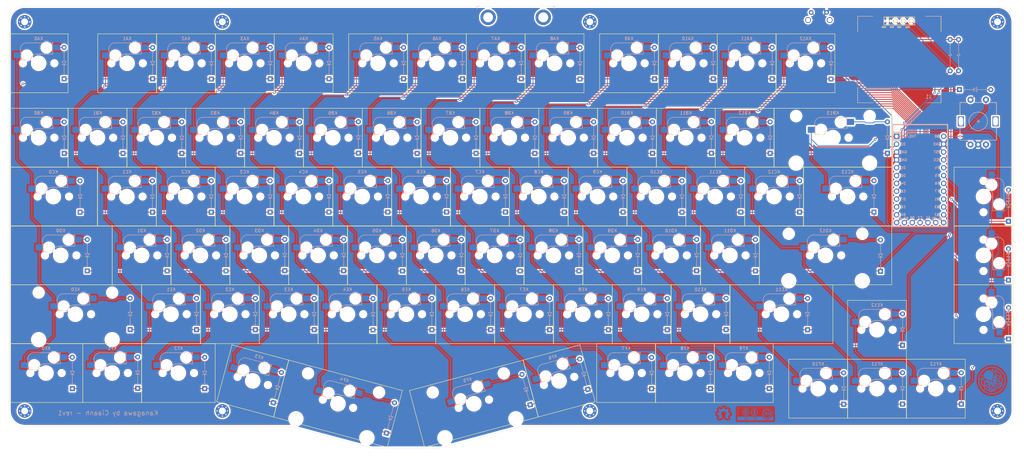
<source format=kicad_pcb>
(kicad_pcb (version 20171130) (host pcbnew "(5.1.10)-1")
  (layers (0 F.Cu signal) (31 B.Cu signal) (34 B.Paste user) (35 F.Paste user) (36 B.SilkS user) (37 F.SilkS user) (38 B.Mask user) (39 F.Mask user) (44 Edge.Cuts user))
  (net 0 "")
  (net 1 row00)
  (net 2 "Net-(DA0-Pad2)")
  (net 3 "Net-(DA1-Pad2)")
  (net 4 "Net-(DA2-Pad2)")
  (net 5 "Net-(DA3-Pad2)")
  (net 6 "Net-(DA4-Pad2)")
  (net 7 "Net-(DA5-Pad2)")
  (net 8 "Net-(DA6-Pad2)")
  (net 9 "Net-(DA7-Pad2)")
  (net 10 "Net-(DA8-Pad2)")
  (net 11 "Net-(DA9-Pad2)")
  (net 12 "Net-(DA10-Pad2)")
  (net 13 "Net-(DA11-Pad2)")
  (net 14 "Net-(DA12-Pad2)")
  (net 15 row01)
  (net 16 "Net-(DB0-Pad2)")
  (net 17 "Net-(DB1-Pad2)")
  (net 18 "Net-(DB2-Pad2)")
  (net 19 "Net-(DB3-Pad2)")
  (net 20 "Net-(DB4-Pad2)")
  (net 21 "Net-(DB5-Pad2)")
  (net 22 "Net-(DB6-Pad2)")
  (net 23 "Net-(DB7-Pad2)")
  (net 24 "Net-(DB8-Pad2)")
  (net 25 "Net-(DB9-Pad2)")
  (net 26 "Net-(DB10-Pad2)")
  (net 27 "Net-(DB11-Pad2)")
  (net 28 "Net-(DB12-Pad2)")
  (net 29 "Net-(DB13-Pad2)")
  (net 30 "Net-(DC0-Pad2)")
  (net 31 row02)
  (net 32 "Net-(DC1-Pad2)")
  (net 33 "Net-(DC2-Pad2)")
  (net 34 "Net-(DC3-Pad2)")
  (net 35 "Net-(DC4-Pad2)")
  (net 36 "Net-(DC5-Pad2)")
  (net 37 "Net-(DC6-Pad2)")
  (net 38 "Net-(DC7-Pad2)")
  (net 39 "Net-(DC8-Pad2)")
  (net 40 "Net-(DC9-Pad2)")
  (net 41 "Net-(DC10-Pad2)")
  (net 42 "Net-(DC11-Pad2)")
  (net 43 "Net-(DC12-Pad2)")
  (net 44 "Net-(DC13-Pad2)")
  (net 45 "Net-(DD0-Pad2)")
  (net 46 row03)
  (net 47 "Net-(DD1-Pad2)")
  (net 48 "Net-(DD2-Pad2)")
  (net 49 "Net-(DD3-Pad2)")
  (net 50 "Net-(DD4-Pad2)")
  (net 51 "Net-(DD5-Pad2)")
  (net 52 "Net-(DD6-Pad2)")
  (net 53 "Net-(DD7-Pad2)")
  (net 54 "Net-(DD8-Pad2)")
  (net 55 "Net-(DD9-Pad2)")
  (net 56 "Net-(DD10-Pad2)")
  (net 57 "Net-(DD11-Pad2)")
  (net 58 "Net-(DD12-Pad2)")
  (net 59 "Net-(DD13-Pad2)")
  (net 60 "Net-(DE0-Pad2)")
  (net 61 row04)
  (net 62 "Net-(DE1-Pad2)")
  (net 63 "Net-(DE2-Pad2)")
  (net 64 "Net-(DE3-Pad2)")
  (net 65 "Net-(DE4-Pad2)")
  (net 66 "Net-(DE5-Pad2)")
  (net 67 "Net-(DE6-Pad2)")
  (net 68 "Net-(DE7-Pad2)")
  (net 69 "Net-(DE8-Pad2)")
  (net 70 "Net-(DE9-Pad2)")
  (net 71 "Net-(DE10-Pad2)")
  (net 72 "Net-(DE11-Pad2)")
  (net 73 "Net-(DE12-Pad2)")
  (net 74 "Net-(DF0-Pad2)")
  (net 75 row05)
  (net 76 "Net-(DF1-Pad2)")
  (net 77 "Net-(DF2-Pad2)")
  (net 78 "Net-(DF3-Pad2)")
  (net 79 "Net-(DF4-Pad2)")
  (net 80 "Net-(DF5-Pad2)")
  (net 81 "Net-(DF6-Pad2)")
  (net 82 "Net-(DF7-Pad2)")
  (net 83 "Net-(DF8-Pad2)")
  (net 84 "Net-(DF9-Pad2)")
  (net 85 "Net-(DF10-Pad2)")
  (net 86 "Net-(DF11-Pad2)")
  (net 87 "Net-(DF12-Pad2)")
  (net 88 VCC)
  (net 89 GND)
  (net 90 SDA)
  (net 91 SCL)
  (net 92 ENCB)
  (net 93 ENCA)
  (net 94 col00)
  (net 95 col01)
  (net 96 col02)
  (net 97 col03)
  (net 98 col04)
  (net 99 col05)
  (net 100 col06)
  (net 101 col07)
  (net 102 col08)
  (net 103 col09)
  (net 104 col10)
  (net 105 col11)
  (net 106 col12)
  (net 107 "Net-(DE13-Pad2)")
  (net 108 "Net-(DF13-Pad2)")
  (net 109 /SW99B)
  (net 110 col13)
  (net 111 RESET)
  (module keyboard:SW_RST (layer F.Cu) (at 319.05 78.182)
    (fp_text reference RSW0 hide)
    (fp_text value SW_Push)
    (pad 1 thru_hole circle (at -2.5 0) (size 1.524 1.524) (drill 0.762) (layers *.Cu *.Mask) (net 111 RESET))
    (pad 2 thru_hole circle (at 2.5 0) (size 1.524 1.524) (drill 0.762) (layers *.Cu *.Mask) (net 89 GND))
    (pad 3 thru_hole circle (at -3.5 2.5) (size 1.9 1.9) (drill 1.4) (layers *.Cu *.Mask))
    (pad 3 thru_hole circle (at 3.5 2.5) (size 1.9 1.9) (drill 1.4) (layers *.Cu *.Mask))
  )
  (module keyboard:SW_Cherry_MX_2.25u_Hotswap (layer F.Cu) (at 56.89 166.388999)
    (fp_text reference KE0 hide)
    (fp_text value KEY_SW hide)
    (fp_text user %R (at 21.43125 1.525) (layer B.SilkS) (effects (justify mirror)))
    (pad "" np_thru_hole circle (at 33.33125 17.765) (size 4 4) (drill 4) (layers *.Cu *.Mask))
    (pad "" np_thru_hole circle (at 33.33125 2.525) (size 3.05 3.05) (drill 3.05) (layers *.Cu *.Mask))
    (pad "" np_thru_hole circle (at 9.53125 2.525) (size 3.05 3.05) (drill 3.05) (layers *.Cu *.Mask))
    (pad "" np_thru_hole circle (at 9.53125 17.765) (size 4 4) (drill 4) (layers *.Cu *.Mask))
    (pad "" np_thru_hole circle (at 16.35125 9.525) (size 1.7 1.7) (drill 1.7) (layers *.Cu *.Mask))
    (pad "" np_thru_hole circle (at 26.51125 9.525) (size 1.7 1.7) (drill 1.7) (layers *.Cu *.Mask))
    (pad "" np_thru_hole circle (at 23.97125 4.445 180) (size 3 3) (drill 3) (layers *.Cu *.Mask))
    (pad "" np_thru_hole circle (at 21.43125 9.525 90) (size 4.1 4.1) (drill 4.1) (layers *.Cu *.Mask))
    (pad 2 smd rect (at 27.13125 4.405 180) (size 2.3 2) (layers B.Cu B.Paste B.Mask) (net 60 "Net-(DE0-Pad2)"))
    (pad "" np_thru_hole circle (at 17.62125 6.985 180) (size 3 3) (drill 3) (layers *.Cu *.Mask))
    (pad 1 smd rect (at 14.43125 6.945 180) (size 2.3 2) (layers B.Cu B.Paste B.Mask) (net 94 col00))
  )
  (module keyboard:SW_Cherry_MX_2.25u_Hotswap (layer F.Cu) (at 299.777499 147.338999)
    (fp_text reference KD12 hide)
    (fp_text value KEY_SW hide)
    (fp_text user %R (at 21.43125 1.525) (layer B.SilkS) (effects (justify mirror)))
    (pad "" np_thru_hole circle (at 33.33125 17.765) (size 4 4) (drill 4) (layers *.Cu *.Mask))
    (pad "" np_thru_hole circle (at 33.33125 2.525) (size 3.05 3.05) (drill 3.05) (layers *.Cu *.Mask))
    (pad "" np_thru_hole circle (at 9.53125 2.525) (size 3.05 3.05) (drill 3.05) (layers *.Cu *.Mask))
    (pad "" np_thru_hole circle (at 9.53125 17.765) (size 4 4) (drill 4) (layers *.Cu *.Mask))
    (pad "" np_thru_hole circle (at 16.35125 9.525) (size 1.7 1.7) (drill 1.7) (layers *.Cu *.Mask))
    (pad "" np_thru_hole circle (at 26.51125 9.525) (size 1.7 1.7) (drill 1.7) (layers *.Cu *.Mask))
    (pad "" np_thru_hole circle (at 23.97125 4.445 180) (size 3 3) (drill 3) (layers *.Cu *.Mask))
    (pad "" np_thru_hole circle (at 21.43125 9.525 90) (size 4.1 4.1) (drill 4.1) (layers *.Cu *.Mask))
    (pad 2 smd rect (at 27.13125 4.405 180) (size 2.3 2) (layers B.Cu B.Paste B.Mask) (net 58 "Net-(DD12-Pad2)"))
    (pad "" np_thru_hole circle (at 17.62125 6.985 180) (size 3 3) (drill 3) (layers *.Cu *.Mask))
    (pad 1 smd rect (at 14.43125 6.945 180) (size 2.3 2) (layers B.Cu B.Paste B.Mask) (net 106 col12))
  )
  (module keyboard:SW_Cherry_MX_2.00u_Hotswap (layer F.Cu) (at 304.539999 109.238999)
    (fp_text reference KB13 hide)
    (fp_text value KEY_SW hide)
    (fp_text user %R (at 19.05 1.525) (layer B.SilkS) (effects (justify mirror)))
    (pad "" np_thru_hole circle (at 30.95 17.765) (size 4 4) (drill 4) (layers *.Cu *.Mask))
    (pad "" np_thru_hole circle (at 30.95 2.525) (size 3.05 3.05) (drill 3.05) (layers *.Cu *.Mask))
    (pad "" np_thru_hole circle (at 7.15 2.525) (size 3.05 3.05) (drill 3.05) (layers *.Cu *.Mask))
    (pad "" np_thru_hole circle (at 7.15 17.765) (size 4 4) (drill 4) (layers *.Cu *.Mask))
    (pad "" np_thru_hole circle (at 13.97 9.525) (size 1.7 1.7) (drill 1.7) (layers *.Cu *.Mask))
    (pad "" np_thru_hole circle (at 24.13 9.525) (size 1.7 1.7) (drill 1.7) (layers *.Cu *.Mask))
    (pad "" np_thru_hole circle (at 21.59 4.445 180) (size 3 3) (drill 3) (layers *.Cu *.Mask))
    (pad "" np_thru_hole circle (at 19.05 9.525 90) (size 4.1 4.1) (drill 4.1) (layers *.Cu *.Mask))
    (pad 2 smd rect (at 24.75 4.405 180) (size 2.3 2) (layers B.Cu B.Paste B.Mask) (net 29 "Net-(DB13-Pad2)"))
    (pad "" np_thru_hole circle (at 15.24 6.985 180) (size 3 3) (drill 3) (layers *.Cu *.Mask))
    (pad 1 smd rect (at 12.05 6.945 180) (size 2.3 2) (layers B.Cu B.Paste B.Mask) (net 110 col13))
  )
  (module keyboard:SW_Cherry_MX_2.00u_Hotswap (layer F.Cu) (at 147.397658 190.77906 345)
    (fp_text reference KF4 hide)
    (fp_text value KEY_SW hide)
    (fp_text user %R (at 19.05 1.525 165) (layer B.SilkS) (effects (justify mirror)))
    (pad "" np_thru_hole circle (at 30.95 17.765 345) (size 4 4) (drill 4) (layers *.Cu *.Mask))
    (pad "" np_thru_hole circle (at 30.95 2.525 345) (size 3.05 3.05) (drill 3.05) (layers *.Cu *.Mask))
    (pad "" np_thru_hole circle (at 7.15 2.525 345) (size 3.05 3.05) (drill 3.05) (layers *.Cu *.Mask))
    (pad "" np_thru_hole circle (at 7.15 17.765 345) (size 4 4) (drill 4) (layers *.Cu *.Mask))
    (pad "" np_thru_hole circle (at 13.97 9.525 345) (size 1.7 1.7) (drill 1.7) (layers *.Cu *.Mask))
    (pad "" np_thru_hole circle (at 24.13 9.525 345) (size 1.7 1.7) (drill 1.7) (layers *.Cu *.Mask))
    (pad "" np_thru_hole circle (at 21.59 4.445 165) (size 3 3) (drill 3) (layers *.Cu *.Mask))
    (pad "" np_thru_hole circle (at 19.05 9.525 75) (size 4.1 4.1) (drill 4.1) (layers *.Cu *.Mask))
    (pad 2 smd rect (at 24.75 4.405 165) (size 2.3 2) (layers B.Cu B.Paste B.Mask) (net 79 "Net-(DF4-Pad2)"))
    (pad "" np_thru_hole circle (at 15.24 6.985 165) (size 3 3) (drill 3) (layers *.Cu *.Mask))
    (pad 1 smd rect (at 12.05 6.945 165) (size 2.3 2) (layers B.Cu B.Paste B.Mask) (net 98 col04))
  )
  (module keyboard:SW_Cherry_MX_2.00u_Hotswap (layer F.Cu) (at 186.468067 200.640066 15)
    (fp_text reference KF5 hide)
    (fp_text value KEY_SW hide)
    (fp_text user %R (at 19.05 1.525 15) (layer B.SilkS) (effects (justify mirror)))
    (pad "" np_thru_hole circle (at 30.95 17.765 15) (size 4 4) (drill 4) (layers *.Cu *.Mask))
    (pad "" np_thru_hole circle (at 30.95 2.525 15) (size 3.05 3.05) (drill 3.05) (layers *.Cu *.Mask))
    (pad "" np_thru_hole circle (at 7.15 2.525 15) (size 3.05 3.05) (drill 3.05) (layers *.Cu *.Mask))
    (pad "" np_thru_hole circle (at 7.15 17.765 15) (size 4 4) (drill 4) (layers *.Cu *.Mask))
    (pad "" np_thru_hole circle (at 13.97 9.525 15) (size 1.7 1.7) (drill 1.7) (layers *.Cu *.Mask))
    (pad "" np_thru_hole circle (at 24.13 9.525 15) (size 1.7 1.7) (drill 1.7) (layers *.Cu *.Mask))
    (pad "" np_thru_hole circle (at 21.59 4.445 195) (size 3 3) (drill 3) (layers *.Cu *.Mask))
    (pad "" np_thru_hole circle (at 19.05 9.525 105) (size 4.1 4.1) (drill 4.1) (layers *.Cu *.Mask))
    (pad 2 smd rect (at 24.75 4.405 195) (size 2.3 2) (layers B.Cu B.Paste B.Mask) (net 80 "Net-(DF5-Pad2)"))
    (pad "" np_thru_hole circle (at 15.24 6.985 195) (size 3 3) (drill 3) (layers *.Cu *.Mask))
    (pad 1 smd rect (at 12.05 6.945 195) (size 2.3 2) (layers B.Cu B.Paste B.Mask) (net 99 col05))
  )
  (module keyboard:SW_Cherry_MX_1.50u_Hotswap (layer F.Cu) (at 56.89 128.288999)
    (fp_text reference KC0 hide)
    (fp_text value KEY_SW hide)
    (fp_text user %R (at 14.2875 1.525) (layer B.SilkS) (effects (justify mirror)))
    (pad "" np_thru_hole circle (at 9.2075 9.525) (size 1.7 1.7) (drill 1.7) (layers *.Cu *.Mask))
    (pad "" np_thru_hole circle (at 19.3675 9.525) (size 1.7 1.7) (drill 1.7) (layers *.Cu *.Mask))
    (pad "" np_thru_hole circle (at 16.8275 4.445 180) (size 3 3) (drill 3) (layers *.Cu *.Mask))
    (pad "" np_thru_hole circle (at 14.2875 9.525 90) (size 4.1 4.1) (drill 4.1) (layers *.Cu *.Mask))
    (pad 2 smd rect (at 19.9875 4.405 180) (size 2.3 2) (layers B.Cu B.Paste B.Mask) (net 30 "Net-(DC0-Pad2)"))
    (pad "" np_thru_hole circle (at 10.4775 6.985 180) (size 3 3) (drill 3) (layers *.Cu *.Mask))
    (pad 1 smd rect (at 7.2875 6.945 180) (size 2.3 2) (layers B.Cu B.Paste B.Mask) (net 94 col00))
  )
  (module keyboard:SW_Cherry_MX_1.50u_Hotswap (layer F.Cu) (at 314.064999 128.288999)
    (fp_text reference KC13 hide)
    (fp_text value KEY_SW hide)
    (fp_text user %R (at 14.2875 1.525) (layer B.SilkS) (effects (justify mirror)))
    (pad "" np_thru_hole circle (at 9.2075 9.525) (size 1.7 1.7) (drill 1.7) (layers *.Cu *.Mask))
    (pad "" np_thru_hole circle (at 19.3675 9.525) (size 1.7 1.7) (drill 1.7) (layers *.Cu *.Mask))
    (pad "" np_thru_hole circle (at 16.8275 4.445 180) (size 3 3) (drill 3) (layers *.Cu *.Mask))
    (pad "" np_thru_hole circle (at 14.2875 9.525 90) (size 4.1 4.1) (drill 4.1) (layers *.Cu *.Mask))
    (pad 2 smd rect (at 19.9875 4.405 180) (size 2.3 2) (layers B.Cu B.Paste B.Mask) (net 44 "Net-(DC13-Pad2)"))
    (pad "" np_thru_hole circle (at 10.4775 6.985 180) (size 3 3) (drill 3) (layers *.Cu *.Mask))
    (pad 1 smd rect (at 7.2875 6.945 180) (size 2.3 2) (layers B.Cu B.Paste B.Mask) (net 110 col13))
  )
  (module keyboard:SW_Cherry_MX_1.75u_Hotswap (layer F.Cu) (at 56.89 147.338999)
    (fp_text reference KD0 hide)
    (fp_text value KEY_SW hide)
    (fp_text user %R (at 16.66875 1.525) (layer B.SilkS) (effects (justify mirror)))
    (pad "" np_thru_hole circle (at 11.58875 9.525) (size 1.7 1.7) (drill 1.7) (layers *.Cu *.Mask))
    (pad "" np_thru_hole circle (at 21.74875 9.525) (size 1.7 1.7) (drill 1.7) (layers *.Cu *.Mask))
    (pad "" np_thru_hole circle (at 19.20875 4.445 180) (size 3 3) (drill 3) (layers *.Cu *.Mask))
    (pad "" np_thru_hole circle (at 16.66875 9.525 90) (size 4.1 4.1) (drill 4.1) (layers *.Cu *.Mask))
    (pad 2 smd rect (at 22.36875 4.405 180) (size 2.3 2) (layers B.Cu B.Paste B.Mask) (net 45 "Net-(DD0-Pad2)"))
    (pad "" np_thru_hole circle (at 12.85875 6.985 180) (size 3 3) (drill 3) (layers *.Cu *.Mask))
    (pad 1 smd rect (at 9.66875 6.945 180) (size 2.3 2) (layers B.Cu B.Paste B.Mask) (net 94 col00))
  )
  (module keyboard:SW_Cherry_MX_1.75u_Hotswap (layer F.Cu) (at 290.252499 166.389)
    (fp_text reference KE11 hide)
    (fp_text value KEY_SW hide)
    (fp_text user %R (at 16.66875 1.525) (layer B.SilkS) (effects (justify mirror)))
    (pad "" np_thru_hole circle (at 11.58875 9.525) (size 1.7 1.7) (drill 1.7) (layers *.Cu *.Mask))
    (pad "" np_thru_hole circle (at 21.74875 9.525) (size 1.7 1.7) (drill 1.7) (layers *.Cu *.Mask))
    (pad "" np_thru_hole circle (at 19.20875 4.445 180) (size 3 3) (drill 3) (layers *.Cu *.Mask))
    (pad "" np_thru_hole circle (at 16.66875 9.525 90) (size 4.1 4.1) (drill 4.1) (layers *.Cu *.Mask))
    (pad 2 smd rect (at 22.36875 4.405 180) (size 2.3 2) (layers B.Cu B.Paste B.Mask) (net 72 "Net-(DE11-Pad2)"))
    (pad "" np_thru_hole circle (at 12.85875 6.985 180) (size 3 3) (drill 3) (layers *.Cu *.Mask))
    (pad 1 smd rect (at 9.66875 6.945 180) (size 2.3 2) (layers B.Cu B.Paste B.Mask) (net 105 col11))
  )
  (module keyboard:SW_Cherry_MX_1.25u_Hotswap (layer F.Cu) (at 56.89 185.439)
    (fp_text reference KF0 hide)
    (fp_text value KEY_SW hide)
    (fp_text user %R (at 11.90625 1.525) (layer B.SilkS) (effects (justify mirror)))
    (pad "" np_thru_hole circle (at 6.82625 9.525) (size 1.7 1.7) (drill 1.7) (layers *.Cu *.Mask))
    (pad "" np_thru_hole circle (at 16.98625 9.525) (size 1.7 1.7) (drill 1.7) (layers *.Cu *.Mask))
    (pad "" np_thru_hole circle (at 14.44625 4.445 180) (size 3 3) (drill 3) (layers *.Cu *.Mask))
    (pad "" np_thru_hole circle (at 11.90625 9.525 90) (size 4.1 4.1) (drill 4.1) (layers *.Cu *.Mask))
    (pad 2 smd rect (at 17.60625 4.405 180) (size 2.3 2) (layers B.Cu B.Paste B.Mask) (net 74 "Net-(DF0-Pad2)"))
    (pad "" np_thru_hole circle (at 8.09625 6.985 180) (size 3 3) (drill 3) (layers *.Cu *.Mask))
    (pad 1 smd rect (at 4.90625 6.945 180) (size 2.3 2) (layers B.Cu B.Paste B.Mask) (net 94 col00))
  )
  (module keyboard:SW_Cherry_MX_1.25u_Hotswap (layer F.Cu) (at 99.752499 185.439)
    (fp_text reference KF2 hide)
    (fp_text value KEY_SW hide)
    (fp_text user %R (at 11.90625 1.525) (layer B.SilkS) (effects (justify mirror)))
    (pad "" np_thru_hole circle (at 6.82625 9.525) (size 1.7 1.7) (drill 1.7) (layers *.Cu *.Mask))
    (pad "" np_thru_hole circle (at 16.98625 9.525) (size 1.7 1.7) (drill 1.7) (layers *.Cu *.Mask))
    (pad "" np_thru_hole circle (at 14.44625 4.445 180) (size 3 3) (drill 3) (layers *.Cu *.Mask))
    (pad "" np_thru_hole circle (at 11.90625 9.525 90) (size 4.1 4.1) (drill 4.1) (layers *.Cu *.Mask))
    (pad 2 smd rect (at 17.60625 4.405 180) (size 2.3 2) (layers B.Cu B.Paste B.Mask) (net 77 "Net-(DF2-Pad2)"))
    (pad "" np_thru_hole circle (at 8.09625 6.985 180) (size 3 3) (drill 3) (layers *.Cu *.Mask))
    (pad 1 smd rect (at 4.90625 6.945 180) (size 2.3 2) (layers B.Cu B.Paste B.Mask) (net 96 col02))
  )
  (module keyboard:SW_Cherry_MX_1.00u_Hotswap (layer F.Cu) (at 286.139999 85.138999)
    (fp_text reference KA11 hide)
    (fp_text value KEY_SW hide)
    (fp_text user %R (at 9.525 1.525) (layer B.SilkS) (effects (justify mirror)))
    (pad "" np_thru_hole circle (at 4.445 9.525) (size 1.7 1.7) (drill 1.7) (layers *.Cu *.Mask))
    (pad "" np_thru_hole circle (at 14.605 9.525) (size 1.7 1.7) (drill 1.7) (layers *.Cu *.Mask))
    (pad "" np_thru_hole circle (at 12.065 4.445 180) (size 3 3) (drill 3) (layers *.Cu *.Mask))
    (pad "" np_thru_hole circle (at 9.525 9.525 90) (size 4.1 4.1) (drill 4.1) (layers *.Cu *.Mask))
    (pad 2 smd rect (at 15.225 4.405 180) (size 2.3 2) (layers B.Cu B.Paste B.Mask) (net 13 "Net-(DA11-Pad2)"))
    (pad "" np_thru_hole circle (at 5.715 6.985 180) (size 3 3) (drill 3) (layers *.Cu *.Mask))
    (pad 1 smd rect (at 2.525 6.945 180) (size 2.3 2) (layers B.Cu B.Paste B.Mask) (net 105 col11))
  )
  (module keyboard:SW_Cherry_MX_1.00u_Hotswap (layer F.Cu) (at 56.89 85.138999)
    (fp_text reference KA0 hide)
    (fp_text value KEY_SW hide)
    (fp_text user %R (at 9.525 1.525) (layer B.SilkS) (effects (justify mirror)))
    (pad "" np_thru_hole circle (at 4.445 9.525) (size 1.7 1.7) (drill 1.7) (layers *.Cu *.Mask))
    (pad "" np_thru_hole circle (at 14.605 9.525) (size 1.7 1.7) (drill 1.7) (layers *.Cu *.Mask))
    (pad "" np_thru_hole circle (at 12.065 4.445 180) (size 3 3) (drill 3) (layers *.Cu *.Mask))
    (pad "" np_thru_hole circle (at 9.525 9.525 90) (size 4.1 4.1) (drill 4.1) (layers *.Cu *.Mask))
    (pad 2 smd rect (at 15.225 4.405 180) (size 2.3 2) (layers B.Cu B.Paste B.Mask) (net 2 "Net-(DA0-Pad2)"))
    (pad "" np_thru_hole circle (at 5.715 6.985 180) (size 3 3) (drill 3) (layers *.Cu *.Mask))
    (pad 1 smd rect (at 2.525 6.945 180) (size 2.3 2) (layers B.Cu B.Paste B.Mask) (net 94 col00))
  )
  (module keyboard:SW_Cherry_MX_1.00u_Hotswap (layer F.Cu) (at 85.54 85.138999)
    (fp_text reference KA1 hide)
    (fp_text value KEY_SW hide)
    (fp_text user %R (at 9.525 1.525) (layer B.SilkS) (effects (justify mirror)))
    (pad "" np_thru_hole circle (at 4.445 9.525) (size 1.7 1.7) (drill 1.7) (layers *.Cu *.Mask))
    (pad "" np_thru_hole circle (at 14.605 9.525) (size 1.7 1.7) (drill 1.7) (layers *.Cu *.Mask))
    (pad "" np_thru_hole circle (at 12.065 4.445 180) (size 3 3) (drill 3) (layers *.Cu *.Mask))
    (pad "" np_thru_hole circle (at 9.525 9.525 90) (size 4.1 4.1) (drill 4.1) (layers *.Cu *.Mask))
    (pad 2 smd rect (at 15.225 4.405 180) (size 2.3 2) (layers B.Cu B.Paste B.Mask) (net 3 "Net-(DA1-Pad2)"))
    (pad "" np_thru_hole circle (at 5.715 6.985 180) (size 3 3) (drill 3) (layers *.Cu *.Mask))
    (pad 1 smd rect (at 2.525 6.945 180) (size 2.3 2) (layers B.Cu B.Paste B.Mask) (net 95 col01))
  )
  (module keyboard:SW_Cherry_MX_1.00u_Hotswap (layer F.Cu) (at 104.589999 85.138999)
    (fp_text reference KA2 hide)
    (fp_text value KEY_SW hide)
    (fp_text user %R (at 9.525 1.525) (layer B.SilkS) (effects (justify mirror)))
    (pad "" np_thru_hole circle (at 4.445 9.525) (size 1.7 1.7) (drill 1.7) (layers *.Cu *.Mask))
    (pad "" np_thru_hole circle (at 14.605 9.525) (size 1.7 1.7) (drill 1.7) (layers *.Cu *.Mask))
    (pad "" np_thru_hole circle (at 12.065 4.445 180) (size 3 3) (drill 3) (layers *.Cu *.Mask))
    (pad "" np_thru_hole circle (at 9.525 9.525 90) (size 4.1 4.1) (drill 4.1) (layers *.Cu *.Mask))
    (pad 2 smd rect (at 15.225 4.405 180) (size 2.3 2) (layers B.Cu B.Paste B.Mask) (net 4 "Net-(DA2-Pad2)"))
    (pad "" np_thru_hole circle (at 5.715 6.985 180) (size 3 3) (drill 3) (layers *.Cu *.Mask))
    (pad 1 smd rect (at 2.525 6.945 180) (size 2.3 2) (layers B.Cu B.Paste B.Mask) (net 96 col02))
  )
  (module keyboard:SW_Cherry_MX_1.00u_Hotswap (layer F.Cu) (at 123.64 85.138999)
    (fp_text reference KA3 hide)
    (fp_text value KEY_SW hide)
    (fp_text user %R (at 9.525 1.525) (layer B.SilkS) (effects (justify mirror)))
    (pad "" np_thru_hole circle (at 4.445 9.525) (size 1.7 1.7) (drill 1.7) (layers *.Cu *.Mask))
    (pad "" np_thru_hole circle (at 14.605 9.525) (size 1.7 1.7) (drill 1.7) (layers *.Cu *.Mask))
    (pad "" np_thru_hole circle (at 12.065 4.445 180) (size 3 3) (drill 3) (layers *.Cu *.Mask))
    (pad "" np_thru_hole circle (at 9.525 9.525 90) (size 4.1 4.1) (drill 4.1) (layers *.Cu *.Mask))
    (pad 2 smd rect (at 15.225 4.405 180) (size 2.3 2) (layers B.Cu B.Paste B.Mask) (net 5 "Net-(DA3-Pad2)"))
    (pad "" np_thru_hole circle (at 5.715 6.985 180) (size 3 3) (drill 3) (layers *.Cu *.Mask))
    (pad 1 smd rect (at 2.525 6.945 180) (size 2.3 2) (layers B.Cu B.Paste B.Mask) (net 97 col03))
  )
  (module keyboard:SW_Cherry_MX_1.00u_Hotswap (layer F.Cu) (at 142.69 85.138999)
    (fp_text reference KA4 hide)
    (fp_text value KEY_SW hide)
    (fp_text user %R (at 9.525 1.525) (layer B.SilkS) (effects (justify mirror)))
    (pad "" np_thru_hole circle (at 4.445 9.525) (size 1.7 1.7) (drill 1.7) (layers *.Cu *.Mask))
    (pad "" np_thru_hole circle (at 14.605 9.525) (size 1.7 1.7) (drill 1.7) (layers *.Cu *.Mask))
    (pad "" np_thru_hole circle (at 12.065 4.445 180) (size 3 3) (drill 3) (layers *.Cu *.Mask))
    (pad "" np_thru_hole circle (at 9.525 9.525 90) (size 4.1 4.1) (drill 4.1) (layers *.Cu *.Mask))
    (pad 2 smd rect (at 15.225 4.405 180) (size 2.3 2) (layers B.Cu B.Paste B.Mask) (net 6 "Net-(DA4-Pad2)"))
    (pad "" np_thru_hole circle (at 5.715 6.985 180) (size 3 3) (drill 3) (layers *.Cu *.Mask))
    (pad 1 smd rect (at 2.525 6.945 180) (size 2.3 2) (layers B.Cu B.Paste B.Mask) (net 98 col04))
  )
  (module keyboard:SW_Cherry_MX_1.00u_Hotswap (layer F.Cu) (at 166.79 85.138999)
    (fp_text reference KA5 hide)
    (fp_text value KEY_SW hide)
    (fp_text user %R (at 9.525 1.525) (layer B.SilkS) (effects (justify mirror)))
    (pad "" np_thru_hole circle (at 4.445 9.525) (size 1.7 1.7) (drill 1.7) (layers *.Cu *.Mask))
    (pad "" np_thru_hole circle (at 14.605 9.525) (size 1.7 1.7) (drill 1.7) (layers *.Cu *.Mask))
    (pad "" np_thru_hole circle (at 12.065 4.445 180) (size 3 3) (drill 3) (layers *.Cu *.Mask))
    (pad "" np_thru_hole circle (at 9.525 9.525 90) (size 4.1 4.1) (drill 4.1) (layers *.Cu *.Mask))
    (pad 2 smd rect (at 15.225 4.405 180) (size 2.3 2) (layers B.Cu B.Paste B.Mask) (net 7 "Net-(DA5-Pad2)"))
    (pad "" np_thru_hole circle (at 5.715 6.985 180) (size 3 3) (drill 3) (layers *.Cu *.Mask))
    (pad 1 smd rect (at 2.525 6.945 180) (size 2.3 2) (layers B.Cu B.Paste B.Mask) (net 99 col05))
  )
  (module keyboard:SW_Cherry_MX_1.00u_Hotswap (layer F.Cu) (at 185.84 85.138999)
    (fp_text reference KA6 hide)
    (fp_text value KEY_SW hide)
    (fp_text user %R (at 9.525 1.525) (layer B.SilkS) (effects (justify mirror)))
    (pad "" np_thru_hole circle (at 4.445 9.525) (size 1.7 1.7) (drill 1.7) (layers *.Cu *.Mask))
    (pad "" np_thru_hole circle (at 14.605 9.525) (size 1.7 1.7) (drill 1.7) (layers *.Cu *.Mask))
    (pad "" np_thru_hole circle (at 12.065 4.445 180) (size 3 3) (drill 3) (layers *.Cu *.Mask))
    (pad "" np_thru_hole circle (at 9.525 9.525 90) (size 4.1 4.1) (drill 4.1) (layers *.Cu *.Mask))
    (pad 2 smd rect (at 15.225 4.405 180) (size 2.3 2) (layers B.Cu B.Paste B.Mask) (net 8 "Net-(DA6-Pad2)"))
    (pad "" np_thru_hole circle (at 5.715 6.985 180) (size 3 3) (drill 3) (layers *.Cu *.Mask))
    (pad 1 smd rect (at 2.525 6.945 180) (size 2.3 2) (layers B.Cu B.Paste B.Mask) (net 100 col06))
  )
  (module keyboard:SW_Cherry_MX_1.00u_Hotswap (layer F.Cu) (at 204.89 85.138999)
    (fp_text reference KA7 hide)
    (fp_text value KEY_SW hide)
    (fp_text user %R (at 9.525 1.525) (layer B.SilkS) (effects (justify mirror)))
    (pad "" np_thru_hole circle (at 4.445 9.525) (size 1.7 1.7) (drill 1.7) (layers *.Cu *.Mask))
    (pad "" np_thru_hole circle (at 14.605 9.525) (size 1.7 1.7) (drill 1.7) (layers *.Cu *.Mask))
    (pad "" np_thru_hole circle (at 12.065 4.445 180) (size 3 3) (drill 3) (layers *.Cu *.Mask))
    (pad "" np_thru_hole circle (at 9.525 9.525 90) (size 4.1 4.1) (drill 4.1) (layers *.Cu *.Mask))
    (pad 2 smd rect (at 15.225 4.405 180) (size 2.3 2) (layers B.Cu B.Paste B.Mask) (net 9 "Net-(DA7-Pad2)"))
    (pad "" np_thru_hole circle (at 5.715 6.985 180) (size 3 3) (drill 3) (layers *.Cu *.Mask))
    (pad 1 smd rect (at 2.525 6.945 180) (size 2.3 2) (layers B.Cu B.Paste B.Mask) (net 101 col07))
  )
  (module keyboard:SW_Cherry_MX_1.00u_Hotswap (layer F.Cu) (at 223.939999 85.138999)
    (fp_text reference KA8 hide)
    (fp_text value KEY_SW hide)
    (fp_text user %R (at 9.525 1.525) (layer B.SilkS) (effects (justify mirror)))
    (pad "" np_thru_hole circle (at 4.445 9.525) (size 1.7 1.7) (drill 1.7) (layers *.Cu *.Mask))
    (pad "" np_thru_hole circle (at 14.605 9.525) (size 1.7 1.7) (drill 1.7) (layers *.Cu *.Mask))
    (pad "" np_thru_hole circle (at 12.065 4.445 180) (size 3 3) (drill 3) (layers *.Cu *.Mask))
    (pad "" np_thru_hole circle (at 9.525 9.525 90) (size 4.1 4.1) (drill 4.1) (layers *.Cu *.Mask))
    (pad 2 smd rect (at 15.225 4.405 180) (size 2.3 2) (layers B.Cu B.Paste B.Mask) (net 10 "Net-(DA8-Pad2)"))
    (pad "" np_thru_hole circle (at 5.715 6.985 180) (size 3 3) (drill 3) (layers *.Cu *.Mask))
    (pad 1 smd rect (at 2.525 6.945 180) (size 2.3 2) (layers B.Cu B.Paste B.Mask) (net 102 col08))
  )
  (module keyboard:SW_Cherry_MX_1.00u_Hotswap (layer F.Cu) (at 248.039999 85.138999)
    (fp_text reference KA9 hide)
    (fp_text value KEY_SW hide)
    (fp_text user %R (at 9.525 1.525) (layer B.SilkS) (effects (justify mirror)))
    (pad "" np_thru_hole circle (at 4.445 9.525) (size 1.7 1.7) (drill 1.7) (layers *.Cu *.Mask))
    (pad "" np_thru_hole circle (at 14.605 9.525) (size 1.7 1.7) (drill 1.7) (layers *.Cu *.Mask))
    (pad "" np_thru_hole circle (at 12.065 4.445 180) (size 3 3) (drill 3) (layers *.Cu *.Mask))
    (pad "" np_thru_hole circle (at 9.525 9.525 90) (size 4.1 4.1) (drill 4.1) (layers *.Cu *.Mask))
    (pad 2 smd rect (at 15.225 4.405 180) (size 2.3 2) (layers B.Cu B.Paste B.Mask) (net 11 "Net-(DA9-Pad2)"))
    (pad "" np_thru_hole circle (at 5.715 6.985 180) (size 3 3) (drill 3) (layers *.Cu *.Mask))
    (pad 1 smd rect (at 2.525 6.945 180) (size 2.3 2) (layers B.Cu B.Paste B.Mask) (net 103 col09))
  )
  (module keyboard:SW_Cherry_MX_1.00u_Hotswap (layer F.Cu) (at 267.089999 85.138999)
    (fp_text reference KA10 hide)
    (fp_text value KEY_SW hide)
    (fp_text user %R (at 9.525 1.525) (layer B.SilkS) (effects (justify mirror)))
    (pad "" np_thru_hole circle (at 4.445 9.525) (size 1.7 1.7) (drill 1.7) (layers *.Cu *.Mask))
    (pad "" np_thru_hole circle (at 14.605 9.525) (size 1.7 1.7) (drill 1.7) (layers *.Cu *.Mask))
    (pad "" np_thru_hole circle (at 12.065 4.445 180) (size 3 3) (drill 3) (layers *.Cu *.Mask))
    (pad "" np_thru_hole circle (at 9.525 9.525 90) (size 4.1 4.1) (drill 4.1) (layers *.Cu *.Mask))
    (pad 2 smd rect (at 15.225 4.405 180) (size 2.3 2) (layers B.Cu B.Paste B.Mask) (net 12 "Net-(DA10-Pad2)"))
    (pad "" np_thru_hole circle (at 5.715 6.985 180) (size 3 3) (drill 3) (layers *.Cu *.Mask))
    (pad 1 smd rect (at 2.525 6.945 180) (size 2.3 2) (layers B.Cu B.Paste B.Mask) (net 104 col10))
  )
  (module keyboard:SW_Cherry_MX_1.00u_Hotswap (layer F.Cu) (at 305.189999 85.138999)
    (fp_text reference KA12 hide)
    (fp_text value KEY_SW hide)
    (fp_text user %R (at 9.525 1.525) (layer B.SilkS) (effects (justify mirror)))
    (pad "" np_thru_hole circle (at 4.445 9.525) (size 1.7 1.7) (drill 1.7) (layers *.Cu *.Mask))
    (pad "" np_thru_hole circle (at 14.605 9.525) (size 1.7 1.7) (drill 1.7) (layers *.Cu *.Mask))
    (pad "" np_thru_hole circle (at 12.065 4.445 180) (size 3 3) (drill 3) (layers *.Cu *.Mask))
    (pad "" np_thru_hole circle (at 9.525 9.525 90) (size 4.1 4.1) (drill 4.1) (layers *.Cu *.Mask))
    (pad 2 smd rect (at 15.225 4.405 180) (size 2.3 2) (layers B.Cu B.Paste B.Mask) (net 14 "Net-(DA12-Pad2)"))
    (pad "" np_thru_hole circle (at 5.715 6.985 180) (size 3 3) (drill 3) (layers *.Cu *.Mask))
    (pad 1 smd rect (at 2.525 6.945 180) (size 2.3 2) (layers B.Cu B.Paste B.Mask) (net 106 col12))
  )
  (module keyboard:SW_Cherry_MX_1.00u_Hotswap (layer F.Cu) (at 56.89 109.238999)
    (fp_text reference KB0 hide)
    (fp_text value KEY_SW hide)
    (fp_text user %R (at 9.525 1.525) (layer B.SilkS) (effects (justify mirror)))
    (pad "" np_thru_hole circle (at 4.445 9.525) (size 1.7 1.7) (drill 1.7) (layers *.Cu *.Mask))
    (pad "" np_thru_hole circle (at 14.605 9.525) (size 1.7 1.7) (drill 1.7) (layers *.Cu *.Mask))
    (pad "" np_thru_hole circle (at 12.065 4.445 180) (size 3 3) (drill 3) (layers *.Cu *.Mask))
    (pad "" np_thru_hole circle (at 9.525 9.525 90) (size 4.1 4.1) (drill 4.1) (layers *.Cu *.Mask))
    (pad 2 smd rect (at 15.225 4.405 180) (size 2.3 2) (layers B.Cu B.Paste B.Mask) (net 16 "Net-(DB0-Pad2)"))
    (pad "" np_thru_hole circle (at 5.715 6.985 180) (size 3 3) (drill 3) (layers *.Cu *.Mask))
    (pad 1 smd rect (at 2.525 6.945 180) (size 2.3 2) (layers B.Cu B.Paste B.Mask) (net 94 col00))
  )
  (module keyboard:SW_Cherry_MX_1.00u_Hotswap (layer F.Cu) (at 75.939999 109.238999)
    (fp_text reference KB1 hide)
    (fp_text value KEY_SW hide)
    (fp_text user %R (at 9.525 1.525) (layer B.SilkS) (effects (justify mirror)))
    (pad "" np_thru_hole circle (at 4.445 9.525) (size 1.7 1.7) (drill 1.7) (layers *.Cu *.Mask))
    (pad "" np_thru_hole circle (at 14.605 9.525) (size 1.7 1.7) (drill 1.7) (layers *.Cu *.Mask))
    (pad "" np_thru_hole circle (at 12.065 4.445 180) (size 3 3) (drill 3) (layers *.Cu *.Mask))
    (pad "" np_thru_hole circle (at 9.525 9.525 90) (size 4.1 4.1) (drill 4.1) (layers *.Cu *.Mask))
    (pad 2 smd rect (at 15.225 4.405 180) (size 2.3 2) (layers B.Cu B.Paste B.Mask) (net 17 "Net-(DB1-Pad2)"))
    (pad "" np_thru_hole circle (at 5.715 6.985 180) (size 3 3) (drill 3) (layers *.Cu *.Mask))
    (pad 1 smd rect (at 2.525 6.945 180) (size 2.3 2) (layers B.Cu B.Paste B.Mask) (net 95 col01))
  )
  (module keyboard:SW_Cherry_MX_1.00u_Hotswap (layer F.Cu) (at 94.989999 109.238999)
    (fp_text reference KB2 hide)
    (fp_text value KEY_SW hide)
    (fp_text user %R (at 9.525 1.525) (layer B.SilkS) (effects (justify mirror)))
    (pad "" np_thru_hole circle (at 4.445 9.525) (size 1.7 1.7) (drill 1.7) (layers *.Cu *.Mask))
    (pad "" np_thru_hole circle (at 14.605 9.525) (size 1.7 1.7) (drill 1.7) (layers *.Cu *.Mask))
    (pad "" np_thru_hole circle (at 12.065 4.445 180) (size 3 3) (drill 3) (layers *.Cu *.Mask))
    (pad "" np_thru_hole circle (at 9.525 9.525 90) (size 4.1 4.1) (drill 4.1) (layers *.Cu *.Mask))
    (pad 2 smd rect (at 15.225 4.405 180) (size 2.3 2) (layers B.Cu B.Paste B.Mask) (net 18 "Net-(DB2-Pad2)"))
    (pad "" np_thru_hole circle (at 5.715 6.985 180) (size 3 3) (drill 3) (layers *.Cu *.Mask))
    (pad 1 smd rect (at 2.525 6.945 180) (size 2.3 2) (layers B.Cu B.Paste B.Mask) (net 96 col02))
  )
  (module keyboard:SW_Cherry_MX_1.00u_Hotswap (layer F.Cu) (at 114.04 109.238999)
    (fp_text reference KB3 hide)
    (fp_text value KEY_SW hide)
    (fp_text user %R (at 9.525 1.525) (layer B.SilkS) (effects (justify mirror)))
    (pad "" np_thru_hole circle (at 4.445 9.525) (size 1.7 1.7) (drill 1.7) (layers *.Cu *.Mask))
    (pad "" np_thru_hole circle (at 14.605 9.525) (size 1.7 1.7) (drill 1.7) (layers *.Cu *.Mask))
    (pad "" np_thru_hole circle (at 12.065 4.445 180) (size 3 3) (drill 3) (layers *.Cu *.Mask))
    (pad "" np_thru_hole circle (at 9.525 9.525 90) (size 4.1 4.1) (drill 4.1) (layers *.Cu *.Mask))
    (pad 2 smd rect (at 15.225 4.405 180) (size 2.3 2) (layers B.Cu B.Paste B.Mask) (net 19 "Net-(DB3-Pad2)"))
    (pad "" np_thru_hole circle (at 5.715 6.985 180) (size 3 3) (drill 3) (layers *.Cu *.Mask))
    (pad 1 smd rect (at 2.525 6.945 180) (size 2.3 2) (layers B.Cu B.Paste B.Mask) (net 97 col03))
  )
  (module keyboard:SW_Cherry_MX_1.00u_Hotswap (layer F.Cu) (at 133.09 109.238999)
    (fp_text reference KB4 hide)
    (fp_text value KEY_SW hide)
    (fp_text user %R (at 9.525 1.525) (layer B.SilkS) (effects (justify mirror)))
    (pad "" np_thru_hole circle (at 4.445 9.525) (size 1.7 1.7) (drill 1.7) (layers *.Cu *.Mask))
    (pad "" np_thru_hole circle (at 14.605 9.525) (size 1.7 1.7) (drill 1.7) (layers *.Cu *.Mask))
    (pad "" np_thru_hole circle (at 12.065 4.445 180) (size 3 3) (drill 3) (layers *.Cu *.Mask))
    (pad "" np_thru_hole circle (at 9.525 9.525 90) (size 4.1 4.1) (drill 4.1) (layers *.Cu *.Mask))
    (pad 2 smd rect (at 15.225 4.405 180) (size 2.3 2) (layers B.Cu B.Paste B.Mask) (net 20 "Net-(DB4-Pad2)"))
    (pad "" np_thru_hole circle (at 5.715 6.985 180) (size 3 3) (drill 3) (layers *.Cu *.Mask))
    (pad 1 smd rect (at 2.525 6.945 180) (size 2.3 2) (layers B.Cu B.Paste B.Mask) (net 98 col04))
  )
  (module keyboard:SW_Cherry_MX_1.00u_Hotswap (layer F.Cu) (at 152.14 109.238999)
    (fp_text reference KB5 hide)
    (fp_text value KEY_SW hide)
    (fp_text user %R (at 9.525 1.525) (layer B.SilkS) (effects (justify mirror)))
    (pad "" np_thru_hole circle (at 4.445 9.525) (size 1.7 1.7) (drill 1.7) (layers *.Cu *.Mask))
    (pad "" np_thru_hole circle (at 14.605 9.525) (size 1.7 1.7) (drill 1.7) (layers *.Cu *.Mask))
    (pad "" np_thru_hole circle (at 12.065 4.445 180) (size 3 3) (drill 3) (layers *.Cu *.Mask))
    (pad "" np_thru_hole circle (at 9.525 9.525 90) (size 4.1 4.1) (drill 4.1) (layers *.Cu *.Mask))
    (pad 2 smd rect (at 15.225 4.405 180) (size 2.3 2) (layers B.Cu B.Paste B.Mask) (net 21 "Net-(DB5-Pad2)"))
    (pad "" np_thru_hole circle (at 5.715 6.985 180) (size 3 3) (drill 3) (layers *.Cu *.Mask))
    (pad 1 smd rect (at 2.525 6.945 180) (size 2.3 2) (layers B.Cu B.Paste B.Mask) (net 99 col05))
  )
  (module keyboard:SW_Cherry_MX_1.00u_Hotswap (layer F.Cu) (at 171.19 109.238999)
    (fp_text reference KB6 hide)
    (fp_text value KEY_SW hide)
    (fp_text user %R (at 9.525 1.525) (layer B.SilkS) (effects (justify mirror)))
    (pad "" np_thru_hole circle (at 4.445 9.525) (size 1.7 1.7) (drill 1.7) (layers *.Cu *.Mask))
    (pad "" np_thru_hole circle (at 14.605 9.525) (size 1.7 1.7) (drill 1.7) (layers *.Cu *.Mask))
    (pad "" np_thru_hole circle (at 12.065 4.445 180) (size 3 3) (drill 3) (layers *.Cu *.Mask))
    (pad "" np_thru_hole circle (at 9.525 9.525 90) (size 4.1 4.1) (drill 4.1) (layers *.Cu *.Mask))
    (pad 2 smd rect (at 15.225 4.405 180) (size 2.3 2) (layers B.Cu B.Paste B.Mask) (net 22 "Net-(DB6-Pad2)"))
    (pad "" np_thru_hole circle (at 5.715 6.985 180) (size 3 3) (drill 3) (layers *.Cu *.Mask))
    (pad 1 smd rect (at 2.525 6.945 180) (size 2.3 2) (layers B.Cu B.Paste B.Mask) (net 100 col06))
  )
  (module keyboard:SW_Cherry_MX_1.00u_Hotswap (layer F.Cu) (at 190.24 109.238999)
    (fp_text reference KB7 hide)
    (fp_text value KEY_SW hide)
    (fp_text user %R (at 9.525 1.525) (layer B.SilkS) (effects (justify mirror)))
    (pad "" np_thru_hole circle (at 4.445 9.525) (size 1.7 1.7) (drill 1.7) (layers *.Cu *.Mask))
    (pad "" np_thru_hole circle (at 14.605 9.525) (size 1.7 1.7) (drill 1.7) (layers *.Cu *.Mask))
    (pad "" np_thru_hole circle (at 12.065 4.445 180) (size 3 3) (drill 3) (layers *.Cu *.Mask))
    (pad "" np_thru_hole circle (at 9.525 9.525 90) (size 4.1 4.1) (drill 4.1) (layers *.Cu *.Mask))
    (pad 2 smd rect (at 15.225 4.405 180) (size 2.3 2) (layers B.Cu B.Paste B.Mask) (net 23 "Net-(DB7-Pad2)"))
    (pad "" np_thru_hole circle (at 5.715 6.985 180) (size 3 3) (drill 3) (layers *.Cu *.Mask))
    (pad 1 smd rect (at 2.525 6.945 180) (size 2.3 2) (layers B.Cu B.Paste B.Mask) (net 101 col07))
  )
  (module keyboard:SW_Cherry_MX_1.00u_Hotswap (layer F.Cu) (at 209.29 109.238999)
    (fp_text reference KB8 hide)
    (fp_text value KEY_SW hide)
    (fp_text user %R (at 9.525 1.525) (layer B.SilkS) (effects (justify mirror)))
    (pad "" np_thru_hole circle (at 4.445 9.525) (size 1.7 1.7) (drill 1.7) (layers *.Cu *.Mask))
    (pad "" np_thru_hole circle (at 14.605 9.525) (size 1.7 1.7) (drill 1.7) (layers *.Cu *.Mask))
    (pad "" np_thru_hole circle (at 12.065 4.445 180) (size 3 3) (drill 3) (layers *.Cu *.Mask))
    (pad "" np_thru_hole circle (at 9.525 9.525 90) (size 4.1 4.1) (drill 4.1) (layers *.Cu *.Mask))
    (pad 2 smd rect (at 15.225 4.405 180) (size 2.3 2) (layers B.Cu B.Paste B.Mask) (net 24 "Net-(DB8-Pad2)"))
    (pad "" np_thru_hole circle (at 5.715 6.985 180) (size 3 3) (drill 3) (layers *.Cu *.Mask))
    (pad 1 smd rect (at 2.525 6.945 180) (size 2.3 2) (layers B.Cu B.Paste B.Mask) (net 102 col08))
  )
  (module keyboard:SW_Cherry_MX_1.00u_Hotswap (layer F.Cu) (at 228.34 109.238999)
    (fp_text reference KB9 hide)
    (fp_text value KEY_SW hide)
    (fp_text user %R (at 9.525 1.525) (layer B.SilkS) (effects (justify mirror)))
    (pad "" np_thru_hole circle (at 4.445 9.525) (size 1.7 1.7) (drill 1.7) (layers *.Cu *.Mask))
    (pad "" np_thru_hole circle (at 14.605 9.525) (size 1.7 1.7) (drill 1.7) (layers *.Cu *.Mask))
    (pad "" np_thru_hole circle (at 12.065 4.445 180) (size 3 3) (drill 3) (layers *.Cu *.Mask))
    (pad "" np_thru_hole circle (at 9.525 9.525 90) (size 4.1 4.1) (drill 4.1) (layers *.Cu *.Mask))
    (pad 2 smd rect (at 15.225 4.405 180) (size 2.3 2) (layers B.Cu B.Paste B.Mask) (net 25 "Net-(DB9-Pad2)"))
    (pad "" np_thru_hole circle (at 5.715 6.985 180) (size 3 3) (drill 3) (layers *.Cu *.Mask))
    (pad 1 smd rect (at 2.525 6.945 180) (size 2.3 2) (layers B.Cu B.Paste B.Mask) (net 103 col09))
  )
  (module keyboard:SW_Cherry_MX_1.00u_Hotswap (layer F.Cu) (at 247.39 109.238999)
    (fp_text reference KB10 hide)
    (fp_text value KEY_SW hide)
    (fp_text user %R (at 9.525 1.525) (layer B.SilkS) (effects (justify mirror)))
    (pad "" np_thru_hole circle (at 4.445 9.525) (size 1.7 1.7) (drill 1.7) (layers *.Cu *.Mask))
    (pad "" np_thru_hole circle (at 14.605 9.525) (size 1.7 1.7) (drill 1.7) (layers *.Cu *.Mask))
    (pad "" np_thru_hole circle (at 12.065 4.445 180) (size 3 3) (drill 3) (layers *.Cu *.Mask))
    (pad "" np_thru_hole circle (at 9.525 9.525 90) (size 4.1 4.1) (drill 4.1) (layers *.Cu *.Mask))
    (pad 2 smd rect (at 15.225 4.405 180) (size 2.3 2) (layers B.Cu B.Paste B.Mask) (net 26 "Net-(DB10-Pad2)"))
    (pad "" np_thru_hole circle (at 5.715 6.985 180) (size 3 3) (drill 3) (layers *.Cu *.Mask))
    (pad 1 smd rect (at 2.525 6.945 180) (size 2.3 2) (layers B.Cu B.Paste B.Mask) (net 104 col10))
  )
  (module keyboard:SW_Cherry_MX_1.00u_Hotswap (layer F.Cu) (at 266.439999 109.238999)
    (fp_text reference KB11 hide)
    (fp_text value KEY_SW hide)
    (fp_text user %R (at 9.525 1.525) (layer B.SilkS) (effects (justify mirror)))
    (pad "" np_thru_hole circle (at 4.445 9.525) (size 1.7 1.7) (drill 1.7) (layers *.Cu *.Mask))
    (pad "" np_thru_hole circle (at 14.605 9.525) (size 1.7 1.7) (drill 1.7) (layers *.Cu *.Mask))
    (pad "" np_thru_hole circle (at 12.065 4.445 180) (size 3 3) (drill 3) (layers *.Cu *.Mask))
    (pad "" np_thru_hole circle (at 9.525 9.525 90) (size 4.1 4.1) (drill 4.1) (layers *.Cu *.Mask))
    (pad 2 smd rect (at 15.225 4.405 180) (size 2.3 2) (layers B.Cu B.Paste B.Mask) (net 27 "Net-(DB11-Pad2)"))
    (pad "" np_thru_hole circle (at 5.715 6.985 180) (size 3 3) (drill 3) (layers *.Cu *.Mask))
    (pad 1 smd rect (at 2.525 6.945 180) (size 2.3 2) (layers B.Cu B.Paste B.Mask) (net 105 col11))
  )
  (module keyboard:SW_Cherry_MX_1.00u_Hotswap (layer F.Cu) (at 285.489999 109.238999)
    (fp_text reference KB12 hide)
    (fp_text value KEY_SW hide)
    (fp_text user %R (at 9.525 1.525) (layer B.SilkS) (effects (justify mirror)))
    (pad "" np_thru_hole circle (at 4.445 9.525) (size 1.7 1.7) (drill 1.7) (layers *.Cu *.Mask))
    (pad "" np_thru_hole circle (at 14.605 9.525) (size 1.7 1.7) (drill 1.7) (layers *.Cu *.Mask))
    (pad "" np_thru_hole circle (at 12.065 4.445 180) (size 3 3) (drill 3) (layers *.Cu *.Mask))
    (pad "" np_thru_hole circle (at 9.525 9.525 90) (size 4.1 4.1) (drill 4.1) (layers *.Cu *.Mask))
    (pad 2 smd rect (at 15.225 4.405 180) (size 2.3 2) (layers B.Cu B.Paste B.Mask) (net 28 "Net-(DB12-Pad2)"))
    (pad "" np_thru_hole circle (at 5.715 6.985 180) (size 3 3) (drill 3) (layers *.Cu *.Mask))
    (pad 1 smd rect (at 2.525 6.945 180) (size 2.3 2) (layers B.Cu B.Paste B.Mask) (net 106 col12))
  )
  (module keyboard:SW_Cherry_MX_1.00u_Hotswap (layer F.Cu) (at 85.465 128.288999)
    (fp_text reference KC1 hide)
    (fp_text value KEY_SW hide)
    (fp_text user %R (at 9.525 1.525) (layer B.SilkS) (effects (justify mirror)))
    (pad "" np_thru_hole circle (at 4.445 9.525) (size 1.7 1.7) (drill 1.7) (layers *.Cu *.Mask))
    (pad "" np_thru_hole circle (at 14.605 9.525) (size 1.7 1.7) (drill 1.7) (layers *.Cu *.Mask))
    (pad "" np_thru_hole circle (at 12.065 4.445 180) (size 3 3) (drill 3) (layers *.Cu *.Mask))
    (pad "" np_thru_hole circle (at 9.525 9.525 90) (size 4.1 4.1) (drill 4.1) (layers *.Cu *.Mask))
    (pad 2 smd rect (at 15.225 4.405 180) (size 2.3 2) (layers B.Cu B.Paste B.Mask) (net 32 "Net-(DC1-Pad2)"))
    (pad "" np_thru_hole circle (at 5.715 6.985 180) (size 3 3) (drill 3) (layers *.Cu *.Mask))
    (pad 1 smd rect (at 2.525 6.945 180) (size 2.3 2) (layers B.Cu B.Paste B.Mask) (net 95 col01))
  )
  (module keyboard:SW_Cherry_MX_1.00u_Hotswap (layer F.Cu) (at 104.515 128.288999)
    (fp_text reference KC2 hide)
    (fp_text value KEY_SW hide)
    (fp_text user %R (at 9.525 1.525) (layer B.SilkS) (effects (justify mirror)))
    (pad "" np_thru_hole circle (at 4.445 9.525) (size 1.7 1.7) (drill 1.7) (layers *.Cu *.Mask))
    (pad "" np_thru_hole circle (at 14.605 9.525) (size 1.7 1.7) (drill 1.7) (layers *.Cu *.Mask))
    (pad "" np_thru_hole circle (at 12.065 4.445 180) (size 3 3) (drill 3) (layers *.Cu *.Mask))
    (pad "" np_thru_hole circle (at 9.525 9.525 90) (size 4.1 4.1) (drill 4.1) (layers *.Cu *.Mask))
    (pad 2 smd rect (at 15.225 4.405 180) (size 2.3 2) (layers B.Cu B.Paste B.Mask) (net 33 "Net-(DC2-Pad2)"))
    (pad "" np_thru_hole circle (at 5.715 6.985 180) (size 3 3) (drill 3) (layers *.Cu *.Mask))
    (pad 1 smd rect (at 2.525 6.945 180) (size 2.3 2) (layers B.Cu B.Paste B.Mask) (net 96 col02))
  )
  (module keyboard:SW_Cherry_MX_1.00u_Hotswap (layer F.Cu) (at 123.565 128.288999)
    (fp_text reference KC3 hide)
    (fp_text value KEY_SW hide)
    (fp_text user %R (at 9.525 1.525) (layer B.SilkS) (effects (justify mirror)))
    (pad "" np_thru_hole circle (at 4.445 9.525) (size 1.7 1.7) (drill 1.7) (layers *.Cu *.Mask))
    (pad "" np_thru_hole circle (at 14.605 9.525) (size 1.7 1.7) (drill 1.7) (layers *.Cu *.Mask))
    (pad "" np_thru_hole circle (at 12.065 4.445 180) (size 3 3) (drill 3) (layers *.Cu *.Mask))
    (pad "" np_thru_hole circle (at 9.525 9.525 90) (size 4.1 4.1) (drill 4.1) (layers *.Cu *.Mask))
    (pad 2 smd rect (at 15.225 4.405 180) (size 2.3 2) (layers B.Cu B.Paste B.Mask) (net 34 "Net-(DC3-Pad2)"))
    (pad "" np_thru_hole circle (at 5.715 6.985 180) (size 3 3) (drill 3) (layers *.Cu *.Mask))
    (pad 1 smd rect (at 2.525 6.945 180) (size 2.3 2) (layers B.Cu B.Paste B.Mask) (net 97 col03))
  )
  (module keyboard:SW_Cherry_MX_1.00u_Hotswap (layer F.Cu) (at 142.615 128.288999)
    (fp_text reference KC4 hide)
    (fp_text value KEY_SW hide)
    (fp_text user %R (at 9.525 1.525) (layer B.SilkS) (effects (justify mirror)))
    (pad "" np_thru_hole circle (at 4.445 9.525) (size 1.7 1.7) (drill 1.7) (layers *.Cu *.Mask))
    (pad "" np_thru_hole circle (at 14.605 9.525) (size 1.7 1.7) (drill 1.7) (layers *.Cu *.Mask))
    (pad "" np_thru_hole circle (at 12.065 4.445 180) (size 3 3) (drill 3) (layers *.Cu *.Mask))
    (pad "" np_thru_hole circle (at 9.525 9.525 90) (size 4.1 4.1) (drill 4.1) (layers *.Cu *.Mask))
    (pad 2 smd rect (at 15.225 4.405 180) (size 2.3 2) (layers B.Cu B.Paste B.Mask) (net 35 "Net-(DC4-Pad2)"))
    (pad "" np_thru_hole circle (at 5.715 6.985 180) (size 3 3) (drill 3) (layers *.Cu *.Mask))
    (pad 1 smd rect (at 2.525 6.945 180) (size 2.3 2) (layers B.Cu B.Paste B.Mask) (net 98 col04))
  )
  (module keyboard:SW_Cherry_MX_1.00u_Hotswap (layer F.Cu) (at 161.665 128.288999)
    (fp_text reference KC5 hide)
    (fp_text value KEY_SW hide)
    (fp_text user %R (at 9.525 1.525) (layer B.SilkS) (effects (justify mirror)))
    (pad "" np_thru_hole circle (at 4.445 9.525) (size 1.7 1.7) (drill 1.7) (layers *.Cu *.Mask))
    (pad "" np_thru_hole circle (at 14.605 9.525) (size 1.7 1.7) (drill 1.7) (layers *.Cu *.Mask))
    (pad "" np_thru_hole circle (at 12.065 4.445 180) (size 3 3) (drill 3) (layers *.Cu *.Mask))
    (pad "" np_thru_hole circle (at 9.525 9.525 90) (size 4.1 4.1) (drill 4.1) (layers *.Cu *.Mask))
    (pad 2 smd rect (at 15.225 4.405 180) (size 2.3 2) (layers B.Cu B.Paste B.Mask) (net 36 "Net-(DC5-Pad2)"))
    (pad "" np_thru_hole circle (at 5.715 6.985 180) (size 3 3) (drill 3) (layers *.Cu *.Mask))
    (pad 1 smd rect (at 2.525 6.945 180) (size 2.3 2) (layers B.Cu B.Paste B.Mask) (net 99 col05))
  )
  (module keyboard:SW_Cherry_MX_1.00u_Hotswap (layer F.Cu) (at 180.715 128.288999)
    (fp_text reference KC6 hide)
    (fp_text value KEY_SW hide)
    (fp_text user %R (at 9.525 1.525) (layer B.SilkS) (effects (justify mirror)))
    (pad "" np_thru_hole circle (at 4.445 9.525) (size 1.7 1.7) (drill 1.7) (layers *.Cu *.Mask))
    (pad "" np_thru_hole circle (at 14.605 9.525) (size 1.7 1.7) (drill 1.7) (layers *.Cu *.Mask))
    (pad "" np_thru_hole circle (at 12.065 4.445 180) (size 3 3) (drill 3) (layers *.Cu *.Mask))
    (pad "" np_thru_hole circle (at 9.525 9.525 90) (size 4.1 4.1) (drill 4.1) (layers *.Cu *.Mask))
    (pad 2 smd rect (at 15.225 4.405 180) (size 2.3 2) (layers B.Cu B.Paste B.Mask) (net 37 "Net-(DC6-Pad2)"))
    (pad "" np_thru_hole circle (at 5.715 6.985 180) (size 3 3) (drill 3) (layers *.Cu *.Mask))
    (pad 1 smd rect (at 2.525 6.945 180) (size 2.3 2) (layers B.Cu B.Paste B.Mask) (net 100 col06))
  )
  (module keyboard:SW_Cherry_MX_1.00u_Hotswap (layer F.Cu) (at 199.765 128.288999)
    (fp_text reference KC7 hide)
    (fp_text value KEY_SW hide)
    (fp_text user %R (at 9.525 1.525) (layer B.SilkS) (effects (justify mirror)))
    (pad "" np_thru_hole circle (at 4.445 9.525) (size 1.7 1.7) (drill 1.7) (layers *.Cu *.Mask))
    (pad "" np_thru_hole circle (at 14.605 9.525) (size 1.7 1.7) (drill 1.7) (layers *.Cu *.Mask))
    (pad "" np_thru_hole circle (at 12.065 4.445 180) (size 3 3) (drill 3) (layers *.Cu *.Mask))
    (pad "" np_thru_hole circle (at 9.525 9.525 90) (size 4.1 4.1) (drill 4.1) (layers *.Cu *.Mask))
    (pad 2 smd rect (at 15.225 4.405 180) (size 2.3 2) (layers B.Cu B.Paste B.Mask) (net 38 "Net-(DC7-Pad2)"))
    (pad "" np_thru_hole circle (at 5.715 6.985 180) (size 3 3) (drill 3) (layers *.Cu *.Mask))
    (pad 1 smd rect (at 2.525 6.945 180) (size 2.3 2) (layers B.Cu B.Paste B.Mask) (net 101 col07))
  )
  (module keyboard:SW_Cherry_MX_1.00u_Hotswap (layer F.Cu) (at 218.815 128.288999)
    (fp_text reference KC8 hide)
    (fp_text value KEY_SW hide)
    (fp_text user %R (at 9.525 1.525) (layer B.SilkS) (effects (justify mirror)))
    (pad "" np_thru_hole circle (at 4.445 9.525) (size 1.7 1.7) (drill 1.7) (layers *.Cu *.Mask))
    (pad "" np_thru_hole circle (at 14.605 9.525) (size 1.7 1.7) (drill 1.7) (layers *.Cu *.Mask))
    (pad "" np_thru_hole circle (at 12.065 4.445 180) (size 3 3) (drill 3) (layers *.Cu *.Mask))
    (pad "" np_thru_hole circle (at 9.525 9.525 90) (size 4.1 4.1) (drill 4.1) (layers *.Cu *.Mask))
    (pad 2 smd rect (at 15.225 4.405 180) (size 2.3 2) (layers B.Cu B.Paste B.Mask) (net 39 "Net-(DC8-Pad2)"))
    (pad "" np_thru_hole circle (at 5.715 6.985 180) (size 3 3) (drill 3) (layers *.Cu *.Mask))
    (pad 1 smd rect (at 2.525 6.945 180) (size 2.3 2) (layers B.Cu B.Paste B.Mask) (net 102 col08))
  )
  (module keyboard:SW_Cherry_MX_1.00u_Hotswap (layer F.Cu) (at 237.865 128.288999)
    (fp_text reference KC9 hide)
    (fp_text value KEY_SW hide)
    (fp_text user %R (at 9.525 1.525) (layer B.SilkS) (effects (justify mirror)))
    (pad "" np_thru_hole circle (at 4.445 9.525) (size 1.7 1.7) (drill 1.7) (layers *.Cu *.Mask))
    (pad "" np_thru_hole circle (at 14.605 9.525) (size 1.7 1.7) (drill 1.7) (layers *.Cu *.Mask))
    (pad "" np_thru_hole circle (at 12.065 4.445 180) (size 3 3) (drill 3) (layers *.Cu *.Mask))
    (pad "" np_thru_hole circle (at 9.525 9.525 90) (size 4.1 4.1) (drill 4.1) (layers *.Cu *.Mask))
    (pad 2 smd rect (at 15.225 4.405 180) (size 2.3 2) (layers B.Cu B.Paste B.Mask) (net 40 "Net-(DC9-Pad2)"))
    (pad "" np_thru_hole circle (at 5.715 6.985 180) (size 3 3) (drill 3) (layers *.Cu *.Mask))
    (pad 1 smd rect (at 2.525 6.945 180) (size 2.3 2) (layers B.Cu B.Paste B.Mask) (net 103 col09))
  )
  (module keyboard:SW_Cherry_MX_1.00u_Hotswap (layer F.Cu) (at 256.914999 128.288999)
    (fp_text reference KC10 hide)
    (fp_text value KEY_SW hide)
    (fp_text user %R (at 9.525 1.525) (layer B.SilkS) (effects (justify mirror)))
    (pad "" np_thru_hole circle (at 4.445 9.525) (size 1.7 1.7) (drill 1.7) (layers *.Cu *.Mask))
    (pad "" np_thru_hole circle (at 14.605 9.525) (size 1.7 1.7) (drill 1.7) (layers *.Cu *.Mask))
    (pad "" np_thru_hole circle (at 12.065 4.445 180) (size 3 3) (drill 3) (layers *.Cu *.Mask))
    (pad "" np_thru_hole circle (at 9.525 9.525 90) (size 4.1 4.1) (drill 4.1) (layers *.Cu *.Mask))
    (pad 2 smd rect (at 15.225 4.405 180) (size 2.3 2) (layers B.Cu B.Paste B.Mask) (net 41 "Net-(DC10-Pad2)"))
    (pad "" np_thru_hole circle (at 5.715 6.985 180) (size 3 3) (drill 3) (layers *.Cu *.Mask))
    (pad 1 smd rect (at 2.525 6.945 180) (size 2.3 2) (layers B.Cu B.Paste B.Mask) (net 104 col10))
  )
  (module keyboard:SW_Cherry_MX_1.00u_Hotswap (layer F.Cu) (at 275.964999 128.288999)
    (fp_text reference KC11 hide)
    (fp_text value KEY_SW hide)
    (fp_text user %R (at 9.525 1.525) (layer B.SilkS) (effects (justify mirror)))
    (pad "" np_thru_hole circle (at 4.445 9.525) (size 1.7 1.7) (drill 1.7) (layers *.Cu *.Mask))
    (pad "" np_thru_hole circle (at 14.605 9.525) (size 1.7 1.7) (drill 1.7) (layers *.Cu *.Mask))
    (pad "" np_thru_hole circle (at 12.065 4.445 180) (size 3 3) (drill 3) (layers *.Cu *.Mask))
    (pad "" np_thru_hole circle (at 9.525 9.525 90) (size 4.1 4.1) (drill 4.1) (layers *.Cu *.Mask))
    (pad 2 smd rect (at 15.225 4.405 180) (size 2.3 2) (layers B.Cu B.Paste B.Mask) (net 42 "Net-(DC11-Pad2)"))
    (pad "" np_thru_hole circle (at 5.715 6.985 180) (size 3 3) (drill 3) (layers *.Cu *.Mask))
    (pad 1 smd rect (at 2.525 6.945 180) (size 2.3 2) (layers B.Cu B.Paste B.Mask) (net 105 col11))
  )
  (module keyboard:SW_Cherry_MX_1.00u_Hotswap (layer F.Cu) (at 90.2275 147.339)
    (fp_text reference KD1 hide)
    (fp_text value KEY_SW hide)
    (fp_text user %R (at 9.525 1.525) (layer B.SilkS) (effects (justify mirror)))
    (pad "" np_thru_hole circle (at 4.445 9.525) (size 1.7 1.7) (drill 1.7) (layers *.Cu *.Mask))
    (pad "" np_thru_hole circle (at 14.605 9.525) (size 1.7 1.7) (drill 1.7) (layers *.Cu *.Mask))
    (pad "" np_thru_hole circle (at 12.065 4.445 180) (size 3 3) (drill 3) (layers *.Cu *.Mask))
    (pad "" np_thru_hole circle (at 9.525 9.525 90) (size 4.1 4.1) (drill 4.1) (layers *.Cu *.Mask))
    (pad 2 smd rect (at 15.225 4.405 180) (size 2.3 2) (layers B.Cu B.Paste B.Mask) (net 47 "Net-(DD1-Pad2)"))
    (pad "" np_thru_hole circle (at 5.715 6.985 180) (size 3 3) (drill 3) (layers *.Cu *.Mask))
    (pad 1 smd rect (at 2.525 6.945 180) (size 2.3 2) (layers B.Cu B.Paste B.Mask) (net 95 col01))
  )
  (module keyboard:SW_Cherry_MX_1.00u_Hotswap (layer F.Cu) (at 109.2775 147.339)
    (fp_text reference KD2 hide)
    (fp_text value KEY_SW hide)
    (fp_text user %R (at 9.525 1.525) (layer B.SilkS) (effects (justify mirror)))
    (pad "" np_thru_hole circle (at 4.445 9.525) (size 1.7 1.7) (drill 1.7) (layers *.Cu *.Mask))
    (pad "" np_thru_hole circle (at 14.605 9.525) (size 1.7 1.7) (drill 1.7) (layers *.Cu *.Mask))
    (pad "" np_thru_hole circle (at 12.065 4.445 180) (size 3 3) (drill 3) (layers *.Cu *.Mask))
    (pad "" np_thru_hole circle (at 9.525 9.525 90) (size 4.1 4.1) (drill 4.1) (layers *.Cu *.Mask))
    (pad 2 smd rect (at 15.225 4.405 180) (size 2.3 2) (layers B.Cu B.Paste B.Mask) (net 48 "Net-(DD2-Pad2)"))
    (pad "" np_thru_hole circle (at 5.715 6.985 180) (size 3 3) (drill 3) (layers *.Cu *.Mask))
    (pad 1 smd rect (at 2.525 6.945 180) (size 2.3 2) (layers B.Cu B.Paste B.Mask) (net 96 col02))
  )
  (module keyboard:SW_Cherry_MX_1.00u_Hotswap (layer F.Cu) (at 128.3275 147.339)
    (fp_text reference KD3 hide)
    (fp_text value KEY_SW hide)
    (fp_text user %R (at 9.525 1.525) (layer B.SilkS) (effects (justify mirror)))
    (pad "" np_thru_hole circle (at 4.445 9.525) (size 1.7 1.7) (drill 1.7) (layers *.Cu *.Mask))
    (pad "" np_thru_hole circle (at 14.605 9.525) (size 1.7 1.7) (drill 1.7) (layers *.Cu *.Mask))
    (pad "" np_thru_hole circle (at 12.065 4.445 180) (size 3 3) (drill 3) (layers *.Cu *.Mask))
    (pad "" np_thru_hole circle (at 9.525 9.525 90) (size 4.1 4.1) (drill 4.1) (layers *.Cu *.Mask))
    (pad 2 smd rect (at 15.225 4.405 180) (size 2.3 2) (layers B.Cu B.Paste B.Mask) (net 49 "Net-(DD3-Pad2)"))
    (pad "" np_thru_hole circle (at 5.715 6.985 180) (size 3 3) (drill 3) (layers *.Cu *.Mask))
    (pad 1 smd rect (at 2.525 6.945 180) (size 2.3 2) (layers B.Cu B.Paste B.Mask) (net 97 col03))
  )
  (module keyboard:SW_Cherry_MX_1.00u_Hotswap (layer F.Cu) (at 147.3775 147.339)
    (fp_text reference KD4 hide)
    (fp_text value KEY_SW hide)
    (fp_text user %R (at 9.525 1.525) (layer B.SilkS) (effects (justify mirror)))
    (pad "" np_thru_hole circle (at 4.445 9.525) (size 1.7 1.7) (drill 1.7) (layers *.Cu *.Mask))
    (pad "" np_thru_hole circle (at 14.605 9.525) (size 1.7 1.7) (drill 1.7) (layers *.Cu *.Mask))
    (pad "" np_thru_hole circle (at 12.065 4.445 180) (size 3 3) (drill 3) (layers *.Cu *.Mask))
    (pad "" np_thru_hole circle (at 9.525 9.525 90) (size 4.1 4.1) (drill 4.1) (layers *.Cu *.Mask))
    (pad 2 smd rect (at 15.225 4.405 180) (size 2.3 2) (layers B.Cu B.Paste B.Mask) (net 50 "Net-(DD4-Pad2)"))
    (pad "" np_thru_hole circle (at 5.715 6.985 180) (size 3 3) (drill 3) (layers *.Cu *.Mask))
    (pad 1 smd rect (at 2.525 6.945 180) (size 2.3 2) (layers B.Cu B.Paste B.Mask) (net 98 col04))
  )
  (module keyboard:SW_Cherry_MX_1.00u_Hotswap (layer F.Cu) (at 166.4275 147.339)
    (fp_text reference KD5 hide)
    (fp_text value KEY_SW hide)
    (fp_text user %R (at 9.525 1.525) (layer B.SilkS) (effects (justify mirror)))
    (pad "" np_thru_hole circle (at 4.445 9.525) (size 1.7 1.7) (drill 1.7) (layers *.Cu *.Mask))
    (pad "" np_thru_hole circle (at 14.605 9.525) (size 1.7 1.7) (drill 1.7) (layers *.Cu *.Mask))
    (pad "" np_thru_hole circle (at 12.065 4.445 180) (size 3 3) (drill 3) (layers *.Cu *.Mask))
    (pad "" np_thru_hole circle (at 9.525 9.525 90) (size 4.1 4.1) (drill 4.1) (layers *.Cu *.Mask))
    (pad 2 smd rect (at 15.225 4.405 180) (size 2.3 2) (layers B.Cu B.Paste B.Mask) (net 51 "Net-(DD5-Pad2)"))
    (pad "" np_thru_hole circle (at 5.715 6.985 180) (size 3 3) (drill 3) (layers *.Cu *.Mask))
    (pad 1 smd rect (at 2.525 6.945 180) (size 2.3 2) (layers B.Cu B.Paste B.Mask) (net 99 col05))
  )
  (module keyboard:SW_Cherry_MX_1.00u_Hotswap (layer F.Cu) (at 185.4775 147.339)
    (fp_text reference KD6 hide)
    (fp_text value KEY_SW hide)
    (fp_text user %R (at 9.525 1.525) (layer B.SilkS) (effects (justify mirror)))
    (pad "" np_thru_hole circle (at 4.445 9.525) (size 1.7 1.7) (drill 1.7) (layers *.Cu *.Mask))
    (pad "" np_thru_hole circle (at 14.605 9.525) (size 1.7 1.7) (drill 1.7) (layers *.Cu *.Mask))
    (pad "" np_thru_hole circle (at 12.065 4.445 180) (size 3 3) (drill 3) (layers *.Cu *.Mask))
    (pad "" np_thru_hole circle (at 9.525 9.525 90) (size 4.1 4.1) (drill 4.1) (layers *.Cu *.Mask))
    (pad 2 smd rect (at 15.225 4.405 180) (size 2.3 2) (layers B.Cu B.Paste B.Mask) (net 52 "Net-(DD6-Pad2)"))
    (pad "" np_thru_hole circle (at 5.715 6.985 180) (size 3 3) (drill 3) (layers *.Cu *.Mask))
    (pad 1 smd rect (at 2.525 6.945 180) (size 2.3 2) (layers B.Cu B.Paste B.Mask) (net 100 col06))
  )
  (module keyboard:SW_Cherry_MX_1.00u_Hotswap (layer F.Cu) (at 204.5275 147.339)
    (fp_text reference KD7 hide)
    (fp_text value KEY_SW hide)
    (fp_text user %R (at 9.525 1.525) (layer B.SilkS) (effects (justify mirror)))
    (pad "" np_thru_hole circle (at 4.445 9.525) (size 1.7 1.7) (drill 1.7) (layers *.Cu *.Mask))
    (pad "" np_thru_hole circle (at 14.605 9.525) (size 1.7 1.7) (drill 1.7) (layers *.Cu *.Mask))
    (pad "" np_thru_hole circle (at 12.065 4.445 180) (size 3 3) (drill 3) (layers *.Cu *.Mask))
    (pad "" np_thru_hole circle (at 9.525 9.525 90) (size 4.1 4.1) (drill 4.1) (layers *.Cu *.Mask))
    (pad 2 smd rect (at 15.225 4.405 180) (size 2.3 2) (layers B.Cu B.Paste B.Mask) (net 53 "Net-(DD7-Pad2)"))
    (pad "" np_thru_hole circle (at 5.715 6.985 180) (size 3 3) (drill 3) (layers *.Cu *.Mask))
    (pad 1 smd rect (at 2.525 6.945 180) (size 2.3 2) (layers B.Cu B.Paste B.Mask) (net 101 col07))
  )
  (module keyboard:SW_Cherry_MX_1.00u_Hotswap (layer F.Cu) (at 223.5775 147.339)
    (fp_text reference KD8 hide)
    (fp_text value KEY_SW hide)
    (fp_text user %R (at 9.525 1.525) (layer B.SilkS) (effects (justify mirror)))
    (pad "" np_thru_hole circle (at 4.445 9.525) (size 1.7 1.7) (drill 1.7) (layers *.Cu *.Mask))
    (pad "" np_thru_hole circle (at 14.605 9.525) (size 1.7 1.7) (drill 1.7) (layers *.Cu *.Mask))
    (pad "" np_thru_hole circle (at 12.065 4.445 180) (size 3 3) (drill 3) (layers *.Cu *.Mask))
    (pad "" np_thru_hole circle (at 9.525 9.525 90) (size 4.1 4.1) (drill 4.1) (layers *.Cu *.Mask))
    (pad 2 smd rect (at 15.225 4.405 180) (size 2.3 2) (layers B.Cu B.Paste B.Mask) (net 54 "Net-(DD8-Pad2)"))
    (pad "" np_thru_hole circle (at 5.715 6.985 180) (size 3 3) (drill 3) (layers *.Cu *.Mask))
    (pad 1 smd rect (at 2.525 6.945 180) (size 2.3 2) (layers B.Cu B.Paste B.Mask) (net 102 col08))
  )
  (module keyboard:SW_Cherry_MX_1.00u_Hotswap (layer F.Cu) (at 242.6275 147.339)
    (fp_text reference KD9 hide)
    (fp_text value KEY_SW hide)
    (fp_text user %R (at 9.525 1.525) (layer B.SilkS) (effects (justify mirror)))
    (pad "" np_thru_hole circle (at 4.445 9.525) (size 1.7 1.7) (drill 1.7) (layers *.Cu *.Mask))
    (pad "" np_thru_hole circle (at 14.605 9.525) (size 1.7 1.7) (drill 1.7) (layers *.Cu *.Mask))
    (pad "" np_thru_hole circle (at 12.065 4.445 180) (size 3 3) (drill 3) (layers *.Cu *.Mask))
    (pad "" np_thru_hole circle (at 9.525 9.525 90) (size 4.1 4.1) (drill 4.1) (layers *.Cu *.Mask))
    (pad 2 smd rect (at 15.225 4.405 180) (size 2.3 2) (layers B.Cu B.Paste B.Mask) (net 55 "Net-(DD9-Pad2)"))
    (pad "" np_thru_hole circle (at 5.715 6.985 180) (size 3 3) (drill 3) (layers *.Cu *.Mask))
    (pad 1 smd rect (at 2.525 6.945 180) (size 2.3 2) (layers B.Cu B.Paste B.Mask) (net 103 col09))
  )
  (module keyboard:SW_Cherry_MX_1.00u_Hotswap (layer F.Cu) (at 261.677499 147.339)
    (fp_text reference KD10 hide)
    (fp_text value KEY_SW hide)
    (fp_text user %R (at 9.525 1.525) (layer B.SilkS) (effects (justify mirror)))
    (pad "" np_thru_hole circle (at 4.445 9.525) (size 1.7 1.7) (drill 1.7) (layers *.Cu *.Mask))
    (pad "" np_thru_hole circle (at 14.605 9.525) (size 1.7 1.7) (drill 1.7) (layers *.Cu *.Mask))
    (pad "" np_thru_hole circle (at 12.065 4.445 180) (size 3 3) (drill 3) (layers *.Cu *.Mask))
    (pad "" np_thru_hole circle (at 9.525 9.525 90) (size 4.1 4.1) (drill 4.1) (layers *.Cu *.Mask))
    (pad 2 smd rect (at 15.225 4.405 180) (size 2.3 2) (layers B.Cu B.Paste B.Mask) (net 56 "Net-(DD10-Pad2)"))
    (pad "" np_thru_hole circle (at 5.715 6.985 180) (size 3 3) (drill 3) (layers *.Cu *.Mask))
    (pad 1 smd rect (at 2.525 6.945 180) (size 2.3 2) (layers B.Cu B.Paste B.Mask) (net 104 col10))
  )
  (module keyboard:SW_Cherry_MX_1.00u_Hotswap (layer F.Cu) (at 280.727499 147.339)
    (fp_text reference KD11 hide)
    (fp_text value KEY_SW hide)
    (fp_text user %R (at 9.525 1.525) (layer B.SilkS) (effects (justify mirror)))
    (pad "" np_thru_hole circle (at 4.445 9.525) (size 1.7 1.7) (drill 1.7) (layers *.Cu *.Mask))
    (pad "" np_thru_hole circle (at 14.605 9.525) (size 1.7 1.7) (drill 1.7) (layers *.Cu *.Mask))
    (pad "" np_thru_hole circle (at 12.065 4.445 180) (size 3 3) (drill 3) (layers *.Cu *.Mask))
    (pad "" np_thru_hole circle (at 9.525 9.525 90) (size 4.1 4.1) (drill 4.1) (layers *.Cu *.Mask))
    (pad 2 smd rect (at 15.225 4.405 180) (size 2.3 2) (layers B.Cu B.Paste B.Mask) (net 57 "Net-(DD11-Pad2)"))
    (pad "" np_thru_hole circle (at 5.715 6.985 180) (size 3 3) (drill 3) (layers *.Cu *.Mask))
    (pad 1 smd rect (at 2.525 6.945 180) (size 2.3 2) (layers B.Cu B.Paste B.Mask) (net 105 col11))
  )
  (module keyboard:SW_Cherry_MX_1.00u_Hotswap (layer F.Cu) (at 99.7525 166.389)
    (fp_text reference KE1 hide)
    (fp_text value KEY_SW hide)
    (fp_text user %R (at 9.525 1.525) (layer B.SilkS) (effects (justify mirror)))
    (pad "" np_thru_hole circle (at 4.445 9.525) (size 1.7 1.7) (drill 1.7) (layers *.Cu *.Mask))
    (pad "" np_thru_hole circle (at 14.605 9.525) (size 1.7 1.7) (drill 1.7) (layers *.Cu *.Mask))
    (pad "" np_thru_hole circle (at 12.065 4.445 180) (size 3 3) (drill 3) (layers *.Cu *.Mask))
    (pad "" np_thru_hole circle (at 9.525 9.525 90) (size 4.1 4.1) (drill 4.1) (layers *.Cu *.Mask))
    (pad 2 smd rect (at 15.225 4.405 180) (size 2.3 2) (layers B.Cu B.Paste B.Mask) (net 62 "Net-(DE1-Pad2)"))
    (pad "" np_thru_hole circle (at 5.715 6.985 180) (size 3 3) (drill 3) (layers *.Cu *.Mask))
    (pad 1 smd rect (at 2.525 6.945 180) (size 2.3 2) (layers B.Cu B.Paste B.Mask) (net 95 col01))
  )
  (module keyboard:SW_Cherry_MX_1.00u_Hotswap (layer F.Cu) (at 118.8025 166.389)
    (fp_text reference KE2 hide)
    (fp_text value KEY_SW hide)
    (fp_text user %R (at 9.525 1.525) (layer B.SilkS) (effects (justify mirror)))
    (pad "" np_thru_hole circle (at 4.445 9.525) (size 1.7 1.7) (drill 1.7) (layers *.Cu *.Mask))
    (pad "" np_thru_hole circle (at 14.605 9.525) (size 1.7 1.7) (drill 1.7) (layers *.Cu *.Mask))
    (pad "" np_thru_hole circle (at 12.065 4.445 180) (size 3 3) (drill 3) (layers *.Cu *.Mask))
    (pad "" np_thru_hole circle (at 9.525 9.525 90) (size 4.1 4.1) (drill 4.1) (layers *.Cu *.Mask))
    (pad 2 smd rect (at 15.225 4.405 180) (size 2.3 2) (layers B.Cu B.Paste B.Mask) (net 63 "Net-(DE2-Pad2)"))
    (pad "" np_thru_hole circle (at 5.715 6.985 180) (size 3 3) (drill 3) (layers *.Cu *.Mask))
    (pad 1 smd rect (at 2.525 6.945 180) (size 2.3 2) (layers B.Cu B.Paste B.Mask) (net 96 col02))
  )
  (module keyboard:SW_Cherry_MX_1.00u_Hotswap (layer F.Cu) (at 137.8525 166.389)
    (fp_text reference KE3 hide)
    (fp_text value KEY_SW hide)
    (fp_text user %R (at 9.525 1.525) (layer B.SilkS) (effects (justify mirror)))
    (pad "" np_thru_hole circle (at 4.445 9.525) (size 1.7 1.7) (drill 1.7) (layers *.Cu *.Mask))
    (pad "" np_thru_hole circle (at 14.605 9.525) (size 1.7 1.7) (drill 1.7) (layers *.Cu *.Mask))
    (pad "" np_thru_hole circle (at 12.065 4.445 180) (size 3 3) (drill 3) (layers *.Cu *.Mask))
    (pad "" np_thru_hole circle (at 9.525 9.525 90) (size 4.1 4.1) (drill 4.1) (layers *.Cu *.Mask))
    (pad 2 smd rect (at 15.225 4.405 180) (size 2.3 2) (layers B.Cu B.Paste B.Mask) (net 64 "Net-(DE3-Pad2)"))
    (pad "" np_thru_hole circle (at 5.715 6.985 180) (size 3 3) (drill 3) (layers *.Cu *.Mask))
    (pad 1 smd rect (at 2.525 6.945 180) (size 2.3 2) (layers B.Cu B.Paste B.Mask) (net 97 col03))
  )
  (module keyboard:SW_Cherry_MX_1.00u_Hotswap (layer F.Cu) (at 156.9025 166.389)
    (fp_text reference KE4 hide)
    (fp_text value KEY_SW hide)
    (fp_text user %R (at 9.525 1.525) (layer B.SilkS) (effects (justify mirror)))
    (pad "" np_thru_hole circle (at 4.445 9.525) (size 1.7 1.7) (drill 1.7) (layers *.Cu *.Mask))
    (pad "" np_thru_hole circle (at 14.605 9.525) (size 1.7 1.7) (drill 1.7) (layers *.Cu *.Mask))
    (pad "" np_thru_hole circle (at 12.065 4.445 180) (size 3 3) (drill 3) (layers *.Cu *.Mask))
    (pad "" np_thru_hole circle (at 9.525 9.525 90) (size 4.1 4.1) (drill 4.1) (layers *.Cu *.Mask))
    (pad 2 smd rect (at 15.225 4.405 180) (size 2.3 2) (layers B.Cu B.Paste B.Mask) (net 65 "Net-(DE4-Pad2)"))
    (pad "" np_thru_hole circle (at 5.715 6.985 180) (size 3 3) (drill 3) (layers *.Cu *.Mask))
    (pad 1 smd rect (at 2.525 6.945 180) (size 2.3 2) (layers B.Cu B.Paste B.Mask) (net 98 col04))
  )
  (module keyboard:SW_Cherry_MX_1.00u_Hotswap (layer F.Cu) (at 175.9525 166.389)
    (fp_text reference KE5 hide)
    (fp_text value KEY_SW hide)
    (fp_text user %R (at 9.525 1.525) (layer B.SilkS) (effects (justify mirror)))
    (pad "" np_thru_hole circle (at 4.445 9.525) (size 1.7 1.7) (drill 1.7) (layers *.Cu *.Mask))
    (pad "" np_thru_hole circle (at 14.605 9.525) (size 1.7 1.7) (drill 1.7) (layers *.Cu *.Mask))
    (pad "" np_thru_hole circle (at 12.065 4.445 180) (size 3 3) (drill 3) (layers *.Cu *.Mask))
    (pad "" np_thru_hole circle (at 9.525 9.525 90) (size 4.1 4.1) (drill 4.1) (layers *.Cu *.Mask))
    (pad 2 smd rect (at 15.225 4.405 180) (size 2.3 2) (layers B.Cu B.Paste B.Mask) (net 66 "Net-(DE5-Pad2)"))
    (pad "" np_thru_hole circle (at 5.715 6.985 180) (size 3 3) (drill 3) (layers *.Cu *.Mask))
    (pad 1 smd rect (at 2.525 6.945 180) (size 2.3 2) (layers B.Cu B.Paste B.Mask) (net 99 col05))
  )
  (module keyboard:SW_Cherry_MX_1.00u_Hotswap (layer F.Cu) (at 195.0025 166.389)
    (fp_text reference KE6 hide)
    (fp_text value KEY_SW hide)
    (fp_text user %R (at 9.525 1.525) (layer B.SilkS) (effects (justify mirror)))
    (pad "" np_thru_hole circle (at 4.445 9.525) (size 1.7 1.7) (drill 1.7) (layers *.Cu *.Mask))
    (pad "" np_thru_hole circle (at 14.605 9.525) (size 1.7 1.7) (drill 1.7) (layers *.Cu *.Mask))
    (pad "" np_thru_hole circle (at 12.065 4.445 180) (size 3 3) (drill 3) (layers *.Cu *.Mask))
    (pad "" np_thru_hole circle (at 9.525 9.525 90) (size 4.1 4.1) (drill 4.1) (layers *.Cu *.Mask))
    (pad 2 smd rect (at 15.225 4.405 180) (size 2.3 2) (layers B.Cu B.Paste B.Mask) (net 67 "Net-(DE6-Pad2)"))
    (pad "" np_thru_hole circle (at 5.715 6.985 180) (size 3 3) (drill 3) (layers *.Cu *.Mask))
    (pad 1 smd rect (at 2.525 6.945 180) (size 2.3 2) (layers B.Cu B.Paste B.Mask) (net 100 col06))
  )
  (module keyboard:SW_Cherry_MX_1.00u_Hotswap (layer F.Cu) (at 214.0525 166.389)
    (fp_text reference KE7 hide)
    (fp_text value KEY_SW hide)
    (fp_text user %R (at 9.525 1.525) (layer B.SilkS) (effects (justify mirror)))
    (pad "" np_thru_hole circle (at 4.445 9.525) (size 1.7 1.7) (drill 1.7) (layers *.Cu *.Mask))
    (pad "" np_thru_hole circle (at 14.605 9.525) (size 1.7 1.7) (drill 1.7) (layers *.Cu *.Mask))
    (pad "" np_thru_hole circle (at 12.065 4.445 180) (size 3 3) (drill 3) (layers *.Cu *.Mask))
    (pad "" np_thru_hole circle (at 9.525 9.525 90) (size 4.1 4.1) (drill 4.1) (layers *.Cu *.Mask))
    (pad 2 smd rect (at 15.225 4.405 180) (size 2.3 2) (layers B.Cu B.Paste B.Mask) (net 68 "Net-(DE7-Pad2)"))
    (pad "" np_thru_hole circle (at 5.715 6.985 180) (size 3 3) (drill 3) (layers *.Cu *.Mask))
    (pad 1 smd rect (at 2.525 6.945 180) (size 2.3 2) (layers B.Cu B.Paste B.Mask) (net 101 col07))
  )
  (module keyboard:SW_Cherry_MX_1.00u_Hotswap (layer F.Cu) (at 233.1025 166.389)
    (fp_text reference KE8 hide)
    (fp_text value KEY_SW hide)
    (fp_text user %R (at 9.525 1.525) (layer B.SilkS) (effects (justify mirror)))
    (pad "" np_thru_hole circle (at 4.445 9.525) (size 1.7 1.7) (drill 1.7) (layers *.Cu *.Mask))
    (pad "" np_thru_hole circle (at 14.605 9.525) (size 1.7 1.7) (drill 1.7) (layers *.Cu *.Mask))
    (pad "" np_thru_hole circle (at 12.065 4.445 180) (size 3 3) (drill 3) (layers *.Cu *.Mask))
    (pad "" np_thru_hole circle (at 9.525 9.525 90) (size 4.1 4.1) (drill 4.1) (layers *.Cu *.Mask))
    (pad 2 smd rect (at 15.225 4.405 180) (size 2.3 2) (layers B.Cu B.Paste B.Mask) (net 69 "Net-(DE8-Pad2)"))
    (pad "" np_thru_hole circle (at 5.715 6.985 180) (size 3 3) (drill 3) (layers *.Cu *.Mask))
    (pad 1 smd rect (at 2.525 6.945 180) (size 2.3 2) (layers B.Cu B.Paste B.Mask) (net 102 col08))
  )
  (module keyboard:SW_Cherry_MX_1.00u_Hotswap (layer F.Cu) (at 252.152499 166.389)
    (fp_text reference KE9 hide)
    (fp_text value KEY_SW hide)
    (fp_text user %R (at 9.525 1.525) (layer B.SilkS) (effects (justify mirror)))
    (pad "" np_thru_hole circle (at 4.445 9.525) (size 1.7 1.7) (drill 1.7) (layers *.Cu *.Mask))
    (pad "" np_thru_hole circle (at 14.605 9.525) (size 1.7 1.7) (drill 1.7) (layers *.Cu *.Mask))
    (pad "" np_thru_hole circle (at 12.065 4.445 180) (size 3 3) (drill 3) (layers *.Cu *.Mask))
    (pad "" np_thru_hole circle (at 9.525 9.525 90) (size 4.1 4.1) (drill 4.1) (layers *.Cu *.Mask))
    (pad 2 smd rect (at 15.225 4.405 180) (size 2.3 2) (layers B.Cu B.Paste B.Mask) (net 70 "Net-(DE9-Pad2)"))
    (pad "" np_thru_hole circle (at 5.715 6.985 180) (size 3 3) (drill 3) (layers *.Cu *.Mask))
    (pad 1 smd rect (at 2.525 6.945 180) (size 2.3 2) (layers B.Cu B.Paste B.Mask) (net 103 col09))
  )
  (module keyboard:SW_Cherry_MX_1.00u_Hotswap (layer F.Cu) (at 271.202499 166.389)
    (fp_text reference KE10 hide)
    (fp_text value KEY_SW hide)
    (fp_text user %R (at 9.525 1.525) (layer B.SilkS) (effects (justify mirror)))
    (pad "" np_thru_hole circle (at 4.445 9.525) (size 1.7 1.7) (drill 1.7) (layers *.Cu *.Mask))
    (pad "" np_thru_hole circle (at 14.605 9.525) (size 1.7 1.7) (drill 1.7) (layers *.Cu *.Mask))
    (pad "" np_thru_hole circle (at 12.065 4.445 180) (size 3 3) (drill 3) (layers *.Cu *.Mask))
    (pad "" np_thru_hole circle (at 9.525 9.525 90) (size 4.1 4.1) (drill 4.1) (layers *.Cu *.Mask))
    (pad 2 smd rect (at 15.225 4.405 180) (size 2.3 2) (layers B.Cu B.Paste B.Mask) (net 71 "Net-(DE10-Pad2)"))
    (pad "" np_thru_hole circle (at 5.715 6.985 180) (size 3 3) (drill 3) (layers *.Cu *.Mask))
    (pad 1 smd rect (at 2.525 6.945 180) (size 2.3 2) (layers B.Cu B.Paste B.Mask) (net 104 col10))
  )
  (module keyboard:SW_Cherry_MX_1.00u_Hotswap (layer F.Cu) (at 328.352499 171.438999)
    (fp_text reference KE12 hide)
    (fp_text value KEY_SW hide)
    (fp_text user %R (at 9.525 1.525) (layer B.SilkS) (effects (justify mirror)))
    (pad "" np_thru_hole circle (at 4.445 9.525) (size 1.7 1.7) (drill 1.7) (layers *.Cu *.Mask))
    (pad "" np_thru_hole circle (at 14.605 9.525) (size 1.7 1.7) (drill 1.7) (layers *.Cu *.Mask))
    (pad "" np_thru_hole circle (at 12.065 4.445 180) (size 3 3) (drill 3) (layers *.Cu *.Mask))
    (pad "" np_thru_hole circle (at 9.525 9.525 90) (size 4.1 4.1) (drill 4.1) (layers *.Cu *.Mask))
    (pad 2 smd rect (at 15.225 4.405 180) (size 2.3 2) (layers B.Cu B.Paste B.Mask) (net 73 "Net-(DE12-Pad2)"))
    (pad "" np_thru_hole circle (at 5.715 6.985 180) (size 3 3) (drill 3) (layers *.Cu *.Mask))
    (pad 1 smd rect (at 2.525 6.945 180) (size 2.3 2) (layers B.Cu B.Paste B.Mask) (net 106 col12))
  )
  (module keyboard:SW_Cherry_MX_1.00u_Hotswap (layer F.Cu) (at 80.7025 185.439)
    (fp_text reference KF1 hide)
    (fp_text value KEY_SW hide)
    (fp_text user %R (at 9.525 1.525) (layer B.SilkS) (effects (justify mirror)))
    (pad "" np_thru_hole circle (at 4.445 9.525) (size 1.7 1.7) (drill 1.7) (layers *.Cu *.Mask))
    (pad "" np_thru_hole circle (at 14.605 9.525) (size 1.7 1.7) (drill 1.7) (layers *.Cu *.Mask))
    (pad "" np_thru_hole circle (at 12.065 4.445 180) (size 3 3) (drill 3) (layers *.Cu *.Mask))
    (pad "" np_thru_hole circle (at 9.525 9.525 90) (size 4.1 4.1) (drill 4.1) (layers *.Cu *.Mask))
    (pad 2 smd rect (at 15.225 4.405 180) (size 2.3 2) (layers B.Cu B.Paste B.Mask) (net 76 "Net-(DF1-Pad2)"))
    (pad "" np_thru_hole circle (at 5.715 6.985 180) (size 3 3) (drill 3) (layers *.Cu *.Mask))
    (pad 1 smd rect (at 2.525 6.945 180) (size 2.3 2) (layers B.Cu B.Paste B.Mask) (net 95 col01))
  )
  (module keyboard:SW_Cherry_MX_1.00u_Hotswap (layer F.Cu) (at 128.996772 185.848557 345)
    (fp_text reference KF3 hide)
    (fp_text value KEY_SW hide)
    (fp_text user %R (at 9.525 1.525 165) (layer B.SilkS) (effects (justify mirror)))
    (pad "" np_thru_hole circle (at 4.445 9.525 345) (size 1.7 1.7) (drill 1.7) (layers *.Cu *.Mask))
    (pad "" np_thru_hole circle (at 14.605 9.525 345) (size 1.7 1.7) (drill 1.7) (layers *.Cu *.Mask))
    (pad "" np_thru_hole circle (at 12.065 4.445 165) (size 3 3) (drill 3) (layers *.Cu *.Mask))
    (pad "" np_thru_hole circle (at 9.525 9.525 75) (size 4.1 4.1) (drill 4.1) (layers *.Cu *.Mask))
    (pad 2 smd rect (at 15.225 4.405 165) (size 2.3 2) (layers B.Cu B.Paste B.Mask) (net 78 "Net-(DF3-Pad2)"))
    (pad "" np_thru_hole circle (at 5.715 6.985 165) (size 3 3) (drill 3) (layers *.Cu *.Mask))
    (pad 1 smd rect (at 2.525 6.945 165) (size 2.3 2) (layers B.Cu B.Paste B.Mask) (net 97 col03))
  )
  (module keyboard:SW_Cherry_MX_1.00u_Hotswap (layer F.Cu) (at 223.269841 190.77906 15)
    (fp_text reference KF6 hide)
    (fp_text value KEY_SW hide)
    (fp_text user %R (at 9.525 1.525 15) (layer B.SilkS) (effects (justify mirror)))
    (pad "" np_thru_hole circle (at 4.445 9.525 15) (size 1.7 1.7) (drill 1.7) (layers *.Cu *.Mask))
    (pad "" np_thru_hole circle (at 14.605 9.525 15) (size 1.7 1.7) (drill 1.7) (layers *.Cu *.Mask))
    (pad "" np_thru_hole circle (at 12.065 4.445 195) (size 3 3) (drill 3) (layers *.Cu *.Mask))
    (pad "" np_thru_hole circle (at 9.525 9.525 105) (size 4.1 4.1) (drill 4.1) (layers *.Cu *.Mask))
    (pad 2 smd rect (at 15.225 4.405 195) (size 2.3 2) (layers B.Cu B.Paste B.Mask) (net 81 "Net-(DF6-Pad2)"))
    (pad "" np_thru_hole circle (at 5.715 6.985 195) (size 3 3) (drill 3) (layers *.Cu *.Mask))
    (pad 1 smd rect (at 2.525 6.945 195) (size 2.3 2) (layers B.Cu B.Paste B.Mask) (net 100 col06))
  )
  (module keyboard:SW_Cherry_MX_1.00u_Hotswap (layer F.Cu) (at 266.1525 185.439)
    (fp_text reference KF8 hide)
    (fp_text value KEY_SW hide)
    (fp_text user %R (at 9.525 1.525) (layer B.SilkS) (effects (justify mirror)))
    (pad "" np_thru_hole circle (at 4.445 9.525) (size 1.7 1.7) (drill 1.7) (layers *.Cu *.Mask))
    (pad "" np_thru_hole circle (at 14.605 9.525) (size 1.7 1.7) (drill 1.7) (layers *.Cu *.Mask))
    (pad "" np_thru_hole circle (at 12.065 4.445 180) (size 3 3) (drill 3) (layers *.Cu *.Mask))
    (pad "" np_thru_hole circle (at 9.525 9.525 90) (size 4.1 4.1) (drill 4.1) (layers *.Cu *.Mask))
    (pad 2 smd rect (at 15.225 4.405 180) (size 2.3 2) (layers B.Cu B.Paste B.Mask) (net 83 "Net-(DF8-Pad2)"))
    (pad "" np_thru_hole circle (at 5.715 6.985 180) (size 3 3) (drill 3) (layers *.Cu *.Mask))
    (pad 1 smd rect (at 2.525 6.945 180) (size 2.3 2) (layers B.Cu B.Paste B.Mask) (net 102 col08))
  )
  (module keyboard:SW_Cherry_MX_1.00u_Hotswap (layer F.Cu) (at 309.3025 190.488999)
    (fp_text reference KF10 hide)
    (fp_text value KEY_SW hide)
    (fp_text user %R (at 9.525 1.525) (layer B.SilkS) (effects (justify mirror)))
    (pad "" np_thru_hole circle (at 4.445 9.525) (size 1.7 1.7) (drill 1.7) (layers *.Cu *.Mask))
    (pad "" np_thru_hole circle (at 14.605 9.525) (size 1.7 1.7) (drill 1.7) (layers *.Cu *.Mask))
    (pad "" np_thru_hole circle (at 12.065 4.445 180) (size 3 3) (drill 3) (layers *.Cu *.Mask))
    (pad "" np_thru_hole circle (at 9.525 9.525 90) (size 4.1 4.1) (drill 4.1) (layers *.Cu *.Mask))
    (pad 2 smd rect (at 15.225 4.405 180) (size 2.3 2) (layers B.Cu B.Paste B.Mask) (net 85 "Net-(DF10-Pad2)"))
    (pad "" np_thru_hole circle (at 5.715 6.985 180) (size 3 3) (drill 3) (layers *.Cu *.Mask))
    (pad 1 smd rect (at 2.525 6.945 180) (size 2.3 2) (layers B.Cu B.Paste B.Mask) (net 104 col10))
  )
  (module keyboard:SW_Cherry_MX_1.00u_Hotswap (layer F.Cu) (at 328.3525 190.488999)
    (fp_text reference KF11 hide)
    (fp_text value KEY_SW hide)
    (fp_text user %R (at 9.525 1.525) (layer B.SilkS) (effects (justify mirror)))
    (pad "" np_thru_hole circle (at 4.445 9.525) (size 1.7 1.7) (drill 1.7) (layers *.Cu *.Mask))
    (pad "" np_thru_hole circle (at 14.605 9.525) (size 1.7 1.7) (drill 1.7) (layers *.Cu *.Mask))
    (pad "" np_thru_hole circle (at 12.065 4.445 180) (size 3 3) (drill 3) (layers *.Cu *.Mask))
    (pad "" np_thru_hole circle (at 9.525 9.525 90) (size 4.1 4.1) (drill 4.1) (layers *.Cu *.Mask))
    (pad 2 smd rect (at 15.225 4.405 180) (size 2.3 2) (layers B.Cu B.Paste B.Mask) (net 86 "Net-(DF11-Pad2)"))
    (pad "" np_thru_hole circle (at 5.715 6.985 180) (size 3 3) (drill 3) (layers *.Cu *.Mask))
    (pad 1 smd rect (at 2.525 6.945 180) (size 2.3 2) (layers B.Cu B.Paste B.Mask) (net 105 col11))
  )
  (module keyboard:SW_Cherry_MX_1.00u_Hotswap (layer F.Cu) (at 347.402499 190.488999)
    (fp_text reference KF12 hide)
    (fp_text value KEY_SW hide)
    (fp_text user %R (at 9.525 1.525) (layer B.SilkS) (effects (justify mirror)))
    (pad "" np_thru_hole circle (at 4.445 9.525) (size 1.7 1.7) (drill 1.7) (layers *.Cu *.Mask))
    (pad "" np_thru_hole circle (at 14.605 9.525) (size 1.7 1.7) (drill 1.7) (layers *.Cu *.Mask))
    (pad "" np_thru_hole circle (at 12.065 4.445 180) (size 3 3) (drill 3) (layers *.Cu *.Mask))
    (pad "" np_thru_hole circle (at 9.525 9.525 90) (size 4.1 4.1) (drill 4.1) (layers *.Cu *.Mask))
    (pad 2 smd rect (at 15.225 4.405 180) (size 2.3 2) (layers B.Cu B.Paste B.Mask) (net 87 "Net-(DF12-Pad2)"))
    (pad "" np_thru_hole circle (at 5.715 6.985 180) (size 3 3) (drill 3) (layers *.Cu *.Mask))
    (pad 1 smd rect (at 2.525 6.945 180) (size 2.3 2) (layers B.Cu B.Paste B.Mask) (net 106 col12))
  )
  (module keyboard:SW_Cherry_MX_1.00u_Hotswap (layer F.Cu) (at 295.014999 128.288999)
    (fp_text reference KC12 hide)
    (fp_text value KEY_SW hide)
    (fp_text user %R (at 9.525 1.525) (layer B.SilkS) (effects (justify mirror)))
    (pad "" np_thru_hole circle (at 4.445 9.525) (size 1.7 1.7) (drill 1.7) (layers *.Cu *.Mask))
    (pad "" np_thru_hole circle (at 14.605 9.525) (size 1.7 1.7) (drill 1.7) (layers *.Cu *.Mask))
    (pad "" np_thru_hole circle (at 12.065 4.445 180) (size 3 3) (drill 3) (layers *.Cu *.Mask))
    (pad "" np_thru_hole circle (at 9.525 9.525 90) (size 4.1 4.1) (drill 4.1) (layers *.Cu *.Mask))
    (pad 2 smd rect (at 15.225 4.405 180) (size 2.3 2) (layers B.Cu B.Paste B.Mask) (net 43 "Net-(DC12-Pad2)"))
    (pad "" np_thru_hole circle (at 5.715 6.985 180) (size 3 3) (drill 3) (layers *.Cu *.Mask))
    (pad 1 smd rect (at 2.525 6.945 180) (size 2.3 2) (layers B.Cu B.Paste B.Mask) (net 106 col12))
  )
  (module keyboard:SW_Cherry_MX_1.00u_Hotswap (layer F.Cu) (at 247.102499 185.439)
    (fp_text reference KF7 hide)
    (fp_text value KEY_SW hide)
    (fp_text user %R (at 9.525 1.525) (layer B.SilkS) (effects (justify mirror)))
    (pad "" np_thru_hole circle (at 4.445 9.525) (size 1.7 1.7) (drill 1.7) (layers *.Cu *.Mask))
    (pad "" np_thru_hole circle (at 14.605 9.525) (size 1.7 1.7) (drill 1.7) (layers *.Cu *.Mask))
    (pad "" np_thru_hole circle (at 12.065 4.445 180) (size 3 3) (drill 3) (layers *.Cu *.Mask))
    (pad "" np_thru_hole circle (at 9.525 9.525 90) (size 4.1 4.1) (drill 4.1) (layers *.Cu *.Mask))
    (pad 2 smd rect (at 15.225 4.405 180) (size 2.3 2) (layers B.Cu B.Paste B.Mask) (net 82 "Net-(DF7-Pad2)"))
    (pad "" np_thru_hole circle (at 5.715 6.985 180) (size 3 3) (drill 3) (layers *.Cu *.Mask))
    (pad 1 smd rect (at 2.525 6.945 180) (size 2.3 2) (layers B.Cu B.Paste B.Mask) (net 101 col07))
  )
  (module keyboard:SW_Cherry_MX_1.00u_Hotswap (layer F.Cu) (at 285.2025 185.439)
    (fp_text reference KF9 hide)
    (fp_text value KEY_SW hide)
    (fp_text user %R (at 9.525 1.525) (layer B.SilkS) (effects (justify mirror)))
    (pad "" np_thru_hole circle (at 4.445 9.525) (size 1.7 1.7) (drill 1.7) (layers *.Cu *.Mask))
    (pad "" np_thru_hole circle (at 14.605 9.525) (size 1.7 1.7) (drill 1.7) (layers *.Cu *.Mask))
    (pad "" np_thru_hole circle (at 12.065 4.445 180) (size 3 3) (drill 3) (layers *.Cu *.Mask))
    (pad "" np_thru_hole circle (at 9.525 9.525 90) (size 4.1 4.1) (drill 4.1) (layers *.Cu *.Mask))
    (pad 2 smd rect (at 15.225 4.405 180) (size 2.3 2) (layers B.Cu B.Paste B.Mask) (net 84 "Net-(DF9-Pad2)"))
    (pad "" np_thru_hole circle (at 5.715 6.985 180) (size 3 3) (drill 3) (layers *.Cu *.Mask))
    (pad 1 smd rect (at 2.525 6.945 180) (size 2.3 2) (layers B.Cu B.Paste B.Mask) (net 103 col09))
  )
  (module keyboard:SW_Cherry_MX_1.00u_Hotswap (layer F.Cu) (at 381.889999 128.288999 270)
    (fp_text reference KD13 hide)
    (fp_text value KEY_SW hide)
    (fp_text user %R (at 9.525 1.525 90) (layer B.SilkS) (effects (justify mirror)))
    (pad "" np_thru_hole circle (at 4.445 9.525 270) (size 1.7 1.7) (drill 1.7) (layers *.Cu *.Mask))
    (pad "" np_thru_hole circle (at 14.605 9.525 270) (size 1.7 1.7) (drill 1.7) (layers *.Cu *.Mask))
    (pad "" np_thru_hole circle (at 12.065 4.445 90) (size 3 3) (drill 3) (layers *.Cu *.Mask))
    (pad "" np_thru_hole circle (at 9.525 9.525) (size 4.1 4.1) (drill 4.1) (layers *.Cu *.Mask))
    (pad 2 smd rect (at 15.225 4.405 90) (size 2.3 2) (layers B.Cu B.Paste B.Mask) (net 59 "Net-(DD13-Pad2)"))
    (pad "" np_thru_hole circle (at 5.715 6.985 90) (size 3 3) (drill 3) (layers *.Cu *.Mask))
    (pad 1 smd rect (at 2.525 6.945 90) (size 2.3 2) (layers B.Cu B.Paste B.Mask) (net 110 col13))
  )
  (module keyboard:SW_Cherry_MX_1.00u_Hotswap (layer F.Cu) (at 381.889999 147.339 270)
    (fp_text reference KE13 hide)
    (fp_text value KEY_SW hide)
    (fp_text user %R (at 9.525 1.525 90) (layer B.SilkS) (effects (justify mirror)))
    (pad "" np_thru_hole circle (at 4.445 9.525 270) (size 1.7 1.7) (drill 1.7) (layers *.Cu *.Mask))
    (pad "" np_thru_hole circle (at 14.605 9.525 270) (size 1.7 1.7) (drill 1.7) (layers *.Cu *.Mask))
    (pad "" np_thru_hole circle (at 12.065 4.445 90) (size 3 3) (drill 3) (layers *.Cu *.Mask))
    (pad "" np_thru_hole circle (at 9.525 9.525) (size 4.1 4.1) (drill 4.1) (layers *.Cu *.Mask))
    (pad 2 smd rect (at 15.225 4.405 90) (size 2.3 2) (layers B.Cu B.Paste B.Mask) (net 107 "Net-(DE13-Pad2)"))
    (pad "" np_thru_hole circle (at 5.715 6.985 90) (size 3 3) (drill 3) (layers *.Cu *.Mask))
    (pad 1 smd rect (at 2.525 6.945 90) (size 2.3 2) (layers B.Cu B.Paste B.Mask) (net 110 col13))
  )
  (module keyboard:SW_Cherry_MX_1.00u_Hotswap (layer F.Cu) (at 381.889999 166.389 270)
    (fp_text reference KF13 hide)
    (fp_text value KEY_SW hide)
    (fp_text user %R (at 9.525 1.525 90) (layer B.SilkS) (effects (justify mirror)))
    (pad "" np_thru_hole circle (at 4.445 9.525 270) (size 1.7 1.7) (drill 1.7) (layers *.Cu *.Mask))
    (pad "" np_thru_hole circle (at 14.605 9.525 270) (size 1.7 1.7) (drill 1.7) (layers *.Cu *.Mask))
    (pad "" np_thru_hole circle (at 12.065 4.445 90) (size 3 3) (drill 3) (layers *.Cu *.Mask))
    (pad "" np_thru_hole circle (at 9.525 9.525) (size 4.1 4.1) (drill 4.1) (layers *.Cu *.Mask))
    (pad 2 smd rect (at 15.225 4.405 90) (size 2.3 2) (layers B.Cu B.Paste B.Mask) (net 108 "Net-(DF13-Pad2)"))
    (pad "" np_thru_hole circle (at 5.715 6.985 90) (size 3 3) (drill 3) (layers *.Cu *.Mask))
    (pad 1 smd rect (at 2.525 6.945 90) (size 2.3 2) (layers B.Cu B.Paste B.Mask) (net 110 col13))
  )
  (module keyboard:MountingHole_2.2mm_M2_Pad_Via (layer F.Cu) (at 125.89 81.232)
    (fp_text reference MountBaseMiddleTop3 hide)
    (fp_text value MountingHole)
    (pad 1 thru_hole circle (at 1.166726 -1.166726) (size 0.7 0.7) (drill 0.4) (layers *.Cu *.Mask))
    (pad 1 thru_hole circle (at 0 -1.65) (size 0.7 0.7) (drill 0.4) (layers *.Cu *.Mask))
    (pad 1 thru_hole circle (at -1.166726 -1.166726) (size 0.7 0.7) (drill 0.4) (layers *.Cu *.Mask))
    (pad 1 thru_hole circle (at -1.65 0) (size 0.7 0.7) (drill 0.4) (layers *.Cu *.Mask))
    (pad 1 thru_hole circle (at -1.166726 1.166726) (size 0.7 0.7) (drill 0.4) (layers *.Cu *.Mask))
    (pad 1 thru_hole circle (at 0 1.65) (size 0.7 0.7) (drill 0.4) (layers *.Cu *.Mask))
    (pad 1 thru_hole circle (at 1.166726 1.166726) (size 0.7 0.7) (drill 0.4) (layers *.Cu *.Mask))
    (pad 1 thru_hole circle (at 1.65 0) (size 0.7 0.7) (drill 0.4) (layers *.Cu *.Mask))
    (pad 1 thru_hole circle (at 0 0) (size 4.4 4.4) (drill 2.2) (layers *.Cu *.Mask))
  )
  (module keyboard:MountingHole_2.2mm_M2_Pad_Via (layer F.Cu) (at 125.89 207.232)
    (fp_text reference MountBaseMiddleTop4 hide)
    (fp_text value MountingHole)
    (pad 1 thru_hole circle (at 0 0) (size 4.4 4.4) (drill 2.2) (layers *.Cu *.Mask))
    (pad 1 thru_hole circle (at 1.65 0) (size 0.7 0.7) (drill 0.4) (layers *.Cu *.Mask))
    (pad 1 thru_hole circle (at 1.166726 1.166726) (size 0.7 0.7) (drill 0.4) (layers *.Cu *.Mask))
    (pad 1 thru_hole circle (at 0 1.65) (size 0.7 0.7) (drill 0.4) (layers *.Cu *.Mask))
    (pad 1 thru_hole circle (at -1.166726 1.166726) (size 0.7 0.7) (drill 0.4) (layers *.Cu *.Mask))
    (pad 1 thru_hole circle (at -1.65 0) (size 0.7 0.7) (drill 0.4) (layers *.Cu *.Mask))
    (pad 1 thru_hole circle (at -1.166726 -1.166726) (size 0.7 0.7) (drill 0.4) (layers *.Cu *.Mask))
    (pad 1 thru_hole circle (at 0 -1.65) (size 0.7 0.7) (drill 0.4) (layers *.Cu *.Mask))
    (pad 1 thru_hole circle (at 1.166726 -1.166726) (size 0.7 0.7) (drill 0.4) (layers *.Cu *.Mask))
  )
  (module keyboard:Keebio_USB-C_breakout_shadow (layer F.Cu) (at 220.86 82.182)
    (fp_text reference MountMiddle0 hide)
    (fp_text value "MountingHole USB breakout")
    (pad "" thru_hole circle (at -8.9081 -2.3981) (size 5 5) (drill 3.2) (layers *.Cu *.Mask))
    (pad "" thru_hole circle (at 8.9512 -2.3981) (size 5 5) (drill 3.2) (layers *.Cu *.Mask))
  )
  (module keyboard:MountingHole_2.2mm_M2_Pad_Via (layer F.Cu) (at 61.89 81.232)
    (fp_text reference MountBaseMiddleTop1 hide)
    (fp_text value MountingHole)
    (pad 1 thru_hole circle (at 1.166726 -1.166726) (size 0.7 0.7) (drill 0.4) (layers *.Cu *.Mask))
    (pad 1 thru_hole circle (at 0 -1.65) (size 0.7 0.7) (drill 0.4) (layers *.Cu *.Mask))
    (pad 1 thru_hole circle (at -1.166726 -1.166726) (size 0.7 0.7) (drill 0.4) (layers *.Cu *.Mask))
    (pad 1 thru_hole circle (at -1.65 0) (size 0.7 0.7) (drill 0.4) (layers *.Cu *.Mask))
    (pad 1 thru_hole circle (at -1.166726 1.166726) (size 0.7 0.7) (drill 0.4) (layers *.Cu *.Mask))
    (pad 1 thru_hole circle (at 0 1.65) (size 0.7 0.7) (drill 0.4) (layers *.Cu *.Mask))
    (pad 1 thru_hole circle (at 1.166726 1.166726) (size 0.7 0.7) (drill 0.4) (layers *.Cu *.Mask))
    (pad 1 thru_hole circle (at 1.65 0) (size 0.7 0.7) (drill 0.4) (layers *.Cu *.Mask))
    (pad 1 thru_hole circle (at 0 0) (size 4.4 4.4) (drill 2.2) (layers *.Cu *.Mask))
  )
  (module keyboard:MountingHole_2.2mm_M2_Pad_Via (layer F.Cu) (at 61.89 207.232)
    (fp_text reference MountBaseMiddleTop2 hide)
    (fp_text value MountingHole)
    (pad 1 thru_hole circle (at 1.166726 -1.166726) (size 0.7 0.7) (drill 0.4) (layers *.Cu *.Mask))
    (pad 1 thru_hole circle (at 0 -1.65) (size 0.7 0.7) (drill 0.4) (layers *.Cu *.Mask))
    (pad 1 thru_hole circle (at -1.166726 -1.166726) (size 0.7 0.7) (drill 0.4) (layers *.Cu *.Mask))
    (pad 1 thru_hole circle (at -1.65 0) (size 0.7 0.7) (drill 0.4) (layers *.Cu *.Mask))
    (pad 1 thru_hole circle (at -1.166726 1.166726) (size 0.7 0.7) (drill 0.4) (layers *.Cu *.Mask))
    (pad 1 thru_hole circle (at 0 1.65) (size 0.7 0.7) (drill 0.4) (layers *.Cu *.Mask))
    (pad 1 thru_hole circle (at 1.166726 1.166726) (size 0.7 0.7) (drill 0.4) (layers *.Cu *.Mask))
    (pad 1 thru_hole circle (at 1.65 0) (size 0.7 0.7) (drill 0.4) (layers *.Cu *.Mask))
    (pad 1 thru_hole circle (at 0 0) (size 4.4 4.4) (drill 2.2) (layers *.Cu *.Mask))
  )
  (module keyboard:MountingHole_2.2mm_M2_Pad_Via (layer F.Cu) (at 244.89 81.232)
    (fp_text reference MountBaseMiddleTop5 hide)
    (fp_text value MountingHole)
    (pad 1 thru_hole circle (at 1.166726 -1.166726) (size 0.7 0.7) (drill 0.4) (layers *.Cu *.Mask))
    (pad 1 thru_hole circle (at 0 -1.65) (size 0.7 0.7) (drill 0.4) (layers *.Cu *.Mask))
    (pad 1 thru_hole circle (at -1.166726 -1.166726) (size 0.7 0.7) (drill 0.4) (layers *.Cu *.Mask))
    (pad 1 thru_hole circle (at -1.65 0) (size 0.7 0.7) (drill 0.4) (layers *.Cu *.Mask))
    (pad 1 thru_hole circle (at -1.166726 1.166726) (size 0.7 0.7) (drill 0.4) (layers *.Cu *.Mask))
    (pad 1 thru_hole circle (at 0 1.65) (size 0.7 0.7) (drill 0.4) (layers *.Cu *.Mask))
    (pad 1 thru_hole circle (at 1.166726 1.166726) (size 0.7 0.7) (drill 0.4) (layers *.Cu *.Mask))
    (pad 1 thru_hole circle (at 1.65 0) (size 0.7 0.7) (drill 0.4) (layers *.Cu *.Mask))
    (pad 1 thru_hole circle (at 0 0) (size 4.4 4.4) (drill 2.2) (layers *.Cu *.Mask))
  )
  (module keyboard:MountingHole_2.2mm_M2_Pad_Via (layer F.Cu) (at 244.89 207.232)
    (fp_text reference MountBaseMiddleTop6 hide)
    (fp_text value MountingHole)
    (pad 1 thru_hole circle (at 1.166726 -1.166726) (size 0.7 0.7) (drill 0.4) (layers *.Cu *.Mask))
    (pad 1 thru_hole circle (at 0 -1.65) (size 0.7 0.7) (drill 0.4) (layers *.Cu *.Mask))
    (pad 1 thru_hole circle (at -1.166726 -1.166726) (size 0.7 0.7) (drill 0.4) (layers *.Cu *.Mask))
    (pad 1 thru_hole circle (at -1.65 0) (size 0.7 0.7) (drill 0.4) (layers *.Cu *.Mask))
    (pad 1 thru_hole circle (at -1.166726 1.166726) (size 0.7 0.7) (drill 0.4) (layers *.Cu *.Mask))
    (pad 1 thru_hole circle (at 0 1.65) (size 0.7 0.7) (drill 0.4) (layers *.Cu *.Mask))
    (pad 1 thru_hole circle (at 1.166726 1.166726) (size 0.7 0.7) (drill 0.4) (layers *.Cu *.Mask))
    (pad 1 thru_hole circle (at 1.65 0) (size 0.7 0.7) (drill 0.4) (layers *.Cu *.Mask))
    (pad 1 thru_hole circle (at 0 0) (size 4.4 4.4) (drill 2.2) (layers *.Cu *.Mask))
  )
  (module keyboard:MountingHole_2.2mm_M2_Pad_Via (layer F.Cu) (at 376.89 81.232)
    (fp_text reference MountBaseMiddleTop7 hide)
    (fp_text value MountingHole)
    (pad 1 thru_hole circle (at 1.166726 -1.166726) (size 0.7 0.7) (drill 0.4) (layers *.Cu *.Mask))
    (pad 1 thru_hole circle (at 0 -1.65) (size 0.7 0.7) (drill 0.4) (layers *.Cu *.Mask))
    (pad 1 thru_hole circle (at -1.166726 -1.166726) (size 0.7 0.7) (drill 0.4) (layers *.Cu *.Mask))
    (pad 1 thru_hole circle (at -1.65 0) (size 0.7 0.7) (drill 0.4) (layers *.Cu *.Mask))
    (pad 1 thru_hole circle (at -1.166726 1.166726) (size 0.7 0.7) (drill 0.4) (layers *.Cu *.Mask))
    (pad 1 thru_hole circle (at 0 1.65) (size 0.7 0.7) (drill 0.4) (layers *.Cu *.Mask))
    (pad 1 thru_hole circle (at 1.166726 1.166726) (size 0.7 0.7) (drill 0.4) (layers *.Cu *.Mask))
    (pad 1 thru_hole circle (at 1.65 0) (size 0.7 0.7) (drill 0.4) (layers *.Cu *.Mask))
    (pad 1 thru_hole circle (at 0 0) (size 4.4 4.4) (drill 2.2) (layers *.Cu *.Mask))
  )
  (module keyboard:MountingHole_2.2mm_M2_Pad_Via (layer F.Cu) (at 376.89 207.232)
    (fp_text reference MountBaseMiddleTop8 hide)
    (fp_text value MountingHole)
    (pad 1 thru_hole circle (at 1.166726 -1.166726) (size 0.7 0.7) (drill 0.4) (layers *.Cu *.Mask))
    (pad 1 thru_hole circle (at 0 -1.65) (size 0.7 0.7) (drill 0.4) (layers *.Cu *.Mask))
    (pad 1 thru_hole circle (at -1.166726 -1.166726) (size 0.7 0.7) (drill 0.4) (layers *.Cu *.Mask))
    (pad 1 thru_hole circle (at -1.65 0) (size 0.7 0.7) (drill 0.4) (layers *.Cu *.Mask))
    (pad 1 thru_hole circle (at -1.166726 1.166726) (size 0.7 0.7) (drill 0.4) (layers *.Cu *.Mask))
    (pad 1 thru_hole circle (at 0 1.65) (size 0.7 0.7) (drill 0.4) (layers *.Cu *.Mask))
    (pad 1 thru_hole circle (at 1.166726 1.166726) (size 0.7 0.7) (drill 0.4) (layers *.Cu *.Mask))
    (pad 1 thru_hole circle (at 1.65 0) (size 0.7 0.7) (drill 0.4) (layers *.Cu *.Mask))
    (pad 1 thru_hole circle (at 0 0) (size 4.4 4.4) (drill 2.2) (layers *.Cu *.Mask))
  )
  (module keyboard:Resistors_THT (layer F.Cu) (at 364.28 97.112 90)
    (fp_text reference R1 hide)
    (fp_text value 4.7k)
    (pad 2 thru_hole oval (at 10.16 0 90) (size 1.6 1.6) (drill 0.8) (layers *.Cu *.Mask) (net 88 VCC))
    (pad 1 thru_hole circle (at 0 0 90) (size 1.6 1.6) (drill 0.8) (layers *.Cu *.Mask) (net 90 SDA))
  )
  (module keyboard:Resistors_THT (layer F.Cu) (at 361.56 97.122 90)
    (fp_text reference R2 hide)
    (fp_text value 4.7k)
    (pad 2 thru_hole oval (at 10.16 0 90) (size 1.6 1.6) (drill 0.8) (layers *.Cu *.Mask) (net 88 VCC))
    (pad 1 thru_hole circle (at 0 0 90) (size 1.6 1.6) (drill 0.8) (layers *.Cu *.Mask) (net 91 SCL))
  )
  (module keyboard:Diode_THT (layer F.Cu) (at 74.65 99.692 90)
    (fp_text reference DA0 hide)
    (fp_text value D)
    (pad 2 thru_hole oval (at 10.16 0 90) (size 1.6 1.6) (drill 0.8) (layers *.Cu *.Mask) (net 2 "Net-(DA0-Pad2)"))
    (pad 1 thru_hole rect (at 0 0 90) (size 1.6 1.6) (drill 0.8) (layers *.Cu *.Mask) (net 1 row00))
  )
  (module keyboard:Diode_THT (layer F.Cu) (at 103.32 99.692 90)
    (fp_text reference DA1 hide)
    (fp_text value D)
    (pad 2 thru_hole oval (at 10.16 0 90) (size 1.6 1.6) (drill 0.8) (layers *.Cu *.Mask) (net 3 "Net-(DA1-Pad2)"))
    (pad 1 thru_hole rect (at 0 0 90) (size 1.6 1.6) (drill 0.8) (layers *.Cu *.Mask) (net 1 row00))
  )
  (module keyboard:Diode_THT (layer F.Cu) (at 122.33 99.75 90)
    (fp_text reference DA2 hide)
    (fp_text value D)
    (pad 2 thru_hole oval (at 10.16 0 90) (size 1.6 1.6) (drill 0.8) (layers *.Cu *.Mask) (net 4 "Net-(DA2-Pad2)"))
    (pad 1 thru_hole rect (at 0 0 90) (size 1.6 1.6) (drill 0.8) (layers *.Cu *.Mask) (net 1 row00))
  )
  (module keyboard:Diode_THT (layer F.Cu) (at 141.4 99.692 90)
    (fp_text reference DA3 hide)
    (fp_text value D)
    (pad 2 thru_hole oval (at 10.16 0 90) (size 1.6 1.6) (drill 0.8) (layers *.Cu *.Mask) (net 5 "Net-(DA3-Pad2)"))
    (pad 1 thru_hole rect (at 0 0 90) (size 1.6 1.6) (drill 0.8) (layers *.Cu *.Mask) (net 1 row00))
  )
  (module keyboard:Diode_THT (layer F.Cu) (at 160.45 99.692 90)
    (fp_text reference DA4 hide)
    (fp_text value D)
    (pad 2 thru_hole oval (at 10.16 0 90) (size 1.6 1.6) (drill 0.8) (layers *.Cu *.Mask) (net 6 "Net-(DA4-Pad2)"))
    (pad 1 thru_hole rect (at 0 0 90) (size 1.6 1.6) (drill 0.8) (layers *.Cu *.Mask) (net 1 row00))
  )
  (module keyboard:Diode_THT (layer F.Cu) (at 184.58 99.692 90)
    (fp_text reference DA5 hide)
    (fp_text value D)
    (pad 2 thru_hole oval (at 10.16 0 90) (size 1.6 1.6) (drill 0.8) (layers *.Cu *.Mask) (net 7 "Net-(DA5-Pad2)"))
    (pad 1 thru_hole rect (at 0 0 90) (size 1.6 1.6) (drill 0.8) (layers *.Cu *.Mask) (net 1 row00))
  )
  (module keyboard:Diode_THT (layer F.Cu) (at 203.62 99.692 90)
    (fp_text reference DA6 hide)
    (fp_text value D)
    (pad 2 thru_hole oval (at 10.16 0 90) (size 1.6 1.6) (drill 0.8) (layers *.Cu *.Mask) (net 8 "Net-(DA6-Pad2)"))
    (pad 1 thru_hole rect (at 0 0 90) (size 1.6 1.6) (drill 0.8) (layers *.Cu *.Mask) (net 1 row00))
  )
  (module keyboard:Diode_THT (layer F.Cu) (at 222.67 99.692 90)
    (fp_text reference DA7 hide)
    (fp_text value D)
    (pad 2 thru_hole oval (at 10.16 0 90) (size 1.6 1.6) (drill 0.8) (layers *.Cu *.Mask) (net 9 "Net-(DA7-Pad2)"))
    (pad 1 thru_hole rect (at 0 0 90) (size 1.6 1.6) (drill 0.8) (layers *.Cu *.Mask) (net 1 row00))
  )
  (module keyboard:Diode_THT (layer F.Cu) (at 241.7 99.75 90)
    (fp_text reference DA8 hide)
    (fp_text value D)
    (pad 2 thru_hole oval (at 10.16 0 90) (size 1.6 1.6) (drill 0.8) (layers *.Cu *.Mask) (net 10 "Net-(DA8-Pad2)"))
    (pad 1 thru_hole rect (at 0 0 90) (size 1.6 1.6) (drill 0.8) (layers *.Cu *.Mask) (net 1 row00))
  )
  (module keyboard:Diode_THT (layer F.Cu) (at 265.8 99.692 90)
    (fp_text reference DA9 hide)
    (fp_text value D)
    (pad 2 thru_hole oval (at 10.16 0 90) (size 1.6 1.6) (drill 0.8) (layers *.Cu *.Mask) (net 11 "Net-(DA9-Pad2)"))
    (pad 1 thru_hole rect (at 0 0 90) (size 1.6 1.6) (drill 0.8) (layers *.Cu *.Mask) (net 1 row00))
  )
  (module keyboard:Diode_THT (layer F.Cu) (at 284.85 99.692 90)
    (fp_text reference DA10 hide)
    (fp_text value D)
    (pad 2 thru_hole oval (at 10.16 0 90) (size 1.6 1.6) (drill 0.8) (layers *.Cu *.Mask) (net 12 "Net-(DA10-Pad2)"))
    (pad 1 thru_hole rect (at 0 0 90) (size 1.6 1.6) (drill 0.8) (layers *.Cu *.Mask) (net 1 row00))
  )
  (module keyboard:Diode_THT (layer F.Cu) (at 303.93 99.692 90)
    (fp_text reference DA11 hide)
    (fp_text value D)
    (pad 2 thru_hole oval (at 10.16 0 90) (size 1.6 1.6) (drill 0.8) (layers *.Cu *.Mask) (net 13 "Net-(DA11-Pad2)"))
    (pad 1 thru_hole rect (at 0 0 90) (size 1.6 1.6) (drill 0.8) (layers *.Cu *.Mask) (net 1 row00))
  )
  (module keyboard:Diode_THT (layer F.Cu) (at 322.99 99.742 90)
    (fp_text reference DA12 hide)
    (fp_text value D)
    (pad 2 thru_hole oval (at 10.16 0 90) (size 1.6 1.6) (drill 0.8) (layers *.Cu *.Mask) (net 14 "Net-(DA12-Pad2)"))
    (pad 1 thru_hole rect (at 0 0 90) (size 1.6 1.6) (drill 0.8) (layers *.Cu *.Mask) (net 1 row00))
  )
  (module keyboard:Diode_THT (layer F.Cu) (at 74.69 123.822 90)
    (fp_text reference DB0 hide)
    (fp_text value D)
    (pad 2 thru_hole oval (at 10.16 0 90) (size 1.6 1.6) (drill 0.8) (layers *.Cu *.Mask) (net 16 "Net-(DB0-Pad2)"))
    (pad 1 thru_hole rect (at 0 0 90) (size 1.6 1.6) (drill 0.8) (layers *.Cu *.Mask) (net 15 row01))
  )
  (module keyboard:Diode_THT (layer F.Cu) (at 93.72 123.822 90)
    (fp_text reference DB1 hide)
    (fp_text value D)
    (pad 2 thru_hole oval (at 10.16 0 90) (size 1.6 1.6) (drill 0.8) (layers *.Cu *.Mask) (net 17 "Net-(DB1-Pad2)"))
    (pad 1 thru_hole rect (at 0 0 90) (size 1.6 1.6) (drill 0.8) (layers *.Cu *.Mask) (net 15 row01))
  )
  (module keyboard:Diode_THT (layer F.Cu) (at 112.77 123.822 90)
    (fp_text reference DB2 hide)
    (fp_text value D)
    (pad 2 thru_hole oval (at 10.16 0 90) (size 1.6 1.6) (drill 0.8) (layers *.Cu *.Mask) (net 18 "Net-(DB2-Pad2)"))
    (pad 1 thru_hole rect (at 0 0 90) (size 1.6 1.6) (drill 0.8) (layers *.Cu *.Mask) (net 15 row01))
  )
  (module keyboard:Diode_THT (layer F.Cu) (at 131.85 123.772 90)
    (fp_text reference DB3 hide)
    (fp_text value D)
    (pad 2 thru_hole oval (at 10.16 0 90) (size 1.6 1.6) (drill 0.8) (layers *.Cu *.Mask) (net 19 "Net-(DB3-Pad2)"))
    (pad 1 thru_hole rect (at 0 0 90) (size 1.6 1.6) (drill 0.8) (layers *.Cu *.Mask) (net 15 row01))
  )
  (module keyboard:Diode_THT (layer F.Cu) (at 150.9 123.822 90)
    (fp_text reference DB4 hide)
    (fp_text value D)
    (pad 2 thru_hole oval (at 10.16 0 90) (size 1.6 1.6) (drill 0.8) (layers *.Cu *.Mask) (net 20 "Net-(DB4-Pad2)"))
    (pad 1 thru_hole rect (at 0 0 90) (size 1.6 1.6) (drill 0.8) (layers *.Cu *.Mask) (net 15 row01))
  )
  (module keyboard:Diode_THT (layer F.Cu) (at 169.94 123.752 90)
    (fp_text reference DB5 hide)
    (fp_text value D)
    (pad 2 thru_hole oval (at 10.16 0 90) (size 1.6 1.6) (drill 0.8) (layers *.Cu *.Mask) (net 21 "Net-(DB5-Pad2)"))
    (pad 1 thru_hole rect (at 0 0 90) (size 1.6 1.6) (drill 0.8) (layers *.Cu *.Mask) (net 15 row01))
  )
  (module keyboard:Diode_THT (layer F.Cu) (at 188.97 123.822 90)
    (fp_text reference DB6 hide)
    (fp_text value D)
    (pad 2 thru_hole oval (at 10.16 0 90) (size 1.6 1.6) (drill 0.8) (layers *.Cu *.Mask) (net 22 "Net-(DB6-Pad2)"))
    (pad 1 thru_hole rect (at 0 0 90) (size 1.6 1.6) (drill 0.8) (layers *.Cu *.Mask) (net 15 row01))
  )
  (module keyboard:Diode_THT (layer F.Cu) (at 208.04 123.802 90)
    (fp_text reference DB7 hide)
    (fp_text value D)
    (pad 2 thru_hole oval (at 10.16 0 90) (size 1.6 1.6) (drill 0.8) (layers *.Cu *.Mask) (net 23 "Net-(DB7-Pad2)"))
    (pad 1 thru_hole rect (at 0 0 90) (size 1.6 1.6) (drill 0.8) (layers *.Cu *.Mask) (net 15 row01))
  )
  (module keyboard:Diode_THT (layer F.Cu) (at 227.08 123.822 90)
    (fp_text reference DB8 hide)
    (fp_text value D)
    (pad 2 thru_hole oval (at 10.16 0 90) (size 1.6 1.6) (drill 0.8) (layers *.Cu *.Mask) (net 24 "Net-(DB8-Pad2)"))
    (pad 1 thru_hole rect (at 0 0 90) (size 1.6 1.6) (drill 0.8) (layers *.Cu *.Mask) (net 15 row01))
  )
  (module keyboard:Diode_THT (layer F.Cu) (at 246.14 123.802 90)
    (fp_text reference DB9 hide)
    (fp_text value D)
    (pad 2 thru_hole oval (at 10.16 0 90) (size 1.6 1.6) (drill 0.8) (layers *.Cu *.Mask) (net 25 "Net-(DB9-Pad2)"))
    (pad 1 thru_hole rect (at 0 0 90) (size 1.6 1.6) (drill 0.8) (layers *.Cu *.Mask) (net 15 row01))
  )
  (module keyboard:Diode_THT (layer F.Cu) (at 265.18 123.802 90)
    (fp_text reference DB10 hide)
    (fp_text value D)
    (pad 2 thru_hole oval (at 10.16 0 90) (size 1.6 1.6) (drill 0.8) (layers *.Cu *.Mask) (net 26 "Net-(DB10-Pad2)"))
    (pad 1 thru_hole rect (at 0 0 90) (size 1.6 1.6) (drill 0.8) (layers *.Cu *.Mask) (net 15 row01))
  )
  (module keyboard:Diode_THT (layer F.Cu) (at 284.24 123.772 90)
    (fp_text reference DB11 hide)
    (fp_text value D)
    (pad 2 thru_hole oval (at 10.16 0 90) (size 1.6 1.6) (drill 0.8) (layers *.Cu *.Mask) (net 27 "Net-(DB11-Pad2)"))
    (pad 1 thru_hole rect (at 0 0 90) (size 1.6 1.6) (drill 0.8) (layers *.Cu *.Mask) (net 15 row01))
  )
  (module keyboard:Diode_THT (layer F.Cu) (at 303.28 123.802 90)
    (fp_text reference DB12 hide)
    (fp_text value D)
    (pad 2 thru_hole oval (at 10.16 0 90) (size 1.6 1.6) (drill 0.8) (layers *.Cu *.Mask) (net 28 "Net-(DB12-Pad2)"))
    (pad 1 thru_hole rect (at 0 0 90) (size 1.6 1.6) (drill 0.8) (layers *.Cu *.Mask) (net 15 row01))
  )
  (module keyboard:Diode_THT (layer F.Cu) (at 341.24 123.78 90)
    (fp_text reference DB13 hide)
    (fp_text value D)
    (pad 2 thru_hole oval (at 10.16 0 90) (size 1.6 1.6) (drill 0.8) (layers *.Cu *.Mask) (net 29 "Net-(DB13-Pad2)"))
    (pad 1 thru_hole rect (at 0 0 90) (size 1.6 1.6) (drill 0.8) (layers *.Cu *.Mask) (net 15 row01))
  )
  (module keyboard:Diode_THT (layer F.Cu) (at 79.83 142.89 90)
    (fp_text reference DC0 hide)
    (fp_text value D)
    (pad 2 thru_hole oval (at 10.16 0 90) (size 1.6 1.6) (drill 0.8) (layers *.Cu *.Mask) (net 30 "Net-(DC0-Pad2)"))
    (pad 1 thru_hole rect (at 0 0 90) (size 1.6 1.6) (drill 0.8) (layers *.Cu *.Mask) (net 31 row02))
  )
  (module keyboard:Diode_THT (layer F.Cu) (at 103.26 142.88 90)
    (fp_text reference DC1 hide)
    (fp_text value D)
    (pad 2 thru_hole oval (at 10.16 0 90) (size 1.6 1.6) (drill 0.8) (layers *.Cu *.Mask) (net 32 "Net-(DC1-Pad2)"))
    (pad 1 thru_hole rect (at 0 0 90) (size 1.6 1.6) (drill 0.8) (layers *.Cu *.Mask) (net 31 row02))
  )
  (module keyboard:Diode_THT (layer F.Cu) (at 122.3 142.88 90)
    (fp_text reference DC2 hide)
    (fp_text value D)
    (pad 2 thru_hole oval (at 10.16 0 90) (size 1.6 1.6) (drill 0.8) (layers *.Cu *.Mask) (net 33 "Net-(DC2-Pad2)"))
    (pad 1 thru_hole rect (at 0 0 90) (size 1.6 1.6) (drill 0.8) (layers *.Cu *.Mask) (net 31 row02))
  )
  (module keyboard:Diode_THT (layer F.Cu) (at 141.37 142.862 90)
    (fp_text reference DC3 hide)
    (fp_text value D)
    (pad 2 thru_hole oval (at 10.16 0 90) (size 1.6 1.6) (drill 0.8) (layers *.Cu *.Mask) (net 34 "Net-(DC3-Pad2)"))
    (pad 1 thru_hole rect (at 0 0 90) (size 1.6 1.6) (drill 0.8) (layers *.Cu *.Mask) (net 31 row02))
  )
  (module keyboard:Diode_THT (layer F.Cu) (at 160.41 142.852 90)
    (fp_text reference DC4 hide)
    (fp_text value D)
    (pad 2 thru_hole oval (at 10.16 0 90) (size 1.6 1.6) (drill 0.8) (layers *.Cu *.Mask) (net 35 "Net-(DC4-Pad2)"))
    (pad 1 thru_hole rect (at 0 0 90) (size 1.6 1.6) (drill 0.8) (layers *.Cu *.Mask) (net 31 row02))
  )
  (module keyboard:Diode_THT (layer F.Cu) (at 179.46 142.842 90)
    (fp_text reference DC5 hide)
    (fp_text value D)
    (pad 2 thru_hole oval (at 10.16 0 90) (size 1.6 1.6) (drill 0.8) (layers *.Cu *.Mask) (net 36 "Net-(DC5-Pad2)"))
    (pad 1 thru_hole rect (at 0 0 90) (size 1.6 1.6) (drill 0.8) (layers *.Cu *.Mask) (net 31 row02))
  )
  (module keyboard:Diode_THT (layer F.Cu) (at 198.52 142.842 90)
    (fp_text reference DC6 hide)
    (fp_text value D)
    (pad 2 thru_hole oval (at 10.16 0 90) (size 1.6 1.6) (drill 0.8) (layers *.Cu *.Mask) (net 37 "Net-(DC6-Pad2)"))
    (pad 1 thru_hole rect (at 0 0 90) (size 1.6 1.6) (drill 0.8) (layers *.Cu *.Mask) (net 31 row02))
  )
  (module keyboard:Diode_THT (layer F.Cu) (at 217.57 142.842 90)
    (fp_text reference DC7 hide)
    (fp_text value D)
    (pad 2 thru_hole oval (at 10.16 0 90) (size 1.6 1.6) (drill 0.8) (layers *.Cu *.Mask) (net 38 "Net-(DC7-Pad2)"))
    (pad 1 thru_hole rect (at 0 0 90) (size 1.6 1.6) (drill 0.8) (layers *.Cu *.Mask) (net 31 row02))
  )
  (module keyboard:Diode_THT (layer F.Cu) (at 236.61 142.861 90)
    (fp_text reference DC8 hide)
    (fp_text value D)
    (pad 2 thru_hole oval (at 10.16 0 90) (size 1.6 1.6) (drill 0.8) (layers *.Cu *.Mask) (net 39 "Net-(DC8-Pad2)"))
    (pad 1 thru_hole rect (at 0 0 90) (size 1.6 1.6) (drill 0.8) (layers *.Cu *.Mask) (net 31 row02))
  )
  (module keyboard:Diode_THT (layer F.Cu) (at 255.65 142.861 90)
    (fp_text reference DC9 hide)
    (fp_text value D)
    (pad 2 thru_hole oval (at 10.16 0 90) (size 1.6 1.6) (drill 0.8) (layers *.Cu *.Mask) (net 40 "Net-(DC9-Pad2)"))
    (pad 1 thru_hole rect (at 0 0 90) (size 1.6 1.6) (drill 0.8) (layers *.Cu *.Mask) (net 31 row02))
  )
  (module keyboard:Diode_THT (layer F.Cu) (at 274.72 142.882 90)
    (fp_text reference DC10 hide)
    (fp_text value D)
    (pad 2 thru_hole oval (at 10.16 0 90) (size 1.6 1.6) (drill 0.8) (layers *.Cu *.Mask) (net 41 "Net-(DC10-Pad2)"))
    (pad 1 thru_hole rect (at 0 0 90) (size 1.6 1.6) (drill 0.8) (layers *.Cu *.Mask) (net 31 row02))
  )
  (module keyboard:Diode_THT (layer F.Cu) (at 293.78 142.862 90)
    (fp_text reference DC11 hide)
    (fp_text value D)
    (pad 2 thru_hole oval (at 10.16 0 90) (size 1.6 1.6) (drill 0.8) (layers *.Cu *.Mask) (net 42 "Net-(DC11-Pad2)"))
    (pad 1 thru_hole rect (at 0 0 90) (size 1.6 1.6) (drill 0.8) (layers *.Cu *.Mask) (net 31 row02))
  )
  (module keyboard:Diode_THT (layer F.Cu) (at 312.81 142.862 90)
    (fp_text reference DC12 hide)
    (fp_text value D)
    (pad 2 thru_hole oval (at 10.16 0 90) (size 1.6 1.6) (drill 0.8) (layers *.Cu *.Mask) (net 43 "Net-(DC12-Pad2)"))
    (pad 1 thru_hole rect (at 0 0 90) (size 1.6 1.6) (drill 0.8) (layers *.Cu *.Mask) (net 31 row02))
  )
  (module keyboard:Diode_THT (layer F.Cu) (at 336.901 142.851 90)
    (fp_text reference DC13 hide)
    (fp_text value D)
    (pad 2 thru_hole oval (at 10.16 0 90) (size 1.6 1.6) (drill 0.8) (layers *.Cu *.Mask) (net 44 "Net-(DC13-Pad2)"))
    (pad 1 thru_hole rect (at 0 0 90) (size 1.6 1.6) (drill 0.8) (layers *.Cu *.Mask) (net 31 row02))
  )
  (module keyboard:Diode_THT (layer F.Cu) (at 82.149 161.884 90)
    (fp_text reference DD0 hide)
    (fp_text value D)
    (pad 2 thru_hole oval (at 10.16 0 90) (size 1.6 1.6) (drill 0.8) (layers *.Cu *.Mask) (net 45 "Net-(DD0-Pad2)"))
    (pad 1 thru_hole rect (at 0 0 90) (size 1.6 1.6) (drill 0.8) (layers *.Cu *.Mask) (net 46 row03))
  )
  (module keyboard:Diode_THT (layer F.Cu) (at 108.021 161.904 90)
    (fp_text reference DD1 hide)
    (fp_text value D)
    (pad 2 thru_hole oval (at 10.16 0 90) (size 1.6 1.6) (drill 0.8) (layers *.Cu *.Mask) (net 47 "Net-(DD1-Pad2)"))
    (pad 1 thru_hole rect (at 0 0 90) (size 1.6 1.6) (drill 0.8) (layers *.Cu *.Mask) (net 46 row03))
  )
  (module keyboard:Diode_THT (layer F.Cu) (at 127.081 161.924 90)
    (fp_text reference DD2 hide)
    (fp_text value D)
    (pad 2 thru_hole oval (at 10.16 0 90) (size 1.6 1.6) (drill 0.8) (layers *.Cu *.Mask) (net 48 "Net-(DD2-Pad2)"))
    (pad 1 thru_hole rect (at 0 0 90) (size 1.6 1.6) (drill 0.8) (layers *.Cu *.Mask) (net 46 row03))
  )
  (module keyboard:Diode_THT (layer F.Cu) (at 146.111 161.834 90)
    (fp_text reference DD3 hide)
    (fp_text value D)
    (pad 2 thru_hole oval (at 10.16 0 90) (size 1.6 1.6) (drill 0.8) (layers *.Cu *.Mask) (net 49 "Net-(DD3-Pad2)"))
    (pad 1 thru_hole rect (at 0 0 90) (size 1.6 1.6) (drill 0.8) (layers *.Cu *.Mask) (net 46 row03))
  )
  (module keyboard:Diode_THT (layer F.Cu) (at 165.181 161.854 90)
    (fp_text reference DD4 hide)
    (fp_text value D)
    (pad 2 thru_hole oval (at 10.16 0 90) (size 1.6 1.6) (drill 0.8) (layers *.Cu *.Mask) (net 50 "Net-(DD4-Pad2)"))
    (pad 1 thru_hole rect (at 0 0 90) (size 1.6 1.6) (drill 0.8) (layers *.Cu *.Mask) (net 46 row03))
  )
  (module keyboard:Diode_THT (layer F.Cu) (at 184.211 161.911 90)
    (fp_text reference DD5 hide)
    (fp_text value D)
    (pad 2 thru_hole oval (at 10.16 0 90) (size 1.6 1.6) (drill 0.8) (layers *.Cu *.Mask) (net 51 "Net-(DD5-Pad2)"))
    (pad 1 thru_hole rect (at 0 0 90) (size 1.6 1.6) (drill 0.8) (layers *.Cu *.Mask) (net 46 row03))
  )
  (module keyboard:Diode_THT (layer F.Cu) (at 203.281 161.874 90)
    (fp_text reference DD6 hide)
    (fp_text value D)
    (pad 2 thru_hole oval (at 10.16 0 90) (size 1.6 1.6) (drill 0.8) (layers *.Cu *.Mask) (net 52 "Net-(DD6-Pad2)"))
    (pad 1 thru_hole rect (at 0 0 90) (size 1.6 1.6) (drill 0.8) (layers *.Cu *.Mask) (net 46 row03))
  )
  (module keyboard:Diode_THT (layer F.Cu) (at 222.331 161.92 90)
    (fp_text reference DD7 hide)
    (fp_text value D)
    (pad 2 thru_hole oval (at 10.16 0 90) (size 1.6 1.6) (drill 0.8) (layers *.Cu *.Mask) (net 53 "Net-(DD7-Pad2)"))
    (pad 1 thru_hole rect (at 0 0 90) (size 1.6 1.6) (drill 0.8) (layers *.Cu *.Mask) (net 46 row03))
  )
  (module keyboard:Diode_THT (layer F.Cu) (at 241.361 161.884 90)
    (fp_text reference DD8 hide)
    (fp_text value D)
    (pad 2 thru_hole oval (at 10.16 0 90) (size 1.6 1.6) (drill 0.8) (layers *.Cu *.Mask) (net 54 "Net-(DD8-Pad2)"))
    (pad 1 thru_hole rect (at 0 0 90) (size 1.6 1.6) (drill 0.8) (layers *.Cu *.Mask) (net 46 row03))
  )
  (module keyboard:Diode_THT (layer F.Cu) (at 260.411 161.874 90)
    (fp_text reference DD9 hide)
    (fp_text value D)
    (pad 2 thru_hole oval (at 10.16 0 90) (size 1.6 1.6) (drill 0.8) (layers *.Cu *.Mask) (net 55 "Net-(DD9-Pad2)"))
    (pad 1 thru_hole rect (at 0 0 90) (size 1.6 1.6) (drill 0.8) (layers *.Cu *.Mask) (net 46 row03))
  )
  (module keyboard:Diode_THT (layer F.Cu) (at 279.471 161.864 90)
    (fp_text reference DD10 hide)
    (fp_text value D)
    (pad 2 thru_hole oval (at 10.16 0 90) (size 1.6 1.6) (drill 0.8) (layers *.Cu *.Mask) (net 56 "Net-(DD10-Pad2)"))
    (pad 1 thru_hole rect (at 0 0 90) (size 1.6 1.6) (drill 0.8) (layers *.Cu *.Mask) (net 46 row03))
  )
  (module keyboard:Diode_THT (layer F.Cu) (at 298.508 161.91 90)
    (fp_text reference DD11 hide)
    (fp_text value D)
    (pad 2 thru_hole oval (at 10.16 0 90) (size 1.6 1.6) (drill 0.8) (layers *.Cu *.Mask) (net 57 "Net-(DD11-Pad2)"))
    (pad 1 thru_hole rect (at 0 0 90) (size 1.6 1.6) (drill 0.8) (layers *.Cu *.Mask) (net 46 row03))
  )
  (module keyboard:Diode_THT (layer F.Cu) (at 339.02 162.022 90)
    (fp_text reference DD12 hide)
    (fp_text value D)
    (pad 2 thru_hole oval (at 10.16 0 90) (size 1.6 1.6) (drill 0.8) (layers *.Cu *.Mask) (net 58 "Net-(DD12-Pad2)"))
    (pad 1 thru_hole rect (at 0 0 90) (size 1.6 1.6) (drill 0.8) (layers *.Cu *.Mask) (net 46 row03))
  )
  (module keyboard:Diode_THT (layer F.Cu) (at 380.45 145.822 90)
    (fp_text reference DD13 hide)
    (fp_text value D)
    (pad 2 thru_hole oval (at 10.16 0 90) (size 1.6 1.6) (drill 0.8) (layers *.Cu *.Mask) (net 59 "Net-(DD13-Pad2)"))
    (pad 1 thru_hole rect (at 0 0 90) (size 1.6 1.6) (drill 0.8) (layers *.Cu *.Mask) (net 46 row03))
  )
  (module keyboard:Diode_THT (layer F.Cu) (at 96.05 180.892 90)
    (fp_text reference DE0 hide)
    (fp_text value D)
    (pad 2 thru_hole oval (at 10.16 0 90) (size 1.6 1.6) (drill 0.8) (layers *.Cu *.Mask) (net 60 "Net-(DE0-Pad2)"))
    (pad 1 thru_hole rect (at 0 0 90) (size 1.6 1.6) (drill 0.8) (layers *.Cu *.Mask) (net 61 row04))
  )
  (module keyboard:Diode_THT (layer F.Cu) (at 117.526 180.921 90)
    (fp_text reference DE1 hide)
    (fp_text value D)
    (pad 2 thru_hole oval (at 10.16 0 90) (size 1.6 1.6) (drill 0.8) (layers *.Cu *.Mask) (net 62 "Net-(DE1-Pad2)"))
    (pad 1 thru_hole rect (at 0 0 90) (size 1.6 1.6) (drill 0.8) (layers *.Cu *.Mask) (net 61 row04))
  )
  (module keyboard:Diode_THT (layer F.Cu) (at 136.576 180.931 90)
    (fp_text reference DE2 hide)
    (fp_text value D)
    (pad 2 thru_hole oval (at 10.16 0 90) (size 1.6 1.6) (drill 0.8) (layers *.Cu *.Mask) (net 63 "Net-(DE2-Pad2)"))
    (pad 1 thru_hole rect (at 0 0 90) (size 1.6 1.6) (drill 0.8) (layers *.Cu *.Mask) (net 61 row04))
  )
  (module keyboard:Diode_THT (layer F.Cu) (at 155.636 180.924 90)
    (fp_text reference DE3 hide)
    (fp_text value D)
    (pad 2 thru_hole oval (at 10.16 0 90) (size 1.6 1.6) (drill 0.8) (layers *.Cu *.Mask) (net 64 "Net-(DE3-Pad2)"))
    (pad 1 thru_hole rect (at 0 0 90) (size 1.6 1.6) (drill 0.8) (layers *.Cu *.Mask) (net 61 row04))
  )
  (module keyboard:Diode_THT (layer F.Cu) (at 174.686 181.004 90)
    (fp_text reference DE4 hide)
    (fp_text value D)
    (pad 2 thru_hole oval (at 10.16 0 90) (size 1.6 1.6) (drill 0.8) (layers *.Cu *.Mask) (net 65 "Net-(DE4-Pad2)"))
    (pad 1 thru_hole rect (at 0 0 90) (size 1.6 1.6) (drill 0.8) (layers *.Cu *.Mask) (net 61 row04))
  )
  (module keyboard:Diode_THT (layer F.Cu) (at 193.726 180.962 90)
    (fp_text reference DE5 hide)
    (fp_text value D)
    (pad 2 thru_hole oval (at 10.16 0 90) (size 1.6 1.6) (drill 0.8) (layers *.Cu *.Mask) (net 66 "Net-(DE5-Pad2)"))
    (pad 1 thru_hole rect (at 0 0 90) (size 1.6 1.6) (drill 0.8) (layers *.Cu *.Mask) (net 61 row04))
  )
  (module keyboard:Diode_THT (layer F.Cu) (at 212.776 180.94 90)
    (fp_text reference DE6 hide)
    (fp_text value D)
    (pad 2 thru_hole oval (at 10.16 0 90) (size 1.6 1.6) (drill 0.8) (layers *.Cu *.Mask) (net 67 "Net-(DE6-Pad2)"))
    (pad 1 thru_hole rect (at 0 0 90) (size 1.6 1.6) (drill 0.8) (layers *.Cu *.Mask) (net 61 row04))
  )
  (module keyboard:Diode_THT (layer F.Cu) (at 231.856 180.96 90)
    (fp_text reference DE7 hide)
    (fp_text value D)
    (pad 2 thru_hole oval (at 10.16 0 90) (size 1.6 1.6) (drill 0.8) (layers *.Cu *.Mask) (net 68 "Net-(DE7-Pad2)"))
    (pad 1 thru_hole rect (at 0 0 90) (size 1.6 1.6) (drill 0.8) (layers *.Cu *.Mask) (net 61 row04))
  )
  (module keyboard:Diode_THT (layer F.Cu) (at 250.886 180.971 90)
    (fp_text reference DE8 hide)
    (fp_text value D)
    (pad 2 thru_hole oval (at 10.16 0 90) (size 1.6 1.6) (drill 0.8) (layers *.Cu *.Mask) (net 69 "Net-(DE8-Pad2)"))
    (pad 1 thru_hole rect (at 0 0 90) (size 1.6 1.6) (drill 0.8) (layers *.Cu *.Mask) (net 61 row04))
  )
  (module keyboard:Diode_THT (layer F.Cu) (at 269.96 180.961 90)
    (fp_text reference DE9 hide)
    (fp_text value D)
    (pad 2 thru_hole oval (at 10.16 0 90) (size 1.6 1.6) (drill 0.8) (layers *.Cu *.Mask) (net 70 "Net-(DE9-Pad2)"))
    (pad 1 thru_hole rect (at 0 0 90) (size 1.6 1.6) (drill 0.8) (layers *.Cu *.Mask) (net 61 row04))
  )
  (module keyboard:Diode_THT (layer F.Cu) (at 289.016 180.911 90)
    (fp_text reference DE10 hide)
    (fp_text value D)
    (pad 2 thru_hole oval (at 10.16 0 90) (size 1.6 1.6) (drill 0.8) (layers *.Cu *.Mask) (net 71 "Net-(DE10-Pad2)"))
    (pad 1 thru_hole rect (at 0 0 90) (size 1.6 1.6) (drill 0.8) (layers *.Cu *.Mask) (net 61 row04))
  )
  (module keyboard:Diode_THT (layer F.Cu) (at 315.41 180.962 90)
    (fp_text reference DE11 hide)
    (fp_text value D)
    (pad 2 thru_hole oval (at 10.16 0 90) (size 1.6 1.6) (drill 0.8) (layers *.Cu *.Mask) (net 72 "Net-(DE11-Pad2)"))
    (pad 1 thru_hole rect (at 0 0 90) (size 1.6 1.6) (drill 0.8) (layers *.Cu *.Mask) (net 61 row04))
  )
  (module keyboard:Diode_THT (layer F.Cu) (at 346.151 185.97 90)
    (fp_text reference DE12 hide)
    (fp_text value D)
    (pad 2 thru_hole oval (at 10.16 0 90) (size 1.6 1.6) (drill 0.8) (layers *.Cu *.Mask) (net 73 "Net-(DE12-Pad2)"))
    (pad 1 thru_hole rect (at 0 0 90) (size 1.6 1.6) (drill 0.8) (layers *.Cu *.Mask) (net 61 row04))
  )
  (module keyboard:Diode_THT (layer F.Cu) (at 77.323 200.011 90)
    (fp_text reference DF0 hide)
    (fp_text value D)
    (pad 2 thru_hole oval (at 10.16 0 90) (size 1.6 1.6) (drill 0.8) (layers *.Cu *.Mask) (net 74 "Net-(DF0-Pad2)"))
    (pad 1 thru_hole rect (at 0 0 90) (size 1.6 1.6) (drill 0.8) (layers *.Cu *.Mask) (net 75 row05))
  )
  (module keyboard:Diode_THT (layer F.Cu) (at 98.486 199.911 90)
    (fp_text reference DF1 hide)
    (fp_text value D)
    (pad 2 thru_hole oval (at 10.16 0 90) (size 1.6 1.6) (drill 0.8) (layers *.Cu *.Mask) (net 76 "Net-(DF1-Pad2)"))
    (pad 1 thru_hole rect (at 0 0 90) (size 1.6 1.6) (drill 0.8) (layers *.Cu *.Mask) (net 75 row05))
  )
  (module keyboard:Diode_THT (layer F.Cu) (at 120.189 200.021 90)
    (fp_text reference DF2 hide)
    (fp_text value D)
    (pad 2 thru_hole oval (at 10.16 0 90) (size 1.6 1.6) (drill 0.8) (layers *.Cu *.Mask) (net 77 "Net-(DF2-Pad2)"))
    (pad 1 thru_hole rect (at 0 0 90) (size 1.6 1.6) (drill 0.8) (layers *.Cu *.Mask) (net 75 row05))
  )
  (module keyboard:Diode_THT (layer F.Cu) (at 142.41 204.57 75)
    (fp_text reference DF3 hide)
    (fp_text value D)
    (pad 2 thru_hole oval (at 10.16 0 75) (size 1.6 1.6) (drill 0.8) (layers *.Cu *.Mask) (net 78 "Net-(DF3-Pad2)"))
    (pad 1 thru_hole rect (at 0 0 75) (size 1.6 1.6) (drill 0.8) (layers *.Cu *.Mask) (net 75 row05))
  )
  (module keyboard:Diode_THT (layer F.Cu) (at 179.03 214.412 75)
    (fp_text reference DF4 hide)
    (fp_text value D)
    (pad 2 thru_hole oval (at 10.16 0 75) (size 1.6 1.6) (drill 0.8) (layers *.Cu *.Mask) (net 79 "Net-(DF4-Pad2)"))
    (pad 1 thru_hole rect (at 0 0 75) (size 1.6 1.6) (drill 0.8) (layers *.Cu *.Mask) (net 75 row05))
  )
  (module keyboard:Diode_THT (layer F.Cu) (at 225.57 205.222 105)
    (fp_text reference DF5 hide)
    (fp_text value D)
    (pad 2 thru_hole oval (at 10.16 0 105) (size 1.6 1.6) (drill 0.8) (layers *.Cu *.Mask) (net 80 "Net-(DF5-Pad2)"))
    (pad 1 thru_hole rect (at 0 0 105) (size 1.6 1.6) (drill 0.8) (layers *.Cu *.Mask) (net 75 row05))
  )
  (module keyboard:Diode_THT (layer F.Cu) (at 244.23 200.25 105)
    (fp_text reference DF6 hide)
    (fp_text value D)
    (pad 2 thru_hole oval (at 10.16 0 105) (size 1.6 1.6) (drill 0.8) (layers *.Cu *.Mask) (net 81 "Net-(DF6-Pad2)"))
    (pad 1 thru_hole rect (at 0 0 105) (size 1.6 1.6) (drill 0.8) (layers *.Cu *.Mask) (net 75 row05))
  )
  (module keyboard:Diode_THT (layer F.Cu) (at 264.893 200.041 90)
    (fp_text reference DF7 hide)
    (fp_text value D)
    (pad 2 thru_hole oval (at 10.16 0 90) (size 1.6 1.6) (drill 0.8) (layers *.Cu *.Mask) (net 82 "Net-(DF7-Pad2)"))
    (pad 1 thru_hole rect (at 0 0 90) (size 1.6 1.6) (drill 0.8) (layers *.Cu *.Mask) (net 75 row05))
  )
  (module keyboard:Diode_THT (layer F.Cu) (at 283.936 199.99 90)
    (fp_text reference DF8 hide)
    (fp_text value D)
    (pad 2 thru_hole oval (at 10.16 0 90) (size 1.6 1.6) (drill 0.8) (layers *.Cu *.Mask) (net 83 "Net-(DF8-Pad2)"))
    (pad 1 thru_hole rect (at 0 0 90) (size 1.6 1.6) (drill 0.8) (layers *.Cu *.Mask) (net 75 row05))
  )
  (module keyboard:Diode_THT (layer F.Cu) (at 302.989 200.001 90)
    (fp_text reference DF9 hide)
    (fp_text value D)
    (pad 2 thru_hole oval (at 10.16 0 90) (size 1.6 1.6) (drill 0.8) (layers *.Cu *.Mask) (net 84 "Net-(DF9-Pad2)"))
    (pad 1 thru_hole rect (at 0 0 90) (size 1.6 1.6) (drill 0.8) (layers *.Cu *.Mask) (net 75 row05))
  )
  (module keyboard:Diode_THT (layer F.Cu) (at 327.091 205.06 90)
    (fp_text reference DF10 hide)
    (fp_text value D)
    (pad 2 thru_hole oval (at 10.16 0 90) (size 1.6 1.6) (drill 0.8) (layers *.Cu *.Mask) (net 85 "Net-(DF10-Pad2)"))
    (pad 1 thru_hole rect (at 0 0 90) (size 1.6 1.6) (drill 0.8) (layers *.Cu *.Mask) (net 75 row05))
  )
  (module keyboard:Diode_THT (layer F.Cu) (at 346.141 205.023 90)
    (fp_text reference DF11 hide)
    (fp_text value D)
    (pad 2 thru_hole oval (at 10.16 0 90) (size 1.6 1.6) (drill 0.8) (layers *.Cu *.Mask) (net 86 "Net-(DF11-Pad2)"))
    (pad 1 thru_hole rect (at 0 0 90) (size 1.6 1.6) (drill 0.8) (layers *.Cu *.Mask) (net 75 row05))
  )
  (module keyboard:Diode_THT (layer F.Cu) (at 365.171 205.04 90)
    (fp_text reference DF12 hide)
    (fp_text value D)
    (pad 2 thru_hole oval (at 10.16 0 90) (size 1.6 1.6) (drill 0.8) (layers *.Cu *.Mask) (net 87 "Net-(DF12-Pad2)"))
    (pad 1 thru_hole rect (at 0 0 90) (size 1.6 1.6) (drill 0.8) (layers *.Cu *.Mask) (net 75 row05))
  )
  (module keyboard:Diode_THT (layer F.Cu) (at 364.56 103.192)
    (fp_text reference DA13 hide)
    (fp_text value D)
    (pad 2 thru_hole oval (at 10.16 0) (size 1.6 1.6) (drill 0.8) (layers *.Cu *.Mask) (net 109 /SW99B))
    (pad 1 thru_hole rect (at 0 0) (size 1.6 1.6) (drill 0.8) (layers *.Cu *.Mask) (net 1 row00))
  )
  (module keyboard:Diode_THT (layer F.Cu) (at 380.43 164.882 90)
    (fp_text reference DE13 hide)
    (fp_text value D)
    (pad 2 thru_hole oval (at 10.16 0 90) (size 1.6 1.6) (drill 0.8) (layers *.Cu *.Mask) (net 107 "Net-(DE13-Pad2)"))
    (pad 1 thru_hole rect (at 0 0 90) (size 1.6 1.6) (drill 0.8) (layers *.Cu *.Mask) (net 61 row04))
  )
  (module keyboard:Diode_THT (layer F.Cu) (at 380.47 183.952 90)
    (fp_text reference DF13 hide)
    (fp_text value D)
    (pad 2 thru_hole oval (at 10.16 0 90) (size 1.6 1.6) (drill 0.8) (layers *.Cu *.Mask) (net 108 "Net-(DF13-Pad2)"))
    (pad 1 thru_hole rect (at 0 0 90) (size 1.6 1.6) (drill 0.8) (layers *.Cu *.Mask) (net 75 row05))
  )
  (module keyboard:RotaryEncoder_Alps_EC11E-Switch_Vertical_H20mm (layer F.Cu) (at 370.65 113.462 90)
    (fp_text reference SW99 hide)
    (fp_text value Rotary_Encoder_Switch)
    (pad A thru_hole circle (at -7.5 -2.5 90) (size 2 2) (drill 1) (layers *.Cu *.Mask) (net 93 ENCA))
    (pad C thru_hole circle (at -7.5 0 90) (size 2 2) (drill 1) (layers *.Cu *.Mask) (net 89 GND))
    (pad B thru_hole circle (at -7.5 2.5 90) (size 2 2) (drill 1) (layers *.Cu *.Mask) (net 92 ENCB))
    (pad MP thru_hole rect (at 0 -5.6 90) (size 3.2 2) (drill oval 2.8 1.5) (layers *.Cu *.Mask))
    (pad MP thru_hole rect (at 0 5.6 90) (size 3.2 2) (drill oval 2.8 1.5) (layers *.Cu *.Mask))
    (pad S2 thru_hole circle (at 7 -2.5 90) (size 2 2) (drill 1) (layers *.Cu *.Mask) (net 109 /SW99B))
    (pad S1 thru_hole circle (at 7 2.5 90) (size 2 2) (drill 1) (layers *.Cu *.Mask) (net 110 col13))
  )
  (module keyboard:OLED_128x64_I2C_cutout (layer F.Cu) (at 331.6 79.452)
    (fp_text reference J1 (at 23 26 180) (layer B.SilkS) (effects (font (size 1.27 1.27)) (justify mirror)))
    (fp_text value Conn_01x04)
    (fp_text user SDA (at 16.2 3.5 180) (layer B.SilkS) (effects (font (size 0.5 0.5) (thickness 0.1)) (justify mirror)))
    (fp_text user SCL (at 13.5 3.5 180) (layer B.SilkS) (effects (font (size 0.5 0.5) (thickness 0.1)) (justify mirror)))
    (fp_text user VCC (at 11.1 3.5 180) (layer B.SilkS) (effects (font (size 0.5 0.5) (thickness 0.1)) (justify mirror)))
    (fp_text user GND (at 8.5 3.5 180) (layer B.SilkS) (effects (font (size 0.5 0.5) (thickness 0.1)) (justify mirror)))
    (fp_text user GND (at 8.5 3.5 180) (layer F.SilkS) (effects (font (size 0.5 0.5) (thickness 0.1))))
    (fp_text user VCC (at 11.1 3.5 180) (layer F.SilkS) (effects (font (size 0.5 0.5) (thickness 0.1))))
    (fp_text user SCL (at 13.5 3.5 180) (layer F.SilkS) (effects (font (size 0.5 0.5) (thickness 0.1))))
    (fp_text user SDA (at 16.2 3.5 180) (layer F.SilkS) (effects (font (size 0.5 0.5) (thickness 0.1))))
    (pad 2 thru_hole circle (at 12.23 1.5) (size 1.397 1.397) (drill 0.8128) (layers *.Cu *.Mask F.SilkS) (net 88 VCC))
    (pad 3 thru_hole circle (at 14.77 1.5) (size 1.397 1.397) (drill 0.8128) (layers *.Cu *.Mask F.SilkS) (net 91 SCL))
    (pad 4 thru_hole circle (at 17.31 1.5) (size 1.397 1.397) (drill 0.8128) (layers *.Cu *.Mask F.SilkS) (net 90 SDA))
    (pad 1 thru_hole circle (at 9.69 1.5) (size 1.397 1.397) (drill 0.8128) (layers *.Cu *.Mask F.SilkS) (net 89 GND))
  )
  (module keyboard:Cthulhu_logo (layer B.Cu) (at 374.89 197.232 30)
    (fp_text reference LogoMiddle hide)
    (fp_text value LOGO hide)
    (fp_poly (pts (xy 1.768899 2.657999) (xy 1.852303 2.681611) (xy 1.910168 2.714551) (xy 1.929472 2.748243) (xy 1.921194 2.816398) (xy 1.899168 2.917594) (xy 1.867605 3.03735) (xy 1.830716 3.161188) (xy 1.792712 3.274629) (xy 1.757805 3.363194) (xy 1.74068 3.397383) (xy 1.632548 3.540802) (xy 1.503256 3.639039) (xy 1.371424 3.687572) (xy 1.186778 3.712717) (xy 1.030772 3.701549) (xy 0.922218 3.666463) (xy 0.856164 3.626012) (xy 0.773625 3.560856) (xy 0.685512 3.481504) (xy 0.602739 3.398462) (xy 0.536218 3.322236) (xy 0.496861 3.263334) (xy 0.492642 3.252857) (xy 0.499246 3.197124) (xy 0.542838 3.132357) (xy 0.61404 3.070282) (xy 0.661634 3.041506) (xy 0.697063 3.026267) (xy 0.72762 3.027713) (xy 0.764324 3.051741) (xy 0.818195 3.104243) (xy 0.858662 3.14689) (xy 0.991186 3.267144) (xy 1.11446 3.337788) (xy 1.227204 3.359384) (xy 1.328133 3.332495) (xy 1.415966 3.25768) (xy 1.489421 3.135503) (xy 1.547214 2.966525) (xy 1.575601 2.832857) (xy 1.593206 2.738155) (xy 1.608999 2.683068) (xy 1.628622 2.656962) (xy 1.657716 2.649199) (xy 1.673189 2.648848) (xy 1.768899 2.657999)) (layer B.Cu) (width 0.01))
    (fp_poly (pts (xy -0.011089 -3.40863) (xy 0.015686 -3.399332) (xy 0.085827 -3.382503) (xy 0.1605 -3.398412) (xy 0.199731 -3.408804) (xy 0.243149 -3.40944) (xy 0.30093 -3.39816) (xy 0.383252 -3.372803) (xy 0.500292 -3.33121) (xy 0.532101 -3.319522) (xy 0.739475 -3.24022) (xy 0.925014 -3.163648) (xy 1.081674 -3.092955) (xy 1.202412 -3.031288) (xy 1.268634 -2.990405) (xy 1.326001 -2.928494) (xy 1.39113 -2.820913) (xy 1.462252 -2.671893) (xy 1.537604 -2.485663) (xy 1.615419 -2.266453) (xy 1.693931 -2.018494) (xy 1.738797 -1.864216) (xy 1.809174 -1.614638) (xy 1.750295 -1.534016) (xy 1.714369 -1.48712) (xy 1.653143 -1.409628) (xy 1.573543 -1.310209) (xy 1.482499 -1.197536) (xy 1.422013 -1.123193) (xy 1.098724 -0.71712) (xy 0.794929 -0.315915) (xy 0.520055 0.067923) (xy 0.483151 0.121407) (xy 0.404693 0.23435) (xy 0.332704 0.33552) (xy 0.27376 0.415848) (xy 0.234438 0.466267) (xy 0.226659 0.475034) (xy 0.1919 0.506468) (xy 0.166419 0.503626) (xy 0.129931 0.463877) (xy 0.128659 0.462334) (xy 0.077913 0.400807) (xy 0.037052 0.457957) (xy 0 0.5) (xy -0.025359 0.515107) (xy -0.045894 0.495208) (xy -0.090281 0.439796) (xy -0.153706 0.355296) (xy -0.231354 0.248132) (xy -0.318411 0.124731) (xy -0.325345 0.11477) (xy -0.495636 -0.127382) (xy -0.663467 -0.360926) (xy -0.823676 -0.578915) (xy -0.9711 -0.774402) (xy -1.100579 -0.940438) (xy -1.196544 -1.057817) (xy -1.326845 -1.212316) (xy -1.427865 -1.333389) (xy -1.503175 -1.426356) (xy -1.556346 -1.496539) (xy -1.590949 -1.54926) (xy -1.610555 -1.589839) (xy -1.618733 -1.623599) (xy -1.619056 -1.655861) (xy -1.616179 -1.683181) (xy -1.602976 -1.746369) (xy -1.575638 -1.847279) (xy -1.537422 -1.975904) (xy -1.491585 -2.122237) (xy -1.441384 -2.27627) (xy -1.390076 -2.427996) (xy -1.340919 -2.567407) (xy -1.297168 -2.684497) (xy -1.264323 -2.764284) (xy -1.206416 -2.867941) (xy -1.138162 -2.951711) (xy -1.113368 -2.973365) (xy -1.025391 -3.029802) (xy -0.898831 -3.096388) (xy -0.743722 -3.16855) (xy -0.5701 -3.241713) (xy -0.388 -3.311302) (xy -0.316576 -3.336579) (xy -0.194922 -3.377317) (xy -0.110322 -3.401608) (xy -0.052478 -3.411397) (xy -0.011089 -3.40863)) (layer B.Cu) (width 0.01))
    (fp_poly (pts (xy 2.1462 -3.025643) (xy 2.261197 -2.969421) (xy 2.335936 -2.895351) (xy 2.373335 -2.839236) (xy 2.413016 -2.767424) (xy 2.445751 -2.698183) (xy 2.462312 -2.649779) (xy 2.462872 -2.644092) (xy 2.444426 -2.632497) (xy 2.397456 -2.646358) (xy 2.334509 -2.681235) (xy 2.310472 -2.697993) (xy 2.210415 -2.749772) (xy 2.116918 -2.755833) (xy 2.036814 -2.715935) (xy 2.028273 -2.707895) (xy 1.993108 -2.659957) (xy 1.985137 -2.601788) (xy 1.990683 -2.554182) (xy 2.014116 -2.46659) (xy 2.058849 -2.376724) (xy 2.128677 -2.280384) (xy 2.227393 -2.173374) (xy 2.358793 -2.051495) (xy 2.526671 -1.910549) (xy 2.688296 -1.782403) (xy 2.961359 -1.557005) (xy 3.188343 -1.341011) (xy 3.372293 -1.130889) (xy 3.516255 -0.923108) (xy 3.623275 -0.714136) (xy 3.635735 -0.683958) (xy 3.673903 -0.544951) (xy 3.693496 -0.376947) (xy 3.694531 -0.198226) (xy 3.677023 -0.027068) (xy 3.640989 0.118248) (xy 3.635016 0.134107) (xy 3.591999 0.226952) (xy 3.537706 0.322027) (xy 3.479706 0.408424) (xy 3.425569 0.475231) (xy 3.382865 0.51154) (xy 3.370675 0.515081) (xy 3.342134 0.494533) (xy 3.300858 0.441401) (xy 3.266792 0.386187) (xy 3.194412 0.257319) (xy 3.273142 0.109608) (xy 3.313118 0.028869) (xy 3.336783 -0.040309) (xy 3.348284 -0.117052) (xy 3.351768 -0.220488) (xy 3.351872 -0.253605) (xy 3.34692 -0.379561) (xy 3.33358 -0.493582) (xy 3.314636 -0.574643) (xy 3.236457 -0.739415) (xy 3.112117 -0.921036) (xy 2.941291 -1.119897) (xy 2.72365 -1.336387) (xy 2.531474 -1.508853) (xy 2.29049 -1.724184) (xy 2.092087 -1.917371) (xy 1.934565 -2.091163) (xy 1.816221 -2.248311) (xy 1.735355 -2.391563) (xy 1.690264 -2.523669) (xy 1.679247 -2.647377) (xy 1.700603 -2.765438) (xy 1.720854 -2.818662) (xy 1.788855 -2.929828) (xy 1.880091 -2.998972) (xy 2.003816 -3.032886) (xy 2.014529 -3.034184) (xy 2.1462 -3.025643)) (layer B.Cu) (width 0.01))
    (fp_poly (pts (xy -0.95351 0.951563) (xy -0.848037 0.964206) (xy -0.77841 0.982207) (xy -0.712331 1.01894) (xy -0.64835 1.06854) (xy -0.601143 1.118124) (xy -0.585128 1.151881) (xy -0.607398 1.167767) (xy -0.664023 1.188363) (xy -0.702541 1.199041) (xy -0.799389 1.229823) (xy -0.903996 1.272245) (xy -0.939478 1.289173) (xy -1.038929 1.348085) (xy -1.164469 1.435313) (xy -1.306456 1.54306) (xy -1.455248 1.663534) (xy -1.601201 1.78894) (xy -1.734673 1.911483) (xy -1.840637 2.017623) (xy -1.92516 2.104359) (xy -1.99967 2.175194) (xy -2.056188 2.222915) (xy -2.086733 2.24031) (xy -2.086986 2.240301) (xy -2.131013 2.23101) (xy -2.200815 2.209983) (xy -2.231624 2.199469) (xy -2.300618 2.168914) (xy -2.346595 2.137124) (xy -2.354821 2.125719) (xy -2.347975 2.079674) (xy -2.30714 2.006418) (xy -2.237035 1.911643) (xy -2.142378 1.801039) (xy -2.027888 1.680295) (xy -1.898283 1.555102) (xy -1.831439 1.494523) (xy -1.715987 1.389905) (xy -1.603724 1.284248) (xy -1.505027 1.187587) (xy -1.430271 1.109955) (xy -1.409185 1.08623) (xy -1.290158 0.946907) (xy -1.076527 0.946907) (xy -0.95351 0.951563)) (layer B.Cu) (width 0.01))
    (fp_poly (pts (xy 2.132105 -1.74444) (xy 2.155814 -1.729745) (xy 2.22233 -1.681761) (xy 2.288489 -1.625962) (xy 2.321382 -1.592408) (xy 2.340298 -1.558505) (xy 2.347941 -1.510756) (xy 2.347013 -1.435665) (xy 2.342498 -1.3562) (xy 2.338776 -1.224443) (xy 2.346773 -1.102842) (xy 2.369284 -0.984563) (xy 2.409103 -0.86277) (xy 2.469026 -0.730627) (xy 2.551848 -0.5813) (xy 2.660363 -0.407954) (xy 2.797367 -0.203753) (xy 2.837632 -0.145293) (xy 3.039758 0.160223) (xy 3.202772 0.435867) (xy 3.327508 0.683151) (xy 3.413801 0.900585) (xy 3.448776 1.01909) (xy 3.468961 1.129172) (xy 3.477713 1.253596) (xy 3.478872 1.342146) (xy 3.477841 1.455703) (xy 3.472052 1.53944) (xy 3.457457 1.610718) (xy 3.430009 1.6869) (xy 3.385659 1.785349) (xy 3.365696 1.827645) (xy 3.286313 1.973765) (xy 3.191882 2.113432) (xy 3.08912 2.239516) (xy 2.984745 2.344886) (xy 2.885473 2.422414) (xy 2.798023 2.464967) (xy 2.759704 2.470907) (xy 2.731774 2.445968) (xy 2.704585 2.372997) (xy 2.691338 2.317877) (xy 2.675834 2.236842) (xy 2.667932 2.178843) (xy 2.668817 2.1581) (xy 2.848969 2.009848) (xy 2.983065 1.840245) (xy 3.071467 1.648551) (xy 3.114535 1.434025) (xy 3.116261 1.240321) (xy 3.108395 1.150426) (xy 3.095644 1.066324) (xy 3.075492 0.982722) (xy 3.045426 0.894327) (xy 3.00293 0.795843) (xy 2.94549 0.681978) (xy 2.87059 0.547437) (xy 2.775716 0.386925) (xy 2.658353 0.19515) (xy 2.515986 -0.033183) (xy 2.496696 -0.063939) (xy 2.362141 -0.283046) (xy 2.255286 -0.46945) (xy 2.173191 -0.630967) (xy 2.112918 -0.775417) (xy 2.071528 -0.910616) (xy 2.046081 -1.044382) (xy 2.033639 -1.184533) (xy 2.031072 -1.302525) (xy 2.033853 -1.426773) (xy 2.041345 -1.542695) (xy 2.052272 -1.634247) (xy 2.060564 -1.672936) (xy 2.080938 -1.7347) (xy 2.100281 -1.755848) (xy 2.132105 -1.74444)) (layer B.Cu) (width 0.01))
    (fp_poly (pts (xy 0.839784 1.258286) (xy 0.903721 1.277513) (xy 0.945042 1.295682) (xy 0.968191 1.322936) (xy 0.979566 1.373344) (xy 0.985371 1.457079) (xy 0.997757 1.562578) (xy 1.021235 1.666187) (xy 1.038953 1.717022) (xy 1.12677 1.859131) (xy 1.258881 1.988515) (xy 1.429674 2.101944) (xy 1.633538 2.196184) (xy 1.864862 2.268005) (xy 2.062758 2.306681) (xy 2.150843 2.342683) (xy 2.209094 2.417004) (xy 2.233706 2.524343) (xy 2.234272 2.545845) (xy 2.234272 2.623307) (xy 2.024722 2.621635) (xy 1.903442 2.616013) (xy 1.780748 2.60278) (xy 1.681712 2.584703) (xy 1.675472 2.583107) (xy 1.522483 2.533577) (xy 1.370822 2.464343) (xy 1.213593 2.371005) (xy 1.043905 2.249164) (xy 0.854864 2.094422) (xy 0.711644 1.96807) (xy 0.573317 1.843178) (xy 0.600211 1.642692) (xy 0.618591 1.532152) (xy 0.641885 1.428271) (xy 0.665332 1.352) (xy 0.667392 1.346957) (xy 0.70733 1.280767) (xy 0.761317 1.252232) (xy 0.839784 1.258286)) (layer B.Cu) (width 0.01))
    (fp_poly (pts (xy -2.573693 -2.267466) (xy -2.396861 -2.214158) (xy -2.230207 -2.124465) (xy -2.085038 -2.006793) (xy -1.972663 -1.869546) (xy -1.928563 -1.787932) (xy -1.900082 -1.712351) (xy -1.88079 -1.6293) (xy -1.868391 -1.524766) (xy -1.860585 -1.384733) (xy -1.860036 -1.370109) (xy -1.85659 -1.235381) (xy -1.858983 -1.134059) (xy -1.869129 -1.0489) (xy -1.888947 -0.962662) (xy -1.915085 -0.874809) (xy -1.955781 -0.764022) (xy -2.014145 -0.629188) (xy -2.081443 -0.489658) (xy -2.131352 -0.395671) (xy -2.21235 -0.254827) (xy -2.298869 -0.11189) (xy -2.386367 0.026414) (xy -2.470305 0.153356) (xy -2.546143 0.262207) (xy -2.609339 0.346238) (xy -2.655354 0.398722) (xy -2.677386 0.413507) (xy -2.716201 0.399463) (xy -2.777843 0.363638) (xy -2.816518 0.337147) (xy -2.876456 0.290306) (xy -2.914492 0.254) (xy -2.921614 0.241897) (xy -2.907834 0.215085) (xy -2.87032 0.154945) (xy -2.814441 0.069787) (xy -2.745565 -0.032081) (xy -2.728868 -0.056393) (xy -2.586972 -0.264102) (xy -2.472115 -0.437114) (xy -2.381242 -0.58166) (xy -2.311296 -0.703967) (xy -2.259221 -0.810267) (xy -2.221963 -0.906788) (xy -2.196466 -0.99976) (xy -2.179673 -1.095412) (xy -2.168656 -1.198468) (xy -2.162116 -1.37854) (xy -2.178003 -1.524101) (xy -2.218516 -1.64724) (xy -2.265449 -1.730744) (xy -2.37207 -1.85286) (xy -2.49588 -1.93173) (xy -2.62908 -1.968335) (xy -2.763869 -1.963657) (xy -2.892446 -1.918679) (xy -3.007013 -1.834382) (xy -3.099767 -1.711748) (xy -3.141601 -1.620457) (xy -3.17768 -1.530294) (xy -3.20478 -1.485834) (xy -3.227027 -1.483696) (xy -3.248548 -1.520504) (xy -3.252234 -1.52987) (xy -3.267981 -1.609705) (xy -3.255511 -1.702246) (xy -3.212698 -1.817049) (xy -3.16863 -1.906174) (xy -3.068238 -2.056036) (xy -2.947083 -2.169941) (xy -2.811789 -2.243868) (xy -2.668978 -2.273795) (xy -2.573693 -2.267466)) (layer B.Cu) (width 0.01))
    (fp_poly (pts (xy -0.499416 1.356649) (xy -0.473964 1.440811) (xy -0.451382 1.543436) (xy -0.43373 1.650337) (xy -0.423066 1.747327) (xy -0.421452 1.820218) (xy -0.427652 1.85096) (xy -0.459727 1.888703) (xy -0.523438 1.949927) (xy -0.61004 2.027295) (xy -0.710785 2.113472) (xy -0.816925 2.20112) (xy -0.919714 2.282904) (xy -1.010403 2.351486) (xy -1.080247 2.399531) (xy -1.085779 2.402942) (xy -1.178278 2.456339) (xy -1.262801 2.500245) (xy -1.329186 2.529902) (xy -1.367272 2.540551) (xy -1.372528 2.537245) (xy -1.376857 2.50957) (xy -1.387953 2.44794) (xy -1.397225 2.398417) (xy -1.408881 2.317126) (xy -1.411388 2.25328) (xy -1.408115 2.232217) (xy -1.381129 2.201642) (xy -1.322686 2.154234) (xy -1.244726 2.099564) (xy -1.233785 2.092426) (xy -1.058355 1.9598) (xy -0.931573 1.81917) (xy -0.851544 1.667634) (xy -0.816372 1.502292) (xy -0.814286 1.450056) (xy -0.810194 1.368945) (xy -0.800211 1.310398) (xy -0.790435 1.291108) (xy -0.752647 1.279102) (xy -0.685026 1.265865) (xy -0.653984 1.261202) (xy -0.540827 1.245692) (xy -0.499416 1.356649)) (layer B.Cu) (width 0.01))
    (fp_poly (pts (xy -3.097573 0.721971) (xy -3.030397 0.752932) (xy -3.022887 0.756732) (xy -2.952123 0.794947) (xy -2.902122 0.826335) (xy -2.887804 0.838875) (xy -2.887189 0.872521) (xy -2.898494 0.938506) (xy -2.912901 0.998108) (xy -2.937665 1.151437) (xy -2.941856 1.349675) (xy -2.940882 1.378707) (xy -2.93394 1.502159) (xy -2.921864 1.592699) (xy -2.900663 1.668197) (xy -2.866349 1.746529) (xy -2.85277 1.773511) (xy -2.797429 1.868711) (xy -2.734537 1.95831) (xy -2.689261 2.010744) (xy -2.561117 2.10996) (xy -2.398135 2.194928) (xy -2.215652 2.259341) (xy -2.029007 2.296896) (xy -1.982128 2.301451) (xy -1.842428 2.311739) (xy -1.827304 2.623307) (xy -2.025366 2.622357) (xy -2.203566 2.609805) (xy -2.364444 2.570894) (xy -2.388564 2.562595) (xy -2.556309 2.497269) (xy -2.688655 2.430983) (xy -2.800383 2.354874) (xy -2.906275 2.260078) (xy -2.92565 2.240557) (xy -3.043518 2.097445) (xy -3.151618 1.924598) (xy -3.239883 1.74069) (xy -3.298247 1.564396) (xy -3.304048 1.538579) (xy -3.322911 1.361752) (xy -3.31409 1.168656) (xy -3.27959 0.983636) (xy -3.251165 0.896107) (xy -3.210571 0.795992) (xy -3.177928 0.737559) (xy -3.143506 0.714866) (xy -3.097573 0.721971)) (layer B.Cu) (width 0.01))
    (fp_poly (pts (xy -1.703339 -2.988147) (xy -1.610398 -2.909957) (xy -1.564177 -2.845498) (xy -1.536742 -2.786893) (xy -1.522379 -2.693004) (xy -1.523944 -2.57781) (xy -1.540124 -2.46779) (xy -1.554969 -2.418593) (xy -1.595887 -2.332887) (xy -1.652886 -2.236917) (xy -1.718448 -2.140784) (xy -1.785058 -2.054587) (xy -1.8452 -1.988428) (xy -1.891357 -1.952406) (xy -1.90464 -1.948693) (xy -1.931635 -1.96537) (xy -1.977152 -2.006753) (xy -1.990076 -2.019933) (xy -2.045093 -2.09362) (xy -2.053436 -2.153973) (xy -2.01589 -2.205933) (xy -1.977875 -2.247214) (xy -1.928412 -2.313455) (xy -1.90159 -2.353716) (xy -1.854215 -2.45149) (xy -1.829672 -2.552211) (xy -1.828733 -2.642919) (xy -1.852171 -2.710653) (xy -1.878859 -2.7352) (xy -1.966568 -2.759862) (xy -2.061149 -2.740313) (xy -2.15848 -2.683423) (xy -2.221106 -2.641895) (xy -2.265927 -2.619279) (xy -2.279123 -2.618221) (xy -2.282137 -2.65268) (xy -2.264182 -2.714555) (xy -2.231595 -2.788425) (xy -2.190714 -2.858867) (xy -2.16742 -2.890051) (xy -2.060094 -2.985146) (xy -1.942212 -3.033364) (xy -1.820913 -3.034449) (xy -1.703339 -2.988147)) (layer B.Cu) (width 0.01))
    (fp_poly (pts (xy 2.239087 1.703842) (xy 2.29246 1.759317) (xy 2.358263 1.841636) (xy 2.429541 1.942502) (xy 2.45527 1.981864) (xy 2.529912 2.117232) (xy 2.593429 2.26756) (xy 2.640067 2.416333) (xy 2.664076 2.547035) (xy 2.666072 2.587106) (xy 2.646377 2.750645) (xy 2.591968 2.91806) (xy 2.509852 3.076199) (xy 2.407039 3.211909) (xy 2.290539 3.312036) (xy 2.274492 3.321907) (xy 2.194556 3.358657) (xy 2.100958 3.387102) (xy 2.007675 3.404863) (xy 1.928686 3.409565) (xy 1.877968 3.39883) (xy 1.869363 3.390794) (xy 1.861559 3.34466) (xy 1.864635 3.330449) (xy 1.877843 3.285692) (xy 1.896973 3.214801) (xy 1.903751 3.188626) (xy 1.935532 3.106077) (xy 1.986947 3.054438) (xy 2.012955 3.039676) (xy 2.156632 2.946559) (xy 2.25318 2.835709) (xy 2.302649 2.706773) (xy 2.305086 2.559398) (xy 2.260543 2.393232) (xy 2.169067 2.207921) (xy 2.136472 2.154784) (xy 2.092726 2.078443) (xy 2.063668 2.01308) (xy 2.056472 1.982489) (xy 2.067024 1.935677) (xy 2.093659 1.867828) (xy 2.128841 1.7941) (xy 2.165037 1.729648) (xy 2.194711 1.689629) (xy 2.205101 1.683507) (xy 2.239087 1.703842)) (layer B.Cu) (width 0.01))
    (fp_poly (pts (xy 2.598241 1.175051) (xy 2.6271 1.186206) (xy 2.715454 1.249293) (xy 2.772107 1.347839) (xy 2.793034 1.474699) (xy 2.793072 1.480715) (xy 2.783954 1.575304) (xy 2.760679 1.642907) (xy 2.729364 1.678798) (xy 2.696126 1.678249) (xy 2.667081 1.636533) (xy 2.653925 1.588257) (xy 2.616513 1.479604) (xy 2.553069 1.414564) (xy 2.463651 1.393175) (xy 2.378223 1.406174) (xy 2.281034 1.457203) (xy 2.188107 1.551036) (xy 2.104442 1.679682) (xy 2.035036 1.835149) (xy 1.984886 2.009447) (xy 1.977388 2.047047) (xy 1.959324 2.137108) (xy 1.942713 2.187863) (xy 1.921271 2.210214) (xy 1.888713 2.215063) (xy 1.880631 2.214901) (xy 1.805542 2.204235) (xy 1.745322 2.187385) (xy 1.699207 2.157143) (xy 1.677623 2.104733) (xy 1.680223 2.023532) (xy 1.706661 1.906919) (xy 1.727071 1.838476) (xy 1.8148 1.615309) (xy 1.924084 1.435485) (xy 2.053918 1.300223) (xy 2.2033 1.21074) (xy 2.261869 1.189907) (xy 2.394457 1.158355) (xy 2.500913 1.153461) (xy 2.598241 1.175051)) (layer B.Cu) (width 0.01))
    (fp_poly (pts (xy 0.939613 2.60619) (xy 1.012484 2.622564) (xy 1.076945 2.648296) (xy 1.164918 2.692511) (xy 1.262503 2.747098) (xy 1.355797 2.803947) (xy 1.4309 2.854945) (xy 1.473604 2.891613) (xy 1.487533 2.92648) (xy 1.480463 2.982086) (xy 1.457274 3.054636) (xy 1.4283 3.125725) (xy 1.402895 3.171998) (xy 1.391501 3.182107) (xy 1.3617 3.169685) (xy 1.300951 3.136812) (xy 1.221309 3.090081) (xy 1.204941 3.080121) (xy 1.034414 2.989828) (xy 0.8855 2.942888) (xy 0.753361 2.939283) (xy 0.633161 2.978995) (xy 0.520063 3.062006) (xy 0.504083 3.077518) (xy 0.409472 3.199608) (xy 0.365472 3.326015) (xy 0.37208 3.4567) (xy 0.429294 3.59162) (xy 0.537112 3.730736) (xy 0.538315 3.73201) (xy 0.66684 3.867907) (xy 0.578012 3.867907) (xy 0.492527 3.8521) (xy 0.407019 3.81267) (xy 0.402878 3.809949) (xy 0.340336 3.753263) (xy 0.276595 3.673001) (xy 0.247315 3.625799) (xy 0.206837 3.540732) (xy 0.185549 3.45887) (xy 0.178067 3.35669) (xy 0.177713 3.321807) (xy 0.198846 3.137834) (xy 0.259053 2.972869) (xy 0.352433 2.831853) (xy 0.473082 2.719733) (xy 0.615096 2.641453) (xy 0.772574 2.601957) (xy 0.939613 2.60619)) (layer B.Cu) (width 0.01))
    (fp_poly (pts (xy -2.150723 1.172822) (xy -2.053737 1.202456) (xy -1.958579 1.243554) (xy -1.877307 1.289417) (xy -1.82198 1.333347) (xy -1.804328 1.365228) (xy -1.82261 1.401169) (xy -1.868924 1.451954) (xy -1.897448 1.477165) (xy -1.990567 1.553922) (xy -2.061903 1.493897) (xy -2.137623 1.443541) (xy -2.222484 1.404438) (xy -2.22556 1.403403) (xy -2.292784 1.386507) (xy -2.340659 1.394558) (xy -2.384955 1.42265) (xy -2.442239 1.489914) (xy -2.477614 1.576005) (xy -2.500298 1.656115) (xy -2.521488 1.691451) (xy -2.54812 1.687335) (xy -2.581301 1.655596) (xy -2.614148 1.598584) (xy -2.628458 1.513609) (xy -2.629828 1.462856) (xy -2.626388 1.377431) (xy -2.610777 1.32199) (xy -2.575066 1.275897) (xy -2.548402 1.250985) (xy -2.434758 1.180892) (xy -2.299888 1.155681) (xy -2.150723 1.172822)) (layer B.Cu) (width 0.01))
    (fp_poly (pts (xy 1.228263 0.951316) (xy 1.343424 0.955724) (xy 1.419152 0.961899) (xy 1.466796 0.972991) (xy 1.497706 0.992152) (xy 1.52323 1.022533) (xy 1.532578 1.035807) (xy 1.577106 1.091342) (xy 1.644721 1.166244) (xy 1.721469 1.24511) (xy 1.728175 1.251707) (xy 1.87075 1.391407) (xy 1.789613 1.525188) (xy 1.744901 1.597657) (xy 1.710485 1.651148) (xy 1.695721 1.671724) (xy 1.671499 1.662691) (xy 1.614769 1.628745) (xy 1.533855 1.575194) (xy 1.437083 1.507343) (xy 1.431569 1.503376) (xy 1.236491 1.370788) (xy 1.069117 1.274645) (xy 0.924625 1.212372) (xy 0.843622 1.189468) (xy 0.787664 1.171566) (xy 0.76136 1.151922) (xy 0.761072 1.150068) (xy 0.778878 1.123018) (xy 0.824797 1.075762) (xy 0.869022 1.035846) (xy 0.976972 0.943026) (xy 1.228263 0.951316)) (layer B.Cu) (width 0.01))
    (fp_poly (pts (xy -2.39061 -1.80224) (xy -2.345139 -1.753267) (xy -2.326717 -1.728034) (xy -2.263074 -1.634375) (xy -2.612519 -1.277184) (xy -2.782272 -1.098913) (xy -2.916209 -0.946619) (xy -3.018245 -0.81462) (xy -3.092294 -0.697235) (xy -3.14227 -0.588784) (xy -3.172087 -0.483584) (xy -3.176645 -0.458392) (xy -3.190707 -0.239945) (xy -3.160009 -0.042986) (xy -3.086777 0.130308) (xy -2.973237 0.277762) (xy -2.821615 0.397199) (xy -2.634136 0.486443) (xy -2.413026 0.543319) (xy -2.160512 0.565651) (xy -2.128848 0.565907) (xy -1.938929 0.55825) (xy -1.755115 0.536714) (xy -1.585506 0.503445) (xy -1.438202 0.460595) (xy -1.321304 0.41031) (xy -1.242913 0.354739) (xy -1.220285 0.324899) (xy -1.197078 0.239989) (xy -1.217154 0.167247) (xy -1.273177 0.11455) (xy -1.357809 0.089776) (xy -1.435156 0.094167) (xy -1.499462 0.11898) (xy -1.57009 0.164345) (xy -1.632258 0.218291) (xy -1.67118 0.268844) (xy -1.677328 0.290274) (xy -1.688311 0.31642) (xy -1.71736 0.305466) (xy -1.758626 0.265133) (xy -1.80626 0.203139) (xy -1.854414 0.127204) (xy -1.897238 0.045046) (xy -1.928884 -0.035614) (xy -1.931909 -0.045718) (xy -1.951332 -0.160388) (xy -1.955403 -0.29816) (xy -1.944735 -0.435265) (xy -1.919939 -0.547933) (xy -1.918911 -0.550894) (xy -1.889631 -0.612137) (xy -1.841405 -0.691449) (xy -1.782203 -0.778041) (xy -1.71999 -0.861125) (xy -1.662737 -0.92991) (xy -1.61841 -0.973609) (xy -1.599425 -0.983493) (xy -1.578311 -0.961712) (xy -1.561751 -0.913643) (xy -1.514975 -0.750668) (xy -1.454666 -0.636338) (xy -1.380539 -0.570253) (xy -1.303377 -0.551693) (xy -1.262511 -0.547005) (xy -1.248298 -0.525264) (xy -1.258008 -0.474959) (xy -1.273865 -0.427187) (xy -1.291301 -0.359552) (xy -1.285566 -0.333787) (xy -1.261242 -0.352707) (xy -1.231771 -0.401339) (xy -1.199336 -0.505524) (xy -1.1904 -0.633827) (xy -1.20558 -0.765011) (xy -1.219729 -0.817184) (xy -1.236554 -0.879861) (xy -1.239917 -0.9191) (xy -1.238107 -0.923182) (xy -1.216296 -0.911818) (xy -1.170751 -0.867059) (xy -1.107601 -0.796606) (xy -1.032972 -0.708158) (xy -0.952993 -0.609417) (xy -0.873791 -0.508084) (xy -0.801495 -0.411859) (xy -0.742232 -0.328444) (xy -0.702129 -0.26554) (xy -0.687317 -0.230991) (xy -0.707122 -0.218934) (xy -0.7686 -0.232424) (xy -0.799619 -0.242984) (xy -0.869502 -0.263547) (xy -0.918582 -0.269609) (xy -0.929879 -0.266209) (xy -0.935648 -0.23031) (xy -0.925141 -0.164162) (xy -0.902856 -0.083874) (xy -0.873289 -0.005558) (xy -0.840937 0.054677) (xy -0.839918 0.056109) (xy -0.799872 0.092464) (xy -0.724606 0.144391) (xy -0.624565 0.205211) (xy -0.510197 0.268242) (xy -0.499535 0.273807) (xy -0.206138 0.426207) (xy -0.102291 0.703485) (xy -0.034667 0.903027) (xy 0.010061 1.086438) (xy 0.033917 1.269672) (xy 0.038924 1.468684) (xy 0.027105 1.699429) (xy 0.025921 1.714433) (xy 0.004356 1.933295) (xy -0.025555 2.166148) (xy -0.061304 2.396836) (xy -0.100388 2.609202) (xy -0.1403 2.78709) (xy -0.140636 2.788407) (xy -0.202293 2.973068) (xy -0.28972 3.155773) (xy -0.396068 3.326629) (xy -0.514489 3.475742) (xy -0.638135 3.59322) (xy -0.745691 3.66251) (xy -0.854524 3.696906) (xy -0.988167 3.713266) (xy -1.12342 3.710162) (xy -1.220293 3.691774) (xy -1.353313 3.63593) (xy -1.460869 3.560597) (xy -1.498716 3.52027) (xy -1.553189 3.451019) (xy -1.406645 3.376918) (xy -1.321962 3.336791) (xy -1.264399 3.31913) (xy -1.217332 3.320575) (xy -1.181161 3.331362) (xy -1.076776 3.356925) (xy -0.982726 3.347552) (xy -0.89201 3.310168) (xy -0.750163 3.209456) (xy -0.630224 3.063826) (xy -0.532586 2.87438) (xy -0.457639 2.642219) (xy -0.405777 2.368443) (xy -0.37739 2.054153) (xy -0.371802 1.848607) (xy -0.369228 1.442207) (xy -0.451532 1.273991) (xy -0.509941 1.17078) (xy -0.580061 1.069579) (xy -0.638671 1.000941) (xy -0.693516 0.947954) (xy -0.737413 0.916722) (xy -0.786765 0.901478) (xy -0.857972 0.896455) (xy -0.937367 0.895925) (xy -1.034614 0.89785) (xy -1.167022 0.903256) (xy -1.319129 0.911378) (xy -1.475476 0.921456) (xy -1.519829 0.924667) (xy -1.89275 0.938046) (xy -2.227165 0.919541) (xy -2.524354 0.868849) (xy -2.7856 0.78567) (xy -3.012183 0.669703) (xy -3.19407 0.531114) (xy -3.344215 0.36128) (xy -3.449875 0.166994) (xy -3.510953 -0.051491) (xy -3.52735 -0.293922) (xy -3.525963 -0.332073) (xy -3.500384 -0.540662) (xy -3.442527 -0.737238) (xy -3.348793 -0.928779) (xy -3.215585 -1.122264) (xy -3.039305 -1.324673) (xy -2.98582 -1.379776) (xy -2.87859 -1.483383) (xy -2.766826 -1.583181) (xy -2.658352 -1.673008) (xy -2.560989 -1.746704) (xy -2.482558 -1.798107) (xy -2.430884 -1.821058) (xy -2.42475 -1.821693) (xy -2.39061 -1.80224)) (layer B.Cu) (width 0.01))
    (fp_poly (pts (xy -0.084596 2.975667) (xy -0.057456 3.029298) (xy -0.032166 3.108759) (xy -0.01239 3.201714) (xy -0.001792 3.295825) (xy -0.000928 3.327176) (xy -0.022766 3.478656) (xy -0.082814 3.62596) (xy -0.172879 3.752994) (xy -0.25423 3.824622) (xy -0.312868 3.852441) (xy -0.377672 3.866191) (xy -0.431616 3.864443) (xy -0.457675 3.845768) (xy -0.458128 3.84173) (xy -0.44048 3.810728) (xy -0.395754 3.762071) (xy -0.367931 3.73636) (xy -0.286933 3.653739) (xy -0.236554 3.568296) (xy -0.210422 3.464386) (xy -0.202196 3.329418) (xy -0.194504 3.20004) (xy -0.175936 3.089114) (xy -0.149027 3.006781) (xy -0.11631 2.963182) (xy -0.10992 2.960204) (xy -0.084596 2.975667)) (layer B.Cu) (width 0.01))
    (fp_poly (pts (xy 0.600466 -4.240612) (xy 0.973914 -4.181374) (xy 1.261722 -4.114144) (xy 1.533367 -4.02999) (xy 1.806464 -3.922732) (xy 2.094572 -3.78821) (xy 2.507839 -3.554839) (xy 2.889853 -3.282559) (xy 3.238624 -2.973987) (xy 3.552162 -2.631739) (xy 3.828479 -2.25843) (xy 4.065585 -1.856675) (xy 4.261491 -1.429091) (xy 4.414209 -0.978293) (xy 4.499296 -0.626096) (xy 4.519738 -0.51805) (xy 4.534862 -0.418455) (xy 4.545417 -0.316498) (xy 4.552151 -0.201364) (xy 4.555812 -0.062242) (xy 4.557149 0.111681) (xy 4.557186 0.210307) (xy 4.554716 0.457891) (xy 4.546807 0.666991) (xy 4.531799 0.849781) (xy 4.508032 1.018435) (xy 4.473847 1.185127) (xy 4.427585 1.362032) (xy 4.377265 1.530366) (xy 4.217348 1.972436) (xy 4.022014 2.380534) (xy 3.787932 2.760071) (xy 3.511772 3.116459) (xy 3.196154 3.449386) (xy 2.853588 3.751752) (xy 2.498454 4.009439) (xy 2.12498 4.225422) (xy 1.727397 4.402674) (xy 1.299933 4.54417) (xy 0.875372 4.645311) (xy 0.748044 4.664129) (xy 0.582258 4.678928) (xy 0.39021 4.689514) (xy 0.184099 4.695691) (xy -0.023878 4.697267) (xy -0.221524 4.694045) (xy -0.396642 4.685832) (xy -0.537033 4.672433) (xy -0.565098 4.668279) (xy -1.047098 4.565816) (xy -1.506143 4.419501) (xy -1.940332 4.23038) (xy -2.347763 3.999499) (xy -2.726535 3.727904) (xy -3.074745 3.41664) (xy -3.317211 3.154853) (xy -3.610205 2.773916) (xy -3.858711 2.371068) (xy -4.061966 1.94948) (xy -4.21921 1.512324) (xy -4.32968 1.062771) (xy -4.392615 0.603995) (xy -4.402933 0.276348) (xy -4.036727 0.276348) (xy -4.028055 0.537246) (xy -4.007909 0.782772) (xy -3.976542 0.997833) (xy -3.966229 1.048507) (xy -3.843809 1.494475) (xy -3.678168 1.917226) (xy -3.471837 2.31438) (xy -3.227345 2.683557) (xy -2.947221 3.022379) (xy -2.633994 3.328464) (xy -2.290194 3.599434) (xy -1.91835 3.83291) (xy -1.520991 4.026512) (xy -1.100647 4.17786) (xy -0.659847 4.284575) (xy -0.497797 4.311439) (xy -0.324023 4.330394) (xy -0.121239 4.342296) (xy 0.093195 4.346938) (xy 0.301917 4.344112) (xy 0.487567 4.33361) (xy 0.575084 4.324286) (xy 1.031272 4.239559) (xy 1.468192 4.109362) (xy 1.883167 3.935603) (xy 2.273517 3.720189) (xy 2.636564 3.465026) (xy 2.969629 3.172021) (xy 3.270034 2.843081) (xy 3.535099 2.480113) (xy 3.762148 2.085024) (xy 3.784971 2.039107) (xy 3.967148 1.611705) (xy 4.099173 1.176776) (xy 4.180933 0.735326) (xy 4.212313 0.288363) (xy 4.193199 -0.163104) (xy 4.123477 -0.618069) (xy 4.098772 -0.729493) (xy 3.973543 -1.154019) (xy 3.803507 -1.559813) (xy 3.591821 -1.943698) (xy 3.341642 -2.302497) (xy 3.056126 -2.633035) (xy 2.73843 -2.932135) (xy 2.391711 -3.19662) (xy 2.019127 -3.423314) (xy 1.623834 -3.609041) (xy 1.208988 -3.750623) (xy 1.057357 -3.789729) (xy 0.758889 -3.850652) (xy 0.474261 -3.887045) (xy 0.182053 -3.900904) (xy -0.087729 -3.896482) (xy -0.538062 -3.853911) (xy -0.973503 -3.764421) (xy -1.391335 -3.630409) (xy -1.788845 -3.454273) (xy -2.163318 -3.238413) (xy -2.512038 -2.985228) (xy -2.832291 -2.697115) (xy -3.121363 -2.376473) (xy -3.376537 -2.025701) (xy -3.5951 -1.647197) (xy -3.774336 -1.243361) (xy -3.91153 -0.816589) (xy -3.991363 -0.447638) (xy -4.018635 -0.231188) (xy -4.033671 0.015172) (xy -4.036727 0.276348) (xy -4.402933 0.276348) (xy -4.407254 0.139167) (xy -4.372836 -0.328543) (xy -4.288599 -0.79596) (xy -4.277104 -0.843793) (xy -4.210625 -1.092517) (xy -4.138886 -1.312478) (xy -4.053857 -1.525635) (xy -3.947507 -1.753951) (xy -3.935308 -1.778627) (xy -3.70362 -2.189921) (xy -3.434647 -2.568967) (xy -3.131596 -2.914195) (xy -2.797671 -3.224038) (xy -2.43608 -3.496926) (xy -2.050027 -3.73129) (xy -1.642718 -3.925562) (xy -1.217358 -4.078171) (xy -0.777155 -4.18755) (xy -0.325312 -4.252129) (xy 0.134963 -4.270339) (xy 0.600466 -4.240612)) (layer B.Cu) (width 0.01))
    (fp_poly (pts (xy 1.793824 -0.95149) (xy 1.859491 -0.887466) (xy 1.882722 -0.862843) (xy 1.996211 -0.724613) (xy 2.069275 -0.59042) (xy 2.108247 -0.444449) (xy 2.119465 -0.271795) (xy 2.116499 -0.153053) (xy 2.105722 -0.065417) (xy 2.083327 0.010649) (xy 2.049719 0.086124) (xy 2.004256 0.169938) (xy 1.958429 0.240048) (xy 1.930525 0.272853) (xy 1.896768 0.298984) (xy 1.869943 0.297075) (xy 1.833923 0.262323) (xy 1.813096 0.237872) (xy 1.722651 0.153085) (xy 1.627972 0.101879) (xy 1.537336 0.083907) (xy 1.459021 0.098822) (xy 1.401302 0.146278) (xy 1.372457 0.225929) (xy 1.370672 0.256396) (xy 1.395718 0.333592) (xy 1.470487 0.403128) (xy 1.594427 0.464611) (xy 1.726272 0.507107) (xy 1.839776 0.528641) (xy 1.988804 0.54375) (xy 2.158438 0.552032) (xy 2.333761 0.553087) (xy 2.499854 0.546514) (xy 2.641801 0.531912) (xy 2.642978 0.531735) (xy 2.784985 0.510263) (xy 2.824303 0.595235) (xy 2.865755 0.6912) (xy 2.883116 0.753268) (xy 2.877387 0.791712) (xy 2.849571 0.816803) (xy 2.846103 0.818712) (xy 2.72782 0.863586) (xy 2.562007 0.896919) (xy 2.348279 0.918736) (xy 2.08625 0.929061) (xy 1.775535 0.927918) (xy 1.41575 0.915334) (xy 1.370672 0.913127) (xy 1.214638 0.905649) (xy 1.100634 0.901662) (xy 1.019976 0.901686) (xy 0.96398 0.906239) (xy 0.923962 0.915841) (xy 0.89124 0.93101) (xy 0.871561 0.942959) (xy 0.788916 1.015524) (xy 0.705027 1.123795) (xy 0.629797 1.253917) (xy 0.596456 1.327907) (xy 0.570474 1.423274) (xy 0.55128 1.557511) (xy 0.539366 1.719077) (xy 0.535221 1.896434) (xy 0.539337 2.078042) (xy 0.552205 2.252362) (xy 0.555772 2.284497) (xy 0.58519 2.533935) (xy 0.463581 2.641145) (xy 0.396341 2.69704) (xy 0.34194 2.736183) (xy 0.314731 2.749331) (xy 0.300421 2.726044) (xy 0.280734 2.661158) (xy 0.257871 2.563306) (xy 0.234032 2.441121) (xy 0.229207 2.413757) (xy 0.189677 2.159109) (xy 0.159533 1.90948) (xy 0.139129 1.672294) (xy 0.128819 1.45498) (xy 0.128959 1.264962) (xy 0.139901 1.109669) (xy 0.161638 0.997707) (xy 0.187182 0.922122) (xy 0.225575 0.817638) (xy 0.270127 0.702248) (xy 0.289088 0.654807) (xy 0.381522 0.426207) (xy 0.677945 0.271879) (xy 0.793784 0.208595) (xy 0.896431 0.147032) (xy 0.975465 0.093816) (xy 1.02046 0.055576) (xy 1.022912 0.052531) (xy 1.052257 -0.005075) (xy 1.074846 -0.081532) (xy 1.0878 -0.159922) (xy 1.088238 -0.223327) (xy 1.075085 -0.253899) (xy 1.038956 -0.255014) (xy 0.976592 -0.240847) (xy 0.957855 -0.234802) (xy 0.891984 -0.217937) (xy 0.863365 -0.224267) (xy 0.862672 -0.227829) (xy 0.877085 -0.258384) (xy 0.916088 -0.320327) (xy 0.973324 -0.404758) (xy 1.042438 -0.502779) (xy 1.117073 -0.60549) (xy 1.190872 -0.703993) (xy 1.257481 -0.789389) (xy 1.302626 -0.843793) (xy 1.354161 -0.897958) (xy 1.392415 -0.928862) (xy 1.405109 -0.931702) (xy 1.40588 -0.90179) (xy 1.391823 -0.841401) (xy 1.380147 -0.804702) (xy 1.35631 -0.689185) (xy 1.356686 -0.566552) (xy 1.379428 -0.45464) (xy 1.422689 -0.371284) (xy 1.425343 -0.368202) (xy 1.459239 -0.332064) (xy 1.466821 -0.333693) (xy 1.458105 -0.361193) (xy 1.439474 -0.426076) (xy 1.427696 -0.481843) (xy 1.425193 -0.532139) (xy 1.450791 -0.549961) (xy 1.483243 -0.551694) (xy 1.560475 -0.575329) (xy 1.63006 -0.63919) (xy 1.685146 -0.73271) (xy 1.718882 -0.845319) (xy 1.72613 -0.926343) (xy 1.732097 -0.96892) (xy 1.753011 -0.977971) (xy 1.793824 -0.95149)) (layer B.Cu) (width 0.01))
    (fp_poly (pts (xy -1.560608 1.846886) (xy -1.543698 1.880908) (xy -1.540073 1.893057) (xy -1.529126 1.946406) (xy -1.514255 2.038788) (xy -1.49693 2.158721) (xy -1.478621 2.294725) (xy -1.460798 2.435319) (xy -1.444931 2.569022) (xy -1.432489 2.684353) (xy -1.424943 2.769831) (xy -1.423357 2.804699) (xy -1.423866 2.846698) (xy -1.431004 2.876603) (xy -1.453142 2.900953) (xy -1.498649 2.926285) (xy -1.575895 2.959139) (xy -1.668409 2.996125) (xy -1.706422 2.989831) (xy -1.713854 2.981455) (xy -1.721157 2.947917) (xy -1.730318 2.873325) (xy -1.74036 2.767348) (xy -1.750311 2.639652) (xy -1.75437 2.579673) (xy -1.763832 2.439452) (xy -1.773253 2.310812) (xy -1.781727 2.205402) (xy -1.788349 2.134868) (xy -1.7901 2.120293) (xy -1.79143 2.065573) (xy -1.772422 2.018469) (xy -1.724845 1.962479) (xy -1.69829 1.936143) (xy -1.629346 1.872173) (xy -1.586305 1.843197) (xy -1.560608 1.846886)) (layer B.Cu) (width 0.01))
    (fp_poly (pts (xy -0.541111 2.61263) (xy -0.517045 2.64771) (xy -0.527405 2.712076) (xy -0.561087 2.798635) (xy -0.600092 2.877618) (xy -0.63526 2.917427) (xy -0.674054 2.928107) (xy -0.768309 2.946717) (xy -0.895451 3.002109) (xy -1.054035 3.09362) (xy -1.100028 3.12311) (xy -1.268686 3.229108) (xy -1.407573 3.306125) (xy -1.525683 3.358011) (xy -1.632011 3.388616) (xy -1.735552 3.401791) (xy -1.752886 3.402553) (xy -1.855822 3.400926) (xy -1.952199 3.391001) (xy -2.007528 3.378797) (xy -2.10457 3.327097) (xy -2.206728 3.240228) (xy -2.302244 3.130934) (xy -2.379359 3.01196) (xy -2.412362 2.940019) (xy -2.445415 2.844778) (xy -2.471795 2.755551) (xy -2.483091 2.705857) (xy -2.487227 2.65434) (xy -2.472688 2.628572) (xy -2.431375 2.626707) (xy -2.355194 2.646904) (xy -2.301826 2.664587) (xy -2.212523 2.705506) (xy -2.140798 2.767491) (xy -2.092493 2.82861) (xy -1.9833 2.952331) (xy -1.868593 3.028324) (xy -1.750673 3.05508) (xy -1.746847 3.055107) (xy -1.665141 3.03966) (xy -1.548332 2.994801) (xy -1.401067 2.922749) (xy -1.227994 2.825725) (xy -1.087317 2.739961) (xy -0.985799 2.678662) (xy -0.907981 2.640367) (xy -0.836165 2.618638) (xy -0.752652 2.607039) (xy -0.713166 2.603876) (xy -0.604763 2.600223) (xy -0.541111 2.61263)) (layer B.Cu) (width 0.01))
    (fp_poly (pts (xy 2.958138 -2.25369) (xy 3.086543 -2.18693) (xy 3.206386 -2.086115) (xy 3.309407 -1.959303) (xy 3.387345 -1.814553) (xy 3.424695 -1.697619) (xy 3.435033 -1.609299) (xy 3.427858 -1.532243) (xy 3.405845 -1.480289) (xy 3.379941 -1.466093) (xy 3.359019 -1.488074) (xy 3.331642 -1.544332) (xy 3.314959 -1.58952) (xy 3.247126 -1.732119) (xy 3.150439 -1.851062) (xy 3.034916 -1.935258) (xy 2.981986 -1.958004) (xy 2.868118 -1.981906) (xy 2.76153 -1.978039) (xy 2.679512 -1.94727) (xy 2.673027 -1.942512) (xy 2.636511 -1.940062) (xy 2.572536 -1.971862) (xy 2.510894 -2.014232) (xy 2.379905 -2.110387) (xy 2.436613 -2.156306) (xy 2.507415 -2.196917) (xy 2.60788 -2.235082) (xy 2.717034 -2.264287) (xy 2.813903 -2.278016) (xy 2.829432 -2.278336) (xy 2.958138 -2.25369)) (layer B.Cu) (width 0.01))
  )
  (module keyboard:Elite-C-29pin-holes (layer F.Cu) (at 351.83 132.28 270)
    (fp_text reference U0 hide)
    (fp_text value Elite-C hide)
    (fp_text user D2 (at -11.43 5.461) (layer B.SilkS) (effects (font (size 0.8 0.8)) (justify mirror)))
    (fp_text user D0 (at -1.27 5.461) (layer B.SilkS) (effects (font (size 0.8 0.8)) (justify mirror)))
    (fp_text user D1 (at -3.81 5.461) (layer B.SilkS) (effects (font (size 0.8 0.8)) (justify mirror)))
    (fp_text user GND (at -6.35 5.461) (layer B.SilkS) (effects (font (size 0.8 0.8)) (justify mirror)))
    (fp_text user GND (at -8.89 5.461) (layer B.SilkS) (effects (font (size 0.8 0.8)) (justify mirror)))
    (fp_text user D4 (at 1.27 5.461) (layer B.SilkS) (effects (font (size 0.8 0.8)) (justify mirror)))
    (fp_text user C6 (at 3.81 5.461) (layer B.SilkS) (effects (font (size 0.8 0.8)) (justify mirror)))
    (fp_text user D7 (at 6.35 5.461) (layer B.SilkS) (effects (font (size 0.8 0.8)) (justify mirror)))
    (fp_text user E6 (at 8.89 5.461) (layer B.SilkS) (effects (font (size 0.8 0.8)) (justify mirror)))
    (fp_text user B4 (at 11.43 5.461) (layer B.SilkS) (effects (font (size 0.8 0.8)) (justify mirror)))
    (fp_text user B5 (at 12.7 6.4 135) (layer B.SilkS) (effects (font (size 0.7 0.7)) (justify mirror)))
    (fp_text user B3 (at 8.89 -5.461) (layer B.SilkS) (effects (font (size 0.8 0.8)) (justify mirror)))
    (fp_text user B1 (at 6.35 -5.461) (layer B.SilkS) (effects (font (size 0.8 0.8)) (justify mirror)))
    (fp_text user F4 (at -3.81 -5.461) (layer B.SilkS) (effects (font (size 0.8 0.8)) (justify mirror)))
    (fp_text user VCC (at -6.35 -5.461) (layer B.SilkS) (effects (font (size 0.8 0.8)) (justify mirror)))
    (fp_text user GND (at -11.43 -5.461) (layer B.SilkS) (effects (font (size 0.8 0.8)) (justify mirror)))
    (fp_text user B0 (at -13.97 -5.461) (layer B.SilkS) (effects (font (size 0.8 0.8)) (justify mirror)))
    (fp_text user F5 (at -1.27 -5.461) (layer B.SilkS) (effects (font (size 0.8 0.8)) (justify mirror)))
    (fp_text user F6 (at 1.27 -5.461) (layer B.SilkS) (effects (font (size 0.8 0.8)) (justify mirror)))
    (fp_text user F7 (at 3.81 -5.461) (layer B.SilkS) (effects (font (size 0.8 0.8)) (justify mirror)))
    (fp_text user B2 (at 11.43 -5.461) (layer B.SilkS) (effects (font (size 0.8 0.8)) (justify mirror)))
    (fp_text user TX0/D3 (at -13.97 3.571872) (layer B.SilkS) (effects (font (size 0.8 0.8)) (justify mirror)))
    (fp_text user RST (at -8.91 -5.5) (layer B.SilkS) (effects (font (size 0.8 0.8)) (justify mirror)))
    (fp_text user B7 (at 12.6 4.5) (layer B.SilkS) (effects (font (size 0.7 0.7)) (justify mirror)))
    (fp_text user F0 (at 12.6 -4.5) (layer B.SilkS) (effects (font (size 0.7 0.7)) (justify mirror)))
    (fp_text user B6 (at 12.7 -6.4 45 unlocked) (layer B.SilkS) (effects (font (size 0.7 0.7)) (justify mirror)))
    (fp_text user C7 (at 12.4 0) (layer B.SilkS) (effects (font (size 0.8 0.8)) (justify mirror)))
    (fp_text user F1 (at 12.4 -2.54) (layer B.SilkS) (effects (font (size 0.8 0.8)) (justify mirror)))
    (fp_text user D5 (at 12.4 2.54) (layer B.SilkS) (effects (font (size 0.8 0.8)) (justify mirror)))
    (pad 25 thru_hole circle (at 13.97 5.08 270) (size 1.7526 1.7526) (drill 1.0922) (layers *.Cu *.Mask) (net 99 col05))
    (pad 26 thru_hole circle (at 13.97 2.54 270) (size 1.7526 1.7526) (drill 1.0922) (layers *.Cu *.Mask) (net 98 col04))
    (pad 27 thru_hole circle (at 13.97 0 270) (size 1.7526 1.7526) (drill 1.0922) (layers *.Cu *.Mask) (net 97 col03))
    (pad 28 thru_hole circle (at 13.97 -2.54 270) (size 1.7526 1.7526) (drill 1.0922) (layers *.Cu *.Mask) (net 96 col02))
    (pad 29 thru_hole circle (at 13.97 -5.08 270) (size 1.7526 1.7526) (drill 1.0922) (layers *.Cu *.Mask) (net 95 col01))
    (pad 24 thru_hole circle (at -13.97 -7.62 270) (size 1.7526 1.7526) (drill 1.0922) (layers *.Cu *.Mask) (net 93 ENCA))
    (pad 12 thru_hole circle (at 13.97 7.62 270) (size 1.7526 1.7526) (drill 1.0922) (layers *.Cu *.Mask) (net 100 col06))
    (pad 23 thru_hole circle (at -11.43 -7.62 270) (size 1.7526 1.7526) (drill 1.0922) (layers *.Cu *.Mask) (net 89 GND))
    (pad 22 thru_hole circle (at -8.89 -7.62 270) (size 1.7526 1.7526) (drill 1.0922) (layers *.Cu *.Mask) (net 111 RESET))
    (pad 21 thru_hole circle (at -6.35 -7.62 270) (size 1.7526 1.7526) (drill 1.0922) (layers *.Cu *.Mask) (net 88 VCC))
    (pad 20 thru_hole circle (at -3.81 -7.62 270) (size 1.7526 1.7526) (drill 1.0922) (layers *.Cu *.Mask) (net 92 ENCB))
    (pad 19 thru_hole circle (at -1.27 -7.62 270) (size 1.7526 1.7526) (drill 1.0922) (layers *.Cu *.Mask) (net 75 row05))
    (pad 18 thru_hole circle (at 1.27 -7.62 270) (size 1.7526 1.7526) (drill 1.0922) (layers *.Cu *.Mask) (net 61 row04))
    (pad 17 thru_hole circle (at 3.81 -7.62 270) (size 1.7526 1.7526) (drill 1.0922) (layers *.Cu *.Mask) (net 46 row03))
    (pad 16 thru_hole circle (at 6.35 -7.62 270) (size 1.7526 1.7526) (drill 1.0922) (layers *.Cu *.Mask) (net 31 row02))
    (pad 15 thru_hole circle (at 8.89 -7.62 270) (size 1.7526 1.7526) (drill 1.0922) (layers *.Cu *.Mask) (net 15 row01))
    (pad 14 thru_hole circle (at 11.43 -7.62 270) (size 1.7526 1.7526) (drill 1.0922) (layers *.Cu *.Mask) (net 1 row00))
    (pad 13 thru_hole circle (at 13.97 -7.62 270) (size 1.7526 1.7526) (drill 1.0922) (layers *.Cu *.Mask) (net 94 col00))
    (pad 11 thru_hole circle (at 11.43 7.62 270) (size 1.7526 1.7526) (drill 1.0922) (layers *.Cu *.Mask) (net 101 col07))
    (pad 10 thru_hole circle (at 8.89 7.62 270) (size 1.7526 1.7526) (drill 1.0922) (layers *.Cu *.Mask) (net 102 col08))
    (pad 9 thru_hole circle (at 6.35 7.62 270) (size 1.7526 1.7526) (drill 1.0922) (layers *.Cu *.Mask) (net 103 col09))
    (pad 8 thru_hole circle (at 3.81 7.62 270) (size 1.7526 1.7526) (drill 1.0922) (layers *.Cu *.Mask) (net 104 col10))
    (pad 7 thru_hole circle (at 1.27 7.62 270) (size 1.7526 1.7526) (drill 1.0922) (layers *.Cu *.Mask) (net 105 col11))
    (pad 6 thru_hole circle (at -1.27 7.62 270) (size 1.7526 1.7526) (drill 1.0922) (layers *.Cu *.Mask) (net 91 SCL))
    (pad 5 thru_hole circle (at -3.81 7.62 270) (size 1.7526 1.7526) (drill 1.0922) (layers *.Cu *.Mask) (net 90 SDA))
    (pad 4 thru_hole circle (at -6.35 7.62 270) (size 1.7526 1.7526) (drill 1.0922) (layers *.Cu *.Mask) (net 89 GND))
    (pad 3 thru_hole circle (at -8.89 7.62 270) (size 1.7526 1.7526) (drill 1.0922) (layers *.Cu *.Mask) (net 89 GND))
    (pad 2 thru_hole circle (at -11.43 7.62 270) (size 1.7526 1.7526) (drill 1.0922) (layers *.Cu *.Mask) (net 106 col12))
    (pad 1 thru_hole rect (at -13.97 7.62 270) (size 1.7526 1.7526) (drill 1.0922) (layers *.Cu *.Mask) (net 110 col13))
  )
  (module keyboard:oshw (layer B.Cu) (at 288.208359 207.924893 180)
    (fp_text reference LogoMiddle2 hide)
    (fp_text value oshw_logo hide)
    (fp_poly (pts (xy 0.033713 1.976836) (xy 0.060461 1.976757) (xy 0.086332 1.976631) (xy 0.110932 1.97646) (xy 0.133869 1.976242) (xy 0.154751 1.975979) (xy 0.173184 1.97567) (xy 0.188777 1.975314) (xy 0.201137 1.974913) (xy 0.20987 1.974467) (xy 0.214586 1.973974) (xy 0.21532 1.973696) (xy 0.215864 1.971118) (xy 0.2172 1.964262) (xy 0.219279 1.953395) (xy 0.222052 1.938778) (xy 0.225468 1.920677) (xy 0.22948 1.899356) (xy 0.234036 1.875078) (xy 0.239088 1.848107) (xy 0.244586 1.818708) (xy 0.250481 1.787145) (xy 0.256722 1.753681) (xy 0.263261 1.718581) (xy 0.270047 1.682108) (xy 0.273722 1.662345) (xy 0.331054 1.353879) (xy 0.364686 1.346305) (xy 0.447844 1.325219) (xy 0.529942 1.299682) (xy 0.610757 1.269787) (xy 0.690064 1.235625) (xy 0.76764 1.197288) (xy 0.843261 1.154867) (xy 0.865815 1.141183) (xy 0.875724 1.135286) (xy 0.884342 1.130576) (xy 0.890869 1.127459) (xy 0.894508 1.12634) (xy 0.894866 1.126416) (xy 0.89705 1.12789) (xy 0.902818 1.131827) (xy 0.911948 1.138072) (xy 0.924218 1.146474) (xy 0.939404 1.15688) (xy 0.957285 1.169137) (xy 0.977638 1.183093) (xy 1.00024 1.198596) (xy 1.024869 1.215491) (xy 1.051302 1.233628) (xy 1.079317 1.252853) (xy 1.108691 1.273014) (xy 1.139203 1.293958) (xy 1.153917 1.30406) (xy 1.184868 1.325298) (xy 1.214779 1.345804) (xy 1.243428 1.365426) (xy 1.270596 1.384014) (xy 1.296059 1.401416) (xy 1.319595 1.417481) (xy 1.340985 1.432059) (xy 1.360005 1.444999) (xy 1.376434 1.456149) (xy 1.390051 1.465358) (xy 1.400633 1.472475) (xy 1.407959 1.47735) (xy 1.411808 1.479831) (xy 1.412355 1.480128) (xy 1.414242 1.478536) (xy 1.419104 1.473944) (xy 1.426663 1.466633) (xy 1.436641 1.456879) (xy 1.448758 1.44496) (xy 1.462737 1.431156) (xy 1.478299 1.415744) (xy 1.495165 1.399003) (xy 1.513057 1.381211) (xy 1.531697 1.362646) (xy 1.550805 1.343586) (xy 1.570104 1.32431) (xy 1.589315 1.305096) (xy 1.608159 1.286221) (xy 1.626358 1.267966) (xy 1.643633 1.250607) (xy 1.659707 1.234423) (xy 1.6743 1.219692) (xy 1.687134 1.206692) (xy 1.69793 1.195702) (xy 1.706411 1.187) (xy 1.712297 1.180864) (xy 1.71531 1.177573) (xy 1.715654 1.17709) (xy 1.714371 1.175017) (xy 1.710624 1.16936) (xy 1.704563 1.160343) (xy 1.69634 1.148186) (xy 1.686107 1.133113) (xy 1.674016 1.115345) (xy 1.660217 1.095105) (xy 1.644863 1.072615) (xy 1.628105 1.048097) (xy 1.610094 1.021774) (xy 1.590983 0.993867) (xy 1.570922 0.964599) (xy 1.550064 0.934192) (xy 1.540933 0.920889) (xy 1.519775 0.890051) (xy 1.499351 0.860247) (xy 1.479811 0.8317) (xy 1.461309 0.804634) (xy 1.443994 0.77927) (xy 1.42802 0.755833) (xy 1.413537 0.734544) (xy 1.400698 0.715628) (xy 1.389653 0.699307) (xy 1.380555 0.685804) (xy 1.373555 0.675342) (xy 1.368805 0.668144) (xy 1.366456 0.664433) (xy 1.366222 0.663966) (xy 1.367428 0.661258) (xy 1.370734 0.655464) (xy 1.375686 0.647342) (xy 1.381827 0.637651) (xy 1.384293 0.633846) (xy 1.407424 0.596966) (xy 1.430914 0.556893) (xy 1.454053 0.514926) (xy 1.476133 0.472364) (xy 1.496445 0.430508) (xy 1.502898 0.4165) (xy 1.52193 0.37235) (xy 1.54051 0.32497) (xy 1.55817 0.275727) (xy 1.574442 0.225991) (xy 1.588857 0.177131) (xy 1.600946 0.130516) (xy 1.601339 0.128865) (xy 1.609948 0.092629) (xy 1.619506 0.090611) (xy 1.622932 0.089945) (xy 1.630618 0.088489) (xy 1.642285 0.086296) (xy 1.657653 0.083417) (xy 1.676441 0.079905) (xy 1.698369 0.075812) (xy 1.723158 0.071191) (xy 1.750526 0.066092) (xy 1.780194 0.06057) (xy 1.811883 0.054676) (xy 1.845311 0.048462) (xy 1.880198 0.04198) (xy 1.916266 0.035283) (xy 1.920572 0.034483) (xy 2.212081 -0.019627) (xy 2.212095 -0.23468) (xy 2.212094 -0.271089) (xy 2.212081 -0.303156) (xy 2.212053 -0.331157) (xy 2.212003 -0.355368) (xy 2.211927 -0.376064) (xy 2.21182 -0.393523) (xy 2.211676 -0.40802) (xy 2.211489 -0.419831) (xy 2.211256 -0.429233) (xy 2.210971 -0.4365) (xy 2.210628 -0.44191) (xy 2.210223 -0.445739) (xy 2.209751 -0.448261) (xy 2.209206 -0.449755) (xy 2.208583 -0.450495) (xy 2.208068 -0.450719) (xy 2.205336 -0.451256) (xy 2.198336 -0.452584) (xy 2.187343 -0.454653) (xy 2.172629 -0.457412) (xy 2.154467 -0.46081) (xy 2.133132 -0.464795) (xy 2.108896 -0.469317) (xy 2.082033 -0.474325) (xy 2.052816 -0.479767) (xy 2.021518 -0.485593) (xy 1.988413 -0.491752) (xy 1.953774 -0.498193) (xy 1.917875 -0.504865) (xy 1.912763 -0.505814) (xy 1.6215 -0.559924) (xy 1.612995 -0.600348) (xy 1.593611 -0.681838) (xy 1.569948 -0.762634) (xy 1.542186 -0.842286) (xy 1.510504 -0.920342) (xy 1.475082 -0.996355) (xy 1.4361 -1.069873) (xy 1.404188 -1.123825) (xy 1.397619 -1.134508) (xy 1.391889 -1.143978) (xy 1.38746 -1.151463) (xy 1.384792 -1.156188) (xy 1.384264 -1.157269) (xy 1.38537 -1.15966) (xy 1.389025 -1.165709) (xy 1.395142 -1.175288) (xy 1.403632 -1.188264) (xy 1.414408 -1.204507) (xy 1.42738 -1.223884) (xy 1.442462 -1.246266) (xy 1.459564 -1.271521) (xy 1.4786 -1.299518) (xy 1.49948 -1.330126) (xy 1.522116 -1.363213) (xy 1.546421 -1.398649) (xy 1.548577 -1.401788) (xy 1.56918 -1.431811) (xy 1.589047 -1.46081) (xy 1.608021 -1.488555) (xy 1.625947 -1.514815) (xy 1.642669 -1.539361) (xy 1.65803 -1.561962) (xy 1.671874 -1.582387) (xy 1.684045 -1.600406) (xy 1.694387 -1.615789) (xy 1.702743 -1.628305) (xy 1.708958 -1.637723) (xy 1.712875 -1.643814) (xy 1.714339 -1.646346) (xy 1.714345 -1.646381) (xy 1.712765 -1.648479) (xy 1.708131 -1.653593) (xy 1.700672 -1.66149) (xy 1.690616 -1.671937) (xy 1.678192 -1.684701) (xy 1.663628 -1.69955) (xy 1.647153 -1.716251) (xy 1.628995 -1.73457) (xy 1.609383 -1.754276) (xy 1.588545 -1.775135) (xy 1.56671 -1.796914) (xy 1.563171 -1.800437) (xy 1.411841 -1.951029) (xy 1.202952 -1.807712) (xy 1.174336 -1.788078) (xy 1.146298 -1.768841) (xy 1.119131 -1.750203) (xy 1.093132 -1.732364) (xy 1.068594 -1.715529) (xy 1.045812 -1.699898) (xy 1.025081 -1.685675) (xy 1.006695 -1.67306) (xy 0.990949 -1.662257) (xy 0.978138 -1.653467) (xy 0.968556 -1.646892) (xy 0.962648 -1.642838) (xy 0.931233 -1.621282) (xy 0.909539 -1.635769) (xy 0.895989 -1.644625) (xy 0.880894 -1.65416) (xy 0.864723 -1.664106) (xy 0.847947 -1.674197) (xy 0.831039 -1.684164) (xy 0.814468 -1.69374) (xy 0.798706 -1.702657) (xy 0.784224 -1.710648) (xy 0.771492 -1.717444) (xy 0.760982 -1.72278) (xy 0.753166 -1.726386) (xy 0.748513 -1.727995) (xy 0.747423 -1.727872) (xy 0.746463 -1.725625) (xy 0.743842 -1.719363) (xy 0.739666 -1.709341) (xy 0.734039 -1.695811) (xy 0.727066 -1.679027) (xy 0.718852 -1.659242) (xy 0.709503 -1.636709) (xy 0.699122 -1.611682) (xy 0.687815 -1.584415) (xy 0.675687 -1.555159) (xy 0.662842 -1.524169) (xy 0.649386 -1.491699) (xy 0.635423 -1.458) (xy 0.621059 -1.423327) (xy 0.606397 -1.387933) (xy 0.591544 -1.352071) (xy 0.576604 -1.315995) (xy 0.561682 -1.279957) (xy 0.546882 -1.244212) (xy 0.53231 -1.209012) (xy 0.518071 -1.174611) (xy 0.504269 -1.141262) (xy 0.49101 -1.109218) (xy 0.478398 -1.078733) (xy 0.466538 -1.05006) (xy 0.455535 -1.023453) (xy 0.445494 -0.999163) (xy 0.43652 -0.977446) (xy 0.428718 -0.958554) (xy 0.422193 -0.942741) (xy 0.417049 -0.930259) (xy 0.413392 -0.921363) (xy 0.411326 -0.916305) (xy 0.410917 -0.91528) (xy 0.410569 -0.913148) (xy 0.411538 -0.910818) (xy 0.414341 -0.907827) (xy 0.419496 -0.903708) (xy 0.427521 -0.897996) (xy 0.438322 -0.890637) (xy 0.465557 -0.871542) (xy 0.490465 -0.852449) (xy 0.514338 -0.832283) (xy 0.538468 -0.80997) (xy 0.55535 -0.793358) (xy 0.578856 -0.769066) (xy 0.599494 -0.746169) (xy 0.618234 -0.723491) (xy 0.636043 -0.699858) (xy 0.653893 -0.674094) (xy 0.654557 -0.6731) (xy 0.686082 -0.621845) (xy 0.713287 -0.569088) (xy 0.736216 -0.51471) (xy 0.75491 -0.458592) (xy 0.769412 -0.400615) (xy 0.779765 -0.340661) (xy 0.782974 -0.314036) (xy 0.784085 -0.300052) (xy 0.784904 -0.282714) (xy 0.785428 -0.263084) (xy 0.785657 -0.242223) (xy 0.785592 -0.221194) (xy 0.785232 -0.201059) (xy 0.784576 -0.18288) (xy 0.783623 -0.16772) (xy 0.783039 -0.161636) (xy 0.774528 -0.102351) (xy 0.762512 -0.045778) (xy 0.746827 0.008561) (xy 0.727307 0.061144) (xy 0.703788 0.112449) (xy 0.676104 0.162954) (xy 0.664218 0.182419) (xy 0.631139 0.230781) (xy 0.594405 0.276477) (xy 0.554261 0.319314) (xy 0.510952 0.359101) (xy 0.464721 0.395646) (xy 0.415813 0.428757) (xy 0.364473 0.45824) (xy 0.310946 0.483906) (xy 0.255476 0.505561) (xy 0.250536 0.507259) (xy 0.215173 0.518124) (xy 0.177009 0.527767) (xy 0.137786 0.535819) (xy 0.099243 0.541911) (xy 0.073891 0.544783) (xy 0.05885 0.545831) (xy 0.040429 0.546577) (xy 0.019803 0.547021) (xy -0.001852 0.54716) (xy -0.02336 0.546995) (xy -0.043547 0.546524) (xy -0.061236 0.545746) (xy -0.072737 0.544908) (xy -0.131527 0.537201) (xy -0.189177 0.525116) (xy -0.245469 0.508802) (xy -0.300185 0.488406) (xy -0.353111 0.464075) (xy -0.404027 0.435958) (xy -0.452717 0.404201) (xy -0.498964 0.368953) (xy -0.542552 0.330361) (xy -0.583262 0.288573) (xy -0.620878 0.243737) (xy -0.655183 0.195999) (xy -0.68596 0.145508) (xy -0.700725 0.117764) (xy -0.724681 0.066401) (xy -0.744489 0.014892) (xy -0.760385 -0.03755) (xy -0.772608 -0.091718) (xy -0.781396 -0.1484) (xy -0.781741 -0.151245) (xy -0.783343 -0.168408) (xy -0.784534 -0.188983) (xy -0.785305 -0.211783) (xy -0.785647 -0.235624) (xy -0.785552 -0.259318) (xy -0.78501 -0.281679) (xy -0.784012 -0.301522) (xy -0.78296 -0.314036) (xy -0.774632 -0.373667) (xy -0.762312 -0.431188) (xy -0.745881 -0.486998) (xy -0.725226 -0.541496) (xy -0.702235 -0.591127) (xy -0.672996 -0.644032) (xy -0.64001 -0.694278) (xy -0.603401 -0.741728) (xy -0.56329 -0.786242) (xy -0.519802 -0.827682) (xy -0.47306 -0.865909) (xy -0.432288 -0.894828) (xy -0.423302 -0.901037) (xy -0.416049 -0.906512) (xy -0.411233 -0.910687) (xy -0.409558 -0.912996) (xy -0.409579 -0.913079) (xy -0.410557 -0.915435) (xy -0.413215 -0.921846) (xy -0.417466 -0.932103) (xy -0.423222 -0.945994) (xy -0.430397 -0.963308) (xy -0.438902 -0.983836) (xy -0.448651 -1.007365) (xy -0.459555 -1.033686) (xy -0.471529 -1.062587) (xy -0.484484 -1.093858) (xy -0.498334 -1.127289) (xy -0.51299 -1.162667) (xy -0.528366 -1.199784) (xy -0.544374 -1.238427) (xy -0.560927 -1.278386) (xy -0.575627 -1.313872) (xy -0.592625 -1.354904) (xy -0.609178 -1.394863) (xy -0.625198 -1.433532) (xy -0.640595 -1.470697) (xy -0.65528 -1.506142) (xy -0.669165 -1.539653) (xy -0.682159 -1.571014) (xy -0.694174 -1.60001) (xy -0.70512 -1.626426) (xy -0.714909 -1.650046) (xy -0.723451 -1.670656) (xy -0.730657 -1.688041) (xy -0.736439 -1.701984) (xy -0.740705 -1.712271) (xy -0.743369 -1.718688) (xy -0.744301 -1.720926) (xy -0.747974 -1.729662) (xy -0.762492 -1.722354) (xy -0.777861 -1.714313) (xy -0.79614 -1.704254) (xy -0.816397 -1.692725) (xy -0.837703 -1.680277) (xy -0.859128 -1.667458) (xy -0.879742 -1.654816) (xy -0.898615 -1.642903) (xy -0.91302 -1.633473) (xy -0.922014 -1.627809) (xy -0.928952 -1.624162) (xy -0.933158 -1.622869) (xy -0.933887 -1.623056) (xy -0.936083 -1.624593) (xy -0.941807 -1.628547) (xy -0.950778 -1.634725) (xy -0.962717 -1.642936) (xy -0.977341 -1.652987) (xy -0.99437 -1.664684) (xy -1.013522 -1.677835) (xy -1.034518 -1.692247) (xy -1.057075 -1.707727) (xy -1.080912 -1.724084) (xy -1.105749 -1.741123) (xy -1.131305 -1.758654) (xy -1.157298 -1.776481) (xy -1.183448 -1.794414) (xy -1.209473 -1.812259) (xy -1.235093 -1.829823) (xy -1.260027 -1.846915) (xy -1.283993 -1.86334) (xy -1.30671 -1.878907) (xy -1.327898 -1.893423) (xy -1.347275 -1.906694) (xy -1.364561 -1.918529) (xy -1.379474 -1.928735) (xy -1.391734 -1.937118) (xy -1.401059 -1.943487) (xy -1.407168 -1.947648) (xy -1.409781 -1.949408) (xy -1.409841 -1.949446) (xy -1.411791 -1.948062) (xy -1.416767 -1.943628) (xy -1.424538 -1.936368) (xy -1.434873 -1.926506) (xy -1.447543 -1.914269) (xy -1.462317 -1.899879) (xy -1.478964 -1.883562) (xy -1.497253 -1.865542) (xy -1.516955 -1.846045) (xy -1.53784 -1.825294) (xy -1.559675 -1.803514) (xy -1.564275 -1.798916) (xy -1.592142 -1.771012) (xy -1.616825 -1.746223) (xy -1.638437 -1.724431) (xy -1.657089 -1.705521) (xy -1.672898 -1.689373) (xy -1.685975 -1.675871) (xy -1.696433 -1.664898) (xy -1.704388 -1.656336) (xy -1.709951 -1.650069) (xy -1.713236 -1.645978) (xy -1.714358 -1.643947) (xy -1.714324 -1.643763) (xy -1.712798 -1.641499) (xy -1.708816 -1.635658) (xy -1.702537 -1.626473) (xy -1.694118 -1.614173) (xy -1.683719 -1.598991) (xy -1.671497 -1.581158) (xy -1.657612 -1.560903) (xy -1.642221 -1.538459) (xy -1.625482 -1.514057) (xy -1.607555 -1.487927) (xy -1.588598 -1.4603) (xy -1.568768 -1.431409) (xy -1.548225 -1.401482) (xy -1.547767 -1.400815) (xy -1.527244 -1.370906) (xy -1.507457 -1.342047) (xy -1.488565 -1.314465) (xy -1.470722 -1.288391) (xy -1.454085 -1.264054) (xy -1.438811 -1.241681) (xy -1.425055 -1.221504) (xy -1.412973 -1.203749) (xy -1.402722 -1.188647) (xy -1.394458 -1.176427) (xy -1.388337 -1.167318) (xy -1.384514 -1.161548) (xy -1.383147 -1.159347) (xy -1.383146 -1.159337) (xy -1.384305 -1.156859) (xy -1.387481 -1.151251) (xy -1.39222 -1.143285) (xy -1.398071 -1.133733) (xy -1.399599 -1.131276) (xy -1.44246 -1.058318) (xy -1.481619 -0.982889) (xy -1.516917 -0.905384) (xy -1.548195 -0.826197) (xy -1.575294 -0.745723) (xy -1.598056 -0.664355) (xy -1.611987 -0.60393) (xy -1.614844 -0.590396) (xy -1.617389 -0.578533) (xy -1.61947 -0.569035) (xy -1.620933 -0.562595) (xy -1.621626 -0.559908) (xy -1.621649 -0.559872) (xy -1.623936 -0.559424) (xy -1.630494 -0.558185) (xy -1.641054 -0.556206) (xy -1.655346 -0.553536) (xy -1.6731 -0.550226) (xy -1.694047 -0.546326) (xy -1.717916 -0.541887) (xy -1.74444 -0.536957) (xy -1.773346 -0.531589) (xy -1.804367 -0.52583) (xy -1.837232 -0.519733) (xy -1.871672 -0.513346) (xy -1.907416 -0.506721) (xy -1.911927 -0.505885) (xy -1.947916 -0.499214) (xy -1.982697 -0.492763) (xy -2.015995 -0.486584) (xy -2.047536 -0.480727) (xy -2.077043 -0.475245) (xy -2.10424 -0.470187) (xy -2.128854 -0.465606) (xy -2.150607 -0.461553) (xy -2.169224 -0.458078) (xy -2.18443 -0.455235) (xy -2.195949 -0.453072) (xy -2.203506 -0.451643) (xy -2.206825 -0.450998) (xy -2.206914 -0.450978) (xy -2.212109 -0.449772) (xy -2.212096 -0.234699) (xy -2.212082 -0.019627) (xy -1.9148 0.035405) (xy -1.878373 0.042151) (xy -1.84317 0.048675) (xy -1.80946 0.054928) (xy -1.777515 0.060858) (xy -1.747604 0.066416) (xy -1.719997 0.07155) (xy -1.694965 0.076212) (xy -1.672779 0.08035) (xy -1.653707 0.083914) (xy -1.638022 0.086854) (xy -1.625992 0.089119) (xy -1.617889 0.090659) (xy -1.613982 0.091424) (xy -1.613679 0.091492) (xy -1.611829 0.093193) (xy -1.609741 0.097631) (xy -1.607259 0.10528) (xy -1.604224 0.116613) (xy -1.601251 0.128824) (xy -1.581053 0.204918) (xy -1.556542 0.281116) (xy -1.527969 0.356828) (xy -1.495587 0.431465) (xy -1.459647 0.504438) (xy -1.420403 0.575156) (xy -1.387111 0.629228) (xy -1.380166 0.640141) (xy -1.374199 0.649782) (xy -1.369628 0.657454) (xy -1.366871 0.662458) (xy -1.366244 0.664012) (xy -1.367524 0.666179) (xy -1.371269 0.671928) (xy -1.377329 0.681036) (xy -1.385551 0.693279) (xy -1.395785 0.708435) (xy -1.407878 0.72628) (xy -1.421679 0.746592) (xy -1.437036 0.769148) (xy -1.453798 0.793724) (xy -1.471812 0.820097) (xy -1.490929 0.848045) (xy -1.510995 0.877345) (xy -1.531859 0.907773) (xy -1.540934 0.920996) (xy -1.562086 0.951823) (xy -1.582506 0.981605) (xy -1.602042 1.01012) (xy -1.620542 1.037147) (xy -1.637854 1.062463) (xy -1.653827 1.085845) (xy -1.668309 1.107072) (xy -1.68115 1.125922) (xy -1.692196 1.142172) (xy -1.701298 1.1556) (xy -1.708303 1.165984) (xy -1.71306 1.173102) (xy -1.715417 1.176731) (xy -1.715655 1.177164) (xy -1.714061 1.179045) (xy -1.709465 1.183898) (xy -1.702147 1.191446) (xy -1.692383 1.20141) (xy -1.680453 1.213512) (xy -1.666636 1.227473) (xy -1.651209 1.243017) (xy -1.634452 1.259863) (xy -1.616642 1.277734) (xy -1.598059 1.296353) (xy -1.578981 1.31544) (xy -1.559686 1.334718) (xy -1.540454 1.353907) (xy -1.521562 1.372732) (xy -1.503289 1.390912) (xy -1.485913 1.408169) (xy -1.469714 1.424227) (xy -1.454969 1.438805) (xy -1.441957 1.451627) (xy -1.430957 1.462414) (xy -1.422248 1.470888) (xy -1.416107 1.47677) (xy -1.412813 1.479782) (xy -1.41233 1.480128) (xy -1.410223 1.478845) (xy -1.404532 1.475095) (xy -1.395479 1.469031) (xy -1.383286 1.460804) (xy -1.368174 1.450563) (xy -1.350365 1.43846) (xy -1.330082 1.424647) (xy -1.307544 1.409274) (xy -1.282975 1.392492) (xy -1.256595 1.374452) (xy -1.228626 1.355306) (xy -1.199291 1.335204) (xy -1.16881 1.314297) (xy -1.153895 1.30406) (xy -1.122926 1.282799) (xy -1.092988 1.26225) (xy -1.064305 1.242565) (xy -1.037099 1.223896) (xy -1.011593 1.206397) (xy -0.988008 1.190219) (xy -0.966568 1.175515) (xy -0.947495 1.162437) (xy -0.931012 1.15114) (xy -0.917341 1.141774) (xy -0.906704 1.134493) (xy -0.899325 1.129449) (xy -0.895425 1.126794) (xy -0.894856 1.126416) (xy -0.892046 1.126987) (xy -0.886152 1.129655) (xy -0.877973 1.134014) (xy -0.868307 1.139659) (xy -0.865816 1.141183) (xy -0.792332 1.183985) (xy -0.71674 1.22297) (xy -0.6394 1.257992) (xy -0.56067 1.288903) (xy -0.480907 1.315556) (xy -0.400471 1.337806) (xy -0.364688 1.346223) (xy -0.331058 1.353706) (xy -0.273695 1.662258) (xy -0.266795 1.699355) (xy -0.260117 1.735219) (xy -0.25371 1.769587) (xy -0.247625 1.802194) (xy -0.24191 1.832776) (xy -0.236616 1.861071) (xy -0.231791 1.886812) (xy -0.227485 1.909737) (xy -0.223748 1.929582) (xy -0.220629 1.946082) (xy -0.218178 1.958974) (xy -0.216444 1.967993) (xy -0.215477 1.972875) (xy -0.215292 1.973696) (xy -0.212854 1.974213) (xy -0.20619 1.974684) (xy -0.195694 1.975109) (xy -0.181757 1.975488) (xy -0.164773 1.975822) (xy -0.145133 1.976109) (xy -0.123231 1.976351) (xy -0.099459 1.976547) (xy -0.074209 1.976696) (xy -0.047875 1.9768) (xy -0.020848 1.976858) (xy 0.006479 1.97687) (xy 0.033713 1.976836)) (layer B.Cu) (width 0.01))
  )
  (module keyboard:cc (layer B.Cu) (at 298.488358 208.254891 180)
    (fp_text reference LogoMiddle1 hide)
    (fp_text value cc_logo hide)
    (fp_poly (pts (xy 0.164653 2.032266) (xy 0.339839 2.032261) (xy 0.514732 2.032252) (xy 0.689181 2.032239) (xy 0.863036 2.032223) (xy 1.036145 2.032203) (xy 1.208357 2.032179) (xy 1.379521 2.032152) (xy 1.549487 2.032121) (xy 1.718102 2.032087) (xy 1.885217 2.032048) (xy 2.05068 2.032006) (xy 2.214341 2.031961) (xy 2.376047 2.031912) (xy 2.535649 2.031859) (xy 2.692995 2.031802) (xy 2.847934 2.031742) (xy 3.000315 2.031678) (xy 3.149988 2.031611) (xy 3.2968 2.03154) (xy 3.440602 2.031465) (xy 3.581242 2.031386) (xy 3.71857 2.031304) (xy 3.852433 2.031218) (xy 3.982682 2.031129) (xy 4.109165 2.031036) (xy 4.231731 2.030939) (xy 4.35023 2.030839) (xy 4.46451 2.030735) (xy 4.57442 2.030627) (xy 4.679809 2.030515) (xy 4.780526 2.0304) (xy 4.876421 2.030281) (xy 4.967341 2.030159) (xy 5.053137 2.030033) (xy 5.133658 2.029903) (xy 5.208751 2.02977) (xy 5.278267 2.029633) (xy 5.342054 2.029492) (xy 5.399961 2.029348) (xy 5.451838 2.0292) (xy 5.497532 2.029048) (xy 5.536894 2.028893) (xy 5.569772 2.028734) (xy 5.596016 2.028571) (xy 5.615473 2.028405) (xy 5.627994 2.028235) (xy 5.633427 2.028061) (xy 5.633598 2.02804) (xy 5.656622 2.021761) (xy 5.681702 2.011571) (xy 5.705918 1.99884) (xy 5.726346 1.984936) (xy 5.727415 1.984072) (xy 5.753169 1.95908) (xy 5.775081 1.929915) (xy 5.792147 1.898227) (xy 5.803361 1.865662) (xy 5.805382 1.856255) (xy 5.805701 1.852069) (xy 5.806006 1.843003) (xy 5.806295 1.82896) (xy 5.80657 1.809846) (xy 5.806831 1.785566) (xy 5.807078 1.756024) (xy 5.807311 1.721126) (xy 5.807529 1.680776) (xy 5.807735 1.634878) (xy 5.807927 1.583339) (xy 5.808106 1.526062) (xy 5.808271 1.462952) (xy 5.808424 1.393915) (xy 5.808565 1.318855) (xy 5.808693 1.237677) (xy 5.808808 1.150286) (xy 5.808912 1.056586) (xy 5.809004 0.956483) (xy 5.809084 0.84988) (xy 5.809153 0.736685) (xy 5.809211 0.6168) (xy 5.809257 0.49013) (xy 5.809293 0.356582) (xy 5.809318 0.216058) (xy 5.809333 0.068466) (xy 5.809337 -0.081402) (xy 5.809336 -0.22247) (xy 5.809332 -0.356464) (xy 5.809327 -0.483566) (xy 5.809318 -0.603959) (xy 5.809305 -0.717826) (xy 5.809288 -0.82535) (xy 5.809266 -0.926713) (xy 5.809238 -1.022097) (xy 5.809205 -1.111687) (xy 5.809164 -1.195664) (xy 5.809116 -1.274211) (xy 5.80906 -1.347511) (xy 5.808996 -1.415746) (xy 5.808922 -1.4791) (xy 5.808839 -1.537755) (xy 5.808745 -1.591894) (xy 5.80864 -1.641699) (xy 5.808523 -1.687354) (xy 5.808395 -1.729041) (xy 5.808253 -1.766942) (xy 5.808098 -1.801241) (xy 5.80793 -1.83212) (xy 5.807746 -1.859762) (xy 5.807547 -1.88435) (xy 5.807333 -1.906066) (xy 5.807102 -1.925093) (xy 5.806854 -1.941614) (xy 5.806589 -1.955811) (xy 5.806305 -1.967868) (xy 5.806003 -1.977967) (xy 5.805681 -1.986291) (xy 5.805339 -1.993022) (xy 5.804976 -1.998344) (xy 5.804592 -2.002438) (xy 5.804187 -2.005489) (xy 5.803759 -2.007677) (xy 5.803308 -2.009187) (xy 5.802987 -2.009921) (xy 5.795297 -2.020116) (xy 5.785036 -2.028395) (xy 5.783999 -2.028971) (xy 5.783319 -2.029256) (xy 5.782308 -2.029533) (xy 5.780862 -2.029801) (xy 5.778874 -2.030062) (xy 5.776239 -2.030315) (xy 5.772853 -2.03056) (xy 5.768611 -2.030798) (xy 5.763407 -2.031027) (xy 5.757135 -2.03125) (xy 5.749692 -2.031465) (xy 5.740972 -2.031673) (xy 5.73087 -2.031874) (xy 5.71928 -2.032068) (xy 5.706098 -2.032256) (xy 5.691218 -2.032436) (xy 5.674535 -2.03261) (xy 5.655945 -2.032778) (xy 5.635341 -2.032939) (xy 5.612619 -2.033094) (xy 5.587674 -2.033243) (xy 5.560401 -2.033387) (xy 5.530693 -2.033524) (xy 5.498448 -2.033655) (xy 5.463558 -2.033781) (xy 5.42592 -2.033902) (xy 5.385427 -2.034017) (xy 5.341976 -2.034127) (xy 5.29546 -2.034232) (xy 5.245774 -2.034331) (xy 5.192814 -2.034426) (xy 5.136474 -2.034516) (xy 5.076649 -2.034602) (xy 5.013235 -2.034683) (xy 4.946125 -2.03476) (xy 4.875215 -2.034832) (xy 4.8004 -2.0349) (xy 4.721574 -2.034965) (xy 4.638633 -2.035025) (xy 4.55147 -2.035082) (xy 4.459982 -2.035135) (xy 4.364063 -2.035184) (xy 4.263608 -2.03523) (xy 4.158511 -2.035273) (xy 4.048668 -2.035312) (xy 3.933974 -2.035348) (xy 3.814323 -2.035382) (xy 3.68961 -2.035413) (xy 3.55973 -2.035441) (xy 3.424578 -2.035466) (xy 3.284049 -2.035489) (xy 3.138038 -2.03551) (xy 2.986439 -2.035528) (xy 2.829148 -2.035545) (xy 2.666058 -2.035559) (xy 2.497066 -2.035572) (xy 2.322067 -2.035582) (xy 2.140954 -2.035592) (xy 1.953622 -2.035599) (xy 1.759968 -2.035606) (xy 1.559885 -2.035611) (xy 1.353268 -2.035615) (xy 1.140013 -2.035618) (xy 0.920013 -2.03562) (xy 0.693165 -2.035622) (xy 0.459363 -2.035623) (xy 0.000056 -2.035623) (xy -0.247333 -2.035622) (xy -0.48757 -2.035621) (xy -0.720759 -2.03562) (xy -0.947006 -2.035617) (xy -1.166415 -2.035614) (xy -1.379091 -2.035609) (xy -1.585139 -2.035604) (xy -1.784664 -2.035597) (xy -1.977771 -2.035589) (xy -2.164564 -2.03558) (xy -2.345149 -2.035569) (xy -2.51963 -2.035556) (xy -2.688112 -2.035541) (xy -2.8507 -2.035525) (xy -3.007499 -2.035506) (xy -3.158613 -2.035485) (xy -3.304148 -2.035462) (xy -3.444209 -2.035437) (xy -3.5789 -2.035409) (xy -3.708325 -2.035379) (xy -3.832591 -2.035345) (xy -3.951802 -2.035309) (xy -4.066062 -2.03527) (xy -4.175477 -2.035228) (xy -4.280151 -2.035183) (xy -4.38019 -2.035134) (xy -4.475697 -2.035082) (xy -4.566779 -2.035027) (xy -4.653539 -2.034968) (xy -4.736083 -2.034905) (xy -4.814515 -2.034838) (xy -4.888941 -2.034767) (xy -4.959465 -2.034692) (xy -5.026192 -2.034613) (xy -5.089228 -2.034529) (xy -5.148675 -2.034441) (xy -5.204641 -2.034349) (xy -5.257229 -2.034251) (xy -5.306544 -2.034149) (xy -5.352692 -2.034042) (xy -5.395777 -2.03393) (xy -5.435903 -2.033813) (xy -5.473176 -2.033691) (xy -5.507701 -2.033563) (xy -5.539583 -2.03343) (xy -5.568926 -2.033291) (xy -5.595835 -2.033146) (xy -5.620415 -2.032996) (xy -5.642771 -2.032839) (xy -5.663007 -2.032677) (xy -5.68123 -2.032508) (xy -5.697543 -2.032333) (xy -5.712051 -2.032152) (xy -5.724859 -2.031964) (xy -5.736073 -2.031769) (xy -5.745796 -2.031568) (xy -5.754134 -2.03136) (xy -5.761192 -2.031144) (xy -5.767074 -2.030922) (xy -5.771885 -2.030693) (xy -5.775731 -2.030456) (xy -5.778715 -2.030211) (xy -5.780944 -2.02996) (xy -5.782521 -2.0297) (xy -5.783552 -2.029433) (xy -5.783943 -2.029273) (xy -5.795083 -2.020858) (xy -5.802988 -2.010228) (xy -5.803455 -2.009054) (xy -5.803898 -2.007325) (xy -5.804319 -2.00486) (xy -5.804718 -2.001476) (xy -5.805095 -1.99699) (xy -5.805451 -1.991219) (xy -5.805786 -1.98398) (xy -5.806102 -1.975091) (xy -5.806398 -1.964369) (xy -5.806676 -1.951632) (xy -5.806936 -1.936695) (xy -5.807178 -1.919378) (xy -5.807404 -1.899496) (xy -5.807613 -1.876868) (xy -5.807807 -1.85131) (xy -5.807986 -1.822639) (xy -5.80815 -1.790674) (xy -5.808203 -1.778) (xy -0.301172 -1.778) (xy -0.127238 -1.778) (xy -0.08455 -1.777957) (xy -0.048487 -1.777816) (xy -0.018416 -1.777561) (xy 0.006297 -1.777175) (xy 0.026284 -1.776642) (xy 0.042178 -1.775944) (xy 0.054611 -1.775065) (xy 0.064215 -1.773987) (xy 0.071427 -1.772738) (xy 0.103459 -1.764749) (xy 0.129916 -1.755325) (xy 0.152451 -1.743698) (xy 0.172714 -1.729103) (xy 0.180914 -1.721931) (xy 0.203857 -1.696128) (xy 0.220624 -1.666758) (xy 0.231053 -1.63432) (xy 0.234982 -1.599308) (xy 0.232509 -1.563867) (xy 0.224173 -1.529485) (xy 0.21043 -1.499922) (xy 0.191209 -1.475075) (xy 0.166437 -1.454842) (xy 0.147988 -1.444437) (xy 0.119419 -1.430536) (xy 0.135127 -1.42133) (xy 0.151357 -1.409523) (xy 0.167712 -1.393767) (xy 0.182074 -1.376378) (xy 0.192324 -1.359673) (xy 0.193155 -1.357874) (xy 0.198481 -1.340542) (xy 0.201771 -1.318614) (xy 0.202918 -1.294487) (xy 0.201813 -1.270562) (xy 0.198349 -1.249236) (xy 0.198098 -1.248226) (xy 0.190959 -1.22799) (xy 0.180484 -1.208194) (xy 0.168105 -1.191192) (xy 0.156815 -1.180441) (xy 0.137561 -1.16853) (xy 0.113962 -1.157521) (xy 0.088921 -1.148754) (xy 0.087085 -1.14823) (xy 0.081096 -1.146712) (xy 0.074394 -1.145429) (xy 0.066312 -1.144355) (xy 0.05618 -1.143465) (xy 0.043332 -1.142733) (xy 0.027099 -1.142133) (xy 0.02546 -1.142093) (xy 0.262483 -1.142093) (xy 0.264601 -1.145602) (xy 0.27014 -1.154789) (xy 0.278777 -1.169117) (xy 0.290187 -1.188048) (xy 0.304048 -1.211045) (xy 0.320034 -1.237569) (xy 0.337822 -1.267084) (xy 0.357088 -1.299052) (xy 0.377508 -1.332935) (xy 0.380626 -1.338109) (xy 0.497114 -1.531404) (xy 0.497114 -1.778) (xy 0.635 -1.778) (xy 0.635 -1.567383) (xy 2.394857 -1.567383) (xy 2.39492 -1.582884) (xy 2.398582 -1.618108) (xy 2.408935 -1.651799) (xy 2.425464 -1.683286) (xy 2.447652 -1.711898) (xy 2.474985 -1.736961) (xy 2.506948 -1.757806) (xy 2.540693 -1.77293) (xy 2.551554 -1.776299) (xy 2.566783 -1.780328) (xy 2.583621 -1.784301) (xy 2.588985 -1.785462) (xy 2.611884 -1.788931) (xy 2.639333 -1.79095) (xy 2.669289 -1.791558) (xy 2.699708 -1.790795) (xy 2.728545 -1.788698) (xy 2.753755 -1.785306) (xy 2.7686 -1.782061) (xy 2.779942 -1.778153) (xy 2.950217 -1.778153) (xy 3.021295 -1.777169) (xy 3.092372 -1.776186) (xy 3.141138 -1.6383) (xy 3.260331 -1.637342) (xy 3.294532 -1.637127) (xy 3.322094 -1.6371) (xy 3.343632 -1.637279) (xy 3.359761 -1.637683) (xy 3.371099 -1.63833) (xy 3.37826 -1.639239) (xy 3.381859 -1.640427) (xy 3.382432 -1.640971) (xy 3.384449 -1.645722) (xy 3.38833 -1.656215) (xy 3.393667 -1.671296) (xy 3.400054 -1.689813) (xy 3.407082 -1.710616) (xy 3.407471 -1.711778) (xy 3.429603 -1.778) (xy 3.502261 -1.778) (xy 3.527968 -1.777902) (xy 3.547148 -1.77758) (xy 3.560531 -1.776985) (xy 3.568846 -1.776071) (xy 3.572822 -1.774792) (xy 3.573363 -1.773464) (xy 3.571893 -1.769475) (xy 3.568063 -1.75917) (xy 3.562052 -1.743031) (xy 3.554041 -1.721539) (xy 3.544208 -1.695177) (xy 3.532735 -1.664427) (xy 3.519801 -1.62977) (xy 3.505585 -1.591689) (xy 3.490268 -1.550666) (xy 3.474029 -1.507182) (xy 3.457048 -1.461719) (xy 3.454193 -1.454077) (xy 3.336579 -1.139226) (xy 3.191491 -1.141186) (xy 3.078879 -1.438728) (xy 3.061895 -1.4836) (xy 3.045507 -1.526892) (xy 3.029915 -1.568074) (xy 3.015322 -1.606613) (xy 3.001929 -1.641978) (xy 2.989936 -1.673637) (xy 2.979547 -1.701058) (xy 2.970961 -1.72371) (xy 2.964381 -1.741059) (xy 2.960008 -1.752576) (xy 2.958242 -1.757212) (xy 2.950217 -1.778153) (xy 2.779942 -1.778153) (xy 2.809474 -1.767978) (xy 2.844709 -1.749635) (xy 2.874169 -1.727189) (xy 2.897721 -1.700801) (xy 2.91523 -1.670628) (xy 2.926563 -1.636829) (xy 2.931585 -1.599564) (xy 2.931842 -1.588789) (xy 2.928898 -1.55314) (xy 2.919881 -1.521279) (xy 2.904671 -1.493022) (xy 2.883149 -1.468188) (xy 2.855193 -1.446592) (xy 2.828774 -1.431843) (xy 2.81398 -1.425197) (xy 2.797126 -1.418789) (xy 2.777014 -1.412235) (xy 2.752451 -1.405152) (xy 2.722241 -1.397158) (xy 2.714171 -1.3951) (xy 2.676317 -1.385268) (xy 2.644963 -1.376527) (xy 2.619483 -1.368581) (xy 2.599253 -1.361134) (xy 2.583649 -1.35389) (xy 2.572045 -1.346556) (xy 2.563819 -1.338834) (xy 2.558343 -1.33043) (xy 2.554996 -1.321048) (xy 2.554663 -1.319648) (xy 2.553404 -1.298638) (xy 2.558795 -1.278842) (xy 2.570231 -1.261442) (xy 2.587103 -1.24762) (xy 2.59337 -1.244234) (xy 2.613716 -1.23747) (xy 2.638242 -1.234083) (xy 2.664755 -1.233972) (xy 2.691064 -1.23704) (xy 2.714978 -1.243185) (xy 2.731284 -1.250466) (xy 2.746487 -1.261344) (xy 2.757952 -1.274937) (xy 2.766598 -1.292703) (xy 2.773342 -1.316103) (xy 2.773786 -1.318078) (xy 2.775995 -1.328057) (xy 2.910114 -1.328057) (xy 2.910114 -1.313721) (xy 2.906585 -1.280978) (xy 2.896384 -1.249442) (xy 2.880086 -1.219982) (xy 2.858267 -1.193463) (xy 2.831504 -1.170753) (xy 2.804336 -1.154614) (xy 2.76935 -1.140755) (xy 2.730116 -1.131031) (xy 2.688464 -1.12561) (xy 2.646226 -1.124663) (xy 2.605233 -1.128358) (xy 2.578606 -1.133709) (xy 2.538814 -1.14677) (xy 2.504141 -1.16431) (xy 2.474854 -1.186025) (xy 2.451218 -1.211614) (xy 2.433497 -1.240774) (xy 2.421957 -1.273202) (xy 2.416864 -1.308597) (xy 2.416628 -1.318402) (xy 2.419861 -1.352357) (xy 2.429616 -1.383166) (xy 2.445982 -1.411035) (xy 2.464523 -1.431961) (xy 2.478671 -1.444377) (xy 2.494105 -1.455314) (xy 2.511817 -1.465216) (xy 2.532799 -1.474527) (xy 2.558045 -1.483691) (xy 2.588547 -1.493153) (xy 2.622234 -1.502538) (xy 2.659568 -1.512735) (xy 2.690522 -1.521664) (xy 2.715805 -1.529617) (xy 2.736123 -1.536888) (xy 2.752185 -1.543771) (xy 2.764697 -1.55056) (xy 2.774367 -1.557548) (xy 2.781903 -1.56503) (xy 2.786207 -1.570602) (xy 2.794962 -1.588808) (xy 2.797053 -1.607823) (xy 2.792853 -1.62668) (xy 2.782736 -1.644415) (xy 2.767075 -1.660062) (xy 2.746828 -1.672386) (xy 2.738426 -1.676086) (xy 2.73067 -1.67866) (xy 2.721984 -1.680313) (xy 2.710791 -1.681249) (xy 2.695515 -1.681672) (xy 2.674579 -1.681786) (xy 2.674257 -1.681786) (xy 2.653553 -1.68175) (xy 2.638488 -1.681432) (xy 2.627446 -1.680592) (xy 2.618809 -1.678994) (xy 2.610959 -1.676398) (xy 2.60228 -1.672566) (xy 2.598057 -1.670559) (xy 2.572513 -1.655464) (xy 2.553495 -1.637566) (xy 2.540672 -1.616444) (xy 2.533716 -1.591679) (xy 2.533175 -1.587766) (xy 2.530928 -1.569357) (xy 2.462893 -1.56837) (xy 2.394857 -1.567383) (xy 0.635 -1.567383) (xy 0.635 -1.536608) (xy 0.874458 -1.13923) (xy 0.795628 -1.140208) (xy 0.716797 -1.141186) (xy 0.645492 -1.262125) (xy 0.629541 -1.289117) (xy 0.614653 -1.314193) (xy 0.601248 -1.336652) (xy 0.589748 -1.355794) (xy 0.580574 -1.370918) (xy 0.574147 -1.381324) (xy 0.570888 -1.386311) (xy 0.570654 -1.386597) (xy 0.567859 -1.384499) (xy 0.56164 -1.376195) (xy 0.552088 -1.361827) (xy 0.539295 -1.34154) (xy 0.52335 -1.315475) (xy 0.504346 -1.283776) (xy 0.493111 -1.264818) (xy 0.4191 -1.139506) (xy 0.339964 -1.139439) (xy 0.317003 -1.139537) (xy 0.296809 -1.139851) (xy 0.280394 -1.140345) (xy 0.26877 -1.140985) (xy 0.262947 -1.141737) (xy 0.262483 -1.142093) (xy 0.02546 -1.142093) (xy 0.006813 -1.141638) (xy -0.018194 -1.141225) (xy -0.04859 -1.140866) (xy -0.085043 -1.140535) (xy -0.118836 -1.140275) (xy -0.301172 -1.138944) (xy -0.301172 -1.778) (xy -5.808203 -1.778) (xy -5.8083 -1.75523) (xy -5.808438 -1.716126) (xy -5.808562 -1.673178) (xy -5.808675 -1.626205) (xy -5.808776 -1.575022) (xy -5.808867 -1.519448) (xy -5.808947 -1.459299) (xy -5.809018 -1.394393) (xy -5.80908 -1.324547) (xy -5.809133 -1.249578) (xy -5.809179 -1.169304) (xy -5.809217 -1.083542) (xy -5.809249 -0.992108) (xy -5.809274 -0.894821) (xy -5.809288 -0.823686) (xy -5.707782 -0.823686) (xy -5.498213 -0.823709) (xy -5.288643 -0.823733) (xy -5.270822 -0.855163) (xy -5.258303 -0.876266) (xy -5.242403 -0.901579) (xy -5.224164 -0.92956) (xy -5.204628 -0.958667) (xy -5.184838 -0.987357) (xy -5.165836 -1.014086) (xy -5.148664 -1.037313) (xy -5.141249 -1.046928) (xy -5.068909 -1.133326) (xy -4.991779 -1.214474) (xy -4.910105 -1.290172) (xy -4.824137 -1.360219) (xy -4.734123 -1.424414) (xy -4.64031 -1.482557) (xy -4.542948 -1.534448) (xy -4.530272 -1.540614) (xy -4.42916 -1.585316) (xy -4.325334 -1.623485) (xy -4.219362 -1.654965) (xy -4.111808 -1.679602) (xy -4.00324 -1.69724) (xy -3.931557 -1.704949) (xy -3.907829 -1.706481) (xy -3.878389 -1.707591) (xy -3.844767 -1.708288) (xy -3.808496 -1.708578) (xy -3.771107 -1.70847) (xy -3.734132 -1.707971) (xy -3.699104 -1.707089) (xy -3.667552 -1.705832) (xy -3.64101 -1.704207) (xy -3.631973 -1.703441) (xy -3.519612 -1.68933) (xy -3.409708 -1.668393) (xy -3.302278 -1.640636) (xy -3.197339 -1.606064) (xy -3.094907 -1.564684) (xy -2.995 -1.516501) (xy -2.897635 -1.461521) (xy -2.849401 -1.431153) (xy -2.76414 -1.371515) (xy -2.681803 -1.30586) (xy -2.60302 -1.234849) (xy -2.528421 -1.159142) (xy -2.458636 -1.079401) (xy -2.394294 -0.996287) (xy -2.336026 -0.91046) (xy -2.305907 -0.86081) (xy -2.284347 -0.823686) (xy 5.707781 -0.823686) (xy 5.706855 0.508907) (xy 5.705928 1.8415) (xy 5.697392 1.860375) (xy 5.686365 1.878464) (xy 5.67071 1.896035) (xy 5.652629 1.910984) (xy 5.634324 1.921207) (xy 5.633346 1.921593) (xy 5.632489 1.921897) (xy 5.631442 1.922191) (xy 5.6301 1.922477) (xy 5.628354 1.922754) (xy 5.626099 1.923023) (xy 5.623227 1.923283) (xy 5.619633 1.923535) (xy 5.615208 1.923779) (xy 5.609846 1.924015) (xy 5.60344 1.924243) (xy 5.595883 1.924463) (xy 5.587069 1.924676) (xy 5.576891 1.924881) (xy 5.565242 1.925079) (xy 5.552015 1.92527) (xy 5.537103 1.925454) (xy 5.520399 1.925631) (xy 5.501797 1.925801) (xy 5.48119 1.925964) (xy 5.458471 1.926121) (xy 5.433533 1.926272) (xy 5.406269 1.926416) (xy 5.376572 1.926554) (xy 5.344337 1.926686) (xy 5.309455 1.926812) (xy 5.27182 1.926933) (xy 5.231325 1.927048) (xy 5.187863 1.927157) (xy 5.141328 1.927262) (xy 5.091612 1.927361) (xy 5.03861 1.927455) (xy 4.982213 1.927544) (xy 4.922316 1.927628) (xy 4.85881 1.927707) (xy 4.791591 1.927783) (xy 4.72055 1.927853) (xy 4.645581 1.92792) (xy 4.566577 1.927982) (xy 4.483431 1.92804) (xy 4.396036 1.928094) (xy 4.304287 1.928145) (xy 4.208074 1.928192) (xy 4.107293 1.928236) (xy 4.001836 1.928276) (xy 3.891596 1.928313) (xy 3.776466 1.928347) (xy 3.65634 1.928378) (xy 3.531111 1.928406) (xy 3.400672 1.928432) (xy 3.264916 1.928455) (xy 3.123736 1.928475) (xy 2.977025 1.928494) (xy 2.824677 1.92851) (xy 2.666585 1.928524) (xy 2.502642 1.928536) (xy 2.332741 1.928547) (xy 2.156775 1.928556) (xy 1.974638 1.928563) (xy 1.786223 1.92857) (xy 1.591422 1.928574) (xy 1.390129 1.928578) (xy 1.182238 1.928581) (xy 0.967641 1.928583) (xy 0.746231 1.928585) (xy 0.517902 1.928585) (xy 0.282547 1.928586) (xy -0.243657 1.928586) (xy -0.480163 1.928585) (xy -0.709626 1.928585) (xy -0.932152 1.928583) (xy -1.147848 1.928582) (xy -1.356821 1.928579) (xy -1.559178 1.928575) (xy -1.755026 1.92857) (xy -1.944471 1.928564) (xy -2.127621 1.928557) (xy -2.304581 1.928549) (xy -2.47546 1.928538) (xy -2.640363 1.928526) (xy -2.799398 1.928512) (xy -2.952672 1.928497) (xy -3.10029 1.928479) (xy -3.242361 1.928458) (xy -3.378991 1.928436) (xy -3.510286 1.928411) (xy -3.636354 1.928383) (xy -3.757302 1.928352) (xy -3.873236 1.928319) (xy -3.984262 1.928282) (xy -4.090489 1.928242) (xy -4.192022 1.928199) (xy -4.288969 1.928153) (xy -4.381437 1.928103) (xy -4.469531 1.928049) (xy -4.55336 1.927992) (xy -4.633029 1.92793) (xy -4.708646 1.927864) (xy -4.780318 1.927794) (xy -4.848151 1.92772) (xy -4.912252 1.927641) (xy -4.972728 1.927558) (xy -5.029686 1.927469) (xy -5.083232 1.927376) (xy -5.133474 1.927278) (xy -5.180519 1.927175) (xy -5.224472 1.927066) (xy -5.265441 1.926952) (xy -5.303534 1.926832) (xy -5.338856 1.926707) (xy -5.371514 1.926576) (xy -5.401615 1.926439) (xy -5.429267 1.926295) (xy -5.454576 1.926146) (xy -5.477648 1.92599) (xy -5.498591 1.925828) (xy -5.517511 1.925659) (xy -5.534516 1.925483) (xy -5.549711 1.9253) (xy -5.563205 1.925111) (xy -5.575103 1.924914) (xy -5.585513 1.92471) (xy -5.594541 1.924498) (xy -5.602294 1.924279) (xy -5.60888 1.924052) (xy -5.614404 1.923818) (xy -5.618974 1.923575) (xy -5.622696 1.923324) (xy -5.625678 1.923066) (xy -5.628026 1.922798) (xy -5.629847 1.922523) (xy -5.631248 1.922238) (xy -5.632335 1.921945) (xy -5.633216 1.921643) (xy -5.633347 1.921593) (xy -5.6516 1.911695) (xy -5.669751 1.896953) (xy -5.685598 1.879472) (xy -5.69694 1.861357) (xy -5.697393 1.860375) (xy -5.705929 1.8415) (xy -5.706855 0.508907) (xy -5.707782 -0.823686) (xy -5.809288 -0.823686) (xy -5.809295 -0.791497) (xy -5.80931 -0.681954) (xy -5.809322 -0.566009) (xy -5.80933 -0.44348) (xy -5.809334 -0.314182) (xy -5.809337 -0.177934) (xy -5.809338 -0.081402) (xy -5.809333 0.073133) (xy -5.809318 0.220506) (xy -5.809293 0.360812) (xy -5.809257 0.494147) (xy -5.80921 0.620605) (xy -5.809152 0.740282) (xy -5.809083 0.853273) (xy -5.809002 0.959673) (xy -5.80891 1.059577) (xy -5.808806 1.15308) (xy -5.80869 1.240278) (xy -5.808561 1.321266) (xy -5.80842 1.396138) (xy -5.808267 1.464991) (xy -5.808101 1.527919) (xy -5.807922 1.585017) (xy -5.807729 1.636381) (xy -5.807524 1.682105) (xy -5.807304 1.722286) (xy -5.807071 1.757017) (xy -5.806824 1.786395) (xy -5.806563 1.810514) (xy -5.806287 1.82947) (xy -5.805997 1.843357) (xy -5.805692 1.852271) (xy -5.805383 1.856255) (xy -5.79606 1.888766) (xy -5.780593 1.92088) (xy -5.759988 1.950948) (xy -5.735249 1.977325) (xy -5.727416 1.984072) (xy -5.707317 1.998003) (xy -5.68325 2.010846) (xy -5.658138 2.021232) (xy -5.634903 2.027791) (xy -5.633598 2.02804) (xy -5.629038 2.028214) (xy -5.617372 2.028384) (xy -5.598751 2.028551) (xy -5.573326 2.028714) (xy -5.541248 2.028873) (xy -5.502667 2.029029) (xy -5.457735 2.029181) (xy -5.406604 2.02933) (xy -5.349423 2.029475) (xy -5.286343 2.029616) (xy -5.217517 2.029753) (xy -5.143095 2.029887) (xy -5.063227 2.030017) (xy -4.978065 2.030144) (xy -4.88776 2.030267) (xy -4.792463 2.030386) (xy -4.692325 2.030502) (xy -4.587497 2.030613) (xy -4.478129 2.030722) (xy -4.364373 2.030826) (xy -4.24638 2.030927) (xy -4.124301 2.031024) (xy -3.998287 2.031118) (xy -3.868489 2.031208) (xy -3.735057 2.031294) (xy -3.598144 2.031377) (xy -3.457899 2.031456) (xy -3.314474 2.031531) (xy -3.168019 2.031602) (xy -3.018687 2.03167) (xy -2.866627 2.031735) (xy -2.711992 2.031795) (xy -2.554931 2.031852) (xy -2.395596 2.031906) (xy -2.234137 2.031955) (xy -2.070707 2.032001) (xy -1.905455 2.032043) (xy -1.738534 2.032082) (xy -1.570093 2.032117) (xy -1.400283 2.032148) (xy -1.229257 2.032176) (xy -1.057164 2.0322) (xy -0.884157 2.032221) (xy -0.710385 2.032237) (xy -0.536 2.03225) (xy -0.361152 2.03226) (xy -0.185994 2.032265) (xy -0.010675 2.032267) (xy 0.164653 2.032266)) (layer B.Cu) (width 0.01))
    (fp_poly (pts (xy -0.040317 -1.495113) (xy -0.013724 -1.495643) (xy 0.007479 -1.496718) (xy 0.024225 -1.498496) (xy 0.037446 -1.501136) (xy 0.048075 -1.504793) (xy 0.057043 -1.509625) (xy 0.065283 -1.515791) (xy 0.068942 -1.518989) (xy 0.083027 -1.536508) (xy 0.0914 -1.558269) (xy 0.09392 -1.583858) (xy 0.093636 -1.590552) (xy 0.089453 -1.615215) (xy 0.080545 -1.63449) (xy 0.066813 -1.648579) (xy 0.065099 -1.649758) (xy 0.055911 -1.655403) (xy 0.046696 -1.659847) (xy 0.036456 -1.66323) (xy 0.02419 -1.665692) (xy 0.008899 -1.667374) (xy -0.010416 -1.668416) (xy -0.034755 -1.668956) (xy -0.065116 -1.669137) (xy -0.073148 -1.669143) (xy -0.163286 -1.669143) (xy -0.163286 -1.494971) (xy -0.07323 -1.494971) (xy -0.040317 -1.495113)) (layer B.Cu) (width 0.01))
    (fp_poly (pts (xy -0.048123 -1.250212) (xy -0.022728 -1.250829) (xy -0.002701 -1.252054) (xy 0.0129 -1.254048) (xy 0.025015 -1.256973) (xy 0.034586 -1.26099) (xy 0.042555 -1.266259) (xy 0.049034 -1.272105) (xy 0.059833 -1.28767) (xy 0.066138 -1.307067) (xy 0.06771 -1.328252) (xy 0.064311 -1.349178) (xy 0.059446 -1.361434) (xy 0.05055 -1.372935) (xy 0.037024 -1.383712) (xy 0.021394 -1.391827) (xy 0.018508 -1.39287) (xy 0.010075 -1.394361) (xy -0.005088 -1.39554) (xy -0.02646 -1.396387) (xy -0.053517 -1.396878) (xy -0.078631 -1.397) (xy -0.163436 -1.397) (xy -0.162454 -1.323521) (xy -0.161472 -1.250043) (xy -0.079829 -1.250043) (xy -0.048123 -1.250212)) (layer B.Cu) (width 0.01))
    (fp_poly (pts (xy 3.263843 -1.303804) (xy 3.267745 -1.311837) (xy 3.27301 -1.324588) (xy 3.279177 -1.340973) (xy 3.283217 -1.352375) (xy 3.291119 -1.375185) (xy 3.300446 -1.402112) (xy 3.310248 -1.430414) (xy 3.319576 -1.457348) (xy 3.323494 -1.468664) (xy 3.345165 -1.531257) (xy 3.261509 -1.531257) (xy 3.234782 -1.531225) (xy 3.214475 -1.531087) (xy 3.199752 -1.530777) (xy 3.189777 -1.53023) (xy 3.183712 -1.529379) (xy 3.180722 -1.52816) (xy 3.179969 -1.526507) (xy 3.180383 -1.524907) (xy 3.18219 -1.520012) (xy 3.186104 -1.50916) (xy 3.19181 -1.493238) (xy 3.198992 -1.473128) (xy 3.207333 -1.449716) (xy 3.216518 -1.423886) (xy 3.220912 -1.411514) (xy 3.230358 -1.38506) (xy 3.239129 -1.3608) (xy 3.246909 -1.339584) (xy 3.253382 -1.322261) (xy 3.258233 -1.30968) (xy 3.261145 -1.302692) (xy 3.26176 -1.301575) (xy 3.263843 -1.303804)) (layer B.Cu) (width 0.01))
    (fp_poly (pts (xy -3.756529 1.649235) (xy -3.717089 1.648586) (xy -3.680017 1.647434) (xy -3.646686 1.64578) (xy -3.618467 1.643624) (xy -3.608615 1.642586) (xy -3.518094 1.629956) (xy -3.432835 1.613672) (xy -3.35165 1.593401) (xy -3.273347 1.568811) (xy -3.196737 1.539569) (xy -3.124969 1.507431) (xy -3.048086 1.468) (xy -2.975629 1.42534) (xy -2.906399 1.378606) (xy -2.839197 1.326953) (xy -2.772825 1.269537) (xy -2.729113 1.228289) (xy -2.655139 1.151813) (xy -2.588003 1.073055) (xy -2.527595 0.991829) (xy -2.473806 0.907947) (xy -2.426525 0.821224) (xy -2.385642 0.73147) (xy -2.351047 0.638501) (xy -2.322631 0.542128) (xy -2.320506 0.53381) (xy -2.29946 0.43675) (xy -2.284502 0.337075) (xy -2.275611 0.235659) (xy -2.272764 0.133372) (xy -2.275937 0.031085) (xy -2.285109 -0.070328) (xy -2.300258 -0.169998) (xy -2.321359 -0.267051) (xy -2.343291 -0.344714) (xy -2.361303 -0.397296) (xy -2.382945 -0.45245) (xy -2.407307 -0.508192) (xy -2.433482 -0.562537) (xy -2.460561 -0.6135) (xy -2.4857 -0.656023) (xy -2.540528 -0.737048) (xy -2.601743 -0.815747) (xy -2.668646 -0.891367) (xy -2.74054 -0.963156) (xy -2.816727 -1.030362) (xy -2.877457 -1.0782) (xy -2.962153 -1.137714) (xy -3.048094 -1.190287) (xy -3.135768 -1.236113) (xy -3.22566 -1.275385) (xy -3.318256 -1.308296) (xy -3.414042 -1.335041) (xy -3.513505 -1.355812) (xy -3.610508 -1.37003) (xy -3.626877 -1.371531) (xy -3.649166 -1.37294) (xy -3.676039 -1.374227) (xy -3.706159 -1.37536) (xy -3.73819 -1.376309) (xy -3.770794 -1.377043) (xy -3.802636 -1.377531) (xy -3.832378 -1.377741) (xy -3.858685 -1.377644) (xy -3.880218 -1.377207) (xy -3.893457 -1.376569) (xy -3.997893 -1.365852) (xy -4.099259 -1.348638) (xy -4.197669 -1.324875) (xy -4.293234 -1.294514) (xy -4.386068 -1.257503) (xy -4.476281 -1.213792) (xy -4.563987 -1.16333) (xy -4.649297 -1.106066) (xy -4.732324 -1.04195) (xy -4.813179 -0.97093) (xy -4.834527 -0.950686) (xy -4.858945 -0.926381) (xy -4.885954 -0.898174) (xy -4.913804 -0.867979) (xy -4.940747 -0.837713) (xy -4.965034 -0.809288) (xy -4.977009 -0.794657) (xy -5.039484 -0.711187) (xy -5.095277 -0.624899) (xy -5.144371 -0.535851) (xy -5.186746 -0.4441) (xy -5.222385 -0.349702) (xy -5.251269 -0.252716) (xy -5.27338 -0.153199) (xy -5.288699 -0.051208) (xy -5.297209 0.0532) (xy -5.298654 0.144985) (xy -5.02364 0.144985) (xy -5.023353 0.108472) (xy -5.022512 0.072724) (xy -5.021128 0.03934) (xy -5.019213 0.009919) (xy -5.016939 -0.0127) (xy -5.002325 -0.103994) (xy -4.982035 -0.191323) (xy -4.95586 -0.275134) (xy -4.923592 -0.355874) (xy -4.885021 -0.433988) (xy -4.83994 -0.509925) (xy -4.78814 -0.584131) (xy -4.729412 -0.657052) (xy -4.701096 -0.689095) (xy -4.636326 -0.75568) (xy -4.567409 -0.817455) (xy -4.495055 -0.873886) (xy -4.419973 -0.924434) (xy -4.342873 -0.968565) (xy -4.308929 -0.985601) (xy -4.226366 -1.021281) (xy -4.140755 -1.050492) (xy -4.052453 -1.073174) (xy -3.961818 -1.089266) (xy -3.869207 -1.098707) (xy -3.774977 -1.101439) (xy -3.679484 -1.0974) (xy -3.6576 -1.095528) (xy -3.565766 -1.083417) (xy -3.476197 -1.064466) (xy -3.388823 -1.038648) (xy -3.303576 -1.005933) (xy -3.220386 -0.966292) (xy -3.139183 -0.919698) (xy -3.059897 -0.866121) (xy -3.011715 -0.829417) (xy -2.992094 -0.813026) (xy -2.96912 -0.792541) (xy -2.943817 -0.768987) (xy -2.917211 -0.743385) (xy -2.890325 -0.716761) (xy -2.864184 -0.690138) (xy -2.839814 -0.664539) (xy -2.818238 -0.640988) (xy -2.800482 -0.620509) (xy -2.791683 -0.6096) (xy -2.739592 -0.537494) (xy -2.694348 -0.464388) (xy -2.655622 -0.389531) (xy -2.623089 -0.312172) (xy -2.596422 -0.231562) (xy -2.575294 -0.146949) (xy -2.563753 -0.085715) (xy -2.560064 -0.061828) (xy -2.556491 -0.035913) (xy -2.553415 -0.010896) (xy -2.551213 0.010301) (xy -2.551005 0.0127) (xy -2.549475 0.036533) (xy -2.548371 0.065549) (xy -2.547693 0.098035) (xy -2.54744 0.132277) (xy -2.547612 0.166562) (xy -2.548207 0.199176) (xy -2.549225 0.228406) (xy -2.550666 0.252537) (xy -2.551097 0.257629) (xy -2.563018 0.352149) (xy -2.581232 0.443142) (xy -2.605851 0.530879) (xy -2.636983 0.615632) (xy -2.674739 0.697672) (xy -2.719229 0.77727) (xy -2.770562 0.854697) (xy -2.818867 0.918029) (xy -2.837917 0.940399) (xy -2.861329 0.966038) (xy -2.887808 0.993666) (xy -2.916061 1.022002) (xy -2.944794 1.049768) (xy -2.972713 1.075685) (xy -2.998525 1.098472) (xy -3.015946 1.112918) (xy -3.091763 1.16905) (xy -3.170335 1.218471) (xy -3.251682 1.261188) (xy -3.335822 1.29721) (xy -3.422776 1.326545) (xy -3.512564 1.3492) (xy -3.605205 1.365184) (xy -3.663043 1.371653) (xy -3.687196 1.373298) (xy -3.716574 1.374475) (xy -3.749407 1.375185) (xy -3.783927 1.375428) (xy -3.818362 1.375203) (xy -3.850943 1.374512) (xy -3.879899 1.373353) (xy -3.903461 1.371727) (xy -3.904343 1.371645) (xy -3.998349 1.359507) (xy -4.088878 1.341091) (xy -4.176076 1.316322) (xy -4.260087 1.28513) (xy -4.341057 1.247441) (xy -4.41913 1.203182) (xy -4.494452 1.152281) (xy -4.567168 1.094666) (xy -4.637422 1.030264) (xy -4.685933 0.980329) (xy -4.749551 0.907183) (xy -4.806265 0.83228) (xy -4.856276 0.755332) (xy -4.899225 0.677174) (xy -4.933087 0.603941) (xy -4.961329 0.529986) (xy -4.98431 0.454078) (xy -5.002392 0.374984) (xy -5.015932 0.291472) (xy -5.019008 0.2667) (xy -5.021057 0.24312) (xy -5.022504 0.213908) (xy -5.023361 0.180663) (xy -5.02364 0.144985) (xy -5.298654 0.144985) (xy -5.298891 0.159968) (xy -5.297421 0.208643) (xy -5.291927 0.291898) (xy -5.28284 0.370495) (xy -5.269826 0.44626) (xy -5.252552 0.521018) (xy -5.230687 0.596595) (xy -5.221708 0.624114) (xy -5.198656 0.688583) (xy -5.173971 0.748848) (xy -5.146767 0.80671) (xy -5.116155 0.863969) (xy -5.081247 0.922424) (xy -5.052455 0.967014) (xy -4.991985 1.052069) (xy -4.926592 1.13267) (xy -4.856668 1.208469) (xy -4.782607 1.279118) (xy -4.704801 1.34427) (xy -4.623645 1.403575) (xy -4.539532 1.456687) (xy -4.452854 1.503256) (xy -4.439557 1.509702) (xy -4.370699 1.540612) (xy -4.302162 1.567186) (xy -4.232627 1.589795) (xy -4.160776 1.608807) (xy -4.08529 1.624595) (xy -4.004848 1.637527) (xy -3.966029 1.642594) (xy -3.941205 1.644956) (xy -3.910515 1.646816) (xy -3.875329 1.648174) (xy -3.837021 1.64903) (xy -3.796964 1.649384) (xy -3.756529 1.649235)) (layer B.Cu) (width 0.01))
    (fp_poly (pts (xy 0.402747 1.701166) (xy 0.477708 1.695042) (xy 0.549107 1.684559) (xy 0.618229 1.669481) (xy 0.686355 1.649574) (xy 0.754767 1.624604) (xy 0.756557 1.623887) (xy 0.83288 1.589448) (xy 0.906604 1.548666) (xy 0.977305 1.502006) (xy 1.044561 1.449929) (xy 1.107951 1.392899) (xy 1.167052 1.33138) (xy 1.221442 1.265833) (xy 1.2707 1.196722) (xy 1.314402 1.12451) (xy 1.352127 1.049659) (xy 1.383453 0.972634) (xy 1.401775 0.916199) (xy 1.414926 0.867845) (xy 1.425425 0.821836) (xy 1.43349 0.77653) (xy 1.439338 0.730282) (xy 1.443188 0.681449) (xy 1.445257 0.628388) (xy 1.445772 0.5842) (xy 1.445693 0.546114) (xy 1.445209 0.513712) (xy 1.444203 0.485426) (xy 1.44256 0.459689) (xy 1.440163 0.434932) (xy 1.436896 0.409588) (xy 1.432643 0.38209) (xy 1.429388 0.362857) (xy 1.4111 0.278363) (xy 1.38598 0.19609) (xy 1.354198 0.116341) (xy 1.315921 0.039418) (xy 1.271317 -0.034375) (xy 1.220554 -0.104736) (xy 1.163801 -0.171362) (xy 1.101224 -0.23395) (xy 1.094993 -0.239666) (xy 1.022949 -0.300792) (xy 0.948681 -0.355027) (xy 0.872203 -0.402364) (xy 0.793531 -0.442795) (xy 0.712681 -0.476314) (xy 0.629669 -0.502912) (xy 0.54451 -0.522582) (xy 0.4605 -0.534969) (xy 0.42296 -0.538299) (xy 0.382032 -0.540681) (xy 0.340061 -0.542052) (xy 0.29939 -0.542351) (xy 0.262364 -0.541515) (xy 0.246064 -0.540659) (xy 0.158849 -0.531821) (xy 0.074954 -0.516767) (xy -0.006344 -0.495308) (xy -0.08577 -0.467254) (xy -0.161472 -0.433675) (xy -0.235476 -0.393712) (xy -0.30716 -0.347431) (xy -0.375945 -0.295429) (xy -0.441249 -0.238301) (xy -0.502494 -0.176643) (xy -0.5591 -0.111049) (xy -0.610484 -0.042117) (xy -0.656069 0.029559) (xy -0.695273 0.103382) (xy -0.705083 0.124478) (xy -0.735344 0.198659) (xy -0.759496 0.273615) (xy -0.777722 0.350234) (xy -0.790202 0.429401) (xy -0.79712 0.512003) (xy -0.798772 0.580572) (xy -0.798485 0.592426) (xy -0.593531 0.592426) (xy -0.593427 0.556018) (xy -0.592565 0.520798) (xy -0.590943 0.488433) (xy -0.588559 0.460586) (xy -0.586697 0.446314) (xy -0.571048 0.36704) (xy -0.549187 0.291284) (xy -0.520988 0.218795) (xy -0.486325 0.149325) (xy -0.445073 0.082622) (xy -0.397105 0.018437) (xy -0.342297 -0.04348) (xy -0.337914 -0.048031) (xy -0.298413 -0.087238) (xy -0.260227 -0.121666) (xy -0.221364 -0.152995) (xy -0.179834 -0.182905) (xy -0.171126 -0.188802) (xy -0.104356 -0.229263) (xy -0.034316 -0.263357) (xy 0.038636 -0.291006) (xy 0.114142 -0.312129) (xy 0.191847 -0.326645) (xy 0.271392 -0.334475) (xy 0.35242 -0.33554) (xy 0.434575 -0.329758) (xy 0.449943 -0.327922) (xy 0.524479 -0.314884) (xy 0.598534 -0.294956) (xy 0.671288 -0.2685) (xy 0.741923 -0.235874) (xy 0.80962 -0.19744) (xy 0.873558 -0.153557) (xy 0.907143 -0.126965) (xy 0.928513 -0.108366) (xy 0.952449 -0.086206) (xy 0.97749 -0.061948) (xy 1.002173 -0.037054) (xy 1.025036 -0.012985) (xy 1.044618 0.008795) (xy 1.054022 0.019957) (xy 1.09916 0.081065) (xy 1.138386 0.146133) (xy 1.171598 0.214776) (xy 1.198695 0.286606) (xy 1.219574 0.361237) (xy 1.234134 0.438282) (xy 1.242273 0.517353) (xy 1.24389 0.598065) (xy 1.238882 0.680029) (xy 1.235443 0.709731) (xy 1.22158 0.78944) (xy 1.20114 0.866092) (xy 1.174085 0.939778) (xy 1.140376 1.010587) (xy 1.099977 1.078607) (xy 1.05285 1.143929) (xy 1.052049 1.144942) (xy 1.035179 1.165083) (xy 1.014136 1.188378) (xy 0.990356 1.213378) (xy 0.965273 1.238629) (xy 0.940322 1.262682) (xy 0.916939 1.284083) (xy 0.900895 1.297849) (xy 0.837971 1.345492) (xy 0.7724 1.386625) (xy 0.703823 1.421409) (xy 0.631878 1.450002) (xy 0.556205 1.472565) (xy 0.476444 1.489255) (xy 0.462643 1.49149) (xy 0.438537 1.494452) (xy 0.40918 1.496818) (xy 0.376559 1.498515) (xy 0.342662 1.499472) (xy 0.309475 1.499617) (xy 0.278985 1.498878) (xy 0.270328 1.498454) (xy 0.188965 1.490725) (xy 0.111303 1.47682) (xy 0.037118 1.456668) (xy -0.033812 1.430199) (xy -0.10171 1.397343) (xy -0.161472 1.361555) (xy -0.194983 1.338806) (xy -0.224699 1.31686) (xy -0.252767 1.293984) (xy -0.281337 1.268445) (xy -0.306109 1.244822) (xy -0.3652 1.182896) (xy -0.417362 1.119003) (xy -0.462706 1.052934) (xy -0.501345 0.984475) (xy -0.533391 0.913417) (xy -0.558956 0.839547) (xy -0.578152 0.762655) (xy -0.586403 0.716643) (xy -0.589313 0.692131) (xy -0.591472 0.662148) (xy -0.592879 0.628358) (xy -0.593531 0.592426) (xy -0.798485 0.592426) (xy -0.796984 0.654383) (xy -0.791469 0.72352) (xy -0.781966 0.789682) (xy -0.768215 0.854572) (xy -0.749954 0.919889) (xy -0.743693 0.939414) (xy -0.714405 1.017055) (xy -0.678506 1.092931) (xy -0.636471 1.166527) (xy -0.588773 1.237326) (xy -0.535887 1.304815) (xy -0.478287 1.368478) (xy -0.416448 1.4278) (xy -0.350842 1.482265) (xy -0.281946 1.531359) (xy -0.210232 1.574566) (xy -0.136175 1.611371) (xy -0.117929 1.619268) (xy -0.04829 1.645918) (xy 0.021501 1.66721) (xy 0.092591 1.683361) (xy 0.16613 1.694592) (xy 0.243268 1.701119) (xy 0.322943 1.703164) (xy 0.402747 1.701166)) (layer B.Cu) (width 0.01))
    (fp_poly (pts (xy 3.153526 1.701977) (xy 3.240243 1.693352) (xy 3.325137 1.678717) (xy 3.407616 1.658174) (xy 3.487091 1.63182) (xy 3.562969 1.599756) (xy 3.626197 1.566952) (xy 3.699278 1.521499) (xy 3.769269 1.470167) (xy 3.835588 1.413567) (xy 3.897649 1.352306) (xy 3.95487 1.286994) (xy 4.006668 1.21824) (xy 4.052458 1.146654) (xy 4.083402 1.089692) (xy 4.117639 1.013585) (xy 4.145949 0.933745) (xy 4.168248 0.850745) (xy 4.184452 0.765156) (xy 4.194477 0.677552) (xy 4.198237 0.588506) (xy 4.195649 0.49859) (xy 4.186627 0.408377) (xy 4.185336 0.399143) (xy 4.16929 0.312123) (xy 4.146571 0.227869) (xy 4.117271 0.146525) (xy 4.081484 0.068232) (xy 4.039302 -0.006867) (xy 3.990818 -0.078629) (xy 3.936124 -0.146913) (xy 3.875315 -0.211577) (xy 3.808482 -0.272477) (xy 3.735718 -0.329471) (xy 3.689338 -0.361676) (xy 3.614171 -0.407244) (xy 3.535723 -0.446455) (xy 3.454468 -0.479137) (xy 3.370879 -0.505119) (xy 3.285431 -0.52423) (xy 3.210957 -0.535023) (xy 3.187274 -0.537194) (xy 3.159325 -0.5391) (xy 3.128946 -0.540673) (xy 3.097976 -0.541848) (xy 3.06825 -0.542558) (xy 3.041605 -0.542736) (xy 3.01988 -0.542315) (xy 3.015343 -0.542104) (xy 2.924295 -0.533817) (xy 2.83627 -0.518964) (xy 2.751202 -0.497512) (xy 2.669026 -0.469432) (xy 2.589677 -0.434694) (xy 2.513087 -0.393267) (xy 2.439193 -0.345121) (xy 2.367928 -0.290225) (xy 2.299226 -0.228549) (xy 2.265571 -0.194906) (xy 2.203792 -0.126226) (xy 2.148833 -0.055098) (xy 2.10065 0.018571) (xy 2.059197 0.094873) (xy 2.024432 0.1739) (xy 1.996309 0.255746) (xy 1.974783 0.340504) (xy 1.959811 0.428265) (xy 1.957376 0.448129) (xy 1.955022 0.474482) (xy 1.953262 0.505979) (xy 1.952108 0.540811) (xy 1.951574 0.577173) (xy 1.951583 0.580572) (xy 2.155371 0.580572) (xy 2.158643 0.498657) (xy 2.168491 0.419652) (xy 2.184967 0.34344) (xy 2.208121 0.269904) (xy 2.238003 0.198926) (xy 2.274663 0.130391) (xy 2.318153 0.06418) (xy 2.368522 0.000178) (xy 2.42582 -0.061734) (xy 2.437024 -0.072811) (xy 2.466444 -0.100864) (xy 2.49318 -0.124789) (xy 2.519109 -0.146108) (xy 2.546103 -0.166341) (xy 2.576036 -0.187009) (xy 2.585357 -0.193185) (xy 2.651218 -0.23221) (xy 2.720995 -0.265391) (xy 2.794019 -0.292512) (xy 2.869621 -0.313356) (xy 2.947132 -0.327704) (xy 3.0226 -0.335161) (xy 3.043618 -0.335781) (xy 3.069786 -0.335679) (xy 3.09904 -0.334938) (xy 3.129317 -0.333641) (xy 3.158552 -0.331873) (xy 3.184685 -0.329716) (xy 3.2004 -0.327972) (xy 3.2757 -0.314726) (xy 3.350348 -0.294558) (xy 3.423571 -0.267803) (xy 3.494596 -0.234794) (xy 3.562649 -0.195866) (xy 3.626957 -0.151352) (xy 3.648909 -0.134132) (xy 3.668533 -0.117427) (xy 3.691348 -0.096711) (xy 3.71582 -0.073485) (xy 3.74042 -0.049248) (xy 3.763612 -0.0255) (xy 3.783867 -0.003742) (xy 3.794648 0.008526) (xy 3.84075 0.068241) (xy 3.881039 0.13221) (xy 3.915426 0.200223) (xy 3.943819 0.272071) (xy 3.96613 0.347545) (xy 3.982267 0.426436) (xy 3.986274 0.453572) (xy 3.989199 0.482054) (xy 3.991214 0.515699) (xy 3.992319 0.552574) (xy 3.992512 0.590743) (xy 3.991793 0.628272) (xy 3.99016 0.663228) (xy 3.987614 0.693675) (xy 3.986369 0.703943) (xy 3.971923 0.785723) (xy 3.951163 0.86397) (xy 3.924103 0.938653) (xy 3.890757 1.009739) (xy 3.851138 1.077194) (xy 3.805261 1.140986) (xy 3.79878 1.14908) (xy 3.78057 1.170431) (xy 3.75832 1.194774) (xy 3.733607 1.220514) (xy 3.708012 1.246051) (xy 3.683115 1.26979) (xy 3.660495 1.290133) (xy 3.652821 1.296643) (xy 3.590483 1.34387) (xy 3.524146 1.385436) (xy 3.454523 1.420998) (xy 3.382326 1.450214) (xy 3.308268 1.472741) (xy 3.267939 1.481965) (xy 3.222337 1.489544) (xy 3.171922 1.495028) (xy 3.118855 1.498339) (xy 3.065295 1.499399) (xy 3.013402 1.498129) (xy 2.965336 1.494451) (xy 2.955471 1.493308) (xy 2.875879 1.480041) (xy 2.79957 1.460327) (xy 2.726341 1.434084) (xy 2.65599 1.401229) (xy 2.588312 1.361682) (xy 2.532039 1.322215) (xy 2.518228 1.311077) (xy 2.500736 1.295945) (xy 2.480918 1.278053) (xy 2.460131 1.258631) (xy 2.439731 1.238913) (xy 2.432805 1.232041) (xy 2.381547 1.177824) (xy 2.336733 1.123899) (xy 2.297666 1.069246) (xy 2.263652 1.012848) (xy 2.233996 0.953688) (xy 2.219038 0.918985) (xy 2.19381 0.848502) (xy 2.175017 0.776259) (xy 2.162535 0.701598) (xy 2.156241 0.623862) (xy 2.155371 0.580572) (xy 1.951583 0.580572) (xy 1.951673 0.61326) (xy 1.952417 0.647263) (xy 1.953822 0.677378) (xy 1.955536 0.6985) (xy 1.968171 0.78793) (xy 1.987038 0.873791) (xy 2.012259 0.956429) (xy 2.043956 1.036189) (xy 2.082249 1.113417) (xy 2.127261 1.188458) (xy 2.128383 1.190172) (xy 2.179224 1.261548) (xy 2.235764 1.329684) (xy 2.297158 1.393716) (xy 2.362559 1.452781) (xy 2.431121 1.506017) (xy 2.452914 1.521221) (xy 2.527097 1.567346) (xy 2.603908 1.606716) (xy 2.683419 1.639357) (xy 2.7657 1.665298) (xy 2.850826 1.684567) (xy 2.888343 1.690811) (xy 2.976985 1.700806) (xy 3.065576 1.704495) (xy 3.153526 1.701977)) (layer B.Cu) (width 0.01))
    (fp_poly (pts (xy -4.181929 0.604746) (xy -4.122563 0.599887) (xy -4.068311 0.590219) (xy -4.018688 0.575551) (xy -3.973211 0.555693) (xy -3.931396 0.530454) (xy -3.892758 0.499643) (xy -3.87698 0.484614) (xy -3.866854 0.473761) (xy -3.855375 0.460321) (xy -3.843357 0.445393) (xy -3.831615 0.430078) (xy -3.820962 0.415473) (xy -3.812214 0.402678) (xy -3.806184 0.392792) (xy -3.803687 0.386914) (xy -3.803863 0.385928) (xy -3.807483 0.383818) (xy -3.816539 0.378982) (xy -3.830081 0.371904) (xy -3.847159 0.363068) (xy -3.866823 0.352957) (xy -3.888124 0.342055) (xy -3.910111 0.330845) (xy -3.931835 0.319813) (xy -3.952346 0.30944) (xy -3.970694 0.300212) (xy -3.985928 0.292612) (xy -3.997101 0.287124) (xy -4.003261 0.284231) (xy -4.004166 0.283911) (xy -4.006059 0.287341) (xy -4.010415 0.29553) (xy -4.016343 0.306803) (xy -4.017194 0.308429) (xy -4.028615 0.326509) (xy -4.043796 0.345291) (xy -4.060984 0.36297) (xy -4.078428 0.377746) (xy -4.094268 0.387761) (xy -4.128222 0.400495) (xy -4.163386 0.406077) (xy -4.173098 0.406357) (xy -4.212168 0.40347) (xy -4.247038 0.394678) (xy -4.277685 0.380013) (xy -4.304088 0.359506) (xy -4.326222 0.333186) (xy -4.344065 0.301083) (xy -4.357596 0.263229) (xy -4.366791 0.219654) (xy -4.371628 0.170388) (xy -4.372429 0.137886) (xy -4.370253 0.085055) (xy -4.363735 0.037954) (xy -4.352892 -0.003397) (xy -4.337738 -0.038974) (xy -4.31829 -0.068757) (xy -4.294564 -0.092724) (xy -4.266576 -0.110854) (xy -4.234341 -0.123126) (xy -4.197875 -0.129517) (xy -4.174672 -0.130521) (xy -4.135618 -0.127284) (xy -4.099775 -0.117699) (xy -4.067483 -0.10196) (xy -4.039083 -0.080257) (xy -4.014913 -0.052784) (xy -4.002315 -0.033136) (xy -3.995452 -0.021212) (xy -3.989602 -0.011397) (xy -3.986015 -0.005792) (xy -3.985986 -0.005752) (xy -3.983722 -0.004889) (xy -3.978948 -0.005807) (xy -3.971043 -0.008791) (xy -3.959388 -0.014129) (xy -3.943363 -0.022106) (xy -3.922349 -0.033009) (xy -3.895726 -0.047125) (xy -3.890701 -0.049809) (xy -3.799045 -0.098817) (xy -3.806925 -0.112001) (xy -3.82926 -0.145911) (xy -3.854971 -0.179071) (xy -3.882628 -0.209868) (xy -3.910799 -0.23669) (xy -3.933811 -0.254968) (xy -3.977106 -0.281729) (xy -4.024679 -0.303586) (xy -4.074889 -0.319835) (xy -4.096748 -0.324895) (xy -4.116424 -0.32788) (xy -4.141347 -0.330128) (xy -4.169537 -0.3316) (xy -4.199019 -0.332259) (xy -4.227815 -0.332069) (xy -4.253946 -0.330992) (xy -4.275437 -0.328992) (xy -4.2799 -0.328335) (xy -4.336885 -0.315978) (xy -4.389252 -0.298089) (xy -4.437186 -0.27458) (xy -4.480872 -0.245359) (xy -4.51839 -0.212444) (xy -4.550693 -0.176539) (xy -4.577844 -0.137843) (xy -4.600314 -0.09545) (xy -4.618575 -0.048456) (xy -4.633101 0.004045) (xy -4.63443 0.009921) (xy -4.637716 0.029699) (xy -4.640249 0.054987) (xy -4.642018 0.084181) (xy -4.643011 0.115676) (xy -4.643217 0.147867) (xy -4.642624 0.179152) (xy -4.641219 0.207925) (xy -4.638993 0.232582) (xy -4.636182 0.250372) (xy -4.622167 0.304452) (xy -4.604104 0.353132) (xy -4.581506 0.397333) (xy -4.553892 0.437974) (xy -4.520777 0.475978) (xy -4.514 0.482802) (xy -4.472097 0.519431) (xy -4.427139 0.54953) (xy -4.379053 0.573126) (xy -4.327769 0.590243) (xy -4.273218 0.600909) (xy -4.215329 0.605148) (xy -4.181929 0.604746)) (layer B.Cu) (width 0.01))
    (fp_poly (pts (xy -3.304449 0.604686) (xy -3.243341 0.59923) (xy -3.186921 0.588281) (xy -3.135046 0.571763) (xy -3.087576 0.549598) (xy -3.044367 0.521711) (xy -3.005279 0.488025) (xy -2.970168 0.448463) (xy -2.943342 0.410153) (xy -2.928579 0.386691) (xy -3.030922 0.334849) (xy -3.055941 0.32228) (xy -3.078806 0.310992) (xy -3.098742 0.301351) (xy -3.11497 0.293728) (xy -3.126715 0.288488) (xy -3.133199 0.286001) (xy -3.134239 0.285929) (xy -3.139178 0.296459) (xy -3.147676 0.310469) (xy -3.158413 0.32607) (xy -3.170068 0.341372) (xy -3.181321 0.354482) (xy -3.184221 0.357504) (xy -3.210886 0.379664) (xy -3.240373 0.39517) (xy -3.272726 0.404031) (xy -3.307986 0.40626) (xy -3.346195 0.401867) (xy -3.350923 0.400907) (xy -3.385313 0.390293) (xy -3.415221 0.373971) (xy -3.440636 0.35195) (xy -3.461551 0.324236) (xy -3.472347 0.303996) (xy -3.484151 0.274726) (xy -3.492612 0.24428) (xy -3.498198 0.21061) (xy -3.500989 0.178707) (xy -3.50228 0.122537) (xy -3.499091 0.071872) (xy -3.49145 0.026754) (xy -3.479385 -0.012773) (xy -3.462922 -0.046668) (xy -3.44209 -0.074887) (xy -3.416915 -0.09739) (xy -3.387426 -0.114133) (xy -3.353648 -0.125074) (xy -3.31561 -0.13017) (xy -3.301272 -0.130565) (xy -3.262359 -0.127587) (xy -3.227256 -0.118437) (xy -3.195886 -0.103071) (xy -3.168172 -0.081442) (xy -3.144037 -0.053505) (xy -3.128032 -0.02801) (xy -3.112582 0.000139) (xy -3.101156 -0.006705) (xy -3.094837 -0.01022) (xy -3.083078 -0.016506) (xy -3.066898 -0.025029) (xy -3.047317 -0.035252) (xy -3.025354 -0.046641) (xy -3.007073 -0.056068) (xy -2.924418 -0.098587) (xy -2.932368 -0.111886) (xy -2.95479 -0.145926) (xy -2.980572 -0.179174) (xy -3.008289 -0.210023) (xy -3.036514 -0.236867) (xy -3.059326 -0.254968) (xy -3.102601 -0.281719) (xy -3.150143 -0.303566) (xy -3.20029 -0.3198) (xy -3.222262 -0.324881) (xy -3.242316 -0.327915) (xy -3.267596 -0.330172) (xy -3.296107 -0.331612) (xy -3.325855 -0.332199) (xy -3.354847 -0.331894) (xy -3.381088 -0.330661) (xy -3.402585 -0.32846) (xy -3.4036 -0.328309) (xy -3.459929 -0.316438) (xy -3.512406 -0.298647) (xy -3.560785 -0.275104) (xy -3.604823 -0.245981) (xy -3.644274 -0.211446) (xy -3.678894 -0.171669) (xy -3.708436 -0.126821) (xy -3.716942 -0.111106) (xy -3.732014 -0.077637) (xy -3.745473 -0.03958) (xy -3.756455 0.000431) (xy -3.761704 0.0254) (xy -3.764762 0.047845) (xy -3.766902 0.075603) (xy -3.768126 0.106811) (xy -3.768435 0.139603) (xy -3.767829 0.172115) (xy -3.766309 0.202482) (xy -3.763876 0.22884) (xy -3.761592 0.244115) (xy -3.74801 0.300974) (xy -3.729137 0.353069) (xy -3.704771 0.400809) (xy -3.674712 0.444603) (xy -3.647443 0.476016) (xy -3.607056 0.513399) (xy -3.563416 0.544374) (xy -3.516447 0.568968) (xy -3.466069 0.587212) (xy -3.412203 0.599134) (xy -3.354773 0.604765) (xy -3.304449 0.604686)) (layer B.Cu) (width 0.01))
    (fp_poly (pts (xy 0.265604 0.932195) (xy 0.312806 0.931994) (xy 0.335643 0.931884) (xy 0.382961 0.931643) (xy 0.423569 0.931406) (xy 0.458014 0.931157) (xy 0.486844 0.930877) (xy 0.510606 0.930549) (xy 0.529846 0.930155) (xy 0.545113 0.929679) (xy 0.556953 0.929102) (xy 0.565913 0.928407) (xy 0.572541 0.927577) (xy 0.577383 0.926594) (xy 0.580988 0.92544) (xy 0.583901 0.924099) (xy 0.5842 0.923941) (xy 0.598851 0.914892) (xy 0.609157 0.904933) (xy 0.617821 0.891426) (xy 0.61815 0.890814) (xy 0.619697 0.887802) (xy 0.621027 0.884602) (xy 0.622158 0.880667) (xy 0.623111 0.875446) (xy 0.623903 0.868393) (xy 0.624555 0.858958) (xy 0.625084 0.846592) (xy 0.625511 0.830748) (xy 0.625855 0.810875) (xy 0.626133 0.786427) (xy 0.626367 0.756854) (xy 0.626573 0.721607) (xy 0.626773 0.680138) (xy 0.626959 0.637722) (xy 0.62799 0.399143) (xy 0.497114 0.399143) (xy 0.497114 -0.145143) (xy 0.148771 -0.145143) (xy 0.148771 0.399143) (xy 0.021771 0.399143) (xy 0.021851 0.635907) (xy 0.021861 0.684929) (xy 0.021891 0.727235) (xy 0.021992 0.763368) (xy 0.022216 0.793868) (xy 0.022614 0.819279) (xy 0.023238 0.840141) (xy 0.024138 0.856996) (xy 0.025367 0.870386) (xy 0.026975 0.880853) (xy 0.029015 0.888938) (xy 0.031537 0.895183) (xy 0.034594 0.900129) (xy 0.038236 0.90432) (xy 0.042516 0.908295) (xy 0.047484 0.912597) (xy 0.048187 0.913213) (xy 0.052669 0.916998) (xy 0.057233 0.920269) (xy 0.062414 0.92306) (xy 0.068745 0.925405) (xy 0.076762 0.92734) (xy 0.086997 0.928898) (xy 0.099984 0.930116) (xy 0.116257 0.931027) (xy 0.136351 0.931665) (xy 0.160799 0.932067) (xy 0.190134 0.932266) (xy 0.224891 0.932297) (xy 0.265604 0.932195)) (layer B.Cu) (width 0.01))
    (fp_poly (pts (xy 0.361352 1.300153) (xy 0.39072 1.289429) (xy 0.417679 1.273306) (xy 0.441001 1.252362) (xy 0.458935 1.22808) (xy 0.471889 1.199066) (xy 0.478648 1.167781) (xy 0.479237 1.135648) (xy 0.473678 1.104093) (xy 0.461994 1.07454) (xy 0.456253 1.064601) (xy 0.443522 1.048194) (xy 0.426772 1.03167) (xy 0.408461 1.017198) (xy 0.391048 1.00695) (xy 0.390862 1.006865) (xy 0.376406 1.00145) (xy 0.359307 0.996673) (xy 0.348343 0.994447) (xy 0.334304 0.992294) (xy 0.324402 0.991336) (xy 0.315614 0.991568) (xy 0.304919 0.992985) (xy 0.296509 0.994373) (xy 0.270835 1.001677) (xy 0.245052 1.014346) (xy 0.221742 1.031008) (xy 0.213685 1.038485) (xy 0.192873 1.064081) (xy 0.178456 1.091759) (xy 0.170171 1.120712) (xy 0.167752 1.150136) (xy 0.170938 1.179224) (xy 0.179464 1.207172) (xy 0.193066 1.233175) (xy 0.211481 1.256426) (xy 0.234446 1.276121) (xy 0.261696 1.291454) (xy 0.292968 1.301621) (xy 0.300307 1.303074) (xy 0.330805 1.304895) (xy 0.361352 1.300153)) (layer B.Cu) (width 0.01))
    (fp_poly (pts (xy 3.114611 1.170276) (xy 3.17569 1.16388) (xy 3.233941 1.151611) (xy 3.283354 1.135928) (xy 3.341015 1.110996) (xy 3.394126 1.080483) (xy 3.442552 1.044568) (xy 3.486158 1.003431) (xy 3.524809 0.95725) (xy 3.55837 0.906204) (xy 3.586706 0.850473) (xy 3.609682 0.790235) (xy 3.627163 0.72567) (xy 3.637835 0.665843) (xy 3.640283 0.641929) (xy 3.64189 0.613051) (xy 3.642657 0.58129) (xy 3.642583 0.548725) (xy 3.64167 0.517436) (xy 3.639919 0.489503) (xy 3.637764 0.4699) (xy 3.624938 0.403393) (xy 3.606146 0.340528) (xy 3.581648 0.281569) (xy 3.551702 0.226783) (xy 3.516565 0.176436) (xy 3.476496 0.130792) (xy 3.431754 0.090118) (xy 3.382596 0.054679) (xy 3.329281 0.024742) (xy 3.272067 0.000571) (xy 3.211212 -0.017568) (xy 3.153228 -0.02856) (xy 3.136746 -0.030417) (xy 3.116232 -0.032044) (xy 3.093654 -0.033357) (xy 3.070977 -0.034271) (xy 3.050168 -0.034703) (xy 3.033192 -0.034568) (xy 3.024414 -0.03407) (xy 2.962787 -0.025579) (xy 2.90634 -0.012411) (xy 2.854495 0.005691) (xy 2.806675 0.028988) (xy 2.762302 0.057736) (xy 2.720798 0.092195) (xy 2.702531 0.110014) (xy 2.665428 0.153142) (xy 2.633809 0.201008) (xy 2.607672 0.253619) (xy 2.587011 0.310984) (xy 2.571823 0.373111) (xy 2.571177 0.376506) (xy 2.566227 0.402855) (xy 2.708054 0.401906) (xy 2.84988 0.400957) (xy 2.85414 0.371929) (xy 2.862827 0.333543) (xy 2.876902 0.300017) (xy 2.896361 0.271356) (xy 2.921198 0.247569) (xy 2.951406 0.22866) (xy 2.986979 0.214638) (xy 2.995385 0.212247) (xy 3.008042 0.209527) (xy 3.025437 0.206665) (xy 3.04507 0.20404) (xy 3.0607 0.202365) (xy 3.100424 0.200708) (xy 3.135861 0.203796) (xy 3.168392 0.211841) (xy 3.195423 0.223047) (xy 3.229493 0.243861) (xy 3.259909 0.270658) (xy 3.286523 0.303064) (xy 3.309189 0.340708) (xy 3.327757 0.383217) (xy 3.342079 0.430219) (xy 3.352008 0.481341) (xy 3.357396 0.536211) (xy 3.358093 0.594456) (xy 3.356417 0.627903) (xy 3.350032 0.685209) (xy 3.339495 0.736758) (xy 3.324836 0.782504) (xy 3.306081 0.822404) (xy 3.28326 0.856414) (xy 3.256401 0.884489) (xy 3.225532 0.906586) (xy 3.190681 0.922661) (xy 3.161627 0.930806) (xy 3.126991 0.935539) (xy 3.088803 0.936238) (xy 3.049452 0.933038) (xy 3.011329 0.926073) (xy 2.994018 0.921387) (xy 2.95858 0.907094) (xy 2.927743 0.887211) (xy 2.90161 0.861847) (xy 2.880283 0.831107) (xy 2.863867 0.795098) (xy 2.859668 0.782482) (xy 2.855833 0.768757) (xy 2.853098 0.756696) (xy 2.852057 0.748918) (xy 2.852281 0.745159) (xy 2.853786 0.742678) (xy 2.857821 0.741211) (xy 2.865636 0.740491) (xy 2.87848 0.740252) (xy 2.892871 0.740229) (xy 2.933685 0.740229) (xy 2.822114 0.628658) (xy 2.710543 0.517086) (xy 2.4874 0.740229) (xy 2.575292 0.740229) (xy 2.581576 0.771979) (xy 2.596462 0.830544) (xy 2.617136 0.885868) (xy 2.643269 0.937491) (xy 2.674533 0.984956) (xy 2.710599 1.027803) (xy 2.751137 1.065574) (xy 2.795819 1.097811) (xy 2.828677 1.116477) (xy 2.87083 1.135962) (xy 2.912266 1.150697) (xy 2.954831 1.161139) (xy 3.000372 1.167742) (xy 3.049814 1.17093) (xy 3.114611 1.170276)) (layer B.Cu) (width 0.01))
  )
  (gr_circle (center 125.89 81.232) (end 126.99 81.232) (layer Edge.Cuts) (width 0.05))
  (gr_circle (center 229.7994 79.8039) (end 231.3994 79.8039) (layer Edge.Cuts) (width 0.05))
  (gr_circle (center 376.89 81.232001) (end 377.99 81.232001) (layer Edge.Cuts) (width 0.05))
  (gr_circle (center 244.89 81.232) (end 245.99 81.232) (layer Edge.Cuts) (width 0.05))
  (gr_circle (center 61.89 81.232) (end 62.99 81.232) (layer Edge.Cuts) (width 0.05))
  (gr_circle (center 376.89 207.232149) (end 377.99 207.232149) (layer Edge.Cuts) (width 0.05))
  (gr_circle (center 244.89 207.232) (end 245.99 207.232) (layer Edge.Cuts) (width 0.05))
  (gr_circle (center 61.89 207.232) (end 62.99 207.232) (layer Edge.Cuts) (width 0.05))
  (gr_line (start 174.178012 219.232) (end 196.489483 219.232) (layer Edge.Cuts) (width 0.05))
  (gr_circle (center 211.94 79.8039) (end 213.54 79.8039) (layer Edge.Cuts) (width 0.05))
  (gr_line (start 196.489483 219.232) (end 222.613839 212.232) (layer Edge.Cuts) (width 0.05))
  (gr_line (start 376.89 212.232) (end 236.7994 212.232) (layer Edge.Cuts) (width 0.05))
  (gr_arc (start 61.89 81.232001) (end 61.89 76.232) (angle -90) (layer Edge.Cuts) (width 0.05))
  (gr_line (start 61.89 212.232) (end 148.053656 212.232) (layer Edge.Cuts) (width 0.05))
  (gr_line (start 236.7994 212.232) (end 222.613839 212.232) (layer Edge.Cuts) (width 0.05))
  (gr_circle (center 125.89 207.232) (end 126.99 207.232) (layer Edge.Cuts) (width 0.05))
  (gr_line (start 148.053656 212.232) (end 174.178012 219.232) (layer Edge.Cuts) (width 0.05))
  (gr_text "Kanagawa by Ciaanh - rev1" (at 88.89 207.882) (layer B.SilkS) (effects (font (size 1.5 1.5)) (justify mirror)))
  (gr_arc (start 376.89 81.232) (end 381.89 81.232) (angle -90) (layer Edge.Cuts) (width 0.05))
  (gr_arc (start 61.89 207.232) (end 56.89 207.232) (angle -90) (layer Edge.Cuts) (width 0.05))
  (gr_arc (start 376.89 207.232) (end 376.89 212.232) (angle -90) (layer Edge.Cuts) (width 0.05))
  (gr_line (start 376.89 76.232) (end 61.89 76.232) (layer Edge.Cuts) (width 0.05))
  (gr_line (start 381.89 207.232) (end 381.89 81.232) (layer Edge.Cuts) (width 0.05))
  (gr_line (start 56.89 81.232) (end 56.89 207.232) (layer Edge.Cuts) (width 0.05))
  (segment (start 75.25 99.7) (end 103.85 99.7) (width 0.254) (layer F.Cu) (net 1))
  (segment (start 103.85 99.7) (end 122.9 99.7) (width 0.254) (layer F.Cu) (net 1))
  (segment (start 122.9 99.7) (end 141.89 99.7) (width 0.254) (layer F.Cu) (net 1))
  (segment (start 141.89 99.7) (end 160.89 99.7) (width 0.254) (layer F.Cu) (net 1))
  (segment (start 160.89 99.7) (end 184.75 99.7) (width 0.254) (layer F.Cu) (net 1))
  (segment (start 184.75 99.7) (end 203.76 99.7) (width 0.254) (layer F.Cu) (net 1))
  (segment (start 203.76 99.7) (end 222.79 99.7) (width 0.254) (layer F.Cu) (net 1))
  (segment (start 222.79 99.7) (end 241.95 99.7) (width 0.254) (layer F.Cu) (net 1))
  (segment (start 241.95 99.7) (end 265.71 99.7) (width 0.254) (layer F.Cu) (net 1))
  (segment (start 265.71 99.7) (end 284.61 99.7) (width 0.254) (layer F.Cu) (net 1))
  (segment (start 284.61 99.7) (end 303.81 99.7) (width 0.254) (layer F.Cu) (net 1))
  (segment (start 303.81 99.7) (end 322.89 99.7) (width 0.254) (layer F.Cu) (net 1))
  (segment (start 330.75 99.75) (end 322.9 99.75) (width 0.254) (layer B.Cu) (net 1))
  (segment (start 360.93 148.04) (end 343.488 148.04) (width 0.254) (layer B.Cu) (net 1))
  (segment (start 361.24 147.73) (end 360.93 148.04) (width 0.254) (layer B.Cu) (net 1))
  (segment (start 361.24 145.5) (end 361.24 147.73) (width 0.254) (layer B.Cu) (net 1))
  (segment (start 343.488 148.04) (end 342.666 147.218) (width 0.254) (layer B.Cu) (net 1))
  (segment (start 359.45 143.71) (end 361.24 145.5) (width 0.254) (layer B.Cu) (net 1))
  (segment (start 342.666 114.528) (end 342.666 111.666) (width 0.254) (layer B.Cu) (net 1))
  (segment (start 342.666 147.218) (end 342.666 114.528) (width 0.254) (layer B.Cu) (net 1))
  (segment (start 334.192 103.192) (end 334.161 103.161) (width 0.254) (layer B.Cu) (net 1))
  (segment (start 334.161 103.161) (end 330.75 99.75) (width 0.254) (layer B.Cu) (net 1))
  (segment (start 342.666 111.666) (end 334.161 103.161) (width 0.254) (layer B.Cu) (net 1))
  (segment (start 364.56 103.192) (end 363.85 103.192) (width 0.254) (layer B.Cu) (net 1))
  (segment (start 363.85 103.192) (end 334.192 103.192) (width 0.254) (layer B.Cu) (net 1))
  (segment (start 72.25 89.53) (end 75.24 89.53) (width 0.254) (layer B.Cu) (net 2))
  (segment (start 75.24 89.53) (end 75.25 89.54) (width 0.254) (layer B.Cu) (net 2))
  (segment (start 100.85 89.52) (end 103.84 89.52) (width 0.254) (layer B.Cu) (net 3))
  (segment (start 119.9 89.55) (end 122.89 89.55) (width 0.254) (layer B.Cu) (net 4))
  (segment (start 138.9 89.52) (end 141.89 89.52) (width 0.254) (layer B.Cu) (net 5))
  (segment (start 157.93 89.46) (end 160.92 89.46) (width 0.254) (layer B.Cu) (net 6))
  (segment (start 181.74 89.53) (end 184.73 89.53) (width 0.254) (layer B.Cu) (net 7))
  (segment (start 200.75 89.51) (end 203.74 89.51) (width 0.254) (layer B.Cu) (net 8))
  (segment (start 219.8 89.51) (end 222.79 89.51) (width 0.254) (layer B.Cu) (net 9))
  (segment (start 238.95 89.57) (end 241.94 89.57) (width 0.254) (layer B.Cu) (net 10))
  (segment (start 262.73 89.53) (end 265.72 89.53) (width 0.254) (layer B.Cu) (net 11))
  (segment (start 281.63 89.51) (end 284.62 89.51) (width 0.254) (layer B.Cu) (net 12))
  (segment (start 300.81 89.51) (end 303.8 89.51) (width 0.254) (layer B.Cu) (net 13))
  (segment (start 319.89 89.57) (end 322.88 89.57) (width 0.254) (layer B.Cu) (net 14))
  (segment (start 303.4 123.79) (end 341.288 123.79) (width 0.254) (layer F.Cu) (net 15))
  (segment (start 361.69401 143.41401) (end 359.45 141.17) (width 0.254) (layer B.Cu) (net 15))
  (segment (start 361.118057 148.49401) (end 361.69401 147.918057) (width 0.254) (layer B.Cu) (net 15))
  (segment (start 343.299943 148.49401) (end 361.118057 148.49401) (width 0.254) (layer B.Cu) (net 15))
  (segment (start 361.69401 147.918057) (end 361.69401 143.41401) (width 0.254) (layer B.Cu) (net 15))
  (segment (start 303.4 123.79) (end 74.672 123.79) (width 0.254) (layer F.Cu) (net 15))
  (segment (start 341.24 146.434067) (end 343.299943 148.49401) (width 0.254) (layer B.Cu) (net 15))
  (segment (start 341.24 123.78) (end 341.24 146.434067) (width 0.254) (layer B.Cu) (net 15))
  (segment (start 72.115 113.643999) (end 74.668001 113.643999) (width 0.254) (layer B.Cu) (net 16))
  (segment (start 90.99 113.652) (end 93.98 113.652) (width 0.254) (layer B.Cu) (net 17))
  (segment (start 110.13 113.62) (end 113.12 113.62) (width 0.254) (layer B.Cu) (net 18))
  (segment (start 129.16 113.55) (end 132.15 113.55) (width 0.254) (layer B.Cu) (net 19))
  (segment (start 148.2 113.64) (end 151.19 113.64) (width 0.254) (layer B.Cu) (net 20))
  (segment (start 167.26 113.57) (end 170.25 113.57) (width 0.254) (layer B.Cu) (net 21))
  (segment (start 186.3 113.62) (end 189.29 113.62) (width 0.254) (layer B.Cu) (net 22))
  (segment (start 205.41 113.62) (end 208.4 113.62) (width 0.254) (layer B.Cu) (net 23))
  (segment (start 224.38 113.6) (end 227.37 113.6) (width 0.254) (layer B.Cu) (net 24))
  (segment (start 243.49 113.62) (end 246.48 113.62) (width 0.254) (layer B.Cu) (net 25))
  (segment (start 262.55 113.62) (end 265.54 113.62) (width 0.254) (layer B.Cu) (net 26))
  (segment (start 281.55 113.59) (end 284.54 113.59) (width 0.254) (layer B.Cu) (net 27))
  (segment (start 300.68 113.64) (end 303.67 113.64) (width 0.254) (layer B.Cu) (net 28))
  (segment (start 329.3 113.62) (end 333.97 113.62) (width 0.254) (layer B.Cu) (net 29))
  (segment (start 333.97 113.62) (end 334.31 113.96) (width 0.254) (layer B.Cu) (net 29))
  (segment (start 334.31 113.96) (end 336.71 113.96) (width 0.254) (layer B.Cu) (net 29))
  (segment (start 336.71 113.96) (end 337.05 113.62) (width 0.254) (layer B.Cu) (net 29))
  (segment (start 337.05 113.62) (end 341.11 113.62) (width 0.254) (layer B.Cu) (net 29))
  (segment (start 76.82 132.71) (end 79.81 132.71) (width 0.254) (layer B.Cu) (net 30))
  (segment (start 362.14802 141.32802) (end 359.45 138.63) (width 0.254) (layer B.Cu) (net 31))
  (segment (start 361.306114 148.94802) (end 362.14802 148.106114) (width 0.254) (layer B.Cu) (net 31))
  (segment (start 362.14802 148.106114) (end 362.14802 141.32802) (width 0.254) (layer B.Cu) (net 31))
  (segment (start 349.849913 148.94802) (end 341.43602 148.94802) (width 0.254) (layer B.Cu) (net 31))
  (segment (start 341.43602 148.94802) (end 336.94 144.452) (width 0.254) (layer B.Cu) (net 31))
  (segment (start 336.94 144.452) (end 336.94 142.632) (width 0.254) (layer B.Cu) (net 31))
  (segment (start 361.306114 148.94802) (end 349.849913 148.94802) (width 0.254) (layer B.Cu) (net 31))
  (segment (start 358 148.94802) (end 349.849913 148.94802) (width 0.254) (layer B.Cu) (net 31))
  (segment (start 79.83 142.89) (end 336.908 142.89) (width 0.254) (layer F.Cu) (net 31))
  (segment (start 100.57 132.69) (end 103.56 132.69) (width 0.254) (layer B.Cu) (net 32))
  (segment (start 119.59 132.7) (end 122.58 132.7) (width 0.254) (layer B.Cu) (net 33))
  (segment (start 138.75 132.67) (end 141.74 132.67) (width 0.254) (layer B.Cu) (net 34))
  (segment (start 157.9 132.59) (end 160.89 132.59) (width 0.254) (layer B.Cu) (net 35))
  (segment (start 176.94 132.66) (end 179.93 132.66) (width 0.254) (layer B.Cu) (net 36))
  (segment (start 195.97 132.66) (end 198.96 132.66) (width 0.254) (layer B.Cu) (net 37))
  (segment (start 214.89 132.66) (end 217.88 132.66) (width 0.254) (layer B.Cu) (net 38))
  (segment (start 233.94 132.69) (end 236.93 132.69) (width 0.254) (layer B.Cu) (net 39))
  (segment (start 253.03 132.71) (end 256.02 132.71) (width 0.254) (layer B.Cu) (net 40))
  (segment (start 272.07 132.68) (end 275.06 132.68) (width 0.254) (layer B.Cu) (net 41))
  (segment (start 291.14 132.69) (end 294.13 132.69) (width 0.254) (layer B.Cu) (net 42))
  (segment (start 310.18 132.69) (end 313.17 132.69) (width 0.254) (layer B.Cu) (net 43))
  (segment (start 333.91 132.67) (end 336.9 132.67) (width 0.254) (layer B.Cu) (net 44))
  (segment (start 79.15 151.71) (end 82.14 151.71) (width 0.254) (layer B.Cu) (net 45))
  (segment (start 378.12 145.822) (end 380.31 145.822) (width 0.254) (layer F.Cu) (net 46))
  (segment (start 378.12 145.822) (end 371.11 145.822) (width 0.254) (layer F.Cu) (net 46))
  (segment (start 359.45 136.09) (end 361.365 138.005) (width 0.254) (layer B.Cu) (net 46))
  (segment (start 361.365 138.005) (end 362.086 138.726) (width 0.254) (layer B.Cu) (net 46))
  (via (at 362.086 138.726) (size 0.8) (drill 0.4) (layers F.Cu B.Cu) (net 46))
  (segment (start 362.086 138.726) (end 369.182 145.822) (width 0.254) (layer F.Cu) (net 46))
  (segment (start 369.182 145.822) (end 371.11 145.822) (width 0.254) (layer F.Cu) (net 46))
  (segment (start 362.171 138.811) (end 362.086 138.726) (width 0.254) (layer B.Cu) (net 46))
  (segment (start 362.60203 139.24203) (end 362.171 138.811) (width 0.254) (layer B.Cu) (net 46))
  (segment (start 362.60203 148.294171) (end 362.60203 139.24203) (width 0.254) (layer B.Cu) (net 46))
  (segment (start 361.494171 149.40203) (end 362.60203 148.294171) (width 0.254) (layer B.Cu) (net 46))
  (segment (start 350.03797 149.40203) (end 361.494171 149.40203) (width 0.254) (layer B.Cu) (net 46))
  (segment (start 339.02 160.42) (end 350.03797 149.40203) (width 0.254) (layer B.Cu) (net 46))
  (segment (start 339.02 162.022) (end 339.02 160.42) (width 0.254) (layer B.Cu) (net 46))
  (segment (start 82.149 161.884) (end 338.982 161.884) (width 0.254) (layer F.Cu) (net 46))
  (segment (start 105.23 151.71) (end 108.22 151.71) (width 0.254) (layer B.Cu) (net 47))
  (segment (start 124.33 151.75) (end 127.32 151.75) (width 0.254) (layer B.Cu) (net 48))
  (segment (start 143.39 151.64) (end 146.38 151.64) (width 0.254) (layer B.Cu) (net 49))
  (segment (start 162.41 151.68) (end 165.4 151.68) (width 0.254) (layer B.Cu) (net 50))
  (segment (start 181.44 151.73) (end 184.43 151.73) (width 0.254) (layer B.Cu) (net 51))
  (segment (start 200.49 151.68) (end 203.48 151.68) (width 0.254) (layer B.Cu) (net 52))
  (segment (start 219.51 151.72) (end 222.5 151.72) (width 0.254) (layer B.Cu) (net 53))
  (segment (start 238.54 151.69) (end 241.53 151.69) (width 0.254) (layer B.Cu) (net 54))
  (segment (start 257.62 151.69) (end 260.61 151.69) (width 0.254) (layer B.Cu) (net 55))
  (segment (start 276.66 151.68) (end 279.65 151.68) (width 0.254) (layer B.Cu) (net 56))
  (segment (start 295.81 151.69) (end 298.8 151.69) (width 0.254) (layer B.Cu) (net 57))
  (segment (start 326.92 151.86) (end 331.58 151.86) (width 0.254) (layer B.Cu) (net 58))
  (segment (start 331.93 152.2) (end 334.33 152.2) (width 0.254) (layer B.Cu) (net 58))
  (segment (start 334.33 152.2) (end 334.67 151.86) (width 0.254) (layer B.Cu) (net 58))
  (segment (start 331.59 151.86) (end 331.93 152.2) (width 0.254) (layer B.Cu) (net 58))
  (segment (start 334.672 151.862) (end 334.67 151.86) (width 0.254) (layer B.Cu) (net 58))
  (segment (start 339.02 151.862) (end 334.672 151.862) (width 0.254) (layer B.Cu) (net 58))
  (segment (start 378.56 143.182) (end 377.01 143.182) (width 0.254) (layer B.Cu) (net 59))
  (segment (start 380.45 141.292) (end 378.56 143.182) (width 0.254) (layer B.Cu) (net 59))
  (segment (start 380.45 135.662) (end 380.45 141.292) (width 0.254) (layer B.Cu) (net 59))
  (segment (start 84.19 170.94) (end 88.85 170.94) (width 0.254) (layer B.Cu) (net 60))
  (segment (start 89.2 171.28) (end 88.86 170.94) (width 0.254) (layer B.Cu) (net 60))
  (segment (start 91.6 171.28) (end 89.2 171.28) (width 0.254) (layer B.Cu) (net 60))
  (segment (start 92.148 170.732) (end 91.6 171.28) (width 0.254) (layer B.Cu) (net 60))
  (segment (start 96.05 170.732) (end 92.148 170.732) (width 0.254) (layer B.Cu) (net 60))
  (segment (start 359.45 133.55) (end 362.265 136.365) (width 0.254) (layer B.Cu) (net 61))
  (segment (start 362.265 136.365) (end 363.05604 137.15604) (width 0.254) (layer B.Cu) (net 61))
  (segment (start 363.05604 137.15604) (end 363.05604 148.482228) (width 0.254) (layer B.Cu) (net 61))
  (segment (start 348.18 163.358268) (end 348.313134 163.225134) (width 0.254) (layer B.Cu) (net 61))
  (segment (start 348.18 180.082) (end 348.18 163.358268) (width 0.254) (layer B.Cu) (net 61))
  (via (at 361.323134 150.215134) (size 0.8) (drill 0.4) (layers F.Cu B.Cu) (net 61))
  (segment (start 361.323134 150.215134) (end 348.313134 163.225134) (width 0.254) (layer B.Cu) (net 61))
  (segment (start 363.05604 148.482228) (end 361.323134 150.215134) (width 0.254) (layer B.Cu) (net 61))
  (segment (start 346.011 182.251) (end 348.18 180.082) (width 0.254) (layer B.Cu) (net 61))
  (segment (start 346.011 185.45) (end 346.011 182.251) (width 0.254) (layer B.Cu) (net 61))
  (segment (start 378.09 164.922) (end 380.28 164.922) (width 0.254) (layer F.Cu) (net 61))
  (segment (start 371.08 164.922) (end 378.09 164.922) (width 0.254) (layer F.Cu) (net 61))
  (segment (start 361.323134 155.165134) (end 371.08 164.922) (width 0.254) (layer F.Cu) (net 61))
  (segment (start 361.323134 150.215134) (end 361.323134 155.165134) (width 0.254) (layer F.Cu) (net 61))
  (segment (start 117.526 180.921) (end 315.389 180.921) (width 0.254) (layer F.Cu) (net 61))
  (segment (start 117.526 180.921) (end 96.061 180.921) (width 0.254) (layer F.Cu) (net 61))
  (segment (start 315.41 180.962) (end 322.56 180.962) (width 0.254) (layer F.Cu) (net 61))
  (segment (start 322.56 180.962) (end 327.57 185.972) (width 0.254) (layer F.Cu) (net 61))
  (segment (start 327.57 185.972) (end 346.15 185.972) (width 0.254) (layer F.Cu) (net 61))
  (segment (start 114.74 170.74) (end 117.73 170.74) (width 0.254) (layer B.Cu) (net 62))
  (segment (start 133.78 170.77) (end 136.77 170.77) (width 0.254) (layer B.Cu) (net 63))
  (segment (start 152.86 170.73) (end 155.85 170.73) (width 0.254) (layer B.Cu) (net 64))
  (segment (start 171.91 170.79) (end 174.9 170.79) (width 0.254) (layer B.Cu) (net 65))
  (segment (start 190.96 170.74) (end 193.95 170.74) (width 0.254) (layer B.Cu) (net 66))
  (segment (start 210 170.75) (end 212.99 170.75) (width 0.254) (layer B.Cu) (net 67))
  (segment (start 229.06 170.77) (end 232.05 170.77) (width 0.254) (layer B.Cu) (net 68))
  (segment (start 248.11 170.77) (end 251.1 170.77) (width 0.254) (layer B.Cu) (net 69))
  (segment (start 267.25 170.76) (end 270.24 170.76) (width 0.254) (layer B.Cu) (net 70))
  (segment (start 286.14 170.73) (end 289.13 170.73) (width 0.254) (layer B.Cu) (net 71))
  (segment (start 312.621249 170.794) (end 315.398 170.794) (width 0.254) (layer B.Cu) (net 72))
  (segment (start 343.39 175.79) (end 346.38 175.79) (width 0.254) (layer B.Cu) (net 73))
  (segment (start 74.35 189.83) (end 77.34 189.83) (width 0.254) (layer B.Cu) (net 74))
  (segment (start 225.680355 205.231645) (end 244.19 200.272) (width 0.254) (layer F.Cu) (net 75))
  (segment (start 142.33 204.492) (end 179.066488 214.335512) (width 0.254) (layer F.Cu) (net 75))
  (segment (start 363.51005 135.07005) (end 363.51005 156.33005) (width 0.254) (layer B.Cu) (net 75))
  (segment (start 359.45 131.01) (end 363.51005 135.07005) (width 0.254) (layer B.Cu) (net 75))
  (segment (start 363.51005 156.33005) (end 363.51005 176.40205) (width 0.254) (layer B.Cu) (net 75))
  (segment (start 378.07 183.952) (end 380.26 183.952) (width 0.254) (layer F.Cu) (net 75))
  (via (at 363.51005 176.40205) (size 0.8) (drill 0.4) (layers F.Cu B.Cu) (net 75))
  (segment (start 371.06 183.952) (end 363.51005 176.40205) (width 0.254) (layer F.Cu) (net 75))
  (segment (start 378.07 183.952) (end 371.06 183.952) (width 0.254) (layer F.Cu) (net 75))
  (segment (start 365.171 205.04) (end 327.058 205.04) (width 0.254) (layer F.Cu) (net 75))
  (segment (start 327.091 205.06) (end 313.418 205.06) (width 0.254) (layer F.Cu) (net 75))
  (segment (start 313.418 205.06) (end 308.36 200.002) (width 0.254) (layer F.Cu) (net 75))
  (segment (start 308.36 200.002) (end 302.99 200.002) (width 0.254) (layer F.Cu) (net 75))
  (segment (start 302.989 200.001) (end 264.901 200.001) (width 0.254) (layer F.Cu) (net 75))
  (segment (start 264.893 200.041) (end 244.331 200.041) (width 0.254) (layer F.Cu) (net 75))
  (segment (start 77.323 200.011) (end 120.179 200.011) (width 0.254) (layer F.Cu) (net 75))
  (segment (start 179.03 214.412) (end 191.364544 214.412) (width 0.254) (layer F.Cu) (net 75))
  (segment (start 191.377272 214.399272) (end 225.59 205.232) (width 0.254) (layer F.Cu) (net 75))
  (segment (start 126.45 200.222) (end 142.395433 204.494567) (width 0.254) (layer F.Cu) (net 75))
  (segment (start 125.744874 200.033062) (end 126.45 200.222) (width 0.254) (layer F.Cu) (net 75))
  (segment (start 125.732812 200.021) (end 125.744874 200.033062) (width 0.254) (layer F.Cu) (net 75))
  (segment (start 120.189 200.021) (end 125.732812 200.021) (width 0.254) (layer F.Cu) (net 75))
  (segment (start 365.171 205.04) (end 365.171 200.891) (width 0.254) (layer B.Cu) (net 75))
  (via (at 368.79 193.232) (size 0.8) (drill 0.4) (layers F.Cu B.Cu) (net 75))
  (segment (start 368.79 197.272) (end 368.79 193.232) (width 0.254) (layer B.Cu) (net 75))
  (segment (start 365.171 200.891) (end 368.79 197.272) (width 0.254) (layer B.Cu) (net 75))
  (segment (start 368.79 193.232) (end 378.07 183.952) (width 0.254) (layer F.Cu) (net 75))
  (segment (start 95.75 189.75) (end 98.74 189.75) (width 0.254) (layer B.Cu) (net 76))
  (segment (start 117.21 189.82) (end 120.2 189.82) (width 0.254) (layer B.Cu) (net 77))
  (segment (start 142.362235 194.087494) (end 145.250353 194.861363) (width 0.254) (layer B.Cu) (net 78))
  (segment (start 177.53 203.412) (end 181.451659 204.462806) (width 0.254) (layer B.Cu) (net 79))
  (segment (start 174.553983 202.610807) (end 174.794399 203.02722) (width 0.254) (layer B.Cu) (net 79))
  (segment (start 170.043109 201.402122) (end 174.544324 202.608219) (width 0.254) (layer B.Cu) (net 79))
  (segment (start 177.112621 203.648386) (end 177.529035 203.407969) (width 0.254) (layer B.Cu) (net 79))
  (segment (start 174.794399 203.02722) (end 177.112621 203.648386) (width 0.254) (layer B.Cu) (net 79))
  (segment (start 218.928329 196.494756) (end 222.849988 195.443951) (width 0.254) (layer B.Cu) (net 80))
  (segment (start 211.442404 198.500604) (end 215.943618 197.294507) (width 0.254) (layer B.Cu) (net 80))
  (segment (start 216.369691 197.532335) (end 218.687913 196.91117) (width 0.254) (layer B.Cu) (net 80))
  (segment (start 218.687913 196.91117) (end 218.928329 196.494756) (width 0.254) (layer B.Cu) (net 80))
  (segment (start 215.953278 197.291919) (end 216.369691 197.532335) (width 0.254) (layer B.Cu) (net 80))
  (segment (start 239.041529 191.055232) (end 241.929647 190.281363) (width 0.254) (layer B.Cu) (net 81))
  (segment (start 262.04 189.85) (end 265.03 189.85) (width 0.254) (layer B.Cu) (net 82))
  (segment (start 281.18 189.81) (end 284.17 189.81) (width 0.254) (layer B.Cu) (net 83))
  (segment (start 300.22 189.81) (end 303.21 189.81) (width 0.254) (layer B.Cu) (net 84))
  (segment (start 324.32 194.88) (end 327.31 194.88) (width 0.254) (layer B.Cu) (net 85))
  (segment (start 343.4 194.86) (end 346.39 194.86) (width 0.254) (layer B.Cu) (net 86))
  (segment (start 362.4 194.84) (end 365.39 194.84) (width 0.254) (layer B.Cu) (net 87))
  (segment (start 359.45 125.93) (end 359.358 125.93) (width 0.254) (layer F.Cu) (net 88))
  (segment (start 346.61 83.732) (end 343.83 80.952) (width 0.254) (layer F.Cu) (net 88))
  (segment (start 349.83 86.952) (end 346.61 83.732) (width 0.254) (layer F.Cu) (net 88))
  (segment (start 364.28 86.952) (end 349.83 86.952) (width 0.254) (layer F.Cu) (net 88))
  (segment (start 366.15 93.092) (end 364.28 91.222) (width 0.254) (layer F.Cu) (net 88))
  (segment (start 361.8 102.352) (end 366.15 98.002) (width 0.254) (layer F.Cu) (net 88))
  (segment (start 364.28 91.222) (end 364.28 86.952) (width 0.254) (layer F.Cu) (net 88))
  (segment (start 361.8 123.58) (end 361.8 102.352) (width 0.254) (layer F.Cu) (net 88))
  (segment (start 366.15 98.002) (end 366.15 93.092) (width 0.254) (layer F.Cu) (net 88))
  (segment (start 359.45 125.93) (end 361.8 123.58) (width 0.254) (layer F.Cu) (net 88))
  (segment (start 344.21 128.47) (end 345.9 126.78) (width 0.254) (layer F.Cu) (net 90))
  (via (at 345.9 116.122) (size 0.8) (drill 0.4) (layers F.Cu B.Cu) (net 90))
  (segment (start 345.9 126.78) (end 345.9 116.122) (width 0.254) (layer F.Cu) (net 90))
  (segment (start 348.91 80.952) (end 364.28 96.322) (width 0.254) (layer B.Cu) (net 90))
  (segment (start 345.9 116.122) (end 357.705 104.317) (width 0.254) (layer B.Cu) (net 90))
  (segment (start 357.91 104.112) (end 357.91 104.112) (width 0.254) (layer B.Cu) (net 90))
  (segment (start 357.91 104.112) (end 357.705 104.317) (width 0.254) (layer B.Cu) (net 90))
  (via (at 357.91 104.112) (size 0.8) (drill 0.4) (layers F.Cu B.Cu) (net 90))
  (segment (start 357.91 103.482) (end 364.28 97.112) (width 0.254) (layer F.Cu) (net 90))
  (segment (start 357.91 104.112) (end 357.91 103.482) (width 0.254) (layer F.Cu) (net 90))
  (segment (start 364.28 97.112) (end 364.28 96.322) (width 0.254) (layer B.Cu) (net 90))
  (segment (start 346.68 128.54) (end 346.634 128.586) (width 0.254) (layer F.Cu) (net 91))
  (segment (start 346.68 114.292) (end 346.68 128.54) (width 0.254) (layer F.Cu) (net 91))
  (segment (start 344.21 131.01) (end 346.634 128.586) (width 0.254) (layer F.Cu) (net 91))
  (segment (start 346.68 114.292) (end 346.68 114.003865) (width 0.254) (layer F.Cu) (net 91))
  (segment (start 346.68 114.003865) (end 346.68 114.003865) (width 0.254) (layer F.Cu) (net 91))
  (via (at 346.68 114.003865) (size 0.8) (drill 0.4) (layers F.Cu B.Cu) (net 91))
  (via (at 356.6 104.082) (size 0.8) (drill 0.4) (layers F.Cu B.Cu) (net 91))
  (segment (start 356.6 104.083865) (end 356.6 104.082) (width 0.254) (layer B.Cu) (net 91))
  (segment (start 346.68 114.003865) (end 356.6 104.083865) (width 0.254) (layer B.Cu) (net 91))
  (segment (start 346.37 80.952) (end 361.56 96.142) (width 0.254) (layer B.Cu) (net 91))
  (segment (start 356.6 102.082) (end 361.56 97.122) (width 0.254) (layer F.Cu) (net 91))
  (segment (start 356.6 104.082) (end 356.6 102.082) (width 0.254) (layer F.Cu) (net 91))
  (segment (start 361.56 96.142) (end 361.56 97.122) (width 0.254) (layer B.Cu) (net 91))
  (segment (start 373.15 120.962) (end 373.15 125.782) (width 0.254) (layer F.Cu) (net 92))
  (segment (start 370.462 128.47) (end 373.15 125.782) (width 0.254) (layer F.Cu) (net 92))
  (segment (start 359.45 128.47) (end 370.462 128.47) (width 0.254) (layer F.Cu) (net 92))
  (segment (start 364.8 118.312) (end 364.8 118.312) (width 0.254) (layer F.Cu) (net 93))
  (segment (start 365.51 118.312) (end 368.17 120.972) (width 0.254) (layer F.Cu) (net 93))
  (via (at 364.8 118.312) (size 0.8) (drill 0.4) (layers F.Cu B.Cu) (net 93))
  (segment (start 359.452 118.312) (end 359.45 118.31) (width 0.254) (layer B.Cu) (net 93))
  (segment (start 364.8 118.312) (end 359.452 118.312) (width 0.254) (layer B.Cu) (net 93))
  (segment (start 364.8 118.312) (end 365.51 118.312) (width 0.254) (layer F.Cu) (net 93))
  (via (at 61.33 101.27) (size 0.8) (drill 0.4) (layers F.Cu B.Cu) (net 94))
  (segment (start 61.33 101.29) (end 61.33 101.27) (width 0.254) (layer B.Cu) (net 94))
  (segment (start 353.91802 140.71802) (end 359.45 146.25) (width 0.254) (layer F.Cu) (net 94))
  (segment (start 353.91802 112.981163) (end 353.91802 140.71802) (width 0.254) (layer F.Cu) (net 94))
  (segment (start 342.206858 101.27) (end 353.91802 112.981163) (width 0.254) (layer F.Cu) (net 94))
  (segment (start 61.33 101.27) (end 342.206858 101.27) (width 0.254) (layer F.Cu) (net 94))
  (segment (start 59.415 103.185) (end 59.415 103.337) (width 0.254) (layer B.Cu) (net 94))
  (segment (start 61.33 101.27) (end 59.415 103.185) (width 0.254) (layer B.Cu) (net 94))
  (segment (start 59.415 103.337) (end 59.415 116.127) (width 0.254) (layer B.Cu) (net 94))
  (segment (start 59.415 92.083999) (end 59.415 103.337) (width 0.254) (layer B.Cu) (net 94))
  (segment (start 71.4 170.31) (end 71.4 173.07) (width 0.254) (layer B.Cu) (net 94))
  (segment (start 66.65 165.56) (end 71.4 170.31) (width 0.254) (layer B.Cu) (net 94))
  (segment (start 66.65 153.97) (end 66.65 165.56) (width 0.254) (layer B.Cu) (net 94))
  (segment (start 71.32125 173.333999) (end 71.32125 182.98075) (width 0.254) (layer B.Cu) (net 94))
  (segment (start 71.32125 182.98075) (end 66.3 188.002) (width 0.254) (layer B.Cu) (net 94))
  (segment (start 66.3 188.002) (end 63.41 188.002) (width 0.254) (layer B.Cu) (net 94))
  (segment (start 63.41 188.002) (end 61.8 189.612) (width 0.254) (layer B.Cu) (net 94))
  (segment (start 61.8 189.612) (end 61.8 192.392) (width 0.254) (layer B.Cu) (net 94))
  (segment (start 64.1775 135.233999) (end 64.1775 144.8395) (width 0.254) (layer B.Cu) (net 94))
  (segment (start 64.1775 144.8395) (end 66.57 147.232) (width 0.254) (layer B.Cu) (net 94))
  (segment (start 66.57 147.232) (end 66.57 154.292) (width 0.254) (layer B.Cu) (net 94))
  (segment (start 59.415 116.183999) (end 59.415 125.757) (width 0.254) (layer B.Cu) (net 94))
  (segment (start 59.415 125.757) (end 64.17 130.512) (width 0.254) (layer B.Cu) (net 94))
  (segment (start 64.17 130.512) (end 64.17 135.232) (width 0.254) (layer B.Cu) (net 94))
  (segment (start 353.46401 142.79401) (end 356.92 146.25) (width 0.254) (layer F.Cu) (net 95))
  (segment (start 353.46401 113.169219) (end 353.46401 142.79401) (width 0.254) (layer F.Cu) (net 95))
  (segment (start 342.291791 101.997) (end 353.46401 113.169219) (width 0.254) (layer F.Cu) (net 95))
  (segment (start 78.464999 116.183999) (end 78.464999 125.334999) (width 0.254) (layer B.Cu) (net 95))
  (segment (start 92.7525 163.4225) (end 93.006 163.676) (width 0.254) (layer B.Cu) (net 95))
  (segment (start 92.7525 154.284) (end 92.7525 163.4225) (width 0.254) (layer B.Cu) (net 95))
  (segment (start 93.006 163.676) (end 102.4 173.07) (width 0.254) (layer B.Cu) (net 95))
  (segment (start 92.85 163.52) (end 93.006 163.676) (width 0.254) (layer B.Cu) (net 95))
  (segment (start 102.2775 173.334) (end 102.2775 182.8945) (width 0.254) (layer B.Cu) (net 95))
  (segment (start 102.2775 182.8945) (end 99.72 185.452) (width 0.254) (layer B.Cu) (net 95))
  (segment (start 99.72 185.452) (end 93.01 185.452) (width 0.254) (layer B.Cu) (net 95))
  (segment (start 93.01 185.452) (end 90.49 187.972) (width 0.254) (layer B.Cu) (net 95))
  (segment (start 90.49 187.972) (end 85.07 187.972) (width 0.254) (layer B.Cu) (net 95))
  (segment (start 85.07 187.972) (end 83.23 189.812) (width 0.254) (layer B.Cu) (net 95))
  (segment (start 83.23 189.812) (end 83.23 192.382) (width 0.254) (layer B.Cu) (net 95))
  (segment (start 87.99 135.233999) (end 87.99 144.832) (width 0.254) (layer B.Cu) (net 95))
  (segment (start 87.99 144.832) (end 92.75 149.592) (width 0.254) (layer B.Cu) (net 95))
  (segment (start 92.75 149.592) (end 92.75 154.282) (width 0.254) (layer B.Cu) (net 95))
  (segment (start 78.464999 125.334999) (end 78.464999 125.776999) (width 0.254) (layer B.Cu) (net 95))
  (segment (start 78.464999 125.776999) (end 80.96 128.272) (width 0.254) (layer B.Cu) (net 95))
  (segment (start 80.96 128.272) (end 85.33 128.272) (width 0.254) (layer B.Cu) (net 95))
  (segment (start 85.33 128.272) (end 87.99 130.932) (width 0.254) (layer B.Cu) (net 95))
  (segment (start 87.99 130.932) (end 87.99 135.232) (width 0.254) (layer B.Cu) (net 95))
  (segment (start 88.065 92.083999) (end 88.065 101.687) (width 0.254) (layer B.Cu) (net 95))
  (segment (start 88.065 101.687) (end 87.74 102.012) (width 0.254) (layer B.Cu) (net 95))
  (via (at 87.74 102.012) (size 0.8) (drill 0.4) (layers F.Cu B.Cu) (net 95))
  (segment (start 87.725 101.997) (end 342.291791 101.997) (width 0.254) (layer F.Cu) (net 95))
  (segment (start 85.55 104.202) (end 87.74 102.012) (width 0.254) (layer B.Cu) (net 95))
  (segment (start 83.53 104.202) (end 85.55 104.202) (width 0.254) (layer B.Cu) (net 95))
  (segment (start 78.464999 109.267001) (end 83.53 104.202) (width 0.254) (layer B.Cu) (net 95))
  (segment (start 78.464999 116.183999) (end 78.464999 109.267001) (width 0.254) (layer B.Cu) (net 95))
  (segment (start 354.37 146.25) (end 353.01 144.89) (width 0.254) (layer F.Cu) (net 96))
  (segment (start 353.01 144.89) (end 353.01 116.147262) (width 0.254) (layer F.Cu) (net 96))
  (segment (start 353.01 116.147262) (end 353.009998 116.147262) (width 0.254) (layer F.Cu) (net 96))
  (segment (start 97.514999 116.183999) (end 97.514999 120.724999) (width 0.254) (layer B.Cu) (net 96))
  (segment (start 111.8025 158.8625) (end 112.056 159.116) (width 0.254) (layer B.Cu) (net 96))
  (segment (start 111.8025 154.284) (end 111.8025 158.8625) (width 0.254) (layer B.Cu) (net 96))
  (segment (start 111.9 158.96) (end 112.056 159.116) (width 0.254) (layer B.Cu) (net 96))
  (segment (start 121.3275 173.334) (end 121.3275 168.3875) (width 0.254) (layer B.Cu) (net 96))
  (segment (start 121.3275 168.3875) (end 121.241 168.301) (width 0.254) (layer B.Cu) (net 96))
  (segment (start 112.056 159.116) (end 121.241 168.301) (width 0.254) (layer B.Cu) (net 96))
  (segment (start 121.3275 173.334) (end 121.3275 181.5645) (width 0.254) (layer B.Cu) (net 96))
  (segment (start 121.3275 181.5645) (end 121.3275 182.8845) (width 0.254) (layer B.Cu) (net 96))
  (segment (start 121.3275 182.8845) (end 118.77 185.442) (width 0.254) (layer B.Cu) (net 96))
  (segment (start 118.77 185.442) (end 109.04 185.442) (width 0.254) (layer B.Cu) (net 96))
  (segment (start 109.04 185.442) (end 104.66 189.822) (width 0.254) (layer B.Cu) (net 96))
  (segment (start 104.66 189.822) (end 104.66 192.392) (width 0.254) (layer B.Cu) (net 96))
  (segment (start 107.04 135.233999) (end 107.04 144.782) (width 0.254) (layer B.Cu) (net 96))
  (segment (start 107.04 144.782) (end 111.8 149.542) (width 0.254) (layer B.Cu) (net 96))
  (segment (start 111.8 149.542) (end 111.8 154.282) (width 0.254) (layer B.Cu) (net 96))
  (segment (start 97.514999 120.724999) (end 97.514999 125.766999) (width 0.254) (layer B.Cu) (net 96))
  (segment (start 97.514999 125.766999) (end 100.04 128.292) (width 0.254) (layer B.Cu) (net 96))
  (segment (start 100.04 128.292) (end 104.51 128.292) (width 0.254) (layer B.Cu) (net 96))
  (segment (start 104.51 128.292) (end 107.04 130.822) (width 0.254) (layer B.Cu) (net 96))
  (segment (start 107.04 130.822) (end 107.04 135.242) (width 0.254) (layer B.Cu) (net 96))
  (segment (start 107.114999 92.083999) (end 107.114999 101.707001) (width 0.254) (layer B.Cu) (net 96))
  (segment (start 107.114999 101.707001) (end 106.098 102.724) (width 0.254) (layer B.Cu) (net 96))
  (segment (start 109.798 102.724) (end 106.098 102.724) (width 0.254) (layer F.Cu) (net 96))
  (segment (start 353.01 113.357275) (end 342.376725 102.724) (width 0.254) (layer F.Cu) (net 96))
  (segment (start 342.376725 102.724) (end 109.798 102.724) (width 0.254) (layer F.Cu) (net 96))
  (segment (start 353.01 116.147262) (end 353.01 113.357275) (width 0.254) (layer F.Cu) (net 96))
  (via (at 106.098 102.724) (size 0.8) (drill 0.4) (layers F.Cu B.Cu) (net 96))
  (segment (start 104.62 104.202) (end 106.098 102.724) (width 0.254) (layer B.Cu) (net 96))
  (segment (start 102.56 104.202) (end 104.62 104.202) (width 0.254) (layer B.Cu) (net 96))
  (segment (start 97.514999 109.247001) (end 102.56 104.202) (width 0.254) (layer B.Cu) (net 96))
  (segment (start 97.514999 116.183999) (end 97.514999 109.247001) (width 0.254) (layer B.Cu) (net 96))
  (segment (start 140.3775 173.334) (end 140.3775 180.9625) (width 0.254) (layer B.Cu) (net 97))
  (segment (start 140.3775 168.4475) (end 140.3775 173.334) (width 0.254) (layer B.Cu) (net 97))
  (segment (start 130.8525 158.9225) (end 140.3775 168.4475) (width 0.254) (layer B.Cu) (net 97))
  (segment (start 130.8525 154.284) (end 130.8525 158.9225) (width 0.254) (layer B.Cu) (net 97))
  (segment (start 126.09 135.233999) (end 126.09 144.49) (width 0.254) (layer B.Cu) (net 97))
  (segment (start 116.565 116.183999) (end 116.565 120.785) (width 0.254) (layer B.Cu) (net 97))
  (segment (start 140.3775 180.9625) (end 140.3775 182.9045) (width 0.254) (layer B.Cu) (net 97))
  (segment (start 140.3775 182.9045) (end 137.82 185.462) (width 0.254) (layer B.Cu) (net 97))
  (segment (start 137.82 185.462) (end 132.92 185.462) (width 0.254) (layer B.Cu) (net 97))
  (segment (start 132.92 185.462) (end 129.64 188.742) (width 0.254) (layer B.Cu) (net 97))
  (segment (start 129.64 188.742) (end 129.64 193.212) (width 0.254) (layer B.Cu) (net 97))
  (segment (start 126.09 144.49) (end 126.09 144.792) (width 0.254) (layer B.Cu) (net 97))
  (segment (start 126.09 144.792) (end 130.85 149.552) (width 0.254) (layer B.Cu) (net 97))
  (segment (start 130.85 149.552) (end 130.85 154.282) (width 0.254) (layer B.Cu) (net 97))
  (segment (start 116.565 120.785) (end 116.565 125.777) (width 0.254) (layer B.Cu) (net 97))
  (segment (start 116.565 125.777) (end 119.09 128.302) (width 0.254) (layer B.Cu) (net 97))
  (segment (start 119.09 128.302) (end 123.53 128.302) (width 0.254) (layer B.Cu) (net 97))
  (segment (start 123.53 128.302) (end 126.09 130.862) (width 0.254) (layer B.Cu) (net 97))
  (segment (start 126.09 130.862) (end 126.09 135.242) (width 0.254) (layer B.Cu) (net 97))
  (segment (start 126.165 92.083999) (end 126.165 101.697) (width 0.254) (layer B.Cu) (net 97))
  (segment (start 126.165 101.697) (end 124.411 103.451) (width 0.254) (layer B.Cu) (net 97))
  (segment (start 342.461659 103.451) (end 127.761 103.451) (width 0.254) (layer F.Cu) (net 97))
  (segment (start 351.83 112.819341) (end 342.461659 103.451) (width 0.254) (layer F.Cu) (net 97))
  (segment (start 351.83 146.25) (end 351.83 112.819341) (width 0.254) (layer F.Cu) (net 97))
  (segment (start 127.761 103.451) (end 124.411 103.451) (width 0.254) (layer F.Cu) (net 97))
  (via (at 124.411 103.451) (size 0.8) (drill 0.4) (layers F.Cu B.Cu) (net 97))
  (segment (start 123.65 104.212) (end 124.411 103.451) (width 0.254) (layer B.Cu) (net 97))
  (segment (start 121.63 104.212) (end 123.65 104.212) (width 0.254) (layer B.Cu) (net 97))
  (segment (start 116.565 109.277) (end 121.63 104.212) (width 0.254) (layer B.Cu) (net 97))
  (segment (start 116.565 116.183999) (end 116.565 109.277) (width 0.254) (layer B.Cu) (net 97))
  (segment (start 350.69208 144.83792) (end 349.29 146.24) (width 0.254) (layer F.Cu) (net 98))
  (segment (start 350.69208 112.323487) (end 350.69208 144.83792) (width 0.254) (layer F.Cu) (net 98))
  (segment (start 342.546593 104.178) (end 350.69208 112.323487) (width 0.254) (layer F.Cu) (net 98))
  (segment (start 135.615 116.183999) (end 135.615 120.715) (width 0.254) (layer B.Cu) (net 98))
  (segment (start 145.14 135.233999) (end 145.14 144.42) (width 0.254) (layer B.Cu) (net 98))
  (segment (start 149.9025 154.284) (end 149.9025 158.8525) (width 0.254) (layer B.Cu) (net 98))
  (segment (start 159.4275 168.3775) (end 159.366 168.316) (width 0.254) (layer B.Cu) (net 98))
  (segment (start 159.4275 173.334) (end 159.4275 168.3775) (width 0.254) (layer B.Cu) (net 98))
  (segment (start 149.9025 158.8525) (end 159.366 168.316) (width 0.254) (layer B.Cu) (net 98))
  (segment (start 159.4275 193.8525) (end 158 195.28) (width 0.254) (layer B.Cu) (net 98))
  (segment (start 159.4275 173.334) (end 159.4275 193.8525) (width 0.254) (layer B.Cu) (net 98))
  (segment (start 157.239566 196.040434) (end 158 195.28) (width 0.254) (layer B.Cu) (net 98))
  (segment (start 157.239566 200.606184) (end 157.239566 196.040434) (width 0.254) (layer B.Cu) (net 98))
  (segment (start 145.14 144.42) (end 145.14 144.792) (width 0.254) (layer B.Cu) (net 98))
  (segment (start 145.14 144.792) (end 149.9 149.552) (width 0.254) (layer B.Cu) (net 98))
  (segment (start 149.9 149.552) (end 149.9 154.282) (width 0.254) (layer B.Cu) (net 98))
  (segment (start 135.615 120.715) (end 135.615 125.797) (width 0.254) (layer B.Cu) (net 98))
  (segment (start 135.615 125.797) (end 138.1 128.282) (width 0.254) (layer B.Cu) (net 98))
  (segment (start 138.1 128.282) (end 142.59 128.282) (width 0.254) (layer B.Cu) (net 98))
  (segment (start 142.59 128.282) (end 145.14 130.832) (width 0.254) (layer B.Cu) (net 98))
  (segment (start 145.14 130.832) (end 145.14 135.232) (width 0.254) (layer B.Cu) (net 98))
  (segment (start 145.215 92.083999) (end 145.215 101.707) (width 0.254) (layer B.Cu) (net 98))
  (segment (start 145.215 101.707) (end 142.744 104.178) (width 0.254) (layer B.Cu) (net 98))
  (segment (start 145.424 104.178) (end 342.546593 104.178) (width 0.254) (layer F.Cu) (net 98))
  (via (at 142.744 104.178) (size 0.8) (drill 0.4) (layers F.Cu B.Cu) (net 98))
  (segment (start 145.424 104.178) (end 142.744 104.178) (width 0.254) (layer F.Cu) (net 98))
  (segment (start 140.636 104.178) (end 142.744 104.178) (width 0.254) (layer B.Cu) (net 98))
  (segment (start 135.615 109.199) (end 140.636 104.178) (width 0.254) (layer B.Cu) (net 98))
  (segment (start 135.615 116.183999) (end 135.615 109.199) (width 0.254) (layer B.Cu) (net 98))
  (segment (start 199.77 197.09) (end 199.77 203.77) (width 0.254) (layer B.Cu) (net 99))
  (segment (start 199.77 197.09) (end 199.77 190.512) (width 0.254) (layer B.Cu) (net 99))
  (segment (start 199.77 190.512) (end 194.69 185.432) (width 0.254) (layer B.Cu) (net 99))
  (segment (start 194.69 185.432) (end 181.49 185.432) (width 0.254) (layer B.Cu) (net 99))
  (segment (start 181.49 185.432) (end 180.99 185.432) (width 0.254) (layer B.Cu) (net 99))
  (segment (start 180.99 185.432) (end 178.49 182.932) (width 0.254) (layer B.Cu) (net 99))
  (segment (start 178.49 182.932) (end 178.49 173.332) (width 0.254) (layer B.Cu) (net 99))
  (segment (start 178.56 168.42) (end 178.56 172.98) (width 0.254) (layer B.Cu) (net 99))
  (segment (start 168.95 158.81) (end 178.56 168.42) (width 0.254) (layer B.Cu) (net 99))
  (segment (start 168.95 149.582) (end 168.95 158.81) (width 0.254) (layer B.Cu) (net 99))
  (segment (start 164.19 144.822) (end 168.95 149.582) (width 0.254) (layer B.Cu) (net 99))
  (segment (start 164.19 135.233999) (end 164.19 144.822) (width 0.254) (layer B.Cu) (net 99))
  (segment (start 154.665 116.183999) (end 154.665 125.787) (width 0.254) (layer B.Cu) (net 99))
  (segment (start 154.665 125.787) (end 157.17 128.292) (width 0.254) (layer B.Cu) (net 99))
  (segment (start 157.17 128.292) (end 161.66 128.292) (width 0.254) (layer B.Cu) (net 99))
  (segment (start 161.66 128.292) (end 164.19 130.822) (width 0.254) (layer B.Cu) (net 99))
  (segment (start 164.19 130.822) (end 164.19 135.222) (width 0.254) (layer B.Cu) (net 99))
  (segment (start 169.315 92.083999) (end 169.315 101.677) (width 0.254) (layer B.Cu) (net 99))
  (segment (start 169.315 101.677) (end 166.087 104.905) (width 0.254) (layer B.Cu) (net 99))
  (segment (start 342.631527 104.905) (end 166.087 104.905) (width 0.254) (layer F.Cu) (net 99))
  (segment (start 350.238068 112.511541) (end 342.631527 104.905) (width 0.254) (layer F.Cu) (net 99))
  (segment (start 350.238069 142.761931) (end 350.238068 112.511541) (width 0.254) (layer F.Cu) (net 99))
  (segment (start 346.75 146.25) (end 350.238069 142.761931) (width 0.254) (layer F.Cu) (net 99))
  (via (at 166.087 104.905) (size 0.8) (drill 0.4) (layers F.Cu B.Cu) (net 99))
  (segment (start 158.967 104.905) (end 166.087 104.905) (width 0.254) (layer B.Cu) (net 99))
  (segment (start 154.665 109.207) (end 158.967 104.905) (width 0.254) (layer B.Cu) (net 99))
  (segment (start 154.665 116.183999) (end 154.665 109.207) (width 0.254) (layer B.Cu) (net 99))
  (segment (start 349.784058 112.699597) (end 349.784058 140.675942) (width 0.254) (layer F.Cu) (net 100))
  (segment (start 342.716461 105.632) (end 349.784058 112.699597) (width 0.254) (layer F.Cu) (net 100))
  (segment (start 349.784058 140.675942) (end 344.21 146.25) (width 0.254) (layer F.Cu) (net 100))
  (segment (start 197.5275 168.1095) (end 197.5275 173.334) (width 0.254) (layer B.Cu) (net 100))
  (segment (start 188.0025 158.5845) (end 197.5275 168.1095) (width 0.254) (layer B.Cu) (net 100))
  (segment (start 188.0025 154.284) (end 188.0025 158.5845) (width 0.254) (layer B.Cu) (net 100))
  (segment (start 197.5275 173.334) (end 197.5275 182.8395) (width 0.254) (layer B.Cu) (net 100))
  (segment (start 197.5275 182.8395) (end 200.13 185.442) (width 0.254) (layer B.Cu) (net 100))
  (segment (start 217.77 185.442) (end 227.370766 195.042766) (width 0.254) (layer B.Cu) (net 100))
  (segment (start 200.13 185.442) (end 217.77 185.442) (width 0.254) (layer B.Cu) (net 100))
  (segment (start 227.370766 195.042766) (end 227.370766 196.369645) (width 0.254) (layer B.Cu) (net 100))
  (segment (start 183.24 135.233999) (end 183.24 144.792) (width 0.254) (layer B.Cu) (net 100))
  (segment (start 183.24 144.792) (end 188.01 149.562) (width 0.254) (layer B.Cu) (net 100))
  (segment (start 188.01 149.562) (end 188.01 154.292) (width 0.254) (layer B.Cu) (net 100))
  (segment (start 173.715 116.183999) (end 173.715 125.757) (width 0.254) (layer B.Cu) (net 100))
  (segment (start 173.715 125.757) (end 176.24 128.282) (width 0.254) (layer B.Cu) (net 100))
  (segment (start 176.24 128.282) (end 180.71 128.282) (width 0.254) (layer B.Cu) (net 100))
  (segment (start 180.71 128.282) (end 183.24 130.812) (width 0.254) (layer B.Cu) (net 100))
  (segment (start 183.24 130.812) (end 183.24 135.232) (width 0.254) (layer B.Cu) (net 100))
  (segment (start 188.365 92.083999) (end 188.365 101.667) (width 0.254) (layer B.Cu) (net 100))
  (segment (start 188.365 101.667) (end 184.4 105.632) (width 0.254) (layer B.Cu) (net 100))
  (segment (start 173.715 116.183999) (end 173.715 113.655) (width 0.254) (layer B.Cu) (net 100))
  (segment (start 185.96 105.632) (end 342.716461 105.632) (width 0.254) (layer F.Cu) (net 100))
  (via (at 184.4 105.632) (size 0.8) (drill 0.4) (layers F.Cu B.Cu) (net 100))
  (segment (start 185.96 105.632) (end 184.4 105.632) (width 0.254) (layer F.Cu) (net 100))
  (segment (start 177.33 105.632) (end 184.4 105.632) (width 0.254) (layer B.Cu) (net 100))
  (segment (start 173.71 109.252) (end 177.33 105.632) (width 0.254) (layer B.Cu) (net 100))
  (segment (start 173.71 116.172) (end 173.71 109.252) (width 0.254) (layer B.Cu) (net 100))
  (segment (start 216.65 168.61) (end 216.65 173.17) (width 0.254) (layer B.Cu) (net 101))
  (segment (start 207.1 154.07) (end 207.1 159.06) (width 0.254) (layer B.Cu) (net 101))
  (segment (start 207.1 159.06) (end 216.65 168.61) (width 0.254) (layer B.Cu) (net 101))
  (segment (start 192.765 116.183999) (end 192.765 120.875) (width 0.254) (layer B.Cu) (net 101))
  (segment (start 216.5775 173.334) (end 216.5775 182.8995) (width 0.254) (layer B.Cu) (net 101))
  (segment (start 216.5775 182.8995) (end 219.08 185.402) (width 0.254) (layer B.Cu) (net 101))
  (segment (start 219.08 185.402) (end 223.46 185.402) (width 0.254) (layer B.Cu) (net 101))
  (segment (start 223.46 185.402) (end 237.42 185.402) (width 0.254) (layer B.Cu) (net 101))
  (segment (start 237.42 185.402) (end 239.136033 187.118033) (width 0.254) (layer B.Cu) (net 101))
  (segment (start 239.136033 187.118033) (end 247.046033 187.118033) (width 0.254) (layer B.Cu) (net 101))
  (segment (start 247.046033 187.118033) (end 249.63 189.702) (width 0.254) (layer B.Cu) (net 101))
  (segment (start 249.63 189.702) (end 249.63 192.402) (width 0.254) (layer B.Cu) (net 101))
  (segment (start 202.29 135.233999) (end 202.29 144.802) (width 0.254) (layer B.Cu) (net 101))
  (segment (start 202.29 144.802) (end 207.05 149.562) (width 0.254) (layer B.Cu) (net 101))
  (segment (start 207.05 149.562) (end 207.05 154.312) (width 0.254) (layer B.Cu) (net 101))
  (segment (start 192.765 120.875) (end 192.765 125.747) (width 0.254) (layer B.Cu) (net 101))
  (segment (start 192.765 125.747) (end 195.31 128.292) (width 0.254) (layer B.Cu) (net 101))
  (segment (start 195.31 128.292) (end 199.76 128.292) (width 0.254) (layer B.Cu) (net 101))
  (segment (start 199.76 128.292) (end 202.29 130.822) (width 0.254) (layer B.Cu) (net 101))
  (segment (start 202.29 130.822) (end 202.29 135.232) (width 0.254) (layer B.Cu) (net 101))
  (segment (start 207.415 92.083999) (end 207.415 101.707) (width 0.254) (layer B.Cu) (net 101))
  (segment (start 207.415 101.707) (end 202.763 106.359) (width 0.254) (layer B.Cu) (net 101))
  (segment (start 342.801395 106.359) (end 205.853 106.359) (width 0.254) (layer F.Cu) (net 101))
  (segment (start 349.330047 112.887652) (end 342.801395 106.359) (width 0.254) (layer F.Cu) (net 101))
  (segment (start 349.330047 138.589953) (end 349.330047 112.887652) (width 0.254) (layer F.Cu) (net 101))
  (segment (start 344.21 143.71) (end 349.330047 138.589953) (width 0.254) (layer F.Cu) (net 101))
  (segment (start 205.853 106.359) (end 202.763 106.359) (width 0.254) (layer F.Cu) (net 101))
  (via (at 202.763 106.359) (size 0.8) (drill 0.4) (layers F.Cu B.Cu) (net 101))
  (segment (start 192.765 113.707) (end 192.765 113.605) (width 0.254) (layer B.Cu) (net 101))
  (segment (start 192.765 116.183999) (end 192.765 113.707) (width 0.254) (layer B.Cu) (net 101))
  (segment (start 195.657 106.359) (end 202.763 106.359) (width 0.254) (layer B.Cu) (net 101))
  (segment (start 192.765 109.251) (end 195.657 106.359) (width 0.254) (layer B.Cu) (net 101))
  (segment (start 192.765 113.707) (end 192.765 109.251) (width 0.254) (layer B.Cu) (net 101))
  (segment (start 348.876035 113.075707) (end 342.886329 107.086) (width 0.254) (layer F.Cu) (net 102))
  (segment (start 348.876036 136.503964) (end 348.876035 113.075707) (width 0.254) (layer F.Cu) (net 102))
  (segment (start 344.21 141.17) (end 348.876036 136.503964) (width 0.254) (layer F.Cu) (net 102))
  (segment (start 211.815 116.183999) (end 211.815 120.685) (width 0.254) (layer B.Cu) (net 102))
  (segment (start 221.34 135.233999) (end 221.34 144.622) (width 0.254) (layer B.Cu) (net 102))
  (segment (start 226.1025 154.284) (end 226.1025 158.8225) (width 0.254) (layer B.Cu) (net 102))
  (segment (start 235.6275 168.3475) (end 235.621 168.341) (width 0.254) (layer B.Cu) (net 102))
  (segment (start 235.6275 173.334) (end 235.6275 168.3475) (width 0.254) (layer B.Cu) (net 102))
  (segment (start 226.1025 158.8225) (end 235.621 168.341) (width 0.254) (layer B.Cu) (net 102))
  (segment (start 268.66 189.668) (end 268.66 192.12) (width 0.254) (layer B.Cu) (net 102))
  (segment (start 266.052 187.06) (end 268.66 189.668) (width 0.254) (layer B.Cu) (net 102))
  (segment (start 258.178 187.06) (end 266.052 187.06) (width 0.254) (layer B.Cu) (net 102))
  (segment (start 238.23 185.502) (end 256.62 185.502) (width 0.254) (layer B.Cu) (net 102))
  (segment (start 235.6275 182.8995) (end 238.23 185.502) (width 0.254) (layer B.Cu) (net 102))
  (segment (start 256.62 185.502) (end 258.178 187.06) (width 0.254) (layer B.Cu) (net 102))
  (segment (start 235.6275 173.334) (end 235.6275 182.8995) (width 0.254) (layer B.Cu) (net 102))
  (segment (start 221.34 144.622) (end 221.34 144.772) (width 0.254) (layer B.Cu) (net 102))
  (segment (start 221.34 144.772) (end 226.1 149.532) (width 0.254) (layer B.Cu) (net 102))
  (segment (start 226.1 149.532) (end 226.1 154.282) (width 0.254) (layer B.Cu) (net 102))
  (segment (start 211.815 120.685) (end 211.815 125.737) (width 0.254) (layer B.Cu) (net 102))
  (segment (start 211.815 125.737) (end 214.36 128.282) (width 0.254) (layer B.Cu) (net 102))
  (segment (start 214.36 128.282) (end 218.78 128.282) (width 0.254) (layer B.Cu) (net 102))
  (segment (start 218.78 128.282) (end 221.34 130.842) (width 0.254) (layer B.Cu) (net 102))
  (segment (start 221.34 130.842) (end 221.34 135.242) (width 0.254) (layer B.Cu) (net 102))
  (segment (start 226.464999 92.083999) (end 226.464999 101.687001) (width 0.254) (layer B.Cu) (net 102))
  (segment (start 226.464999 101.687001) (end 221.066 107.086) (width 0.254) (layer B.Cu) (net 102))
  (segment (start 342.886329 107.086) (end 223.836 107.086) (width 0.254) (layer F.Cu) (net 102))
  (via (at 221.066 107.086) (size 0.8) (drill 0.4) (layers F.Cu B.Cu) (net 102))
  (segment (start 223.836 107.086) (end 221.066 107.086) (width 0.254) (layer F.Cu) (net 102))
  (segment (start 211.815 113.967) (end 211.815 113.775) (width 0.254) (layer B.Cu) (net 102))
  (segment (start 211.815 116.183999) (end 211.815 113.967) (width 0.254) (layer B.Cu) (net 102))
  (segment (start 213.976 107.086) (end 221.066 107.086) (width 0.254) (layer B.Cu) (net 102))
  (segment (start 211.815 109.247) (end 213.976 107.086) (width 0.254) (layer B.Cu) (net 102))
  (segment (start 211.815 113.967) (end 211.815 109.247) (width 0.254) (layer B.Cu) (net 102))
  (segment (start 348.422025 113.263764) (end 342.971261 107.813) (width 0.254) (layer F.Cu) (net 103))
  (segment (start 348.422025 134.417975) (end 348.422025 113.263764) (width 0.254) (layer F.Cu) (net 103))
  (segment (start 344.21 138.63) (end 348.422025 134.417975) (width 0.254) (layer F.Cu) (net 103))
  (segment (start 285.138 187.06) (end 287.75 189.672) (width 0.254) (layer B.Cu) (net 103))
  (segment (start 287.75 189.672) (end 287.75 192.12) (width 0.254) (layer B.Cu) (net 103))
  (segment (start 245.1525 154.284) (end 245.1525 158.939502) (width 0.254) (layer B.Cu) (net 103))
  (segment (start 245.1525 158.939502) (end 254.677499 168.464501) (width 0.254) (layer B.Cu) (net 103))
  (segment (start 254.677499 173.334) (end 254.677499 168.464501) (width 0.254) (layer B.Cu) (net 103))
  (segment (start 240.39 135.233999) (end 240.39 144.39) (width 0.254) (layer B.Cu) (net 103))
  (segment (start 230.865 116.183999) (end 230.865 120.685) (width 0.254) (layer B.Cu) (net 103))
  (segment (start 230.865 116.183999) (end 230.865 113.755) (width 0.254) (layer B.Cu) (net 103))
  (segment (start 277.298 187.06) (end 277.968 187.06) (width 0.254) (layer B.Cu) (net 103))
  (segment (start 275.69 185.452) (end 277.298 187.06) (width 0.254) (layer B.Cu) (net 103))
  (segment (start 257.23 185.452) (end 275.69 185.452) (width 0.254) (layer B.Cu) (net 103))
  (segment (start 254.677499 182.899499) (end 257.23 185.452) (width 0.254) (layer B.Cu) (net 103))
  (segment (start 254.677499 173.334) (end 254.677499 182.899499) (width 0.254) (layer B.Cu) (net 103))
  (segment (start 277.968 187.06) (end 285.138 187.06) (width 0.254) (layer B.Cu) (net 103))
  (segment (start 277.78 187.06) (end 277.968 187.06) (width 0.254) (layer B.Cu) (net 103))
  (segment (start 240.39 144.39) (end 240.39 144.782) (width 0.254) (layer B.Cu) (net 103))
  (segment (start 240.39 144.782) (end 245.15 149.542) (width 0.254) (layer B.Cu) (net 103))
  (segment (start 245.15 149.542) (end 245.15 154.272) (width 0.254) (layer B.Cu) (net 103))
  (segment (start 230.865 120.685) (end 230.865 125.777) (width 0.254) (layer B.Cu) (net 103))
  (segment (start 230.865 125.777) (end 233.38 128.292) (width 0.254) (layer B.Cu) (net 103))
  (segment (start 233.38 128.292) (end 237.87 128.292) (width 0.254) (layer B.Cu) (net 103))
  (segment (start 237.87 128.292) (end 240.39 130.812) (width 0.254) (layer B.Cu) (net 103))
  (segment (start 240.39 130.812) (end 240.39 135.242) (width 0.254) (layer B.Cu) (net 103))
  (segment (start 250.564999 92.083999) (end 250.564999 101.687001) (width 0.254) (layer B.Cu) (net 103))
  (segment (start 250.564999 101.687001) (end 244.439 107.813) (width 0.254) (layer B.Cu) (net 103))
  (via (at 244.439 107.813) (size 0.8) (drill 0.4) (layers F.Cu B.Cu) (net 103))
  (segment (start 342.971261 107.813) (end 244.439 107.813) (width 0.254) (layer F.Cu) (net 103))
  (segment (start 244.439 107.813) (end 232.299 107.813) (width 0.254) (layer B.Cu) (net 103))
  (segment (start 230.865 109.247) (end 230.865 113.755) (width 0.254) (layer B.Cu) (net 103))
  (segment (start 232.299 107.813) (end 230.865 109.247) (width 0.254) (layer B.Cu) (net 103))
  (segment (start 347.968013 113.451821) (end 343.056193 108.54) (width 0.254) (layer F.Cu) (net 104))
  (segment (start 347.968014 132.331986) (end 347.968013 113.451821) (width 0.254) (layer F.Cu) (net 104))
  (segment (start 344.2 136.1) (end 347.968014 132.331986) (width 0.254) (layer F.Cu) (net 104))
  (segment (start 249.915 116.183999) (end 249.915 112.895) (width 0.254) (layer B.Cu) (net 104))
  (segment (start 249.915 116.183999) (end 249.915 120.665) (width 0.254) (layer B.Cu) (net 104))
  (segment (start 259.439999 135.233999) (end 259.439999 144.369999) (width 0.254) (layer B.Cu) (net 104))
  (segment (start 264.202499 154.284) (end 264.202499 158.802499) (width 0.254) (layer B.Cu) (net 104))
  (segment (start 273.727499 173.334) (end 273.727499 168.327499) (width 0.254) (layer B.Cu) (net 104))
  (segment (start 273.727499 168.327499) (end 273.691 168.291) (width 0.254) (layer B.Cu) (net 104))
  (segment (start 264.202499 158.802499) (end 273.691 168.291) (width 0.254) (layer B.Cu) (net 104))
  (segment (start 273.727499 175.787499) (end 273.727499 173.334) (width 0.254) (layer B.Cu) (net 104))
  (segment (start 273.727499 175.787499) (end 273.727499 182.839499) (width 0.254) (layer B.Cu) (net 104))
  (segment (start 273.727499 182.839499) (end 276.3 185.412) (width 0.254) (layer B.Cu) (net 104))
  (segment (start 276.3 185.412) (end 292.4 185.412) (width 0.254) (layer B.Cu) (net 104))
  (segment (start 292.4 185.412) (end 301.83 185.412) (width 0.254) (layer B.Cu) (net 104))
  (segment (start 301.83 185.412) (end 311.84 195.422) (width 0.254) (layer B.Cu) (net 104))
  (segment (start 311.84 195.422) (end 311.84 197.422) (width 0.254) (layer B.Cu) (net 104))
  (segment (start 259.439999 144.369999) (end 259.439999 144.781999) (width 0.254) (layer B.Cu) (net 104))
  (segment (start 259.439999 144.781999) (end 264.21 149.552) (width 0.254) (layer B.Cu) (net 104))
  (segment (start 264.21 149.552) (end 264.21 154.272) (width 0.254) (layer B.Cu) (net 104))
  (segment (start 249.915 120.665) (end 249.915 125.777) (width 0.254) (layer B.Cu) (net 104))
  (segment (start 249.915 125.777) (end 252.43 128.292) (width 0.254) (layer B.Cu) (net 104))
  (segment (start 252.43 128.292) (end 256.9 128.292) (width 0.254) (layer B.Cu) (net 104))
  (segment (start 256.9 128.292) (end 259.44 130.832) (width 0.254) (layer B.Cu) (net 104))
  (segment (start 259.44 130.832) (end 259.44 135.242) (width 0.254) (layer B.Cu) (net 104))
  (segment (start 269.614999 92.083999) (end 269.614999 101.687001) (width 0.254) (layer B.Cu) (net 104))
  (segment (start 269.614999 101.687001) (end 262.762 108.54) (width 0.254) (layer B.Cu) (net 104))
  (segment (start 343.056193 108.54) (end 264.752 108.54) (width 0.254) (layer F.Cu) (net 104))
  (via (at 262.762 108.54) (size 0.8) (drill 0.4) (layers F.Cu B.Cu) (net 104))
  (segment (start 264.752 108.54) (end 262.762 108.54) (width 0.254) (layer F.Cu) (net 104))
  (segment (start 262.762 108.54) (end 250.642 108.54) (width 0.254) (layer B.Cu) (net 104))
  (segment (start 249.915 109.267) (end 249.915 112.895) (width 0.254) (layer B.Cu) (net 104))
  (segment (start 250.642 108.54) (end 249.915 109.267) (width 0.254) (layer B.Cu) (net 104))
  (segment (start 278.5 134.88) (end 278.5 144.45) (width 0.254) (layer B.Cu) (net 105))
  (segment (start 347.514003 113.639878) (end 343.141125 109.267) (width 0.254) (layer F.Cu) (net 105))
  (segment (start 347.514003 130.245997) (end 347.514003 113.639878) (width 0.254) (layer F.Cu) (net 105))
  (segment (start 344.19 133.57) (end 347.514003 130.245997) (width 0.254) (layer F.Cu) (net 105))
  (segment (start 300.148 173.07) (end 300.15 173.072) (width 0.254) (layer B.Cu) (net 105))
  (segment (start 283.252499 158.272499) (end 298.05 173.07) (width 0.254) (layer B.Cu) (net 105))
  (segment (start 298.05 173.07) (end 300.148 173.07) (width 0.254) (layer B.Cu) (net 105))
  (segment (start 283.252499 154.284) (end 283.252499 158.272499) (width 0.254) (layer B.Cu) (net 105))
  (segment (start 330.76 192.48) (end 330.76 196.87) (width 0.254) (layer B.Cu) (net 105))
  (segment (start 323.722 185.442) (end 330.76 192.48) (width 0.254) (layer B.Cu) (net 105))
  (segment (start 302.51 185.442) (end 323.722 185.442) (width 0.254) (layer B.Cu) (net 105))
  (segment (start 299.921249 182.853249) (end 302.51 185.442) (width 0.254) (layer B.Cu) (net 105))
  (segment (start 299.921249 173.334) (end 299.921249 182.853249) (width 0.254) (layer B.Cu) (net 105))
  (segment (start 278.5 144.45) (end 278.5 144.792) (width 0.254) (layer B.Cu) (net 105))
  (segment (start 278.5 144.792) (end 283.25 149.542) (width 0.254) (layer B.Cu) (net 105))
  (segment (start 283.25 149.542) (end 283.25 154.302) (width 0.254) (layer B.Cu) (net 105))
  (segment (start 268.964999 116.183999) (end 268.964999 125.786999) (width 0.254) (layer B.Cu) (net 105))
  (segment (start 268.964999 125.786999) (end 271.46 128.282) (width 0.254) (layer B.Cu) (net 105))
  (segment (start 271.46 128.282) (end 275.96 128.282) (width 0.254) (layer B.Cu) (net 105))
  (segment (start 275.96 128.282) (end 278.49 130.812) (width 0.254) (layer B.Cu) (net 105))
  (segment (start 278.49 130.812) (end 278.49 135.232) (width 0.254) (layer B.Cu) (net 105))
  (segment (start 288.664999 92.083999) (end 288.664999 101.667001) (width 0.254) (layer B.Cu) (net 105))
  (segment (start 288.664999 101.667001) (end 281.065 109.267) (width 0.254) (layer B.Cu) (net 105))
  (segment (start 343.141125 109.267) (end 282.385 109.267) (width 0.254) (layer F.Cu) (net 105))
  (via (at 281.065 109.267) (size 0.8) (drill 0.4) (layers F.Cu B.Cu) (net 105))
  (segment (start 282.385 109.267) (end 281.065 109.267) (width 0.254) (layer F.Cu) (net 105))
  (segment (start 281.065 109.267) (end 270.025 109.267) (width 0.254) (layer B.Cu) (net 105))
  (segment (start 268.964999 110.327001) (end 268.964999 113.197001) (width 0.254) (layer B.Cu) (net 105))
  (segment (start 268.964999 113.197001) (end 268.964999 112.895001) (width 0.254) (layer B.Cu) (net 105))
  (segment (start 270.025 109.267) (end 268.964999 110.327001) (width 0.254) (layer B.Cu) (net 105))
  (segment (start 268.964999 116.183999) (end 268.964999 113.197001) (width 0.254) (layer B.Cu) (net 105))
  (segment (start 317.14 121.772) (end 305.362 109.994) (width 0.254) (layer F.Cu) (net 106))
  (segment (start 317.14 121.772) (end 343.27 121.772) (width 0.254) (layer F.Cu) (net 106))
  (segment (start 343.27 121.772) (end 344.2 120.842) (width 0.254) (layer F.Cu) (net 106))
  (segment (start 288.014999 116.183999) (end 288.014999 112.805001) (width 0.254) (layer B.Cu) (net 106))
  (segment (start 288.014999 116.183999) (end 288.014999 120.834999) (width 0.254) (layer B.Cu) (net 106))
  (segment (start 297.539999 141.511999) (end 297.539999 135.233999) (width 0.254) (layer B.Cu) (net 106))
  (segment (start 330.877499 176.739499) (end 314.208749 160.070749) (width 0.254) (layer B.Cu) (net 106))
  (segment (start 330.877499 178.383999) (end 330.877499 176.739499) (width 0.254) (layer B.Cu) (net 106))
  (segment (start 314.208749 154.283999) (end 314.208749 160.070749) (width 0.254) (layer B.Cu) (net 106))
  (segment (start 349.81 193.46) (end 349.81 196.87) (width 0.254) (layer B.Cu) (net 106))
  (segment (start 346.852 190.502) (end 349.81 193.46) (width 0.254) (layer B.Cu) (net 106))
  (segment (start 333.43 190.502) (end 346.852 190.502) (width 0.254) (layer B.Cu) (net 106))
  (segment (start 330.877499 187.949499) (end 333.43 190.502) (width 0.254) (layer B.Cu) (net 106))
  (segment (start 330.877499 178.383999) (end 330.877499 187.949499) (width 0.254) (layer B.Cu) (net 106))
  (segment (start 297.539999 141.511999) (end 297.539999 144.821999) (width 0.254) (layer B.Cu) (net 106))
  (segment (start 297.539999 144.821999) (end 307 154.282) (width 0.254) (layer B.Cu) (net 106))
  (segment (start 307 154.282) (end 314.2 154.282) (width 0.254) (layer B.Cu) (net 106))
  (segment (start 288.014999 120.834999) (end 288.014999 125.796999) (width 0.254) (layer B.Cu) (net 106))
  (segment (start 288.014999 125.796999) (end 290.5 128.282) (width 0.254) (layer B.Cu) (net 106))
  (segment (start 290.5 128.282) (end 295.01 128.282) (width 0.254) (layer B.Cu) (net 106))
  (segment (start 295.01 128.282) (end 297.54 130.812) (width 0.254) (layer B.Cu) (net 106))
  (segment (start 297.54 130.812) (end 297.54 135.232) (width 0.254) (layer B.Cu) (net 106))
  (segment (start 307.714999 92.083999) (end 307.714999 101.657001) (width 0.254) (layer B.Cu) (net 106))
  (segment (start 307.714999 101.657001) (end 299.378 109.994) (width 0.254) (layer B.Cu) (net 106))
  (segment (start 305.362 109.994) (end 302.438 109.994) (width 0.254) (layer F.Cu) (net 106))
  (via (at 299.378 109.994) (size 0.8) (drill 0.4) (layers F.Cu B.Cu) (net 106))
  (segment (start 302.438 109.994) (end 299.378 109.994) (width 0.254) (layer F.Cu) (net 106))
  (segment (start 299.378 109.994) (end 288.498 109.994) (width 0.254) (layer B.Cu) (net 106))
  (segment (start 288.014999 110.477001) (end 288.014999 112.805001) (width 0.254) (layer B.Cu) (net 106))
  (segment (start 288.498 109.994) (end 288.014999 110.477001) (width 0.254) (layer B.Cu) (net 106))
  (segment (start 378.52 162.232) (end 376.97 162.232) (width 0.254) (layer B.Cu) (net 107))
  (segment (start 380.43 160.322) (end 378.52 162.232) (width 0.254) (layer B.Cu) (net 107))
  (segment (start 380.43 154.722) (end 380.43 160.322) (width 0.254) (layer B.Cu) (net 107))
  (segment (start 378.51 181.312) (end 376.96 181.312) (width 0.254) (layer B.Cu) (net 108))
  (segment (start 380.47 179.352) (end 378.51 181.312) (width 0.254) (layer B.Cu) (net 108))
  (segment (start 380.47 173.792) (end 380.47 179.352) (width 0.254) (layer B.Cu) (net 108))
  (segment (start 374.72 103.192) (end 371.42 103.192) (width 0.254) (layer F.Cu) (net 109))
  (segment (start 371.42 103.192) (end 368.15 106.462) (width 0.254) (layer F.Cu) (net 109))
  (via (at 337.26 119.322) (size 0.8) (drill 0.4) (layers F.Cu B.Cu) (net 110))
  (segment (start 338.24 118.342) (end 337.26 119.322) (width 0.254) (layer F.Cu) (net 110))
  (segment (start 338.24 118.342) (end 344.21 118.342) (width 0.254) (layer F.Cu) (net 110))
  (segment (start 373.15 109.692) (end 373.15 106.462) (width 0.254) (layer B.Cu) (net 110))
  (segment (start 366.1 116.742) (end 373.15 109.692) (width 0.254) (layer B.Cu) (net 110))
  (segment (start 346.228 118.31) (end 347.796 116.742) (width 0.254) (layer B.Cu) (net 110))
  (segment (start 347.796 116.742) (end 368.1 116.742) (width 0.254) (layer B.Cu) (net 110))
  (segment (start 344.21 118.31) (end 346.228 118.31) (width 0.254) (layer B.Cu) (net 110))
  (segment (start 366.1 116.742) (end 372.53 116.742) (width 0.254) (layer B.Cu) (net 110))
  (segment (start 377.09 119.302) (end 377.09 125.772) (width 0.254) (layer B.Cu) (net 110))
  (segment (start 374.41 130.522) (end 374.42 130.522) (width 0.254) (layer B.Cu) (net 110))
  (segment (start 377.09 136.272) (end 377.09 133.192) (width 0.254) (layer B.Cu) (net 110))
  (segment (start 377.09 137.572) (end 377.09 136.272) (width 0.254) (layer B.Cu) (net 110))
  (segment (start 374.53 116.742) (end 377.09 119.302) (width 0.254) (layer B.Cu) (net 110))
  (segment (start 372.53 116.742) (end 374.53 116.742) (width 0.254) (layer B.Cu) (net 110))
  (segment (start 376.091999 130.813999) (end 377.09 131.812) (width 0.254) (layer B.Cu) (net 110))
  (segment (start 374.944999 130.813999) (end 376.091999 130.813999) (width 0.254) (layer B.Cu) (net 110))
  (segment (start 377.09 131.812) (end 377.09 133.192) (width 0.254) (layer B.Cu) (net 110))
  (segment (start 377.09 125.772) (end 377.09 131.812) (width 0.254) (layer B.Cu) (net 110))
  (segment (start 377.18 150.802) (end 377.18 156.332) (width 0.254) (layer B.Cu) (net 110))
  (segment (start 376.242 149.864) (end 377.18 150.802) (width 0.254) (layer B.Cu) (net 110))
  (segment (start 374.944999 149.864) (end 376.242 149.864) (width 0.254) (layer B.Cu) (net 110))
  (segment (start 374.944999 139.736999) (end 374.935 139.727) (width 0.254) (layer B.Cu) (net 110))
  (segment (start 374.944999 149.864) (end 374.944999 139.736999) (width 0.254) (layer B.Cu) (net 110))
  (segment (start 374.935 139.727) (end 377.09 137.572) (width 0.254) (layer B.Cu) (net 110))
  (segment (start 374.944999 158.567001) (end 375 158.512) (width 0.254) (layer B.Cu) (net 110))
  (segment (start 374.944999 168.914) (end 374.944999 158.567001) (width 0.254) (layer B.Cu) (net 110))
  (segment (start 377.18 156.332) (end 375 158.512) (width 0.254) (layer B.Cu) (net 110))
  (segment (start 316.589999 125.791999) (end 321.35 130.552) (width 0.254) (layer B.Cu) (net 110))
  (segment (start 321.35 130.552) (end 321.35 135.232) (width 0.254) (layer B.Cu) (net 110))
  (segment (start 318.749998 121.372) (end 316.589999 119.212001) (width 0.254) (layer B.Cu) (net 110))
  (segment (start 335.21 121.372) (end 318.749998 121.372) (width 0.254) (layer B.Cu) (net 110))
  (segment (start 337.26 119.322) (end 335.21 121.372) (width 0.254) (layer B.Cu) (net 110))
  (segment (start 316.589999 119.212001) (end 316.589999 125.791999) (width 0.254) (layer B.Cu) (net 110))
  (segment (start 316.589999 116.183999) (end 316.589999 119.212001) (width 0.254) (layer B.Cu) (net 110))
  (segment (start 329.41399 100.81599) (end 324.98 96.382) (width 0.254) (layer F.Cu) (net 111))
  (segment (start 342.394914 100.81599) (end 329.41399 100.81599) (width 0.254) (layer F.Cu) (net 111))
  (segment (start 354.37203 112.793106) (end 342.394914 100.81599) (width 0.254) (layer F.Cu) (net 111))
  (segment (start 359.45 123.39) (end 354.37203 118.31203) (width 0.254) (layer F.Cu) (net 111))
  (segment (start 354.37203 118.31203) (end 354.37203 112.793106) (width 0.254) (layer F.Cu) (net 111))
  (segment (start 324.98 96.382) (end 324.98 86.602) (width 0.254) (layer F.Cu) (net 111))
  (segment (start 324.98 86.602) (end 316.56 78.182) (width 0.254) (layer F.Cu) (net 111))
  (zone (net 89) (net_name GND) (layer B.Cu) (connect_pads (clearance 0.508)) (min_thickness 0.254) (fill yes (arc_segments 32) (thermal_gap 0.508) (thermal_bridge_width 0.508))
    (polygon (pts (xy 383.89 222.232) (xy 54.89 222.232) (xy 54.89 74.232) (xy 383.89 74.232)))
  )
  (zone (net 89) (net_name GND) (layer F.Cu) (connect_pads (clearance 0.508)) (min_thickness 0.254) (fill yes (arc_segments 32) (thermal_gap 0.508) (thermal_bridge_width 0.508))
    (polygon (pts (xy 383.89 222.232) (xy 54.89 222.232) (xy 54.89 74.232) (xy 383.89 74.232)))
  )
)
</source>
